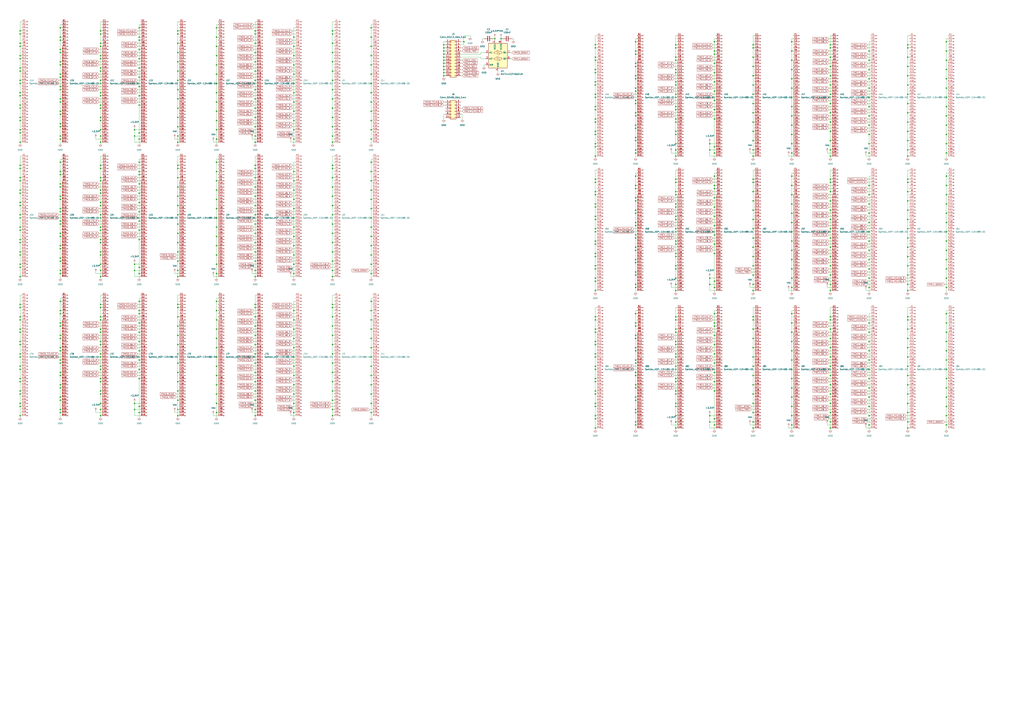
<source format=kicad_sch>
(kicad_sch (version 20231120) (generator "eeschema") (generator_version "8.0")
  (paper "A1")
  (lib_symbols
    (symbol "Connector:Samtec_ASP-134486-01" (pin_names (offset 1.016) hide)
      (property "Reference" "J" (at 0 50.8 0))
      (property "Value" "Samtec_ASP-134486-01" (at 0 -53.34 0))
      (symbol "Samtec_ASP-134486-01_1_1"
        (pin passive line (at -5.08 48.26 0) (length 3.81) (name "Pin_1") (number "A1"))
        (pin passive line (at -5.08 25.4 0) (length 3.81) (name "Pin_10") (number "A10"))
        (pin passive line (at -5.08 22.86 0) (length 3.81) (name "Pin_11") (number "A11"))
        (pin passive line (at -5.08 20.32 0) (length 3.81) (name "Pin_12") (number "A12"))
        (pin passive line (at -5.08 17.78 0) (length 3.81) (name "Pin_13") (number "A13"))
        (pin passive line (at -5.08 15.24 0) (length 3.81) (name "Pin_14") (number "A14"))
        (pin passive line (at -5.08 12.7 0) (length 3.81) (name "Pin_15") (number "A15"))
        (pin passive line (at -5.08 10.16 0) (length 3.81) (name "Pin_16") (number "A16"))
        (pin passive line (at -5.08 7.62 0) (length 3.81) (name "Pin_17") (number "A17"))
        (pin passive line (at -5.08 5.08 0) (length 3.81) (name "Pin_18") (number "A18"))
        (pin passive line (at -5.08 2.54 0) (length 3.81) (name "Pin_19") (number "A19"))
        (pin passive line (at -5.08 45.72 0) (length 3.81) (name "Pin_2") (number "A2"))
        (pin passive line (at -5.08 0 0) (length 3.81) (name "Pin_20") (number "A20"))
        (pin passive line (at -5.08 -2.54 0) (length 3.81) (name "Pin_21") (number "A21"))
        (pin passive line (at -5.08 -5.08 0) (length 3.81) (name "Pin_22") (number "A22"))
        (pin passive line (at -5.08 -7.62 0) (length 3.81) (name "Pin_23") (number "A23"))
        (pin passive line (at -5.08 -10.16 0) (length 3.81) (name "Pin_24") (number "A24"))
        (pin passive line (at -5.08 -12.7 0) (length 3.81) (name "Pin_25") (number "A25"))
        (pin passive line (at -5.08 -15.24 0) (length 3.81) (name "Pin_26") (number "A26"))
        (pin passive line (at -5.08 -17.78 0) (length 3.81) (name "Pin_27") (number "A27"))
        (pin passive line (at -5.08 -20.32 0) (length 3.81) (name "Pin_28") (number "A28"))
        (pin passive line (at -5.08 -22.86 0) (length 3.81) (name "Pin_29") (number "A29"))
        (pin passive line (at -5.08 43.18 0) (length 3.81) (name "Pin_3") (number "A3"))
        (pin passive line (at -5.08 -25.4 0) (length 3.81) (name "Pin_30") (number "A30"))
        (pin passive line (at -5.08 -27.94 0) (length 3.81) (name "Pin_31") (number "A31"))
        (pin passive line (at -5.08 -30.48 0) (length 3.81) (name "Pin_32") (number "A32"))
        (pin passive line (at -5.08 -33.02 0) (length 3.81) (name "Pin_33") (number "A33"))
        (pin passive line (at -5.08 -35.56 0) (length 3.81) (name "Pin_34") (number "A34"))
        (pin passive line (at -5.08 -38.1 0) (length 3.81) (name "Pin_35") (number "A35"))
        (pin passive line (at -5.08 -40.64 0) (length 3.81) (name "Pin_36") (number "A36"))
        (pin passive line (at -5.08 -43.18 0) (length 3.81) (name "Pin_37") (number "A37"))
        (pin passive line (at -5.08 -45.72 0) (length 3.81) (name "Pin_38") (number "A38"))
        (pin passive line (at -5.08 -48.26 0) (length 3.81) (name "Pin_39") (number "A39"))
        (pin passive line (at -5.08 40.64 0) (length 3.81) (name "Pin_4") (number "A4"))
        (pin passive line (at -5.08 -50.8 0) (length 3.81) (name "Pin_40") (number "A40"))
        (pin passive line (at -5.08 38.1 0) (length 3.81) (name "Pin_5") (number "A5"))
        (pin passive line (at -5.08 35.56 0) (length 3.81) (name "Pin_6") (number "A6"))
        (pin passive line (at -5.08 33.02 0) (length 3.81) (name "Pin_7") (number "A7"))
        (pin passive line (at -5.08 30.48 0) (length 3.81) (name "Pin_8") (number "A8"))
        (pin passive line (at -5.08 27.94 0) (length 3.81) (name "Pin_9") (number "A9"))
      )
      (symbol "Samtec_ASP-134486-01_2_1"
        (pin passive line (at -5.08 48.26 0) (length 3.81) (name "Pin_1") (number "B1"))
        (pin passive line (at -5.08 25.4 0) (length 3.81) (name "Pin_10") (number "B10"))
        (pin passive line (at -5.08 22.86 0) (length 3.81) (name "Pin_11") (number "B11"))
        (pin passive line (at -5.08 20.32 0) (length 3.81) (name "Pin_12") (number "B12"))
        (pin passive line (at -5.08 17.78 0) (length 3.81) (name "Pin_13") (number "B13"))
        (pin passive line (at -5.08 15.24 0) (length 3.81) (name "Pin_14") (number "B14"))
        (pin passive line (at -5.08 12.7 0) (length 3.81) (name "Pin_15") (number "B15"))
        (pin passive line (at -5.08 10.16 0) (length 3.81) (name "Pin_16") (number "B16"))
        (pin passive line (at -5.08 7.62 0) (length 3.81) (name "Pin_17") (number "B17"))
        (pin passive line (at -5.08 5.08 0) (length 3.81) (name "Pin_18") (number "B18"))
        (pin passive line (at -5.08 2.54 0) (length 3.81) (name "Pin_19") (number "B19"))
        (pin passive line (at -5.08 45.72 0) (length 3.81) (name "Pin_2") (number "B2"))
        (pin passive line (at -5.08 0 0) (length 3.81) (name "Pin_20") (number "B20"))
        (pin passive line (at -5.08 -2.54 0) (length 3.81) (name "Pin_21") (number "B21"))
        (pin passive line (at -5.08 -5.08 0) (length 3.81) (name "Pin_22") (number "B22"))
        (pin passive line (at -5.08 -7.62 0) (length 3.81) (name "Pin_23") (number "B23"))
        (pin passive line (at -5.08 -10.16 0) (length 3.81) (name "Pin_24") (number "B24"))
        (pin passive line (at -5.08 -12.7 0) (length 3.81) (name "Pin_25") (number "B25"))
        (pin passive line (at -5.08 -15.24 0) (length 3.81) (name "Pin_26") (number "B26"))
        (pin passive line (at -5.08 -17.78 0) (length 3.81) (name "Pin_27") (number "B27"))
        (pin passive line (at -5.08 -20.32 0) (length 3.81) (name "Pin_28") (number "B28"))
        (pin passive line (at -5.08 -22.86 0) (length 3.81) (name "Pin_29") (number "B29"))
        (pin passive line (at -5.08 43.18 0) (length 3.81) (name "Pin_3") (number "B3"))
        (pin passive line (at -5.08 -25.4 0) (length 3.81) (name "Pin_30") (number "B30"))
        (pin passive line (at -5.08 -27.94 0) (length 3.81) (name "Pin_31") (number "B31"))
        (pin passive line (at -5.08 -30.48 0) (length 3.81) (name "Pin_32") (number "B32"))
        (pin passive line (at -5.08 -33.02 0) (length 3.81) (name "Pin_33") (number "B33"))
        (pin passive line (at -5.08 -35.56 0) (length 3.81) (name "Pin_34") (number "B34"))
        (pin passive line (at -5.08 -38.1 0) (length 3.81) (name "Pin_35") (number "B35"))
        (pin passive line (at -5.08 -40.64 0) (length 3.81) (name "Pin_36") (number "B36"))
        (pin passive line (at -5.08 -43.18 0) (length 3.81) (name "Pin_37") (number "B37"))
        (pin passive line (at -5.08 -45.72 0) (length 3.81) (name "Pin_38") (number "B38"))
        (pin passive line (at -5.08 -48.26 0) (length 3.81) (name "Pin_39") (number "B39"))
        (pin passive line (at -5.08 40.64 0) (length 3.81) (name "Pin_4") (number "B4"))
        (pin passive line (at -5.08 -50.8 0) (length 3.81) (name "Pin_40") (number "B40"))
        (pin passive line (at -5.08 38.1 0) (length 3.81) (name "Pin_5") (number "B5"))
        (pin passive line (at -5.08 35.56 0) (length 3.81) (name "Pin_6") (number "B6"))
        (pin passive line (at -5.08 33.02 0) (length 3.81) (name "Pin_7") (number "B7"))
        (pin passive line (at -5.08 30.48 0) (length 3.81) (name "Pin_8") (number "B8"))
        (pin passive line (at -5.08 27.94 0) (length 3.81) (name "Pin_9") (number "B9"))
      )
      (symbol "Samtec_ASP-134486-01_3_1"
        (pin passive line (at -5.08 48.26 0) (length 3.81) (name "Pin_1") (number "C1"))
        (pin passive line (at -5.08 25.4 0) (length 3.81) (name "Pin_10") (number "C10"))
        (pin passive line (at -5.08 22.86 0) (length 3.81) (name "Pin_11") (number "C11"))
        (pin passive line (at -5.08 20.32 0) (length 3.81) (name "Pin_12") (number "C12"))
        (pin passive line (at -5.08 17.78 0) (length 3.81) (name "Pin_13") (number "C13"))
        (pin passive line (at -5.08 15.24 0) (length 3.81) (name "Pin_14") (number "C14"))
        (pin passive line (at -5.08 12.7 0) (length 3.81) (name "Pin_15") (number "C15"))
        (pin passive line (at -5.08 10.16 0) (length 3.81) (name "Pin_16") (number "C16"))
        (pin passive line (at -5.08 7.62 0) (length 3.81) (name "Pin_17") (number "C17"))
        (pin passive line (at -5.08 5.08 0) (length 3.81) (name "Pin_18") (number "C18"))
        (pin passive line (at -5.08 2.54 0) (length 3.81) (name "Pin_19") (number "C19"))
        (pin passive line (at -5.08 45.72 0) (length 3.81) (name "Pin_2") (number "C2"))
        (pin passive line (at -5.08 0 0) (length 3.81) (name "Pin_20") (number "C20"))
        (pin passive line (at -5.08 -2.54 0) (length 3.81) (name "Pin_21") (number "C21"))
        (pin passive line (at -5.08 -5.08 0) (length 3.81) (name "Pin_22") (number "C22"))
        (pin passive line (at -5.08 -7.62 0) (length 3.81) (name "Pin_23") (number "C23"))
        (pin passive line (at -5.08 -10.16 0) (length 3.81) (name "Pin_24") (number "C24"))
        (pin passive line (at -5.08 -12.7 0) (length 3.81) (name "Pin_25") (number "C25"))
        (pin passive line (at -5.08 -15.24 0) (length 3.81) (name "Pin_26") (number "C26"))
        (pin passive line (at -5.08 -17.78 0) (length 3.81) (name "Pin_27") (number "C27"))
        (pin passive line (at -5.08 -20.32 0) (length 3.81) (name "Pin_28") (number "C28"))
        (pin passive line (at -5.08 -22.86 0) (length 3.81) (name "Pin_29") (number "C29"))
        (pin passive line (at -5.08 43.18 0) (length 3.81) (name "Pin_3") (number "C3"))
        (pin passive line (at -5.08 -25.4 0) (length 3.81) (name "Pin_30") (number "C30"))
        (pin passive line (at -5.08 -27.94 0) (length 3.81) (name "Pin_31") (number "C31"))
        (pin passive line (at -5.08 -30.48 0) (length 3.81) (name "Pin_32") (number "C32"))
        (pin passive line (at -5.08 -33.02 0) (length 3.81) (name "Pin_33") (number "C33"))
        (pin passive line (at -5.08 -35.56 0) (length 3.81) (name "Pin_34") (number "C34"))
        (pin passive line (at -5.08 -38.1 0) (length 3.81) (name "Pin_35") (number "C35"))
        (pin passive line (at -5.08 -40.64 0) (length 3.81) (name "Pin_36") (number "C36"))
        (pin passive line (at -5.08 -43.18 0) (length 3.81) (name "Pin_37") (number "C37"))
        (pin passive line (at -5.08 -45.72 0) (length 3.81) (name "Pin_38") (number "C38"))
        (pin passive line (at -5.08 -48.26 0) (length 3.81) (name "Pin_39") (number "C39"))
        (pin passive line (at -5.08 40.64 0) (length 3.81) (name "Pin_4") (number "C4"))
        (pin passive line (at -5.08 -50.8 0) (length 3.81) (name "Pin_40") (number "C40"))
        (pin passive line (at -5.08 38.1 0) (length 3.81) (name "Pin_5") (number "C5"))
        (pin passive line (at -5.08 35.56 0) (length 3.81) (name "Pin_6") (number "C6"))
        (pin passive line (at -5.08 33.02 0) (length 3.81) (name "Pin_7") (number "C7"))
        (pin passive line (at -5.08 30.48 0) (length 3.81) (name "Pin_8") (number "C8"))
        (pin passive line (at -5.08 27.94 0) (length 3.81) (name "Pin_9") (number "C9"))
      )
      (symbol "Samtec_ASP-134486-01_4_1"
        (pin passive line (at -5.08 48.26 0) (length 3.81) (name "Pin_1") (number "D1"))
        (pin passive line (at -5.08 25.4 0) (length 3.81) (name "Pin_10") (number "D10"))
        (pin passive line (at -5.08 22.86 0) (length 3.81) (name "Pin_11") (number "D11"))
        (pin passive line (at -5.08 20.32 0) (length 3.81) (name "Pin_12") (number "D12"))
        (pin passive line (at -5.08 17.78 0) (length 3.81) (name "Pin_13") (number "D13"))
        (pin passive line (at -5.08 15.24 0) (length 3.81) (name "Pin_14") (number "D14"))
        (pin passive line (at -5.08 12.7 0) (length 3.81) (name "Pin_15") (number "D15"))
        (pin passive line (at -5.08 10.16 0) (length 3.81) (name "Pin_16") (number "D16"))
        (pin passive line (at -5.08 7.62 0) (length 3.81) (name "Pin_17") (number "D17"))
        (pin passive line (at -5.08 5.08 0) (length 3.81) (name "Pin_18") (number "D18"))
        (pin passive line (at -5.08 2.54 0) (length 3.81) (name "Pin_19") (number "D19"))
        (pin passive line (at -5.08 45.72 0) (length 3.81) (name "Pin_2") (number "D2"))
        (pin passive line (at -5.08 0 0) (length 3.81) (name "Pin_20") (number "D20"))
        (pin passive line (at -5.08 -2.54 0) (length 3.81) (name "Pin_21") (number "D21"))
        (pin passive line (at -5.08 -5.08 0) (length 3.81) (name "Pin_22") (number "D22"))
        (pin passive line (at -5.08 -7.62 0) (length 3.81) (name "Pin_23") (number "D23"))
        (pin passive line (at -5.08 -10.16 0) (length 3.81) (name "Pin_24") (number "D24"))
        (pin passive line (at -5.08 -12.7 0) (length 3.81) (name "Pin_25") (number "D25"))
        (pin passive line (at -5.08 -15.24 0) (length 3.81) (name "Pin_26") (number "D26"))
        (pin passive line (at -5.08 -17.78 0) (length 3.81) (name "Pin_27") (number "D27"))
        (pin passive line (at -5.08 -20.32 0) (length 3.81) (name "Pin_28") (number "D28"))
        (pin passive line (at -5.08 -22.86 0) (length 3.81) (name "Pin_29") (number "D29"))
        (pin passive line (at -5.08 43.18 0) (length 3.81) (name "Pin_3") (number "D3"))
        (pin passive line (at -5.08 -25.4 0) (length 3.81) (name "Pin_30") (number "D30"))
        (pin passive line (at -5.08 -27.94 0) (length 3.81) (name "Pin_31") (number "D31"))
        (pin passive line (at -5.08 -30.48 0) (length 3.81) (name "Pin_32") (number "D32"))
        (pin passive line (at -5.08 -33.02 0) (length 3.81) (name "Pin_33") (number "D33"))
        (pin passive line (at -5.08 -35.56 0) (length 3.81) (name "Pin_34") (number "D34"))
        (pin passive line (at -5.08 -38.1 0) (length 3.81) (name "Pin_35") (number "D35"))
        (pin passive line (at -5.08 -40.64 0) (length 3.81) (name "Pin_36") (number "D36"))
        (pin passive line (at -5.08 -43.18 0) (length 3.81) (name "Pin_37") (number "D37"))
        (pin passive line (at -5.08 -45.72 0) (length 3.81) (name "Pin_38") (number "D38"))
        (pin passive line (at -5.08 -48.26 0) (length 3.81) (name "Pin_39") (number "D39"))
        (pin passive line (at -5.08 40.64 0) (length 3.81) (name "Pin_4") (number "D4"))
        (pin passive line (at -5.08 -50.8 0) (length 3.81) (name "Pin_40") (number "D40"))
        (pin passive line (at -5.08 38.1 0) (length 3.81) (name "Pin_5") (number "D5"))
        (pin passive line (at -5.08 35.56 0) (length 3.81) (name "Pin_6") (number "D6"))
        (pin passive line (at -5.08 33.02 0) (length 3.81) (name "Pin_7") (number "D7"))
        (pin passive line (at -5.08 30.48 0) (length 3.81) (name "Pin_8") (number "D8"))
        (pin passive line (at -5.08 27.94 0) (length 3.81) (name "Pin_9") (number "D9"))
      )
      (symbol "Samtec_ASP-134486-01_5_1"
        (pin passive line (at -5.08 48.26 0) (length 3.81) (name "Pin_1") (number "E1"))
        (pin passive line (at -5.08 25.4 0) (length 3.81) (name "Pin_10") (number "E10"))
        (pin passive line (at -5.08 22.86 0) (length 3.81) (name "Pin_11") (number "E11"))
        (pin passive line (at -5.08 20.32 0) (length 3.81) (name "Pin_12") (number "E12"))
        (pin passive line (at -5.08 17.78 0) (length 3.81) (name "Pin_13") (number "E13"))
        (pin passive line (at -5.08 15.24 0) (length 3.81) (name "Pin_14") (number "E14"))
        (pin passive line (at -5.08 12.7 0) (length 3.81) (name "Pin_15") (number "E15"))
        (pin passive line (at -5.08 10.16 0) (length 3.81) (name "Pin_16") (number "E16"))
        (pin passive line (at -5.08 7.62 0) (length 3.81) (name "Pin_17") (number "E17"))
        (pin passive line (at -5.08 5.08 0) (length 3.81) (name "Pin_18") (number "E18"))
        (pin passive line (at -5.08 2.54 0) (length 3.81) (name "Pin_19") (number "E19"))
        (pin passive line (at -5.08 45.72 0) (length 3.81) (name "Pin_2") (number "E2"))
        (pin passive line (at -5.08 0 0) (length 3.81) (name "Pin_20") (number "E20"))
        (pin passive line (at -5.08 -2.54 0) (length 3.81) (name "Pin_21") (number "E21"))
        (pin passive line (at -5.08 -5.08 0) (length 3.81) (name "Pin_22") (number "E22"))
        (pin passive line (at -5.08 -7.62 0) (length 3.81) (name "Pin_23") (number "E23"))
        (pin passive line (at -5.08 -10.16 0) (length 3.81) (name "Pin_24") (number "E24"))
        (pin passive line (at -5.08 -12.7 0) (length 3.81) (name "Pin_25") (number "E25"))
        (pin passive line (at -5.08 -15.24 0) (length 3.81) (name "Pin_26") (number "E26"))
        (pin passive line (at -5.08 -17.78 0) (length 3.81) (name "Pin_27") (number "E27"))
        (pin passive line (at -5.08 -20.32 0) (length 3.81) (name "Pin_28") (number "E28"))
        (pin passive line (at -5.08 -22.86 0) (length 3.81) (name "Pin_29") (number "E29"))
        (pin passive line (at -5.08 43.18 0) (length 3.81) (name "Pin_3") (number "E3"))
        (pin passive line (at -5.08 -25.4 0) (length 3.81) (name "Pin_30") (number "E30"))
        (pin passive line (at -5.08 -27.94 0) (length 3.81) (name "Pin_31") (number "E31"))
        (pin passive line (at -5.08 -30.48 0) (length 3.81) (name "Pin_32") (number "E32"))
        (pin passive line (at -5.08 -33.02 0) (length 3.81) (name "Pin_33") (number "E33"))
        (pin passive line (at -5.08 -35.56 0) (length 3.81) (name "Pin_34") (number "E34"))
        (pin passive line (at -5.08 -38.1 0) (length 3.81) (name "Pin_35") (number "E35"))
        (pin passive line (at -5.08 -40.64 0) (length 3.81) (name "Pin_36") (number "E36"))
        (pin passive line (at -5.08 -43.18 0) (length 3.81) (name "Pin_37") (number "E37"))
        (pin passive line (at -5.08 -45.72 0) (length 3.81) (name "Pin_38") (number "E38"))
        (pin passive line (at -5.08 -48.26 0) (length 3.81) (name "Pin_39") (number "E39"))
        (pin passive line (at -5.08 40.64 0) (length 3.81) (name "Pin_4") (number "E4"))
        (pin passive line (at -5.08 -50.8 0) (length 3.81) (name "Pin_40") (number "E40"))
        (pin passive line (at -5.08 38.1 0) (length 3.81) (name "Pin_5") (number "E5"))
        (pin passive line (at -5.08 35.56 0) (length 3.81) (name "Pin_6") (number "E6"))
        (pin passive line (at -5.08 33.02 0) (length 3.81) (name "Pin_7") (number "E7"))
        (pin passive line (at -5.08 30.48 0) (length 3.81) (name "Pin_8") (number "E8"))
        (pin passive line (at -5.08 27.94 0) (length 3.81) (name "Pin_9") (number "E9"))
      )
      (symbol "Samtec_ASP-134486-01_6_1"
        (pin passive line (at -5.08 48.26 0) (length 3.81) (name "Pin_1") (number "F1"))
        (pin passive line (at -5.08 25.4 0) (length 3.81) (name "Pin_10") (number "F10"))
        (pin passive line (at -5.08 22.86 0) (length 3.81) (name "Pin_11") (number "F11"))
        (pin passive line (at -5.08 20.32 0) (length 3.81) (name "Pin_12") (number "F12"))
        (pin passive line (at -5.08 17.78 0) (length 3.81) (name "Pin_13") (number "F13"))
        (pin passive line (at -5.08 15.24 0) (length 3.81) (name "Pin_14") (number "F14"))
        (pin passive line (at -5.08 12.7 0) (length 3.81) (name "Pin_15") (number "F15"))
        (pin passive line (at -5.08 10.16 0) (length 3.81) (name "Pin_16") (number "F16"))
        (pin passive line (at -5.08 7.62 0) (length 3.81) (name "Pin_17") (number "F17"))
        (pin passive line (at -5.08 5.08 0) (length 3.81) (name "Pin_18") (number "F18"))
        (pin passive line (at -5.08 2.54 0) (length 3.81) (name "Pin_19") (number "F19"))
        (pin passive line (at -5.08 45.72 0) (length 3.81) (name "Pin_2") (number "F2"))
        (pin passive line (at -5.08 0 0) (length 3.81) (name "Pin_20") (number "F20"))
        (pin passive line (at -5.08 -2.54 0) (length 3.81) (name "Pin_21") (number "F21"))
        (pin passive line (at -5.08 -5.08 0) (length 3.81) (name "Pin_22") (number "F22"))
        (pin passive line (at -5.08 -7.62 0) (length 3.81) (name "Pin_23") (number "F23"))
        (pin passive line (at -5.08 -10.16 0) (length 3.81) (name "Pin_24") (number "F24"))
        (pin passive line (at -5.08 -12.7 0) (length 3.81) (name "Pin_25") (number "F25"))
        (pin passive line (at -5.08 -15.24 0) (length 3.81) (name "Pin_26") (number "F26"))
        (pin passive line (at -5.08 -17.78 0) (length 3.81) (name "Pin_27") (number "F27"))
        (pin passive line (at -5.08 -20.32 0) (length 3.81) (name "Pin_28") (number "F28"))
        (pin passive line (at -5.08 -22.86 0) (length 3.81) (name "Pin_29") (number "F29"))
        (pin passive line (at -5.08 43.18 0) (length 3.81) (name "Pin_3") (number "F3"))
        (pin passive line (at -5.08 -25.4 0) (length 3.81) (name "Pin_30") (number "F30"))
        (pin passive line (at -5.08 -27.94 0) (length 3.81) (name "Pin_31") (number "F31"))
        (pin passive line (at -5.08 -30.48 0) (length 3.81) (name "Pin_32") (number "F32"))
        (pin passive line (at -5.08 -33.02 0) (length 3.81) (name "Pin_33") (number "F33"))
        (pin passive line (at -5.08 -35.56 0) (length 3.81) (name "Pin_34") (number "F34"))
        (pin passive line (at -5.08 -38.1 0) (length 3.81) (name "Pin_35") (number "F35"))
        (pin passive line (at -5.08 -40.64 0) (length 3.81) (name "Pin_36") (number "F36"))
        (pin passive line (at -5.08 -43.18 0) (length 3.81) (name "Pin_37") (number "F37"))
        (pin passive line (at -5.08 -45.72 0) (length 3.81) (name "Pin_38") (number "F38"))
        (pin passive line (at -5.08 -48.26 0) (length 3.81) (name "Pin_39") (number "F39"))
        (pin passive line (at -5.08 40.64 0) (length 3.81) (name "Pin_4") (number "F4"))
        (pin passive line (at -5.08 -50.8 0) (length 3.81) (name "Pin_40") (number "F40"))
        (pin passive line (at -5.08 38.1 0) (length 3.81) (name "Pin_5") (number "F5"))
        (pin passive line (at -5.08 35.56 0) (length 3.81) (name "Pin_6") (number "F6"))
        (pin passive line (at -5.08 33.02 0) (length 3.81) (name "Pin_7") (number "F7"))
        (pin passive line (at -5.08 30.48 0) (length 3.81) (name "Pin_8") (number "F8"))
        (pin passive line (at -5.08 27.94 0) (length 3.81) (name "Pin_9") (number "F9"))
      )
      (symbol "Samtec_ASP-134486-01_7_1"
        (pin passive line (at -5.08 48.26 0) (length 3.81) (name "Pin_1") (number "G1"))
        (pin passive line (at -5.08 25.4 0) (length 3.81) (name "Pin_10") (number "G10"))
        (pin passive line (at -5.08 22.86 0) (length 3.81) (name "Pin_11") (number "G11"))
        (pin passive line (at -5.08 20.32 0) (length 3.81) (name "Pin_12") (number "G12"))
        (pin passive line (at -5.08 17.78 0) (length 3.81) (name "Pin_13") (number "G13"))
        (pin passive line (at -5.08 15.24 0) (length 3.81) (name "Pin_14") (number "G14"))
        (pin passive line (at -5.08 12.7 0) (length 3.81) (name "Pin_15") (number "G15"))
        (pin passive line (at -5.08 10.16 0) (length 3.81) (name "Pin_16") (number "G16"))
        (pin passive line (at -5.08 7.62 0) (length 3.81) (name "Pin_17") (number "G17"))
        (pin passive line (at -5.08 5.08 0) (length 3.81) (name "Pin_18") (number "G18"))
        (pin passive line (at -5.08 2.54 0) (length 3.81) (name "Pin_19") (number "G19"))
        (pin passive line (at -5.08 45.72 0) (length 3.81) (name "Pin_2") (number "G2"))
        (pin passive line (at -5.08 0 0) (length 3.81) (name "Pin_20") (number "G20"))
        (pin passive line (at -5.08 -2.54 0) (length 3.81) (name "Pin_21") (number "G21"))
        (pin passive line (at -5.08 -5.08 0) (length 3.81) (name "Pin_22") (number "G22"))
        (pin passive line (at -5.08 -7.62 0) (length 3.81) (name "Pin_23") (number "G23"))
        (pin passive line (at -5.08 -10.16 0) (length 3.81) (name "Pin_24") (number "G24"))
        (pin passive line (at -5.08 -12.7 0) (length 3.81) (name "Pin_25") (number "G25"))
        (pin passive line (at -5.08 -15.24 0) (length 3.81) (name "Pin_26") (number "G26"))
        (pin passive line (at -5.08 -17.78 0) (length 3.81) (name "Pin_27") (number "G27"))
        (pin passive line (at -5.08 -20.32 0) (length 3.81) (name "Pin_28") (number "G28"))
        (pin passive line (at -5.08 -22.86 0) (length 3.81) (name "Pin_29") (number "G29"))
        (pin passive line (at -5.08 43.18 0) (length 3.81) (name "Pin_3") (number "G3"))
        (pin passive line (at -5.08 -25.4 0) (length 3.81) (name "Pin_30") (number "G30"))
        (pin passive line (at -5.08 -27.94 0) (length 3.81) (name "Pin_31") (number "G31"))
        (pin passive line (at -5.08 -30.48 0) (length 3.81) (name "Pin_32") (number "G32"))
        (pin passive line (at -5.08 -33.02 0) (length 3.81) (name "Pin_33") (number "G33"))
        (pin passive line (at -5.08 -35.56 0) (length 3.81) (name "Pin_34") (number "G34"))
        (pin passive line (at -5.08 -38.1 0) (length 3.81) (name "Pin_35") (number "G35"))
        (pin passive line (at -5.08 -40.64 0) (length 3.81) (name "Pin_36") (number "G36"))
        (pin passive line (at -5.08 -43.18 0) (length 3.81) (name "Pin_37") (number "G37"))
        (pin passive line (at -5.08 -45.72 0) (length 3.81) (name "Pin_38") (number "G38"))
        (pin passive line (at -5.08 -48.26 0) (length 3.81) (name "Pin_39") (number "G39"))
        (pin passive line (at -5.08 40.64 0) (length 3.81) (name "Pin_4") (number "G4"))
        (pin passive line (at -5.08 -50.8 0) (length 3.81) (name "Pin_40") (number "G40"))
        (pin passive line (at -5.08 38.1 0) (length 3.81) (name "Pin_5") (number "G5"))
        (pin passive line (at -5.08 35.56 0) (length 3.81) (name "Pin_6") (number "G6"))
        (pin passive line (at -5.08 33.02 0) (length 3.81) (name "Pin_7") (number "G7"))
        (pin passive line (at -5.08 30.48 0) (length 3.81) (name "Pin_8") (number "G8"))
        (pin passive line (at -5.08 27.94 0) (length 3.81) (name "Pin_9") (number "G9"))
      )
      (symbol "Samtec_ASP-134486-01_8_1"
        (pin passive line (at -5.08 48.26 0) (length 3.81) (name "Pin_1") (number "H1"))
        (pin passive line (at -5.08 25.4 0) (length 3.81) (name "Pin_10") (number "H10"))
        (pin passive line (at -5.08 22.86 0) (length 3.81) (name "Pin_11") (number "H11"))
        (pin passive line (at -5.08 20.32 0) (length 3.81) (name "Pin_12") (number "H12"))
        (pin passive line (at -5.08 17.78 0) (length 3.81) (name "Pin_13") (number "H13"))
        (pin passive line (at -5.08 15.24 0) (length 3.81) (name "Pin_14") (number "H14"))
        (pin passive line (at -5.08 12.7 0) (length 3.81) (name "Pin_15") (number "H15"))
        (pin passive line (at -5.08 10.16 0) (length 3.81) (name "Pin_16") (number "H16"))
        (pin passive line (at -5.08 7.62 0) (length 3.81) (name "Pin_17") (number "H17"))
        (pin passive line (at -5.08 5.08 0) (length 3.81) (name "Pin_18") (number "H18"))
        (pin passive line (at -5.08 2.54 0) (length 3.81) (name "Pin_19") (number "H19"))
        (pin passive line (at -5.08 45.72 0) (length 3.81) (name "Pin_2") (number "H2"))
        (pin passive line (at -5.08 0 0) (length 3.81) (name "Pin_20") (number "H20"))
        (pin passive line (at -5.08 -2.54 0) (length 3.81) (name "Pin_21") (number "H21"))
        (pin passive line (at -5.08 -5.08 0) (length 3.81) (name "Pin_22") (number "H22"))
        (pin passive line (at -5.08 -7.62 0) (length 3.81) (name "Pin_23") (number "H23"))
        (pin passive line (at -5.08 -10.16 0) (length 3.81) (name "Pin_24") (number "H24"))
        (pin passive line (at -5.08 -12.7 0) (length 3.81) (name "Pin_25") (number "H25"))
        (pin passive line (at -5.08 -15.24 0) (length 3.81) (name "Pin_26") (number "H26"))
        (pin passive line (at -5.08 -17.78 0) (length 3.81) (name "Pin_27") (number "H27"))
        (pin passive line (at -5.08 -20.32 0) (length 3.81) (name "Pin_28") (number "H28"))
        (pin passive line (at -5.08 -22.86 0) (length 3.81) (name "Pin_29") (number "H29"))
        (pin passive line (at -5.08 43.18 0) (length 3.81) (name "Pin_3") (number "H3"))
        (pin passive line (at -5.08 -25.4 0) (length 3.81) (name "Pin_30") (number "H30"))
        (pin passive line (at -5.08 -27.94 0) (length 3.81) (name "Pin_31") (number "H31"))
        (pin passive line (at -5.08 -30.48 0) (length 3.81) (name "Pin_32") (number "H32"))
        (pin passive line (at -5.08 -33.02 0) (length 3.81) (name "Pin_33") (number "H33"))
        (pin passive line (at -5.08 -35.56 0) (length 3.81) (name "Pin_34") (number "H34"))
        (pin passive line (at -5.08 -38.1 0) (length 3.81) (name "Pin_35") (number "H35"))
        (pin passive line (at -5.08 -40.64 0) (length 3.81) (name "Pin_36") (number "H36"))
        (pin passive line (at -5.08 -43.18 0) (length 3.81) (name "Pin_37") (number "H37"))
        (pin passive line (at -5.08 -45.72 0) (length 3.81) (name "Pin_38") (number "H38"))
        (pin passive line (at -5.08 -48.26 0) (length 3.81) (name "Pin_39") (number "H39"))
        (pin passive line (at -5.08 40.64 0) (length 3.81) (name "Pin_4") (number "H4"))
        (pin passive line (at -5.08 -50.8 0) (length 3.81) (name "Pin_40") (number "H40"))
        (pin passive line (at -5.08 38.1 0) (length 3.81) (name "Pin_5") (number "H5"))
        (pin passive line (at -5.08 35.56 0) (length 3.81) (name "Pin_6") (number "H6"))
        (pin passive line (at -5.08 33.02 0) (length 3.81) (name "Pin_7") (number "H7"))
        (pin passive line (at -5.08 30.48 0) (length 3.81) (name "Pin_8") (number "H8"))
        (pin passive line (at -5.08 27.94 0) (length 3.81) (name "Pin_9") (number "H9"))
      )
      (symbol "Samtec_ASP-134486-01_9_1"
        (pin passive line (at -5.08 48.26 0) (length 3.81) (name "Pin_1") (number "J1"))
        (pin passive line (at -5.08 25.4 0) (length 3.81) (name "Pin_10") (number "J10"))
        (pin passive line (at -5.08 22.86 0) (length 3.81) (name "Pin_11") (number "J11"))
        (pin passive line (at -5.08 20.32 0) (length 3.81) (name "Pin_12") (number "J12"))
        (pin passive line (at -5.08 17.78 0) (length 3.81) (name "Pin_13") (number "J13"))
        (pin passive line (at -5.08 15.24 0) (length 3.81) (name "Pin_14") (number "J14"))
        (pin passive line (at -5.08 12.7 0) (length 3.81) (name "Pin_15") (number "J15"))
        (pin passive line (at -5.08 10.16 0) (length 3.81) (name "Pin_16") (number "J16"))
        (pin passive line (at -5.08 7.62 0) (length 3.81) (name "Pin_17") (number "J17"))
        (pin passive line (at -5.08 5.08 0) (length 3.81) (name "Pin_18") (number "J18"))
        (pin passive line (at -5.08 2.54 0) (length 3.81) (name "Pin_19") (number "J19"))
        (pin passive line (at -5.08 45.72 0) (length 3.81) (name "Pin_2") (number "J2"))
        (pin passive line (at -5.08 0 0) (length 3.81) (name "Pin_20") (number "J20"))
        (pin passive line (at -5.08 -2.54 0) (length 3.81) (name "Pin_21") (number "J21"))
        (pin passive line (at -5.08 -5.08 0) (length 3.81) (name "Pin_22") (number "J22"))
        (pin passive line (at -5.08 -7.62 0) (length 3.81) (name "Pin_23") (number "J23"))
        (pin passive line (at -5.08 -10.16 0) (length 3.81) (name "Pin_24") (number "J24"))
        (pin passive line (at -5.08 -12.7 0) (length 3.81) (name "Pin_25") (number "J25"))
        (pin passive line (at -5.08 -15.24 0) (length 3.81) (name "Pin_26") (number "J26"))
        (pin passive line (at -5.08 -17.78 0) (length 3.81) (name "Pin_27") (number "J27"))
        (pin passive line (at -5.08 -20.32 0) (length 3.81) (name "Pin_28") (number "J28"))
        (pin passive line (at -5.08 -22.86 0) (length 3.81) (name "Pin_29") (number "J29"))
        (pin passive line (at -5.08 43.18 0) (length 3.81) (name "Pin_3") (number "J3"))
        (pin passive line (at -5.08 -25.4 0) (length 3.81) (name "Pin_30") (number "J30"))
        (pin passive line (at -5.08 -27.94 0) (length 3.81) (name "Pin_31") (number "J31"))
        (pin passive line (at -5.08 -30.48 0) (length 3.81) (name "Pin_32") (number "J32"))
        (pin passive line (at -5.08 -33.02 0) (length 3.81) (name "Pin_33") (number "J33"))
        (pin passive line (at -5.08 -35.56 0) (length 3.81) (name "Pin_34") (number "J34"))
        (pin passive line (at -5.08 -38.1 0) (length 3.81) (name "Pin_35") (number "J35"))
        (pin passive line (at -5.08 -40.64 0) (length 3.81) (name "Pin_36") (number "J36"))
        (pin passive line (at -5.08 -43.18 0) (length 3.81) (name "Pin_37") (number "J37"))
        (pin passive line (at -5.08 -45.72 0) (length 3.81) (name "Pin_38") (number "J38"))
        (pin passive line (at -5.08 -48.26 0) (length 3.81) (name "Pin_39") (number "J39"))
        (pin passive line (at -5.08 40.64 0) (length 3.81) (name "Pin_4") (number "J4"))
        (pin passive line (at -5.08 -50.8 0) (length 3.81) (name "Pin_40") (number "J40"))
        (pin passive line (at -5.08 38.1 0) (length 3.81) (name "Pin_5") (number "J5"))
        (pin passive line (at -5.08 35.56 0) (length 3.81) (name "Pin_6") (number "J6"))
        (pin passive line (at -5.08 33.02 0) (length 3.81) (name "Pin_7") (number "J7"))
        (pin passive line (at -5.08 30.48 0) (length 3.81) (name "Pin_8") (number "J8"))
        (pin passive line (at -5.08 27.94 0) (length 3.81) (name "Pin_9") (number "J9"))
      )
      (symbol "Samtec_ASP-134486-01_10_1"
        (pin passive line (at -5.08 48.26 0) (length 3.81) (name "Pin_1") (number "K1"))
        (pin passive line (at -5.08 25.4 0) (length 3.81) (name "Pin_10") (number "K10"))
        (pin passive line (at -5.08 22.86 0) (length 3.81) (name "Pin_11") (number "K11"))
        (pin passive line (at -5.08 20.32 0) (length 3.81) (name "Pin_12") (number "K12"))
        (pin passive line (at -5.08 17.78 0) (length 3.81) (name "Pin_13") (number "K13"))
        (pin passive line (at -5.08 15.24 0) (length 3.81) (name "Pin_14") (number "K14"))
        (pin passive line (at -5.08 12.7 0) (length 3.81) (name "Pin_15") (number "K15"))
        (pin passive line (at -5.08 10.16 0) (length 3.81) (name "Pin_16") (number "K16"))
        (pin passive line (at -5.08 7.62 0) (length 3.81) (name "Pin_17") (number "K17"))
        (pin passive line (at -5.08 5.08 0) (length 3.81) (name "Pin_18") (number "K18"))
        (pin passive line (at -5.08 2.54 0) (length 3.81) (name "Pin_19") (number "K19"))
        (pin passive line (at -5.08 45.72 0) (length 3.81) (name "Pin_2") (number "K2"))
        (pin passive line (at -5.08 0 0) (length 3.81) (name "Pin_20") (number "K20"))
        (pin passive line (at -5.08 -2.54 0) (length 3.81) (name "Pin_21") (number "K21"))
        (pin passive line (at -5.08 -5.08 0) (length 3.81) (name "Pin_22") (number "K22"))
        (pin passive line (at -5.08 -7.62 0) (length 3.81) (name "Pin_23") (number "K23"))
        (pin passive line (at -5.08 -10.16 0) (length 3.81) (name "Pin_24") (number "K24"))
        (pin passive line (at -5.08 -12.7 0) (length 3.81) (name "Pin_25") (number "K25"))
        (pin passive line (at -5.08 -15.24 0) (length 3.81) (name "Pin_26") (number "K26"))
        (pin passive line (at -5.08 -17.78 0) (length 3.81) (name "Pin_27") (number "K27"))
        (pin passive line (at -5.08 -20.32 0) (length 3.81) (name "Pin_28") (number "K28"))
        (pin passive line (at -5.08 -22.86 0) (length 3.81) (name "Pin_29") (number "K29"))
        (pin passive line (at -5.08 43.18 0) (length 3.81) (name "Pin_3") (number "K3"))
        (pin passive line (at -5.08 -25.4 0) (length 3.81) (name "Pin_30") (number "K30"))
        (pin passive line (at -5.08 -27.94 0) (length 3.81) (name "Pin_31") (number "K31"))
        (pin passive line (at -5.08 -30.48 0) (length 3.81) (name "Pin_32") (number "K32"))
        (pin passive line (at -5.08 -33.02 0) (length 3.81) (name "Pin_33") (number "K33"))
        (pin passive line (at -5.08 -35.56 0) (length 3.81) (name "Pin_34") (number "K34"))
        (pin passive line (at -5.08 -38.1 0) (length 3.81) (name "Pin_35") (number "K35"))
        (pin passive line (at -5.08 -40.64 0) (length 3.81) (name "Pin_36") (number "K36"))
        (pin passive line (at -5.08 -43.18 0) (length 3.81) (name "Pin_37") (number "K37"))
        (pin passive line (at -5.08 -45.72 0) (length 3.81) (name "Pin_38") (number "K38"))
        (pin passive line (at -5.08 -48.26 0) (length 3.81) (name "Pin_39") (number "K39"))
        (pin passive line (at -5.08 40.64 0) (length 3.81) (name "Pin_4") (number "K4"))
        (pin passive line (at -5.08 -50.8 0) (length 3.81) (name "Pin_40") (number "K40"))
        (pin passive line (at -5.08 38.1 0) (length 3.81) (name "Pin_5") (number "K5"))
        (pin passive line (at -5.08 35.56 0) (length 3.81) (name "Pin_6") (number "K6"))
        (pin passive line (at -5.08 33.02 0) (length 3.81) (name "Pin_7") (number "K7"))
        (pin passive line (at -5.08 30.48 0) (length 3.81) (name "Pin_8") (number "K8"))
        (pin passive line (at -5.08 27.94 0) (length 3.81) (name "Pin_9") (number "K9"))
      )
    )
    (symbol "Connector_Generic:Conn_02x06_Odd_Even" (pin_names (offset 1.016) hide)
      (property "Reference" "J" (at 1.27 7.62 0))
      (property "Value" "Conn_02x06_Odd_Even" (at 1.27 -10.16 0))
      (symbol "Conn_02x06_Odd_Even_1_1"
        (pin passive line (at -5.08 5.08 0) (length 3.81) (name "Pin_1") (number "1"))
        (pin passive line (at 7.62 -5.08 180) (length 3.81) (name "Pin_10") (number "10"))
        (pin passive line (at -5.08 -7.62 0) (length 3.81) (name "Pin_11") (number "11"))
        (pin passive line (at 7.62 -7.62 180) (length 3.81) (name "Pin_12") (number "12"))
        (pin passive line (at 7.62 5.08 180) (length 3.81) (name "Pin_2") (number "2"))
        (pin passive line (at -5.08 2.54 0) (length 3.81) (name "Pin_3") (number "3"))
        (pin passive line (at 7.62 2.54 180) (length 3.81) (name "Pin_4") (number "4"))
        (pin passive line (at -5.08 0 0) (length 3.81) (name "Pin_5") (number "5"))
        (pin passive line (at 7.62 0 180) (length 3.81) (name "Pin_6") (number "6"))
        (pin passive line (at -5.08 -2.54 0) (length 3.81) (name "Pin_7") (number "7"))
        (pin passive line (at 7.62 -2.54 180) (length 3.81) (name "Pin_8") (number "8"))
        (pin passive line (at -5.08 -5.08 0) (length 3.81) (name "Pin_9") (number "9"))
      )
    )
    (symbol "Connector_Generic:Conn_02x12_Odd_Even" (pin_names (offset 1.016) hide)
      (property "Reference" "J" (at 1.27 15.24 0))
      (property "Value" "Conn_02x12_Odd_Even" (at 1.27 -17.78 0))
      (symbol "Conn_02x12_Odd_Even_1_1"
        (pin passive line (at -5.08 12.7 0) (length 3.81) (name "Pin_1") (number "1"))
        (pin passive line (at 7.62 2.54 180) (length 3.81) (name "Pin_10") (number "10"))
        (pin passive line (at -5.08 0 0) (length 3.81) (name "Pin_11") (number "11"))
        (pin passive line (at 7.62 0 180) (length 3.81) (name "Pin_12") (number "12"))
        (pin passive line (at -5.08 -2.54 0) (length 3.81) (name "Pin_13") (number "13"))
        (pin passive line (at 7.62 -2.54 180) (length 3.81) (name "Pin_14") (number "14"))
        (pin passive line (at -5.08 -5.08 0) (length 3.81) (name "Pin_15") (number "15"))
        (pin passive line (at 7.62 -5.08 180) (length 3.81) (name "Pin_16") (number "16"))
        (pin passive line (at -5.08 -7.62 0) (length 3.81) (name "Pin_17") (number "17"))
        (pin passive line (at 7.62 -7.62 180) (length 3.81) (name "Pin_18") (number "18"))
        (pin passive line (at -5.08 -10.16 0) (length 3.81) (name "Pin_19") (number "19"))
        (pin passive line (at 7.62 12.7 180) (length 3.81) (name "Pin_2") (number "2"))
        (pin passive line (at 7.62 -10.16 180) (length 3.81) (name "Pin_20") (number "20"))
        (pin passive line (at -5.08 -12.7 0) (length 3.81) (name "Pin_21") (number "21"))
        (pin passive line (at 7.62 -12.7 180) (length 3.81) (name "Pin_22") (number "22"))
        (pin passive line (at -5.08 -15.24 0) (length 3.81) (name "Pin_23") (number "23"))
        (pin passive line (at 7.62 -15.24 180) (length 3.81) (name "Pin_24") (number "24"))
        (pin passive line (at -5.08 10.16 0) (length 3.81) (name "Pin_3") (number "3"))
        (pin passive line (at 7.62 10.16 180) (length 3.81) (name "Pin_4") (number "4"))
        (pin passive line (at -5.08 7.62 0) (length 3.81) (name "Pin_5") (number "5"))
        (pin passive line (at 7.62 7.62 180) (length 3.81) (name "Pin_6") (number "6"))
        (pin passive line (at -5.08 5.08 0) (length 3.81) (name "Pin_7") (number "7"))
        (pin passive line (at 7.62 5.08 180) (length 3.81) (name "Pin_8") (number "8"))
        (pin passive line (at -5.08 2.54 0) (length 3.81) (name "Pin_9") (number "9"))
      )
    )
    (symbol "Device:C" (pin_numbers hide) (pin_names (offset 0.254))
      (property "Reference" "C" (at 0.635 2.54 0))
      (property "Value" "C" (at 0.635 -2.54 0))
      (symbol "C_1_1"
        (pin passive line (at 0 3.81 270) (length 2.794) (name "~") (number "1"))
        (pin passive line (at 0 -3.81 90) (length 2.794) (name "~") (number "2"))
      )
    )
    (symbol "Logic_LevelTranslator:SN74LVC2T45DCUR"
      (property "Reference" "U" (at -6.35 11.43 0))
      (property "Value" "SN74LVC2T45DCUR" (at 3.81 11.43 0))
      (symbol "SN74LVC2T45DCUR_1_1"
        (pin power_in line (at -2.54 12.7 270) (length 2.54) (name "VCCA") (number "1"))
        (pin bidirectional line (at -10.16 2.54 0) (length 2.54) (name "A1") (number "2"))
        (pin bidirectional line (at -10.16 -2.54 0) (length 2.54) (name "A2") (number "3"))
        (pin power_in line (at 0 -12.7 90) (length 2.54) (name "GND") (number "4"))
        (pin input line (at -10.16 -7.62 0) (length 2.54) (name "DIR") (number "5"))
        (pin bidirectional line (at 10.16 -2.54 180) (length 2.54) (name "B2") (number "6"))
        (pin bidirectional line (at 10.16 2.54 180) (length 2.54) (name "B1") (number "7"))
        (pin power_in line (at 2.54 12.7 270) (length 2.54) (name "VCCB") (number "8"))
      )
    )
    (symbol "power:+3.3VP" (power) (pin_names (offset 0))
      (property "Value" "+3.3VP" (at 0 2.54 0))
      (symbol "+3.3VP_0_0"
        (pin power_in line (at 0 0 90) (length 0) hide (name "+3.3VP") (number "1"))
      )
    )
    (symbol "power:GND" (power) (pin_names (offset 0))
      (property "Value" "GND" (at 0 -3.81 0))
      (symbol "GND_1_1"
        (pin power_in line (at 0 0 270) (length 0) hide (name "GND") (number "1"))
      )
    )
    (symbol "power:VAA" (power) (pin_names (offset 0))
      (property "Value" "VAA" (at 0 3.81 0))
      (symbol "VAA_1_1"
        (pin power_in line (at 0 0 90) (length 0) hide (name "VAA") (number "1"))
      )
    )
  )
  (junction (at 273.05 116.84))
  (junction (at 554.99 303.53))
  (junction (at 49.53 133.35))
  (junction (at 681.99 123.19))
  (junction (at 681.99 147.32))
  (junction (at 618.49 92.71))
  (junction (at 304.8 22.86))
  (junction (at 488.95 160.02))
  (junction (at 177.8 285.75))
  (junction (at 110.49 331.47))
  (junction (at 273.05 27.94))
  (junction (at 273.05 321.31))
  (junction (at 745.49 260.35))
  (junction (at 49.53 212.09))
  (junction (at 488.95 57.15))
  (junction (at 241.3 163.83))
  (junction (at 521.97 275.59))
  (junction (at 209.55 88.9))
  (junction (at 146.05 191.77))
  (junction (at 273.05 25.4))
  (junction (at 209.55 260.35))
  (junction (at 554.99 280.67))
  (junction (at 16.51 196.85))
  (junction (at 16.51 86.36))
  (junction (at 713.74 303.53))
  (junction (at 777.24 257.81))
  (junction (at 16.51 106.68))
  (junction (at 110.49 106.68))
  (junction (at 618.49 238.76))
  (junction (at 209.55 35.56))
  (junction (at 586.74 344.17))
  (junction (at 364.49 54.61))
  (junction (at 241.3 45.72))
  (junction (at 618.49 157.48))
  (junction (at 650.24 213.36))
  (junction (at 16.51 76.2))
  (junction (at 745.49 203.2))
  (junction (at 146.05 227.33))
  (junction (at 209.55 50.8))
  (junction (at 49.53 53.34))
  (junction (at 618.49 218.44))
  (junction (at 586.74 193.04))
  (junction (at 16.51 260.35))
  (junction (at 16.51 48.26))
  (junction (at 586.74 313.69))
  (junction (at 114.3 40.64))
  (junction (at 49.53 285.75))
  (junction (at 273.05 260.35))
  (junction (at 146.05 176.53))
  (junction (at 177.8 91.44))
  (junction (at 114.3 288.29))
  (junction (at 304.8 285.75))
  (junction (at 745.49 62.23))
  (junction (at 618.49 300.99))
  (junction (at 554.99 147.32))
  (junction (at 304.8 247.65))
  (junction (at 82.55 186.69))
  (junction (at 618.49 46.99))
  (junction (at 146.05 313.69))
  (junction (at 209.55 252.73))
  (junction (at 209.55 298.45))
  (junction (at 554.99 160.02))
  (junction (at 554.99 323.85))
  (junction (at 650.24 349.25))
  (junction (at 745.49 54.61))
  (junction (at 146.05 184.15))
  (junction (at 209.55 81.28))
  (junction (at 618.49 123.19))
  (junction (at 16.51 146.05))
  (junction (at 114.3 189.23))
  (junction (at 681.99 316.23))
  (junction (at 777.24 198.12))
  (junction (at 209.55 199.39))
  (junction (at 650.24 175.26))
  (junction (at 521.97 278.13))
  (junction (at 16.51 283.21))
  (junction (at 49.53 288.29))
  (junction (at 209.55 250.19))
  (junction (at 681.99 149.86))
  (junction (at 49.53 222.25))
  (junction (at 681.99 233.68))
  (junction (at 554.99 97.79))
  (junction (at 618.49 36.83))
  (junction (at 745.49 107.95))
  (junction (at 777.24 288.29))
  (junction (at 209.55 176.53))
  (junction (at 488.95 331.47))
  (junction (at 49.53 308.61))
  (junction (at 241.3 293.37))
  (junction (at 521.97 295.91))
  (junction (at 114.3 140.97))
  (junction (at 241.3 60.96))
  (junction (at 554.99 351.79))
  (junction (at 777.24 110.49))
  (junction (at 618.49 339.09))
  (junction (at 554.99 118.11))
  (junction (at 777.24 190.5))
  (junction (at 745.49 172.72))
  (junction (at 554.99 128.27))
  (junction (at 304.8 224.79))
  (junction (at 304.8 76.2))
  (junction (at 745.49 180.34))
  (junction (at 681.99 308.61))
  (junction (at 777.24 152.4))
  (junction (at 618.49 270.51))
  (junction (at 488.95 157.48))
  (junction (at 521.97 306.07))
  (junction (at 713.74 198.12))
  (junction (at 488.95 218.44))
  (junction (at 488.95 90.17))
  (junction (at 146.05 275.59))
  (junction (at 488.95 228.6))
  (junction (at 82.55 148.59))
  (junction (at 554.99 167.64))
  (junction (at 713.74 160.02))
  (junction (at 273.05 313.69))
  (junction (at 241.3 83.82))
  (junction (at 488.95 313.69))
  (junction (at 488.95 200.66))
  (junction (at 618.49 147.32))
  (junction (at 381 34.29))
  (junction (at 82.55 313.69))
  (junction (at 777.24 295.91))
  (junction (at 49.53 265.43))
  (junction (at 681.99 39.37))
  (junction (at 177.8 30.48))
  (junction (at 49.53 295.91))
  (junction (at 364.49 46.99))
  (junction (at 49.53 184.15))
  (junction (at 304.8 30.48))
  (junction (at 745.49 351.79))
  (junction (at 273.05 328.93))
  (junction (at 713.74 311.15))
  (junction (at 777.24 311.15))
  (junction (at 586.74 267.97))
  (junction (at 777.24 182.88))
  (junction (at 488.95 323.85))
  (junction (at 364.49 59.69))
  (junction (at 304.8 140.97))
  (junction (at 82.55 45.72))
  (junction (at 586.74 185.42))
  (junction (at 554.99 110.49))
  (junction (at 49.53 336.55))
  (junction (at 745.49 346.71))
  (junction (at 273.05 88.9))
  (junction (at 554.99 200.66))
  (junction (at 49.53 140.97))
  (junction (at 209.55 184.15))
  (junction (at 554.99 57.15))
  (junction (at 488.95 220.98))
  (junction (at 650.24 280.67))
  (junction (at 618.49 85.09))
  (junction (at 49.53 204.47))
  (junction (at 241.3 186.69))
  (junction (at 273.05 50.8))
  (junction (at 16.51 156.21))
  (junction (at 49.53 316.23))
  (junction (at 82.55 96.52))
  (junction (at 745.49 69.85))
  (junction (at 713.74 220.98))
  (junction (at 745.49 36.83))
  (junction (at 16.51 331.47))
  (junction (at 554.99 90.17))
  (junction (at 586.74 34.29))
  (junction (at 618.49 165.1))
  (junction (at 713.74 118.11))
  (junction (at 488.95 107.95))
  (junction (at 554.99 321.31))
  (junction (at 49.53 201.93))
  (junction (at 114.3 33.02))
  (junction (at 304.8 83.82))
  (junction (at 146.05 50.8))
  (junction (at 209.55 111.76))
  (junction (at 681.99 157.48))
  (junction (at 241.3 148.59))
  (junction (at 241.3 91.44))
  (junction (at 618.49 172.72))
  (junction (at 650.24 87.63))
  (junction (at 521.97 339.09))
  (junction (at 364.49 49.53))
  (junction (at 777.24 34.29))
  (junction (at 650.24 110.49))
  (junction (at 618.49 54.61))
  (junction (at 49.53 339.09))
  (junction (at 114.3 22.86))
  (junction (at 49.53 81.28))
  (junction (at 586.74 208.28))
  (junction (at 241.3 114.3))
  (junction (at 488.95 170.18))
  (junction (at 241.3 140.97))
  (junction (at 488.95 147.32))
  (junction (at 273.05 267.97))
  (junction (at 49.53 318.77))
  (junction (at 650.24 220.98))
  (junction (at 681.99 128.27))
  (junction (at 304.8 45.72))
  (junction (at 582.93 233.68))
  (junction (at 777.24 273.05))
  (junction (at 745.49 300.99))
  (junction (at 209.55 66.04))
  (junction (at 745.49 39.37))
  (junction (at 273.05 207.01))
  (junction (at 146.05 35.56))
  (junction (at 488.95 49.53))
  (junction (at 488.95 59.69))
  (junction (at 777.24 303.53))
  (junction (at 650.24 80.01))
  (junction (at 650.24 205.74))
  (junction (at 82.55 55.88))
  (junction (at 82.55 76.2))
  (junction (at 114.3 151.13))
  (junction (at 681.99 85.09))
  (junction (at 82.55 88.9))
  (junction (at 16.51 262.89))
  (junction (at 177.8 114.3))
  (junction (at 521.97 233.68))
  (junction (at 488.95 273.05))
  (junction (at 745.49 339.09))
  (junction (at 554.99 69.85))
  (junction (at 177.8 316.23))
  (junction (at 273.05 252.73))
  (junction (at 777.24 236.22))
  (junction (at 241.3 217.17))
  (junction (at 49.53 43.18))
  (junction (at 777.24 102.87))
  (junction (at 273.05 227.33))
  (junction (at 618.49 203.2))
  (junction (at 49.53 191.77))
  (junction (at 713.74 167.64))
  (junction (at 273.05 138.43))
  (junction (at 114.3 334.01))
  (junction (at 146.05 168.91))
  (junction (at 777.24 160.02))
  (junction (at 488.95 351.79))
  (junction (at 745.49 278.13))
  (junction (at 488.95 290.83))
  (junction (at 273.05 153.67))
  (junction (at 16.51 138.43))
  (junction (at 554.99 87.63))
  (junction (at 488.95 87.63))
  (junction (at 681.99 172.72))
  (junction (at 304.8 99.06))
  (junction (at 521.97 326.39))
  (junction (at 618.49 346.71))
  (junction (at 554.99 273.05))
  (junction (at 273.05 96.52))
  (junction (at 777.24 341.63))
  (junction (at 488.95 260.35))
  (junction (at 554.99 46.99))
  (junction (at 114.3 55.88))
  (junction (at 82.55 283.21))
  (junction (at 777.24 144.78))
  (junction (at 488.95 321.31))
  (junction (at 618.49 260.35))
  (junction (at 49.53 33.02))
  (junction (at 745.49 157.48))
  (junction (at 114.3 303.53))
  (junction (at 304.8 156.21))
  (junction (at 114.3 224.79))
  (junction (at 554.99 293.37))
  (junction (at 745.49 195.58))
  (junction (at 82.55 25.4))
  (junction (at 554.99 220.98))
  (junction (at 177.8 76.2))
  (junction (at 273.05 306.07))
  (junction (at 554.99 157.48))
  (junction (at 650.24 288.29))
  (junction (at 273.05 283.21))
  (junction (at 745.49 100.33))
  (junction (at 49.53 91.44))
  (junction (at 177.8 99.06))
  (junction (at 650.24 190.5))
  (junction (at 650.24 303.53))
  (junction (at 49.53 267.97))
  (junction (at 209.55 222.25))
  (junction (at 650.24 198.12))
  (junction (at 241.3 270.51))
  (junction (at 618.49 293.37))
  (junction (at 650.24 273.05))
  (junction (at 146.05 43.18))
  (junction (at 488.95 39.37))
  (junction (at 209.55 313.69))
  (junction (at 49.53 328.93))
  (junction (at 82.55 199.39))
  (junction (at 49.53 22.86))
  (junction (at 114.3 257.81))
  (junction (at 146.05 199.39))
  (junction (at 110.49 111.76))
  (junction (at 650.24 182.88))
  (junction (at 241.3 300.99))
  (junction (at 273.05 146.05))
  (junction (at 146.05 66.04))
  (junction (at 114.3 158.75))
  (junction (at 618.49 69.85))
  (junction (at 82.55 138.43))
  (junction (at 554.99 346.71))
  (junction (at 177.8 224.79))
  (junction (at 82.55 68.58))
  (junction (at 16.51 176.53))
  (junction (at 586.74 120.65))
  (junction (at 241.3 156.21))
  (junction (at 681.99 210.82))
  (junction (at 177.8 255.27))
  (junction (at 681.99 226.06))
  (junction (at 16.51 209.55))
  (junction (at 650.24 41.91))
  (junction (at 586.74 67.31))
  (junction (at 521.97 267.97))
  (junction (at 618.49 316.23))
  (junction (at 16.51 334.01))
  (junction (at 82.55 189.23))
  (junction (at 49.53 114.3))
  (junction (at 681.99 115.57))
  (junction (at 681.99 346.71))
  (junction (at 241.3 201.93))
  (junction (at 49.53 40.64))
  (junction (at 681.99 54.61))
  (junction (at 209.55 283.21))
  (junction (at 146.05 146.05))
  (junction (at 650.24 152.4))
  (junction (at 364.49 39.37))
  (junction (at 209.55 96.52))
  (junction (at 273.05 176.53))
  (junction (at 177.8 209.55))
  (junction (at 488.95 283.21))
  (junction (at 209.55 290.83))
  (junction (at 304.8 194.31))
  (junction (at 273.05 58.42))
  (junction (at 521.97 72.39))
  (junction (at 681.99 46.99))
  (junction (at 273.05 111.76))
  (junction (at 488.95 100.33))
  (junction (at 521.97 34.29))
  (junction (at 304.8 106.68))
  (junction (at 241.3 53.34))
  (junction (at 304.8 323.85))
  (junction (at 681.99 69.85))
  (junction (at 777.24 220.98))
  (junction (at 82.55 166.37))
  (junction (at 304.8 148.59))
  (junction (at 49.53 275.59))
  (junction (at 681.99 351.79))
  (junction (at 82.55 135.89))
  (junction (at 273.05 275.59))
  (junction (at 49.53 143.51))
  (junction (at 618.49 107.95))
  (junction (at 713.74 341.63))
  (junction (at 241.3 38.1))
  (junction (at 586.74 82.55))
  (junction (at 777.24 280.67))
  (junction (at 82.55 303.53))
  (junction (at 146.05 341.63))
  (junction (at 16.51 293.37))
  (junction (at 16.51 217.17))
  (junction (at 554.99 331.47))
  (junction (at 209.55 341.63))
  (junction (at 16.51 27.94))
  (junction (at 488.95 344.17))
  (junction (at 146.05 207.01))
  (junction (at 114.3 78.74))
  (junction (at 586.74 90.17))
  (junction (at 554.99 238.76))
  (junction (at 114.3 247.65))
  (junction (at 16.51 252.73))
  (junction (at 209.55 267.97))
  (junction (at 713.74 87.63))
  (junction (at 681.99 195.58))
  (junction (at 82.55 86.36))
  (junction (at 745.49 210.82))
  (junction (at 146.05 222.25))
  (junction (at 745.49 147.32))
  (junction (at 209.55 168.91))
  (junction (at 49.53 163.83))
  (junction (at 209.55 25.4))
  (junction (at 82.55 323.85))
  (junction (at 304.8 262.89))
  (junction (at 82.55 209.55))
  (junction (at 618.49 262.89))
  (junction (at 16.51 219.71))
  (junction (at 521.97 203.2))
  (junction (at 681.99 180.34))
  (junction (at 554.99 100.33))
  (junction (at 713.74 236.22))
  (junction (at 114.3 311.15))
  (junction (at 777.24 205.74))
  (junction (at 82.55 99.06))
  (junction (at 681.99 92.71))
  (junction (at 681.99 100.33))
  (junction (at 713.74 334.01))
  (junction (at 521.97 328.93))
  (junction (at 304.8 201.93))
  (junction (at 49.53 111.76))
  (junction (at 364.49 57.15))
  (junction (at 273.05 73.66))
  (junction (at 146.05 81.28))
  (junction (at 554.99 260.35))
  (junction (at 146.05 306.07))
  (junction (at 49.53 257.81))
  (junction (at 777.24 72.39))
  (junction (at 521.97 105.41))
  (junction (at 241.3 224.79))
  (junction (at 209.55 207.01))
  (junction (at 582.93 346.71))
  (junction (at 488.95 77.47))
  (junction (at 745.49 262.89))
  (junction (at 650.24 49.53))
  (junction (at 650.24 311.15))
  (junction (at 16.51 38.1))
  (junction (at 16.51 99.06))
  (junction (at 364.49 41.91))
  (junction (at 82.55 280.67))
  (junction (at 488.95 69.85))
  (junction (at 618.49 195.58))
  (junction (at 49.53 60.96))
  (junction (at 49.53 50.8))
  (junction (at 521.97 62.23))
  (junction (at 16.51 311.15))
  (junction (at 241.3 194.31))
  (junction (at 177.8 194.31))
  (junction (at 713.74 295.91))
  (junction (at 681.99 107.95))
  (junction (at 273.05 222.25))
  (junction (at 16.51 207.01))
  (junction (at 745.49 316.23))
  (junction (at 650.24 34.29))
  (junction (at 82.55 116.84))
  (junction (at 209.55 43.18))
  (junction (at 49.53 93.98))
  (junction (at 554.99 77.47))
  (junction (at 521.97 165.1))
  (junction (at 586.74 52.07))
  (junction (at 304.8 60.96))
  (junction (at 713.74 95.25))
  (junction (at 681.99 331.47))
  (junction (at 146.05 96.52))
  (junction (at 618.49 285.75))
  (junction (at 49.53 83.82))
  (junction (at 364.49 52.07))
  (junction (at 82.55 273.05))
  (junction (at 82.55 48.26))
  (junction (at 241.3 323.85))
  (junction (at 554.99 170.18))
  (junction (at 488.95 118.11))
  (junction (at 521.97 185.42))
  (junction (at 82.55 196.85))
  (junction (at 554.99 36.83))
  (junction (at 177.8 308.61))
  (junction (at 49.53 104.14))
  (junction (at 16.51 96.52))
  (junction (at 241.3 30.48))
  (junction (at 82.55 168.91))
  (junction (at 521.97 336.55))
  (junction (at 49.53 71.12))
  (junction (at 304.8 278.13))
  (junction (at 241.3 68.58))
  (junction (at 16.51 109.22))
  (junction (at 650.24 334.01))
  (junction (at 488.95 120.65))
  (junction (at 586.74 170.18))
  (junction (at 16.51 116.84))
  (junction (at 49.53 306.07))
  (junction (at 406.4 31.75))
  (junction (at 16.51 58.42))
  (junction (at 582.93 341.63))
  (junction (at 521.97 285.75))
  (junction (at 521.97 226.06))
  (junction (at 82.55 111.76))
  (junction (at 273.05 35.56))
  (junction (at 82.55 262.89))
  (junction (at 618.49 210.82))
  (junction (at 650.24 295.91))
  (junction (at 273.05 43.18))
  (junction (at 16.51 168.91))
  (junction (at 49.53 171.45))
  (junction (at 554.99 334.01))
  (junction (at 82.55 106.68))
  (junction (at 521.97 144.78))
  (junction (at 209.55 336.55))
  (junction (at 650.24 265.43))
  (junction (at 488.95 280.67))
  (junction (at 618.49 351.79))
  (junction (at 745.49 85.09))
  (junction (at 146.05 260.35))
  (junction (at 16.51 88.9))
  (junction (at 488.95 262.89))
  (junction (at 16.51 300.99))
  (junction (at 777.24 125.73))
  (junction (at 177.8 217.17))
  (junction (at 82.55 252.73))
  (junction (at 521.97 52.07))
  (junction (at 521.97 316.23))
  (junction (at 554.99 180.34))
  (junction (at 650.24 326.39))
  (junction (at 273.05 336.55))
  (junction (at 177.8 247.65))
  (junction (at 618.49 77.47))
  (junction (at 650.24 257.81))
  (junction (at 521.97 115.57))
  (junction (at 745.49 218.44))
  (junction (at 745.49 46.99))
  (junction (at 488.95 128.27))
  (junction (at 586.74 265.43))
  (junction (at 713.74 190.5))
  (junction (at 273.05 104.14))
  (junction (at 304.8 186.69))
  (junction (at 273.05 199.39))
  (junction (at 364.49 36.83))
  (junction (at 713.74 72.39))
  (junction (at 521.97 64.77))
  (junction (at 777.24 57.15))
  (junction (at 241.3 76.2))
  (junction (at 650.24 341.63))
  (junction (at 488.95 198.12))
  (junction (at 554.99 283.21))
  (junction (at 650.24 64.77))
  (junction (at 177.8 45.72))
  (junction (at 177.8 293.37))
  (junction (at 713.74 49.53))
  (junction (at 209.55 227.33))
  (junction (at 521.97 113.03))
  (junction (at 241.3 171.45))
  (junction (at 49.53 278.13))
  (junction (at 114.3 114.3))
  (junction (at 554.99 233.68))
  (junction (at 304.8 316.23))
  (junction (at 146.05 138.43))
  (junction (at 411.48 31.75))
  (junction (at 177.8 22.86))
  (junction (at 586.74 321.31))
  (junction (at 146.05 25.4))
  (junction (at 49.53 30.48))
  (junction (at 273.05 341.63))
  (junction (at 650.24 144.78))
  (junction (at 82.55 207.01))
  (junction (at 488.95 293.37))
  (junction (at 681.99 293.37))
  (junction (at 82.55 260.35))
  (junction (at 82.55 179.07))
  (junction (at 146.05 290.83))
  (junction (at 554.99 123.19))
  (junction (at 488.95 190.5))
  (junction (at 16.51 68.58))
  (junction (at 745.49 270.51))
  (junction (at 177.8 171.45))
  (junction (at 618.49 187.96))
  (junction (at 521.97 257.81))
  (junction (at 554.99 49.53))
  (junction (at 777.24 334.01))
  (junction (at 16.51 66.04))
  (junction (at 241.3 106.68))
  (junction (at 16.51 148.59))
  (junction (at 16.51 313.69))
  (junction (at 82.55 78.74))
  (junction (at 304.8 133.35))
  (junction (at 618.49 233.68))
  (junction (at 241.3 331.47))
  (junction (at 586.74 152.4))
  (junction (at 582.93 123.19))
  (junction (at 209.55 58.42))
  (junction (at 114.3 109.22))
  (junction (at 488.95 36.83))
  (junction (at 16.51 45.72))
  (junction (at 521.97 193.04))
  (junction (at 114.3 219.71))
  (junction (at 618.49 100.33))
  (junction (at 586.74 44.45))
  (junction (at 521.97 172.72))
  (junction (at 521.97 92.71))
  (junction (at 146.05 214.63))
  (junction (at 241.3 278.13))
  (junction (at 681.99 300.99))
  (junction (at 273.05 81.28))
  (junction (at 114.3 30.48))
  (junction (at 110.49 222.25))
  (junction (at 241.3 339.09))
  (junction (at 114.3 71.12))
  (junction (at 49.53 194.31))
  (junction (at 241.3 255.27))
  (junction (at 777.24 213.36))
  (junction (at 49.53 326.39))
  (junction (at 618.49 308.61))
  (junction (at 488.95 334.01))
  (junction (at 618.49 331.47))
  (junction (at 304.8 179.07))
  (junction (at 521.97 44.45))
  (junction (at 304.8 339.09))
  (junction (at 777.24 228.6))
  (junction (at 650.24 102.87))
  (junction (at 114.3 265.43))
  (junction (at 586.74 41.91))
  (junction (at 650.24 160.02))
  (junction (at 777.24 41.91))
  (junction (at 586.74 97.79))
  (junction (at 745.49 128.27))
  (junction (at 521.97 182.88))
  (junction (at 554.99 210.82))
  (junction (at 554.99 313.69))
  (junction (at 488.95 341.63))
  (junction (at 209.55 161.29))
  (junction (at 521.97 213.36))
  (junction (at 618.49 226.06))
  (junction (at 554.99 311.15))
  (junction (at 110.49 336.55))
  (junction (at 273.05 191.77))
  (junction (at 146.05 267.97))
  (junction (at 49.53 255.27))
  (junction (at 554.99 198.12))
  (junction (at 745.49 323.85))
  (junction (at 241.3 308.61))
  (junction (at 777.24 175.26))
  (junction (at 586.74 257.81))
  (junction (at 713.74 102.87))
  (junction (at 618.49 149.86))
  (junction (at 114.3 339.09))
  (junction (at 745.49 115.57))
  (junction (at 241.3 285.75))
  (junction (at 16.51 303.53))
  (junction (at 16.51 135.89))
  (junction (at 146.05 73.66))
  (junction (at 488.95 180.34))
  (junction (at 177.8 278.13))
  (junction (at 554.99 270.51))
  (junction (at 618.49 39.37))
  (junction (at 49.53 153.67))
  (junction (at 521.97 205.74))
  (junction (at 114.3 143.51))
  (junction (at 713.74 273.05))
  (junction (at 554.99 208.28))
  (junction (at 554.99 300.99))
  (junction (at 209.55 328.93))
  (junction (at 241.3 316.23))
  (junction (at 777.24 64.77))
  (junction (at 82.55 66.04))
  (junction (at 554.99 67.31))
  (junction (at 713.74 213.36))
  (junction (at 209.55 153.67))
  (junction (at 273.05 214.63))
  (junction (at 488.95 97.79))
  (junction (at 82.55 35.56))
  (junction (at 618.49 62.23))
  (junction (at 146.05 27.94))
  (junction (at 177.8 331.47))
  (junction (at 554.99 187.96))
  (junction (at 713.74 326.39))
  (junction (at 146.05 298.45))
  (junction (at 114.3 133.35))
  (junction (at 618.49 278.13))
  (junction (at 16.51 323.85))
  (junction (at 681.99 203.2))
  (junction (at 582.93 118.11))
  (junction (at 177.8 156.21))
  (junction (at 745.49 233.68))
  (junction (at 49.53 214.63))
  (junction (at 304.8 68.58))
  (junction (at 777.24 95.25))
  (junction (at 82.55 300.99))
  (junction (at 82.55 217.17))
  (junction (at 650.24 118.11))
  (junction (at 177.8 83.82))
  (junction (at 209.55 104.14))
  (junction (at 16.51 270.51))
  (junction (at 777.24 265.43))
  (junction (at 521.97 265.43))
  (junction (at 16.51 290.83))
  (junction (at 713.74 228.6))
  (junction (at 521.97 85.09))
  (junction (at 49.53 181.61))
  (junction (at 209.55 321.31))
  (junction (at 16.51 25.4))
  (junction (at 82.55 270.51))
  (junction (at 209.55 135.89))
  (junction (at 146.05 111.76))
  (junction (at 521.97 298.45))
  (junction (at 713.74 288.29))
  (junction (at 713.74 265.43))
  (junction (at 49.53 173.99))
  (junction (at 521.97 162.56))
  (junction (at 16.51 179.07))
  (junction (at 304.8 163.83))
  (junction (at 618.49 180.34))
  (junction (at 177.8 163.83))
  (junction (at 114.3 48.26))
  (junction (at 618.49 128.27))
  (junction (at 521.97 318.77))
  (junction (at 777.24 49.53))
  (junction (at 49.53 151.13))
  (junction (at 49.53 161.29))
  (junction (at 586.74 154.94))
  (junction (at 713.74 64.77))
  (junction (at 650.24 125.73))
  (junction (at 364.49 62.23))
  (junction (at 177.8 262.89))
  (junction (at 681.99 270.51))
  (junction (at 82.55 331.47))
  (junction (at 177.8 186.69))
  (junction (at 713.74 349.25))
  (junction (at 713.74 57.15))
  (junction (at 146.05 153.67))
  (junction (at 488.95 80.01))
  (junction (at 49.53 63.5))
  (junction (at 114.3 255.27))
  (junction (at 586.74 236.22))
  (junction (at 177.8 133.35))
  (junction (at 273.05 290.83))
  (junction (at 650.24 228.6))
  (junction (at 16.51 186.69))
  (junction (at 273.05 184.15))
  (junction (at 681.99 278.13))
  (junction (at 146.05 250.19))
  (junction (at 521.97 288.29))
  (junction (at 713.74 110.49))
  (junction (at 488.95 177.8))
  (junction (at 650.24 318.77))
  (junction (at 82.55 27.94))
  (junction (at 554.99 190.5))
  (junction (at 209.55 27.94))
  (junction (at 713.74 80.01))
  (junction (at 521.97 215.9))
  (junction (at 521.97 41.91))
  (junction (at 745.49 123.19))
  (junction (at 521.97 308.61))
  (junction (at 554.99 262.89))
  (junction (at 777.24 167.64))
  (junction (at 713.74 41.91))
  (junction (at 146.05 58.42))
  (junction (at 114.3 86.36))
  (junction (at 49.53 224.79))
  (junction (at 745.49 293.37))
  (junction (at 177.8 38.1))
  (junction (at 82.55 146.05))
  (junction (at 16.51 166.37))
  (junction (at 110.49 217.17))
  (junction (at 681.99 262.89))
  (junction (at 582.93 228.6))
  (junction (at 304.8 300.99))
  (junction (at 82.55 290.83))
  (junction (at 177.8 53.34))
  (junction (at 521.97 175.26))
  (junction (at 554.99 39.37))
  (junction (at 777.24 80.01))
  (junction (at 16.51 227.33))
  (junction (at 49.53 298.45))
  (junction (at 82.55 222.25))
  (junction (at 146.05 161.29))
  (junction (at 114.3 63.5))
  (junction (at 681.99 62.23))
  (junction (at 114.3 280.67))
  (junction (at 713.74 175.26))
  (junction (at 745.49 77.47))
  (junction (at 488.95 46.99))
  (junction (at 82.55 58.42))
  (junction (at 209.55 275.59))
  (junction (at 554.99 290.83))
  (junction (at 586.74 283.21))
  (junction (at 521.97 236.22))
  (junction (at 650.24 236.22))
  (junction (at 146.05 135.89))
  (junction (at 745.49 238.76))
  (junction (at 82.55 176.53))
  (junction (at 488.95 208.28))
  (junction (at 586.74 74.93))
  (junction (at 745.49 331.47))
  (junction (at 82.55 341.63))
  (junction (at 146.05 328.93))
  (junction (at 521.97 82.55))
  (junction (at 146.05 116.84))
  (junction (at 618.49 115.57))
  (junction (at 586.74 231.14))
  (junction (at 554.99 107.95))
  (junction (at 681.99 218.44))
  (junction (at 273.05 135.89))
  (junction (at 521.97 154.94))
  (junction (at 209.55 191.77))
  (junction (at 586.74 162.56))
  (junction (at 521.97 95.25))
  (junction (at 713.74 182.88))
  (junction (at 777.24 318.77))
  (junction (at 521.97 349.25))
  (junction (at 488.95 110.49))
  (junction (at 146.05 104.14))
  (junction (at 82.55 250.19))
  (junction (at 114.3 273.05))
  (junction (at 488.95 303.53))
  (junction (at 82.55 38.1))
  (junction (at 114.3 181.61))
  (junction (at 586.74 275.59))
  (junction (at 177.8 201.93))
  (junction (at 488.95 67.31))
  (junction (at 777.24 118.11))
  (junction (at 681.99 285.75))
  (junction (at 745.49 285.75))
  (junction (at 273.05 298.45))
  (junction (at 777.24 326.39))
  (junction (at 713.74 152.4))
  (junction (at 745.49 165.1))
  (junction (at 488.95 300.99))
  (junction (at 16.51 341.63))
  (junction (at 488.95 231.14))
  (junction (at 488.95 187.96))
  (junction (at 49.53 101.6))
  (junction (at 304.8 171.45))
  (junction (at 650.24 57.15))
  (junction (at 177.8 179.07))
  (junction (at 146.05 321.31))
  (junction (at 177.8 60.96))
  (junction (at 177.8 148.59))
  (junction (at 209.55 116.84))
  (junction (at 16.51 199.39))
  (junction (at 304.8 293.37))
  (junction (at 713.74 280.67))
  (junction (at 554.99 80.01))
  (junction (at 16.51 321.31))
  (junction (at 177.8 68.58))
  (junction (at 521.97 195.58))
  (junction (at 521.97 74.93))
  (junction (at 304.8 331.47))
  (junction (at 521.97 102.87))
  (junction (at 16.51 189.23))
  (junction (at 304.8 209.55))
  (junction (at 681.99 238.76))
  (junction (at 554.99 341.63))
  (junction (at 146.05 336.55))
  (junction (at 177.8 270.51))
  (junction (at 16.51 35.56))
  (junction (at 586.74 349.25))
  (junction (at 114.3 173.99))
  (junction (at 209.55 306.07))
  (junction (at 304.8 38.1))
  (junction (at 304.8 217.17))
  (junction (at 304.8 114.3))
  (junction (at 304.8 255.27))
  (junction (at 554.99 228.6))
  (junction (at 114.3 166.37))
  (junction (at 16.51 78.74))
  (junction (at 586.74 125.73))
  (junction (at 146.05 88.9))
  (junction (at 177.8 140.97))
  (junction (at 304.8 308.61))
  (junction (at 146.05 252.73))
  (junction (at 554.99 149.86))
  (junction (at 586.74 290.83))
  (junction (at 650.24 72.39))
  (junction (at 650.24 167.64))
  (junction (at 146.05 283.21))
  (junction (at 241.3 262.89))
  (junction (at 777.24 87.63))
  (junction (at 554.99 59.69))
  (junction (at 586.74 177.8))
  (junction (at 681.99 323.85))
  (junction (at 618.49 323.85))
  (junction (at 681.99 77.47))
  (junction (at 713.74 205.74))
  (junction (at 681.99 36.83))
  (junction (at 521.97 346.71))
  (junction (at 488.95 238.76))
  (junction (at 554.99 218.44))
  (junction (at 209.55 214.63))
  (junction (at 586.74 144.78))
  (junction (at 777.24 349.25))
  (junction (at 521.97 125.73))
  (junction (at 586.74 298.45))
  (junction (at 82.55 336.55))
  (junction (at 681.99 165.1))
  (junction (at 273.05 161.29))
  (junction (at 488.95 167.64))
  (junction (at 745.49 226.06))
  (junction (at 49.53 73.66))
  (junction (at 745.49 92.71))
  (junction (at 114.3 196.85))
  (junction (at 82.55 321.31))
  (junction (at 114.3 295.91))
  (junction (at 241.3 99.06))
  (junction (at 82.55 156.21))
  (junction (at 273.05 66.04))
  (junction (at 521.97 223.52))
  (junction (at 304.8 270.51))
  (junction (at 304.8 91.44))
  (junction (at 488.95 210.82))
  (junction (at 586.74 306.07))
  (junction (at 177.8 300.99))
  (junction (at 209.55 73.66))
  (junction (at 681.99 339.09))
  (junction (at 488.95 270.51))
  (junction (at 554.99 177.8))
  (junction (at 745.49 308.61))
  (junction (at 521.97 152.4))
  (junction (at 16.51 55.88))
  (junction (at 177.8 323.85))
  (junction (at 82.55 293.37))
  (junction (at 241.3 179.07))
  (junction (at 364.49 44.45))
  (junction (at 209.55 138.43))
  (junction (at 650.24 95.25))
  (junction (at 273.05 250.19))
  (junction (at 241.3 209.55))
  (junction (at 16.51 280.67))
  (junction (at 209.55 146.05))
  (junction (at 745.49 187.96))
  (junction (at 16.51 273.05))
  (junction (at 488.95 149.86))
  (junction (at 16.51 250.19))
  (junction (at 521.97 54.61))
  (junction (at 713.74 318.77))
  (junction (at 49.53 247.65))
  (junction (at 82.55 311.15))
  (junction (at 713.74 125.73))
  (junction (at 521.97 123.19))
  (junction (at 488.95 311.15))
  (junction (at 586.74 200.66))
  (junction (at 177.8 339.09))
  (junction (at 681.99 187.96))
  (junction (at 586.74 59.69))
  (junction (at 681.99 260.35))
  (junction (at 82.55 158.75))
  (junction (at 273.05 168.91))
  (junction (at 82.55 227.33))
  (junction (at 304.8 53.34))
  (junction (at 745.49 149.86))
  (junction (at 177.8 106.68))
  (junction (at 16.51 158.75))
  (wire (pts (xy 712.47 215.9) (xy 715.01 215.9)))
  (wire (pts (xy 746.76 123.19) (xy 745.49 123.19)))
  (wire (pts (xy 680.72 326.39) (xy 683.26 326.39)))
  (wire (pts (xy 777.24 255.27) (xy 777.24 257.81)))
  (wire (pts (xy 114.3 33.02) (xy 114.3 40.64)))
  (wire (pts (xy 683.26 128.27) (xy 681.99 128.27)))
  (wire (pts (xy 50.8 191.77) (xy 49.53 191.77)))
  (wire (pts (xy 115.57 86.36) (xy 114.3 86.36)))
  (wire (pts (xy 490.22 87.63) (xy 488.95 87.63)))
  (wire (pts (xy 520.7 300.99) (xy 523.24 300.99)))
  (wire (pts (xy 49.53 161.29) (xy 49.53 163.83)))
  (wire (pts (xy 554.99 260.35) (xy 554.99 262.89)))
  (wire (pts (xy 83.82 283.21) (xy 82.55 283.21)))
  (wire (pts (xy 113.03 38.1) (xy 115.57 38.1)))
  (wire (pts (xy 114.3 245.11) (xy 114.3 247.65)))
  (wire (pts (xy 619.76 238.76) (xy 618.49 238.76)))
  (wire (pts (xy 554.99 29.21) (xy 554.99 36.83)))
  (wire (pts (xy 746.76 46.99) (xy 745.49 46.99)))
  (wire (pts (xy 585.47 260.35) (xy 588.01 260.35)))
  (wire (pts (xy 650.24 257.81) (xy 650.24 265.43)))
  (wire (pts (xy 208.28 99.06) (xy 210.82 99.06)))
  (wire (pts (xy 208.28 270.51) (xy 210.82 270.51)))
  (wire (pts (xy 240.03 214.63) (xy 242.57 214.63)))
  (wire (pts (xy 777.24 167.64) (xy 777.24 175.26)))
  (wire (pts (xy 49.53 336.55) (xy 49.53 339.09)))
  (wire (pts (xy 81.28 50.8) (xy 83.82 50.8)))
  (wire (pts (xy 521.97 185.42) (xy 521.97 193.04)))
  (wire (pts (xy 618.49 62.23) (xy 618.49 69.85)))
  (wire (pts (xy 209.55 207.01) (xy 209.55 214.63)))
  (wire (pts (xy 304.8 76.2) (xy 304.8 83.82)))
  (wire (pts (xy 210.82 50.8) (xy 209.55 50.8)))
  (wire (pts (xy 273.05 298.45) (xy 273.05 306.07)))
  (wire (pts (xy 208.28 106.68) (xy 210.82 106.68)))
  (wire (pts (xy 146.05 242.57) (xy 146.05 250.19)))
  (wire (pts (xy 585.47 172.72) (xy 588.01 172.72)))
  (wire (pts (xy 147.32 321.31) (xy 146.05 321.31)))
  (wire (pts (xy 585.47 180.34) (xy 588.01 180.34)))
  (wire (pts (xy 554.99 59.69) (xy 554.99 67.31)))
  (wire (pts (xy 114.3 273.05) (xy 114.3 280.67)))
  (wire (pts (xy 585.47 318.77) (xy 588.01 318.77)))
  (wire (pts (xy 588.01 283.21) (xy 586.74 283.21)))
  (wire (pts (xy 746.76 210.82) (xy 745.49 210.82)))
  (wire (pts (xy 586.74 90.17) (xy 586.74 97.79)))
  (wire (pts (xy 778.51 190.5) (xy 777.24 190.5)))
  (wire (pts (xy 586.74 152.4) (xy 586.74 154.94)))
  (wire (pts (xy 681.99 128.27) (xy 681.99 129.54)))
  (wire (pts (xy 210.82 199.39) (xy 209.55 199.39)))
  (wire (pts (xy 585.47 92.71) (xy 588.01 92.71)))
  (wire (pts (xy 588.01 298.45) (xy 586.74 298.45)))
  (wire (pts (xy 588.01 267.97) (xy 586.74 267.97)))
  (wire (pts (xy 240.03 66.04) (xy 242.57 66.04)))
  (wire (pts (xy 680.72 290.83) (xy 683.26 290.83)))
  (wire (pts (xy 406.4 31.75) (xy 406.4 33.02)))
  (wire (pts (xy 241.3 76.2) (xy 241.3 83.82)))
  (wire (pts (xy 242.57 247.65) (xy 241.3 247.65)))
  (wire (pts (xy 711.2 128.27) (xy 711.2 127)))
  (wire (pts (xy 82.55 252.73) (xy 82.55 260.35)))
  (wire (pts (xy 306.07 156.21) (xy 304.8 156.21)))
  (wire (pts (xy 16.51 78.74) (xy 16.51 86.36)))
  (wire (pts (xy 242.57 308.61) (xy 241.3 308.61)))
  (wire (pts (xy 523.24 85.09) (xy 521.97 85.09)))
  (wire (pts (xy 490.22 118.11) (xy 488.95 118.11)))
  (wire (pts (xy 490.22 36.83) (xy 488.95 36.83)))
  (wire (pts (xy 712.47 339.09) (xy 715.01 339.09)))
  (wire (pts (xy 745.49 270.51) (xy 745.49 278.13)))
  (wire (pts (xy 556.26 67.31) (xy 554.99 67.31)))
  (wire (pts (xy 712.47 67.31) (xy 715.01 67.31)))
  (wire (pts (xy 50.8 153.67) (xy 49.53 153.67)))
  (wire (pts (xy 746.76 278.13) (xy 745.49 278.13)))
  (wire (pts (xy 521.97 64.77) (xy 521.97 72.39)))
  (wire (pts (xy 306.07 245.11) (xy 304.8 245.11)))
  (wire (pts (xy 16.51 76.2) (xy 16.51 78.74)))
  (wire (pts (xy 712.47 59.69) (xy 715.01 59.69)))
  (wire (pts (xy 778.51 182.88) (xy 777.24 182.88)))
  (wire (pts (xy 177.8 194.31) (xy 177.8 201.93)))
  (wire (pts (xy 208.28 83.82) (xy 210.82 83.82)))
  (wire (pts (xy 556.26 170.18) (xy 554.99 170.18)))
  (wire (pts (xy 556.26 29.21) (xy 554.99 29.21)))
  (wire (pts (xy 274.32 260.35) (xy 273.05 260.35)))
  (wire (pts (xy 115.57 133.35) (xy 114.3 133.35)))
  (wire (pts (xy 177.8 99.06) (xy 177.8 106.68)))
  (wire (pts (xy 746.76 172.72) (xy 745.49 172.72)))
  (wire (pts (xy 82.55 116.84) (xy 82.55 118.11)))
  (wire (pts (xy 241.3 22.86) (xy 241.3 30.48)))
  (wire (pts (xy 490.22 170.18) (xy 488.95 170.18)))
  (wire (pts (xy 588.01 59.69) (xy 586.74 59.69)))
  (wire (pts (xy 619.76 226.06) (xy 618.49 226.06)))
  (wire (pts (xy 619.76 195.58) (xy 618.49 195.58)))
  (wire (pts (xy 523.24 285.75) (xy 521.97 285.75)))
  (wire (pts (xy 778.51 205.74) (xy 777.24 205.74)))
  (wire (pts (xy 775.97 233.68) (xy 778.51 233.68)))
  (wire (pts (xy 556.26 346.71) (xy 554.99 346.71)))
  (wire (pts (xy 83.82 242.57) (xy 82.55 242.57)))
  (wire (pts (xy 114.3 20.32) (xy 114.3 22.86)))
  (wire (pts (xy 17.78 66.04) (xy 16.51 66.04)))
  (wire (pts (xy 488.95 118.11) (xy 488.95 120.65)))
  (wire (pts (xy 746.76 149.86) (xy 745.49 149.86)))
  (wire (pts (xy 242.57 148.59) (xy 241.3 148.59)))
  (wire (pts (xy 715.01 80.01) (xy 713.74 80.01)))
  (wire (pts (xy 50.8 326.39) (xy 49.53 326.39)))
  (wire (pts (xy 712.47 231.14) (xy 715.01 231.14)))
  (wire (pts (xy 146.05 135.89) (xy 146.05 138.43)))
  (wire (pts (xy 488.95 77.47) (xy 488.95 80.01)))
  (wire (pts (xy 240.03 58.42) (xy 242.57 58.42)))
  (wire (pts (xy 146.05 153.67) (xy 146.05 161.29)))
  (wire (pts (xy 556.26 252.73) (xy 554.99 252.73)))
  (wire (pts (xy 556.26 80.01) (xy 554.99 80.01)))
  (wire (pts (xy 778.51 295.91) (xy 777.24 295.91)))
  (wire (pts (xy 208.28 143.51) (xy 210.82 143.51)))
  (wire (pts (xy 242.57 285.75) (xy 241.3 285.75)))
  (wire (pts (xy 397.51 53.34) (xy 397.51 54.61)))
  (wire (pts (xy 115.57 20.32) (xy 114.3 20.32)))
  (wire (pts (xy 523.24 72.39) (xy 521.97 72.39)))
  (wire (pts (xy 179.07 316.23) (xy 177.8 316.23)))
  (wire (pts (xy 50.8 60.96) (xy 49.53 60.96)))
  (wire (pts (xy 680.72 313.69) (xy 683.26 313.69)))
  (wire (pts (xy 177.8 156.21) (xy 177.8 163.83)))
  (wire (pts (xy 113.03 35.56) (xy 115.57 35.56)))
  (wire (pts (xy 712.47 180.34) (xy 715.01 180.34)))
  (wire (pts (xy 588.01 142.24) (xy 586.74 142.24)))
  (wire (pts (xy 615.95 349.25) (xy 619.76 349.25)))
  (wire (pts (xy 210.82 290.83) (xy 209.55 290.83)))
  (wire (pts (xy 588.01 154.94) (xy 586.74 154.94)))
  (wire (pts (xy 16.51 217.17) (xy 16.51 219.71)))
  (wire (pts (xy 618.49 187.96) (xy 618.49 195.58)))
  (wire (pts (xy 778.51 160.02) (xy 777.24 160.02)))
  (wire (pts (xy 177.8 186.69) (xy 177.8 194.31)))
  (wire (pts (xy 304.8 255.27) (xy 304.8 262.89)))
  (wire (pts (xy 304.8 331.47) (xy 304.8 339.09)))
  (wire (pts (xy 273.05 341.63) (xy 273.05 342.9)))
  (wire (pts (xy 523.24 223.52) (xy 521.97 223.52)))
  (wire (pts (xy 521.97 125.73) (xy 521.97 129.54)))
  (wire (pts (xy 523.24 257.81) (xy 521.97 257.81)))
  (wire (pts (xy 179.07 22.86) (xy 177.8 22.86)))
  (wire (pts (xy 210.82 260.35) (xy 209.55 260.35)))
  (wire (pts (xy 556.26 190.5) (xy 554.99 190.5)))
  (wire (pts (xy 745.49 226.06) (xy 745.49 233.68)))
  (wire (pts (xy 490.22 110.49) (xy 488.95 110.49)))
  (wire (pts (xy 585.47 182.88) (xy 588.01 182.88)))
  (wire (pts (xy 208.28 262.89) (xy 210.82 262.89)))
  (wire (pts (xy 617.22 334.01) (xy 619.76 334.01)))
  (wire (pts (xy 490.22 280.67) (xy 488.95 280.67)))
  (wire (pts (xy 147.32 184.15) (xy 146.05 184.15)))
  (wire (pts (xy 240.03 81.28) (xy 242.57 81.28)))
  (wire (pts (xy 209.55 17.78) (xy 209.55 25.4)))
  (wire (pts (xy 17.78 55.88) (xy 16.51 55.88)))
  (wire (pts (xy 681.99 293.37) (xy 681.99 300.99)))
  (wire (pts (xy 712.47 331.47) (xy 715.01 331.47)))
  (wire (pts (xy 523.24 349.25) (xy 521.97 349.25)))
  (wire (pts (xy 208.28 280.67) (xy 210.82 280.67)))
  (wire (pts (xy 241.3 53.34) (xy 241.3 60.96)))
  (wire (pts (xy 778.51 257.81) (xy 777.24 257.81)))
  (wire (pts (xy 146.05 146.05) (xy 146.05 153.67)))
  (wire (pts (xy 179.07 278.13) (xy 177.8 278.13)))
  (wire (pts (xy 115.57 257.81) (xy 114.3 257.81)))
  (wire (pts (xy 177.8 270.51) (xy 177.8 278.13)))
  (wire (pts (xy 490.22 321.31) (xy 488.95 321.31)))
  (wire (pts (xy 778.51 311.15) (xy 777.24 311.15)))
  (wire (pts (xy 81.28 40.64) (xy 83.82 40.64)))
  (wire (pts (xy 83.82 331.47) (xy 82.55 331.47)))
  (wire (pts (xy 17.78 196.85) (xy 16.51 196.85)))
  (wire (pts (xy 16.51 146.05) (xy 16.51 148.59)))
  (wire (pts (xy 208.28 217.17) (xy 210.82 217.17)))
  (wire (pts (xy 82.55 217.17) (xy 82.55 222.25)))
  (wire (pts (xy 588.01 313.69) (xy 586.74 313.69)))
  (wire (pts (xy 680.72 200.66) (xy 683.26 200.66)))
  (wire (pts (xy 304.8 22.86) (xy 304.8 30.48)))
  (wire (pts (xy 585.47 293.37) (xy 588.01 293.37)))
  (wire (pts (xy 618.49 123.19) (xy 618.49 128.27)))
  (wire (pts (xy 585.47 262.89) (xy 588.01 262.89)))
  (wire (pts (xy 490.22 334.01) (xy 488.95 334.01)))
  (wire (pts (xy 208.28 76.2) (xy 210.82 76.2)))
  (wire (pts (xy 274.32 222.25) (xy 273.05 222.25)))
  (wire (pts (xy 81.28 163.83) (xy 83.82 163.83)))
  (wire (pts (xy 650.24 142.24) (xy 650.24 144.78)))
  (wire (pts (xy 113.03 306.07) (xy 115.57 306.07)))
  (wire (pts (xy 523.24 226.06) (xy 521.97 226.06)))
  (wire (pts (xy 114.3 48.26) (xy 114.3 55.88)))
  (wire (pts (xy 114.3 30.48) (xy 114.3 33.02)))
  (wire (pts (xy 488.95 293.37) (xy 488.95 300.99)))
  (wire (pts (xy 82.55 262.89) (xy 82.55 270.51)))
  (wire (pts (xy 553.72 285.75) (xy 556.26 285.75)))
  (wire (pts (xy 82.55 293.37) (xy 82.55 300.99)))
  (wire (pts (xy 488.95 290.83) (xy 488.95 293.37)))
  (wire (pts (xy 586.74 170.18) (xy 586.74 177.8)))
  (wire (pts (xy 110.49 331.47) (xy 115.57 331.47)))
  (wire (pts (xy 490.22 311.15) (xy 488.95 311.15)))
  (wire (pts (xy 381 34.29) (xy 381 29.21)))
  (wire (pts (xy 619.76 115.57) (xy 618.49 115.57)))
  (wire (pts (xy 273.05 222.25) (xy 273.05 227.33)))
  (wire (pts (xy 490.22 59.69) (xy 488.95 59.69)))
  (wire (pts (xy 586.74 82.55) (xy 586.74 90.17)))
  (wire (pts (xy 81.28 43.18) (xy 83.82 43.18)))
  (wire (pts (xy 619.76 62.23) (xy 618.49 62.23)))
  (wire (pts (xy 273.05 242.57) (xy 273.05 250.19)))
  (wire (pts (xy 712.47 100.33) (xy 715.01 100.33)))
  (wire (pts (xy 179.07 285.75) (xy 177.8 285.75)))
  (wire (pts (xy 381 36.83) (xy 381 34.29)))
  (wire (pts (xy 683.26 260.35) (xy 681.99 260.35)))
  (wire (pts (xy 680.72 306.07) (xy 683.26 306.07)))
  (wire (pts (xy 680.72 208.28) (xy 683.26 208.28)))
  (wire (pts (xy 619.76 187.96) (xy 618.49 187.96)))
  (wire (pts (xy 82.55 146.05) (xy 82.55 148.59)))
  (wire (pts (xy 746.76 262.89) (xy 745.49 262.89)))
  (wire (pts (xy 553.72 318.77) (xy 556.26 318.77)))
  (wire (pts (xy 147.32 138.43) (xy 146.05 138.43)))
  (wire (pts (xy 147.32 341.63) (xy 146.05 341.63)))
  (wire (pts (xy 82.55 207.01) (xy 82.55 209.55)))
  (wire (pts (xy 113.03 298.45) (xy 115.57 298.45)))
  (wire (pts (xy 778.51 265.43) (xy 777.24 265.43)))
  (wire (pts (xy 208.28 60.96) (xy 210.82 60.96)))
  (wire (pts (xy 556.26 233.68) (xy 554.99 233.68)))
  (wire (pts (xy 553.72 64.77) (xy 556.26 64.77)))
  (wire (pts (xy 683.26 293.37) (xy 681.99 293.37)))
  (wire (pts (xy 556.26 187.96) (xy 554.99 187.96)))
  (wire (pts (xy 50.8 171.45) (xy 49.53 171.45)))
  (wire (pts (xy 681.99 285.75) (xy 681.99 293.37)))
  (wire (pts (xy 240.03 288.29) (xy 242.57 288.29)))
  (wire (pts (xy 304.8 60.96) (xy 304.8 68.58)))
  (wire (pts (xy 681.99 149.86) (xy 681.99 157.48)))
  (wire (pts (xy 746.76 285.75) (xy 745.49 285.75)))
  (wire (pts (xy 242.57 38.1) (xy 241.3 38.1)))
  (wire (pts (xy 364.49 57.15) (xy 364.49 59.69)))
  (wire (pts (xy 586.74 52.07) (xy 586.74 59.69)))
  (wire (pts (xy 520.7 80.01) (xy 523.24 80.01)))
  (wire (pts (xy 304.8 20.32) (xy 304.8 22.86)))
  (wire (pts (xy 488.95 57.15) (xy 488.95 59.69)))
  (wire (pts (xy 274.32 161.29) (xy 273.05 161.29)))
  (wire (pts (xy 680.72 44.45) (xy 683.26 44.45)))
  (wire (pts (xy 146.05 35.56) (xy 146.05 43.18)))
  (wire (pts (xy 523.24 265.43) (xy 521.97 265.43)))
  (wire (pts (xy 556.26 97.79) (xy 554.99 97.79)))
  (wire (pts (xy 777.24 288.29) (xy 777.24 295.91)))
  (wire (pts (xy 17.78 45.72) (xy 16.51 45.72)))
  (wire (pts (xy 240.03 196.85) (xy 242.57 196.85)))
  (wire (pts (xy 554.99 77.47) (xy 554.99 80.01)))
  (wire (pts (xy 210.82 81.28) (xy 209.55 81.28)))
  (wire (pts (xy 115.57 30.48) (xy 114.3 30.48)))
  (wire (pts (xy 240.03 63.5) (xy 242.57 63.5)))
  (wire (pts (xy 778.51 41.91) (xy 777.24 41.91)))
  (wire (pts (xy 177.8 45.72) (xy 177.8 53.34)))
  (wire (pts (xy 49.53 151.13) (xy 49.53 153.67)))
  (wire (pts (xy 777.24 87.63) (xy 777.24 95.25)))
  (wire (pts (xy 179.07 83.82) (xy 177.8 83.82)))
  (wire (pts (xy 683.26 54.61) (xy 681.99 54.61)))
  (wire (pts (xy 680.72 74.93) (xy 683.26 74.93)))
  (wire (pts (xy 115.57 224.79) (xy 114.3 224.79)))
  (wire (pts (xy 147.32 43.18) (xy 146.05 43.18)))
  (wire (pts (xy 651.51 144.78) (xy 650.24 144.78)))
  (wire (pts (xy 240.03 290.83) (xy 242.57 290.83)))
  (wire (pts (xy 81.28 278.13) (xy 83.82 278.13)))
  (wire (pts (xy 82.55 341.63) (xy 82.55 342.9)))
  (wire (pts (xy 588.01 82.55) (xy 586.74 82.55)))
  (wire (pts (xy 210.82 250.19) (xy 209.55 250.19)))
  (wire (pts (xy 82.55 273.05) (xy 82.55 280.67)))
  (wire (pts (xy 209.55 168.91) (xy 209.55 176.53)))
  (wire (pts (xy 113.03 58.42) (xy 115.57 58.42)))
  (wire (pts (xy 208.28 194.31) (xy 210.82 194.31)))
  (wire (pts (xy 113.03 68.58) (xy 115.57 68.58)))
  (wire (pts (xy 618.49 238.76) (xy 618.49 240.03)))
  (wire (pts (xy 745.49 187.96) (xy 745.49 195.58)))
  (wire (pts (xy 364.49 46.99) (xy 364.49 49.53)))
  (wire (pts (xy 210.82 306.07) (xy 209.55 306.07)))
  (wire (pts (xy 488.95 170.18) (xy 488.95 177.8)))
  (wire (pts (xy 650.24 95.25) (xy 650.24 102.87)))
  (wire (pts (xy 777.24 175.26) (xy 777.24 182.88)))
  (wire (pts (xy 778.51 142.24) (xy 777.24 142.24)))
  (wire (pts (xy 143.51 339.09) (xy 147.32 339.09)))
  (wire (pts (xy 715.01 265.43) (xy 713.74 265.43)))
  (wire (pts (xy 521.97 223.52) (xy 521.97 226.06)))
  (wire (pts (xy 16.51 179.07) (xy 16.51 186.69)))
  (wire (pts (xy 551.18 234.95) (xy 551.18 236.22)))
  (wire (pts (xy 304.8 99.06) (xy 304.8 106.68)))
  (wire (pts (xy 585.47 64.77) (xy 588.01 64.77)))
  (wire (pts (xy 208.28 331.47) (xy 210.82 331.47)))
  (wire (pts (xy 490.22 167.64) (xy 488.95 167.64)))
  (wire (pts (xy 490.22 190.5) (xy 488.95 190.5)))
  (wire (pts (xy 17.78 128.27) (xy 16.51 128.27)))
  (wire (pts (xy 50.8 93.98) (xy 49.53 93.98)))
  (wire (pts (xy 523.24 295.91) (xy 521.97 295.91)))
  (wire (pts (xy 651.51 280.67) (xy 650.24 280.67)))
  (wire (pts (xy 147.32 260.35) (xy 146.05 260.35)))
  (wire (pts (xy 715.01 128.27) (xy 711.2 128.27)))
  (wire (pts (xy 209.55 138.43) (xy 209.55 146.05)))
  (wire (pts (xy 83.82 45.72) (xy 82.55 45.72)))
  (wire (pts (xy 147.32 128.27) (xy 146.05 128.27)))
  (wire (pts (xy 208.28 278.13) (xy 210.82 278.13)))
  (wire (pts (xy 304.8 106.68) (xy 304.8 114.3)))
  (wire (pts (xy 582.93 118.11) (xy 582.93 116.84)))
  (wire (pts (xy 650.24 57.15) (xy 650.24 64.77)))
  (wire (pts (xy 274.32 328.93) (xy 273.05 328.93)))
  (wire (pts (xy 713.74 353.06) (xy 713.74 349.25)))
  (wire (pts (xy 651.51 273.05) (xy 650.24 273.05)))
  (wire (pts (xy 712.47 200.66) (xy 715.01 200.66)))
  (wire (pts (xy 50.8 265.43) (xy 49.53 265.43)))
  (wire (pts (xy 554.99 123.19) (xy 554.99 128.27)))
  (wire (pts (xy 745.49 107.95) (xy 745.49 115.57)))
  (wire (pts (xy 83.82 158.75) (xy 82.55 158.75)))
  (wire (pts (xy 146.05 227.33) (xy 146.05 228.6)))
  (wire (pts (xy 490.22 57.15) (xy 488.95 57.15)))
  (wire (pts (xy 238.76 227.33) (xy 238.76 226.06)))
  (wire (pts (xy 744.22 344.17) (xy 746.76 344.17)))
  (wire (pts (xy 146.05 306.07) (xy 146.05 313.69)))
  (wire (pts (xy 651.51 311.15) (xy 650.24 311.15)))
  (wire (pts (xy 210.82 146.05) (xy 209.55 146.05)))
  (wire (pts (xy 240.03 298.45) (xy 242.57 298.45)))
  (wire (pts (xy 554.99 351.79) (xy 554.99 353.06)))
  (wire (pts (xy 82.55 303.53) (xy 82.55 311.15)))
  (wire (pts (xy 364.49 59.69) (xy 364.49 62.23)))
  (wire (pts (xy 147.32 199.39) (xy 146.05 199.39)))
  (wire (pts (xy 209.55 135.89) (xy 209.55 138.43)))
  (wire (pts (xy 81.28 173.99) (xy 83.82 173.99)))
  (wire (pts (xy 240.03 33.02) (xy 242.57 33.02)))
  (wire (pts (xy 147.32 328.93) (xy 146.05 328.93)))
  (wire (pts (xy 715.01 311.15) (xy 713.74 311.15)))
  (wire (pts (xy 712.47 193.04) (xy 715.01 193.04)))
  (wire (pts (xy 177.8 171.45) (xy 177.8 179.07)))
  (wire (pts (xy 209.55 341.63) (xy 209.55 342.9)))
  (wire (pts (xy 378.46 34.29) (xy 381 34.29)))
  (wire (pts (xy 488.95 228.6) (xy 488.95 231.14)))
  (wire (pts (xy 210.82 328.93) (xy 209.55 328.93)))
  (wire (pts (xy 556.26 283.21) (xy 554.99 283.21)))
  (wire (pts (xy 83.82 341.63) (xy 82.55 341.63)))
  (wire (pts (xy 16.51 207.01) (xy 16.51 209.55)))
  (wire (pts (xy 556.26 128.27) (xy 554.99 128.27)))
  (wire (pts (xy 242.57 217.17) (xy 241.3 217.17)))
  (wire (pts (xy 16.51 88.9) (xy 16.51 96.52)))
  (wire (pts (xy 586.74 154.94) (xy 586.74 162.56)))
  (wire (pts (xy 680.72 170.18) (xy 683.26 170.18)))
  (wire (pts (xy 364.49 34.29) (xy 365.76 34.29)))
  (wire (pts (xy 745.49 278.13) (xy 745.49 285.75)))
  (wire (pts (xy 177.8 300.99) (xy 177.8 308.61)))
  (wire (pts (xy 618.49 29.21) (xy 618.49 36.83)))
  (wire (pts (xy 553.72 295.91) (xy 556.26 295.91)))
  (wire (pts (xy 490.22 97.79) (xy 488.95 97.79)))
  (wire (pts (xy 713.74 318.77) (xy 713.74 326.39)))
  (wire (pts (xy 650.24 265.43) (xy 650.24 273.05)))
  (wire (pts (xy 619.76 92.71) (xy 618.49 92.71)))
  (wire (pts (xy 523.24 288.29) (xy 521.97 288.29)))
  (wire (pts (xy 394.97 48.26) (xy 394.97 46.99)))
  (wire (pts (xy 17.78 252.73) (xy 16.51 252.73)))
  (wire (pts (xy 83.82 270.51) (xy 82.55 270.51)))
  (wire (pts (xy 147.32 88.9) (xy 146.05 88.9)))
  (wire (pts (xy 650.24 182.88) (xy 650.24 190.5)))
  (wire (pts (xy 306.07 308.61) (xy 304.8 308.61)))
  (wire (pts (xy 618.49 285.75) (xy 618.49 293.37)))
  (wire (pts (xy 488.95 260.35) (xy 488.95 262.89)))
  (wire (pts (xy 521.97 306.07) (xy 521.97 308.61)))
  (wire (pts (xy 746.76 238.76) (xy 745.49 238.76)))
  (wire (pts (xy 554.99 331.47) (xy 554.99 334.01)))
  (wire (pts (xy 242.57 133.35) (xy 241.3 133.35)))
  (wire (pts (xy 17.78 331.47) (xy 16.51 331.47)))
  (wire (pts (xy 618.49 351.79) (xy 618.49 353.06)))
  (wire (pts (xy 16.51 166.37) (xy 16.51 168.91)))
  (wire (pts (xy 17.78 168.91) (xy 16.51 168.91)))
  (wire (pts (xy 490.22 90.17) (xy 488.95 90.17)))
  (wire (pts (xy 273.05 207.01) (xy 273.05 214.63)))
  (wire (pts (xy 746.76 226.06) (xy 745.49 226.06)))
  (wire (pts (xy 681.99 278.13) (xy 681.99 285.75)))
  (wire (pts (xy 242.57 209.55) (xy 241.3 209.55)))
  (wire (pts (xy 50.8 255.27) (xy 49.53 255.27)))
  (wire (pts (xy 115.57 55.88) (xy 114.3 55.88)))
  (wire (pts (xy 680.72 167.64) (xy 683.26 167.64)))
  (wire (pts (xy 378.46 88.9) (xy 379.73 88.9)))
  (wire (pts (xy 81.28 267.97) (xy 83.82 267.97)))
  (wire (pts (xy 82.55 96.52) (xy 82.55 99.06)))
  (wire (pts (xy 114.3 265.43) (xy 114.3 273.05)))
  (wire (pts (xy 115.57 219.71) (xy 114.3 219.71)))
  (wire (pts (xy 586.74 185.42) (xy 586.74 193.04)))
  (wire (pts (xy 210.82 73.66) (xy 209.55 73.66)))
  (wire (pts (xy 712.47 293.37) (xy 715.01 293.37)))
  (wire (pts (xy 523.24 34.29) (xy 521.97 34.29)))
  (wire (pts (xy 683.26 236.22) (xy 679.45 236.22)))
  (wire (pts (xy 650.24 213.36) (xy 650.24 220.98)))
  (wire (pts (xy 304.8 68.58) (xy 304.8 76.2)))
  (wire (pts (xy 651.51 125.73) (xy 650.24 125.73)))
  (wire (pts (xy 240.03 158.75) (xy 242.57 158.75)))
  (wire (pts (xy 618.49 331.47) (xy 618.49 339.09)))
  (wire (pts (xy 588.01 255.27) (xy 586.74 255.27)))
  (wire (pts (xy 715.01 295.91) (xy 713.74 295.91)))
  (wire (pts (xy 17.78 25.4) (xy 16.51 25.4)))
  (wire (pts (xy 114.3 151.13) (xy 114.3 158.75)))
  (wire (pts (xy 16.51 283.21) (xy 16.51 290.83)))
  (wire (pts (xy 209.55 336.55) (xy 209.55 341.63)))
  (wire (pts (xy 650.24 273.05) (xy 650.24 280.67)))
  (wire (pts (xy 271.78 217.17) (xy 274.32 217.17)))
  (wire (pts (xy 115.57 189.23) (xy 114.3 189.23)))
  (wire (pts (xy 556.26 167.64) (xy 554.99 167.64)))
  (wire (pts (xy 588.01 257.81) (xy 586.74 257.81)))
  (wire (pts (xy 556.26 59.69) (xy 554.99 59.69)))
  (wire (pts (xy 303.53 336.55) (xy 306.07 336.55)))
  (wire (pts (xy 115.57 265.43) (xy 114.3 265.43)))
  (wire (pts (xy 179.07 293.37) (xy 177.8 293.37)))
  (wire (pts (xy 240.03 328.93) (xy 242.57 328.93)))
  (wire (pts (xy 50.8 285.75) (xy 49.53 285.75)))
  (wire (pts (xy 364.49 83.82) (xy 365.76 83.82)))
  (wire (pts (xy 778.51 288.29) (xy 777.24 288.29)))
  (wire (pts (xy 713.74 190.5) (xy 713.74 198.12)))
  (wire (pts (xy 83.82 86.36) (xy 82.55 86.36)))
  (wire (pts (xy 619.76 165.1) (xy 618.49 165.1)))
  (wire (pts (xy 110.49 106.68) (xy 115.57 106.68)))
  (wire (pts (xy 274.32 250.19) (xy 273.05 250.19)))
  (wire (pts (xy 208.28 295.91) (xy 210.82 295.91)))
  (wire (pts (xy 411.48 30.48) (xy 411.48 31.75)))
  (wire (pts (xy 177.8 245.11) (xy 177.8 247.65)))
  (wire (pts (xy 208.28 265.43) (xy 210.82 265.43)))
  (wire (pts (xy 274.32 116.84) (xy 273.05 116.84)))
  (wire (pts (xy 619.76 149.86) (xy 618.49 149.86)))
  (wire (pts (xy 208.28 201.93) (xy 210.82 201.93)))
  (wire (pts (xy 521.97 308.61) (xy 521.97 316.23)))
  (wire (pts (xy 585.47 198.12) (xy 588.01 198.12)))
  (wire (pts (xy 521.97 102.87) (xy 521.97 105.41)))
  (wire (pts (xy 618.49 115.57) (xy 618.49 123.19)))
  (wire (pts (xy 490.22 100.33) (xy 488.95 100.33)))
  (wire (pts (xy 745.49 46.99) (xy 745.49 54.61)))
  (wire (pts (xy 208.28 171.45) (xy 210.82 171.45)))
  (wire (pts (xy 115.57 311.15) (xy 114.3 311.15)))
  (wire (pts (xy 585.47 57.15) (xy 588.01 57.15)))
  (wire (pts (xy 745.49 69.85) (xy 745.49 77.47)))
  (wire (pts (xy 240.03 321.31) (xy 242.57 321.31)))
  (wire (pts (xy 746.76 195.58) (xy 745.49 195.58)))
  (wire (pts (xy 16.51 106.68) (xy 16.51 109.22)))
  (wire (pts (xy 17.78 146.05) (xy 16.51 146.05)))
  (wire (pts (xy 523.24 193.04) (xy 521.97 193.04)))
  (wire (pts (xy 113.03 153.67) (xy 115.57 153.67)))
  (wire (pts (xy 16.51 323.85) (xy 16.51 331.47)))
  (wire (pts (xy 394.97 44.45) (xy 378.46 44.45)))
  (wire (pts (xy 179.07 227.33) (xy 175.26 227.33)))
  (wire (pts (xy 16.51 128.27) (xy 16.51 135.89)))
  (wire (pts (xy 146.05 328.93) (xy 146.05 336.55)))
  (wire (pts (xy 521.97 85.09) (xy 521.97 92.71)))
  (wire (pts (xy 586.74 142.24) (xy 586.74 144.78)))
  (wire (pts (xy 588.01 290.83) (xy 586.74 290.83)))
  (wire (pts (xy 488.95 262.89) (xy 488.95 270.51)))
  (wire (pts (xy 683.26 107.95) (xy 681.99 107.95)))
  (wire (pts (xy 115.57 273.05) (xy 114.3 273.05)))
  (wire (pts (xy 17.78 106.68) (xy 16.51 106.68)))
  (wire (pts (xy 398.78 53.34) (xy 397.51 53.34)))
  (wire (pts (xy 179.07 209.55) (xy 177.8 209.55)))
  (wire (pts (xy 177.8 278.13) (xy 177.8 285.75)))
  (wire (pts (xy 586.74 125.73) (xy 586.74 129.54)))
  (wire (pts (xy 618.49 172.72) (xy 618.49 180.34)))
  (wire (pts (xy 521.97 41.91) (xy 521.97 44.45)))
  (wire (pts (xy 712.47 149.86) (xy 715.01 149.86)))
  (wire (pts (xy 521.97 205.74) (xy 521.97 213.36)))
  (wire (pts (xy 683.26 139.7) (xy 681.99 139.7)))
  (wire (pts (xy 113.03 300.99) (xy 115.57 300.99)))
  (wire (pts (xy 585.47 39.37) (xy 588.01 39.37)))
  (wire (pts (xy 556.26 331.47) (xy 554.99 331.47)))
  (wire (pts (xy 778.51 273.05) (xy 777.24 273.05)))
  (wire (pts (xy 619.76 139.7) (xy 618.49 139.7)))
  (wire (pts (xy 715.01 34.29) (xy 713.74 34.29)))
  (wire (pts (xy 113.03 252.73) (xy 115.57 252.73)))
  (wire (pts (xy 715.01 273.05) (xy 713.74 273.05)))
  (wire (pts (xy 713.74 160.02) (xy 713.74 167.64)))
  (wire (pts (xy 582.93 238.76) (xy 582.93 233.68)))
  (wire (pts (xy 586.74 200.66) (xy 586.74 208.28)))
  (wire (pts (xy 114.3 22.86) (xy 114.3 30.48)))
  (wire (pts (xy 179.07 148.59) (xy 177.8 148.59)))
  (wire (pts (xy 49.53 143.51) (xy 49.53 151.13)))
  (wire (pts (xy 683.26 157.48) (xy 681.99 157.48)))
  (wire (pts (xy 651.51 349.25) (xy 650.24 349.25)))
  (wire (pts (xy 586.74 177.8) (xy 586.74 185.42)))
  (wire (pts (xy 179.07 186.69) (xy 177.8 186.69)))
  (wire (pts (xy 683.26 233.68) (xy 681.99 233.68)))
  (wire (pts (xy 715.01 152.4) (xy 713.74 152.4)))
  (wire (pts (xy 113.03 285.75) (xy 115.57 285.75)))
  (wire (pts (xy 521.97 193.04) (xy 521.97 195.58)))
  (wire (pts (xy 551.18 124.46) (xy 551.18 125.73)))
  (wire (pts (xy 209.55 35.56) (xy 209.55 43.18)))
  (wire (pts (xy 651.51 72.39) (xy 650.24 72.39)))
  (wire (pts (xy 304.8 224.79) (xy 304.8 228.6)))
  (wire (pts (xy 713.74 326.39) (xy 713.74 334.01)))
  (wire (pts (xy 712.47 77.47) (xy 715.01 77.47)))
  (wire (pts (xy 81.28 288.29) (xy 83.82 288.29)))
  (wire (pts (xy 50.8 339.09) (xy 49.53 339.09)))
  (wire (pts (xy 273.05 168.91) (xy 273.05 176.53)))
  (wire (pts (xy 523.24 306.07) (xy 521.97 306.07)))
  (wire (pts (xy 650.24 49.53) (xy 650.24 57.15)))
  (wire (pts (xy 615.95 236.22) (xy 619.76 236.22)))
  (wire (pts (xy 778.51 167.64) (xy 777.24 167.64)))
  (wire (pts (xy 713.74 95.25) (xy 713.74 102.87)))
  (wire (pts (xy 48.26 293.37) (xy 50.8 293.37)))
  (wire (pts (xy 240.03 222.25) (xy 242.57 222.25)))
  (wire (pts (xy 488.95 120.65) (xy 488.95 128.27)))
  (wire (pts (xy 242.57 171.45) (xy 241.3 171.45)))
  (wire (pts (xy 81.28 151.13) (xy 83.82 151.13)))
  (wire (pts (xy 179.07 99.06) (xy 177.8 99.06)))
  (wire (pts (xy 745.49 115.57) (xy 745.49 123.19)))
  (wire (pts (xy 179.07 171.45) (xy 177.8 171.45)))
  (wire (pts (xy 586.74 193.04) (xy 586.74 200.66)))
  (wire (pts (xy 82.55 189.23) (xy 82.55 196.85)))
  (wire (pts (xy 208.28 109.22) (xy 210.82 109.22)))
  (wire (pts (xy 50.8 214.63) (xy 49.53 214.63)))
  (wire (pts (xy 618.49 36.83) (xy 618.49 39.37)))
  (wire (pts (xy 777.24 280.67) (xy 777.24 288.29)))
  (wire (pts (xy 712.47 328.93) (xy 715.01 328.93)))
  (wire (pts (xy 17.78 35.56) (xy 16.51 35.56)))
  (wire (pts (xy 179.07 194.31) (xy 177.8 194.31)))
  (wire (pts (xy 679.45 236.22) (xy 679.45 234.95)))
  (wire (pts (xy 777.24 205.74) (xy 777.24 213.36)))
  (wire (pts (xy 650.24 152.4) (xy 650.24 160.02)))
  (wire (pts (xy 554.99 187.96) (xy 554.99 190.5)))
  (wire (pts (xy 179.07 106.68) (xy 177.8 106.68)))
  (wire (pts (xy 113.03 267.97) (xy 115.57 267.97)))
  (wire (pts (xy 713.74 34.29) (xy 713.74 41.91)))
  (wire (pts (xy 554.99 157.48) (xy 554.99 160.02)))
  (wire (pts (xy 306.07 316.23) (xy 304.8 316.23)))
  (wire (pts (xy 650.24 288.29) (xy 650.24 295.91)))
  (wire (pts (xy 114.3 303.53) (xy 114.3 311.15)))
  (wire (pts (xy 49.53 140.97) (xy 49.53 143.51)))
  (wire (pts (xy 521.97 195.58) (xy 521.97 203.2)))
  (wire (pts (xy 745.49 123.19) (xy 745.49 128.27)))
  (wire (pts (xy 680.72 190.5) (xy 683.26 190.5)))
  (wire (pts (xy 746.76 316.23) (xy 745.49 316.23)))
  (wire (pts (xy 618.49 346.71) (xy 618.49 351.79)))
  (wire (pts (xy 110.49 222.25) (xy 110.49 217.17)))
  (wire (pts (xy 306.07 171.45) (xy 304.8 171.45)))
  (wire (pts (xy 680.72 90.17) (xy 683.26 90.17)))
  (wire (pts (xy 83.82 311.15) (xy 82.55 311.15)))
  (wire (pts (xy 114.3 143.51) (xy 114.3 151.13)))
  (wire (pts (xy 554.99 57.15) (xy 554.99 59.69)))
  (wire (pts (xy 274.32 17.78) (xy 273.05 17.78)))
  (wire (pts (xy 650.24 341.63) (xy 650.24 349.25)))
  (wire (pts (xy 115.57 247.65) (xy 114.3 247.65)))
  (wire (pts (xy 146.05 260.35) (xy 146.05 267.97)))
  (wire (pts (xy 712.47 165.1) (xy 715.01 165.1)))
  (wire (pts (xy 553.72 185.42) (xy 556.26 185.42)))
  (wire (pts (xy 179.07 30.48) (xy 177.8 30.48)))
  (wire (pts (xy 586.74 349.25) (xy 586.74 353.06)))
  (wire (pts (xy 746.76 203.2) (xy 745.49 203.2)))
  (wire (pts (xy 304.8 262.89) (xy 304.8 270.51)))
  (wire (pts (xy 556.26 273.05) (xy 554.99 273.05)))
  (wire (pts (xy 210.82 111.76) (xy 209.55 111.76)))
  (wire (pts (xy 16.51 219.71) (xy 16.51 227.33)))
  (wire (pts (xy 746.76 92.71) (xy 745.49 92.71)))
  (wire (pts (xy 209.55 199.39) (xy 209.55 207.01)))
  (wire (pts (xy 146.05 341.63) (xy 146.05 342.9)))
  (wire (pts (xy 556.26 139.7) (xy 554.99 139.7)))
  (wire (pts (xy 50.8 71.12) (xy 49.53 71.12)))
  (wire (pts (xy 488.95 107.95) (xy 488.95 110.49)))
  (wire (pts (xy 110.49 217.17) (xy 110.49 215.9)))
  (wire (pts (xy 209.55 242.57) (xy 209.55 250.19)))
  (wire (pts (xy 209.55 161.29) (xy 209.55 168.91)))
  (wire (pts (xy 585.47 205.74) (xy 588.01 205.74)))
  (wire (pts (xy 683.26 62.23) (xy 681.99 62.23)))
  (wire (pts (xy 713.74 288.29) (xy 713.74 295.91)))
  (wire (pts (xy 715.01 64.77) (xy 713.74 64.77)))
  (wire (pts (xy 210.82 336.55) (xy 209.55 336.55)))
  (wire (pts (xy 585.47 175.26) (xy 588.01 175.26)))
  (wire (pts (xy 521.97 213.36) (xy 521.97 215.9)))
  (wire (pts (xy 650.24 167.64) (xy 650.24 175.26)))
  (wire (pts (xy 83.82 262.89) (xy 82.55 262.89)))
  (wire (pts (xy 16.51 55.88) (xy 16.51 58.42)))
  (wire (pts (xy 746.76 252.73) (xy 745.49 252.73)))
  (wire (pts (xy 113.03 163.83) (xy 115.57 163.83)))
  (wire (pts (xy 651.51 34.29) (xy 650.24 34.29)))
  (wire (pts (xy 209.55 96.52) (xy 209.55 104.14)))
  (wire (pts (xy 554.99 180.34) (xy 554.99 187.96)))
  (wire (pts (xy 680.72 82.55) (xy 683.26 82.55)))
  (wire (pts (xy 488.95 303.53) (xy 488.95 311.15)))
  (wire (pts (xy 304.8 148.59) (xy 304.8 156.21)))
  (wire (pts (xy 83.82 273.05) (xy 82.55 273.05)))
  (wire (pts (xy 619.76 285.75) (xy 618.49 285.75)))
  (wire (pts (xy 242.57 201.93) (xy 241.3 201.93)))
  (wire (pts (xy 50.8 33.02) (xy 49.53 33.02)))
  (wire (pts (xy 82.55 38.1) (xy 82.55 45.72)))
  (wire (pts (xy 556.26 351.79) (xy 554.99 351.79)))
  (wire (pts (xy 651.51 295.91) (xy 650.24 295.91)))
  (wire (pts (xy 242.57 45.72) (xy 241.3 45.72)))
  (wire (pts (xy 49.53 133.35) (xy 49.53 140.97)))
  (wire (pts (xy 273.05 336.55) (xy 273.05 341.63)))
  (wire (pts (xy 777.24 49.53) (xy 777.24 57.15)))
  (wire (pts (xy 241.3 171.45) (xy 241.3 179.07)))
  (wire (pts (xy 745.49 346.71) (xy 745.49 351.79)))
  (wire (pts (xy 618.49 252.73) (xy 618.49 260.35)))
  (wire (pts (xy 523.24 255.27) (xy 521.97 255.27)))
  (wire (pts (xy 712.47 226.06) (xy 715.01 226.06)))
  (wire (pts (xy 554.99 300.99) (xy 554.99 303.53)))
  (wire (pts (xy 746.76 331.47) (xy 745.49 331.47)))
  (wire (pts (xy 210.82 43.18) (xy 209.55 43.18)))
  (wire (pts (xy 650.24 205.74) (xy 650.24 213.36)))
  (wire (pts (xy 650.24 220.98) (xy 650.24 228.6)))
  (wire (pts (xy 304.8 38.1) (xy 304.8 45.72)))
  (wire (pts (xy 556.26 311.15) (xy 554.99 311.15)))
  (wire (pts (xy 175.26 116.84) (xy 175.26 115.57)))
  (wire (pts (xy 683.26 262.89) (xy 681.99 262.89)))
  (wire (pts (xy 651.51 326.39) (xy 650.24 326.39)))
  (wire (pts (xy 16.51 311.15) (xy 16.51 313.69)))
  (wire (pts (xy 114.3 109.22) (xy 114.3 114.3)))
  (wire (pts (xy 113.03 260.35) (xy 115.57 260.35)))
  (wire (pts (xy 115.57 151.13) (xy 114.3 151.13)))
  (wire (pts (xy 420.37 48.26) (xy 419.1 48.26)))
  (wire (pts (xy 586.74 34.29) (xy 586.74 41.91)))
  (wire (pts (xy 113.03 290.83) (xy 115.57 290.83)))
  (wire (pts (xy 651.51 31.75) (xy 650.24 31.75)))
  (wire (pts (xy 618.49 203.2) (xy 618.49 210.82)))
  (wire (pts (xy 681.99 157.48) (xy 681.99 165.1)))
  (wire (pts (xy 177.8 140.97) (xy 177.8 148.59)))
  (wire (pts (xy 113.03 275.59) (xy 115.57 275.59)))
  (wire (pts (xy 680.72 182.88) (xy 683.26 182.88)))
  (wire (pts (xy 81.28 73.66) (xy 83.82 73.66)))
  (wire (pts (xy 241.3 140.97) (xy 241.3 148.59)))
  (wire (pts (xy 556.26 198.12) (xy 554.99 198.12)))
  (wire (pts (xy 238.76 116.84) (xy 238.76 115.57)))
  (wire (pts (xy 713.74 198.12) (xy 713.74 205.74)))
  (wire (pts (xy 306.07 22.86) (xy 304.8 22.86)))
  (wire (pts (xy 556.26 36.83) (xy 554.99 36.83)))
  (wire (pts (xy 82.55 300.99) (xy 82.55 303.53)))
  (wire (pts (xy 490.22 67.31) (xy 488.95 67.31)))
  (wire (pts (xy 273.05 184.15) (xy 273.05 191.77)))
  (wire (pts (xy 553.72 182.88) (xy 556.26 182.88)))
  (wire (pts (xy 210.82 168.91) (xy 209.55 168.91)))
  (wire (pts (xy 778.51 341.63) (xy 777.24 341.63)))
  (wire (pts (xy 683.26 180.34) (xy 681.99 180.34)))
  (wire (pts (xy 113.03 270.51) (xy 115.57 270.51)))
  (wire (pts (xy 209.55 252.73) (xy 209.55 260.35)))
  (wire (pts (xy 50.8 222.25) (xy 49.53 222.25)))
  (wire (pts (xy 210.82 224.79) (xy 207.01 224.79)))
  (wire (pts (xy 273.05 25.4) (xy 273.05 27.94)))
  (wire (pts (xy 778.51 152.4) (xy 777.24 152.4)))
  (wire (pts (xy 712.47 321.31) (xy 715.01 321.31)))
  (wire (pts (xy 274.32 50.8) (xy 273.05 50.8)))
  (wire (pts (xy 556.26 123.19) (xy 554.99 123.19)))
  (wire (pts (xy 306.07 30.48) (xy 304.8 30.48)))
  (wire (pts (xy 274.32 321.31) (xy 273.05 321.31)))
  (wire (pts (xy 490.22 180.34) (xy 488.95 180.34)))
  (wire (pts (xy 306.07 186.69) (xy 304.8 186.69)))
  (wire (pts (xy 619.76 100.33) (xy 618.49 100.33)))
  (wire (pts (xy 210.82 17.78) (xy 209.55 17.78)))
  (wire (pts (xy 208.28 323.85) (xy 210.82 323.85)))
  (wire (pts (xy 615.95 234.95) (xy 615.95 236.22)))
  (wire (pts (xy 209.55 153.67) (xy 209.55 161.29)))
  (wire (pts (xy 775.97 346.71) (xy 778.51 346.71)))
  (wire (pts (xy 238.76 341.63) (xy 238.76 340.36)))
  (wire (pts (xy 777.24 228.6) (xy 777.24 236.22)))
  (wire (pts (xy 712.47 62.23) (xy 715.01 62.23)))
  (wire (pts (xy 713.74 182.88) (xy 713.74 190.5)))
  (wire (pts (xy 488.95 311.15) (xy 488.95 313.69)))
  (wire (pts (xy 745.49 128.27) (xy 745.49 129.54)))
  (wire (pts (xy 304.8 30.48) (xy 304.8 38.1)))
  (wire (pts (xy 177.8 247.65) (xy 177.8 255.27)))
  (wire (pts (xy 746.76 260.35) (xy 745.49 260.35)))
  (wire (pts (xy 364.49 62.23) (xy 365.76 62.23)))
  (wire (pts (xy 17.78 270.51) (xy 16.51 270.51)))
  (wire (pts (xy 17.78 99.06) (xy 16.51 99.06)))
  (wire (pts (xy 273.05 96.52) (xy 273.05 104.14)))
  (wire (pts (xy 588.01 125.73) (xy 586.74 125.73)))
  (wire (pts (xy 240.03 257.81) (xy 242.57 257.81)))
  (wire (pts (xy 554.99 346.71) (xy 554.99 351.79)))
  (wire (pts (xy 556.26 57.15) (xy 554.99 57.15)))
  (wire (pts (xy 242.57 140.97) (xy 241.3 140.97)))
  (wire (pts (xy 405.13 31.75) (xy 406.4 31.75)))
  (wire (pts (xy 17.78 68.58) (xy 16.51 68.58)))
  (wire (pts (xy 712.47 218.44) (xy 715.01 218.44)))
  (wire (pts (xy 582.93 128.27) (xy 582.93 123.19)))
  (wire (pts (xy 523.24 205.74) (xy 521.97 205.74)))
  (wire (pts (xy 554.99 321.31) (xy 554.99 323.85)))
  (wire (pts (xy 777.24 190.5) (xy 777.24 198.12)))
  (wire (pts (xy 680.72 105.41) (xy 683.26 105.41)))
  (wire (pts (xy 715.01 257.81) (xy 713.74 257.81)))
  (wire (pts (xy 241.3 91.44) (xy 241.3 99.06)))
  (wire (pts (xy 778.51 175.26) (xy 777.24 175.26)))
  (wire (pts (xy 680.72 311.15) (xy 683.26 311.15)))
  (wire (pts (xy 209.55 283.21) (xy 209.55 290.83)))
  (wire (pts (xy 712.47 262.89) (xy 715.01 262.89)))
  (wire (pts (xy 177.8 224.79) (xy 177.8 228.6)))
  (wire (pts (xy 273.05 111.76) (xy 273.05 116.84)))
  (wire (pts (xy 208.28 151.13) (xy 210.82 151.13)))
  (wire (pts (xy 110.49 336.55) (xy 110.49 331.47)))
  (wire (pts (xy 746.76 270.51) (xy 745.49 270.51)))
  (wire (pts (xy 209.55 260.35) (xy 209.55 267.97)))
  (wire (pts (xy 113.03 25.4) (xy 115.57 25.4)))
  (wire (pts (xy 523.24 41.91) (xy 521.97 41.91)))
  (wire (pts (xy 618.49 54.61) (xy 618.49 62.23)))
  (wire (pts (xy 681.99 92.71) (xy 681.99 100.33)))
  (wire (pts (xy 586.74 120.65) (xy 586.74 125.73)))
  (wire (pts (xy 113.03 176.53) (xy 115.57 176.53)))
  (wire (pts (xy 523.24 74.93) (xy 521.97 74.93)))
  (wire (pts (xy 17.78 334.01) (xy 16.51 334.01)))
  (wire (pts (xy 179.07 255.27) (xy 177.8 255.27)))
  (wire (pts (xy 210.82 25.4) (xy 209.55 25.4)))
  (wire (pts (xy 273.05 214.63) (xy 273.05 222.25)))
  (wire (pts (xy 115.57 245.11) (xy 114.3 245.11)))
  (wire (pts (xy 521.97 288.29) (xy 521.97 295.91)))
  (wire (pts (xy 113.03 283.21) (xy 115.57 283.21)))
  (wire (pts (xy 712.47 275.59) (xy 715.01 275.59)))
  (wire (pts (xy 274.32 275.59) (xy 273.05 275.59)))
  (wire (pts (xy 306.07 114.3) (xy 304.8 114.3)))
  (wire (pts (xy 147.32 66.04) (xy 146.05 66.04)))
  (wire (pts (xy 650.24 280.67) (xy 650.24 288.29)))
  (wire (pts (xy 746.76 128.27) (xy 745.49 128.27)))
  (wire (pts (xy 586.74 298.45) (xy 586.74 306.07)))
  (wire (pts (xy 588.01 185.42) (xy 586.74 185.42)))
  (wire (pts (xy 16.51 135.89) (xy 16.51 138.43)))
  (wire (pts (xy 209.55 111.76) (xy 209.55 116.84)))
  (wire (pts (xy 146.05 96.52) (xy 146.05 104.14)))
  (wire (pts (xy 147.32 176.53) (xy 146.05 176.53)))
  (wire (pts (xy 16.51 252.73) (xy 16.51 260.35)))
  (wire (pts (xy 523.24 44.45) (xy 521.97 44.45)))
  (wire (pts (xy 50.8 328.93) (xy 49.53 328.93)))
  (wire (pts (xy 179.07 341.63) (xy 175.26 341.63)))
  (wire (pts (xy 777.24 318.77) (xy 777.24 326.39)))
  (wire (pts (xy 81.28 191.77) (xy 83.82 191.77)))
  (wire (pts (xy 777.24 57.15) (xy 777.24 64.77)))
  (wire (pts (xy 50.8 104.14) (xy 49.53 104.14)))
  (wire (pts (xy 679.45 125.73) (xy 679.45 124.46)))
  (wire (pts (xy 274.32 341.63) (xy 273.05 341.63)))
  (wire (pts (xy 81.28 161.29) (xy 83.82 161.29)))
  (wire (pts (xy 712.47 344.17) (xy 715.01 344.17)))
  (wire (pts (xy 83.82 290.83) (xy 82.55 290.83)))
  (wire (pts (xy 306.07 201.93) (xy 304.8 201.93)))
  (wire (pts (xy 113.03 278.13) (xy 115.57 278.13)))
  (wire (pts (xy 16.51 250.19) (xy 16.51 252.73)))
  (wire (pts (xy 588.01 90.17) (xy 586.74 90.17)))
  (wire (pts (xy 680.72 102.87) (xy 683.26 102.87)))
  (wire (pts (xy 745.49 316.23) (xy 745.49 323.85)))
  (wire (pts (xy 556.26 290.83) (xy 554.99 290.83)))
  (wire (pts (xy 147.32 267.97) (xy 146.05 267.97)))
  (wire (pts (xy 146.05 313.69) (xy 146.05 321.31)))
  (wire (pts (xy 553.72 82.55) (xy 556.26 82.55)))
  (wire (pts (xy 209.55 58.42) (xy 209.55 66.04)))
  (wire (pts (xy 179.07 201.93) (xy 177.8 201.93)))
  (wire (pts (xy 208.28 33.02) (xy 210.82 33.02)))
  (wire (pts (xy 304.8 285.75) (xy 304.8 293.37)))
  (wire (pts (xy 306.07 91.44) (xy 304.8 91.44)))
  (wire (pts (xy 585.47 36.83) (xy 588.01 36.83)))
  (wire (pts (xy 209.55 214.63) (xy 209.55 222.25)))
  (wire (pts (xy 523.24 64.77) (xy 521.97 64.77)))
  (wire (pts (xy 179.07 156.21) (xy 177.8 156.21)))
  (wire (pts (xy 306.07 140.97) (xy 304.8 140.97)))
  (wire (pts (xy 715.01 288.29) (xy 713.74 288.29)))
  (wire (pts (xy 651.51 41.91) (xy 650.24 41.91)))
  (wire (pts (xy 585.47 187.96) (xy 588.01 187.96)))
  (wire (pts (xy 582.93 341.63) (xy 582.93 340.36)))
  (wire (pts (xy 241.3 30.48) (xy 241.3 38.1)))
  (wire (pts (xy 746.76 100.33) (xy 745.49 100.33)))
  (wire (pts (xy 50.8 181.61) (xy 49.53 181.61)))
  (wire (pts (xy 241.3 38.1) (xy 241.3 45.72)))
  (wire (pts (xy 179.07 60.96) (xy 177.8 60.96)))
  (wire (pts (xy 208.28 311.15) (xy 210.82 311.15)))
  (wire (pts (xy 585.47 157.48) (xy 588.01 157.48)))
  (wire (pts (xy 82.55 260.35) (xy 82.55 262.89)))
  (wire (pts (xy 115.57 280.67) (xy 114.3 280.67)))
  (wire (pts (xy 651.51 80.01) (xy 650.24 80.01)))
  (wire (pts (xy 556.26 270.51) (xy 554.99 270.51)))
  (wire (pts (xy 585.47 195.58) (xy 588.01 195.58)))
  (wire (pts (xy 585.47 147.32) (xy 588.01 147.32)))
  (wire (pts (xy 681.99 316.23) (xy 681.99 323.85)))
  (wire (pts (xy 147.32 73.66) (xy 146.05 73.66)))
  (wire (pts (xy 210.82 96.52) (xy 209.55 96.52)))
  (wire (pts (xy 241.3 106.68) (xy 241.3 114.3)))
  (wire (pts (xy 681.99 29.21) (xy 681.99 36.83)))
  (wire (pts (xy 777.24 110.49) (xy 777.24 118.11)))
  (wire (pts (xy 488.95 157.48) (xy 488.95 160.02)))
  (wire (pts (xy 586.74 283.21) (xy 586.74 290.83)))
  (wire (pts (xy 521.97 285.75) (xy 521.97 288.29)))
  (wire (pts (xy 179.07 38.1) (xy 177.8 38.1)))
  (wire (pts (xy 396.24 31.75) (xy 396.24 33.02)))
  (wire (pts (xy 273.05 138.43) (xy 273.05 146.05)))
  (wire (pts (xy 115.57 114.3) (xy 114.3 114.3)))
  (wire (pts (xy 713.74 49.53) (xy 713.74 57.15)))
  (wire (pts (xy 49.53 298.45) (xy 49.53 306.07)))
  (wire (pts (xy 521.97 233.68) (xy 521.97 236.22)))
  (wire (pts (xy 618.49 77.47) (xy 618.49 85.09)))
  (wire (pts (xy 16.51 38.1) (xy 16.51 45.72)))
  (wire (pts (xy 523.24 162.56) (xy 521.97 162.56)))
  (wire (pts (xy 241.3 331.47) (xy 241.3 339.09)))
  (wire (pts (xy 304.8 140.97) (xy 304.8 148.59)))
  (wire (pts (xy 240.03 250.19) (xy 242.57 250.19)))
  (wire (pts (xy 556.26 180.34) (xy 554.99 180.34)))
  (wire (pts (xy 683.26 323.85) (xy 681.99 323.85)))
  (wire (pts (xy 274.32 267.97) (xy 273.05 267.97)))
  (wire (pts (xy 554.99 107.95) (xy 554.99 110.49)))
  (wire (pts (xy 273.05 306.07) (xy 273.05 313.69)))
  (wire (pts (xy 490.22 128.27) (xy 488.95 128.27)))
  (wire (pts (xy 585.47 46.99) (xy 588.01 46.99)))
  (wire (pts (xy 50.8 133.35) (xy 49.53 133.35)))
  (wire (pts (xy 585.47 273.05) (xy 588.01 273.05)))
  (wire (pts (xy 147.32 58.42) (xy 146.05 58.42)))
  (wire (pts (xy 746.76 36.83) (xy 745.49 36.83)))
  (wire (pts (xy 713.74 167.64) (xy 713.74 175.26)))
  (wire (pts (xy 49.53 30.48) (xy 49.53 33.02)))
  (wire (pts (xy 490.22 218.44) (xy 488.95 218.44)))
  (wire (pts (xy 490.22 46.99) (xy 488.95 46.99)))
  (wire (pts (xy 50.8 151.13) (xy 49.53 151.13)))
  (wire (pts (xy 17.78 227.33) (xy 16.51 227.33)))
  (wire (pts (xy 712.47 308.61) (xy 715.01 308.61)))
  (wire (pts (xy 274.32 298.45) (xy 273.05 298.45)))
  (wire (pts (xy 617.22 223.52) (xy 619.76 223.52)))
  (wire (pts (xy 50.8 298.45) (xy 49.53 298.45)))
  (wire (pts (xy 586.74 208.28) (xy 586.74 231.14)))
  (wire (pts (xy 713.74 80.01) (xy 713.74 87.63)))
  (wire (pts (xy 82.55 199.39) (xy 82.55 207.01)))
  (wire (pts (xy 554.99 139.7) (xy 554.99 147.32)))
  (wire (pts (xy 50.8 43.18) (xy 49.53 43.18)))
  (wire (pts (xy 17.78 199.39) (xy 16.51 199.39)))
  (wire (pts (xy 17.78 148.59) (xy 16.51 148.59)))
  (wire (pts (xy 208.28 257.81) (xy 210.82 257.81)))
  (wire (pts (xy 553.72 72.39) (xy 556.26 72.39)))
  (wire (pts (xy 553.72 172.72) (xy 556.26 172.72)))
  (wire (pts (xy 488.95 313.69) (xy 488.95 321.31)))
  (wire (pts (xy 82.55 321.31) (xy 82.55 323.85)))
  (wire (pts (xy 271.78 219.71) (xy 274.32 219.71)))
  (wire (pts (xy 83.82 156.21) (xy 82.55 156.21)))
  (wire (pts (xy 582.93 123.19) (xy 582.93 118.11)))
  (wire (pts (xy 210.82 267.97) (xy 209.55 267.97)))
  (wire (pts (xy 209.55 146.05) (xy 209.55 153.67)))
  (wire (pts (xy 240.03 212.09) (xy 242.57 212.09)))
  (wire (pts (xy 586.74 231.14) (xy 586.74 236.22)))
  (wire (pts (xy 490.22 80.01) (xy 488.95 80.01)))
  (wire (pts (xy 113.03 76.2) (xy 115.57 76.2)))
  (wire (pts (xy 82.55 166.37) (xy 82.55 168.91)))
  (wire (pts (xy 274.32 43.18) (xy 273.05 43.18)))
  (wire (pts (xy 712.47 210.82) (xy 715.01 210.82)))
  (wire (pts (xy 240.03 168.91) (xy 242.57 168.91)))
  (wire (pts (xy 83.82 128.27) (xy 82.55 128.27)))
  (wire (pts (xy 746.76 157.48) (xy 745.49 157.48)))
  (wire (pts (xy 83.82 76.2) (xy 82.55 76.2)))
  (wire (pts (xy 490.22 147.32) (xy 488.95 147.32)))
  (wire (pts (xy 147.32 135.89) (xy 146.05 135.89)))
  (wire (pts (xy 712.47 283.21) (xy 715.01 283.21)))
  (wire (pts (xy 554.99 341.63) (xy 554.99 346.71)))
  (wire (pts (xy 715.01 72.39) (xy 713.74 72.39)))
  (wire (pts (xy 241.3 99.06) (xy 241.3 106.68)))
  (wire (pts (xy 619.76 36.83) (xy 618.49 36.83)))
  (wire (pts (xy 143.51 113.03) (xy 143.51 114.3)))
  (wire (pts (xy 273.05 199.39) (xy 273.05 207.01)))
  (wire (pts (xy 715.01 49.53) (xy 713.74 49.53)))
  (wire (pts (xy 680.72 80.01) (xy 683.26 80.01)))
  (wire (pts (xy 585.47 303.53) (xy 588.01 303.53)))
  (wire (pts (xy 490.22 238.76) (xy 488.95 238.76)))
  (wire (pts (xy 114.3 224.79) (xy 114.3 228.6)))
  (wire (pts (xy 16.51 270.51) (xy 16.51 273.05)))
  (wire (pts (xy 82.55 179.07) (xy 82.55 186.69)))
  (wire (pts (xy 146.05 290.83) (xy 146.05 298.45)))
  (wire (pts (xy 554.99 290.83) (xy 554.99 293.37)))
  (wire (pts (xy 208.28 38.1) (xy 210.82 38.1)))
  (wire (pts (xy 17.78 88.9) (xy 16.51 88.9)))
  (wire (pts (xy 114.3 114.3) (xy 114.3 118.11)))
  (wire (pts (xy 114.3 130.81) (xy 114.3 133.35)))
  (wire (pts (xy 17.78 250.19) (xy 16.51 250.19)))
  (wire (pts (xy 744.22 341.63) (xy 746.76 341.63)))
  (wire (pts (xy 273.05 35.56) (xy 273.05 43.18)))
  (wire (pts (xy 49.53 247.65) (xy 49.53 255.27)))
  (wire (pts (xy 778.51 87.63) (xy 777.24 87.63)))
  (wire (pts (xy 650.24 198.12) (xy 650.24 205.74)))
  (wire (pts (xy 208.28 212.09) (xy 210.82 212.09)))
  (wire (pts (xy 681.99 77.47) (xy 681.99 85.09)))
  (wire (pts (xy 209.55 191.77) (xy 209.55 199.39)))
  (wire (pts (xy 240.03 48.26) (xy 242.57 48.26)))
  (wire (pts (xy 777.24 341.63) (xy 777.24 349.25)))
  (wire (pts (xy 746.76 165.1) (xy 745.49 165.1)))
  (wire (pts (xy 49.53 308.61) (xy 49.53 316.23)))
  (wire (pts (xy 651.51 303.53) (xy 650.24 303.53)))
  (wire (pts (xy 114.3 166.37) (xy 114.3 173.99)))
  (wire (pts (xy 619.76 252.73) (xy 618.49 252.73)))
  (wire (pts (xy 49.53 328.93) (xy 49.53 336.55)))
  (wire (pts (xy 651.51 228.6) (xy 650.24 228.6)))
  (wire (pts (xy 615.95 124.46) (xy 615.95 125.73)))
  (wire (pts (xy 777.24 31.75) (xy 777.24 34.29)))
  (wire (pts (xy 490.22 270.51) (xy 488.95 270.51)))
  (wire (pts (xy 745.49 149.86) (xy 745.49 157.48)))
  (wire (pts (xy 274.32 138.43) (xy 273.05 138.43)))
  (wire (pts (xy 147.32 116.84) (xy 146.05 116.84)))
  (wire (pts (xy 585.47 167.64) (xy 588.01 167.64)))
  (wire (pts (xy 82.55 227.33) (xy 82.55 228.6)))
  (wire (pts (xy 712.47 346.71) (xy 715.01 346.71)))
  (wire (pts (xy 490.22 177.8) (xy 488.95 177.8)))
  (wire (pts (xy 208.28 158.75) (xy 210.82 158.75)))
  (wire (pts (xy 49.53 212.09) (xy 49.53 214.63)))
  (wire (pts (xy 306.07 293.37) (xy 304.8 293.37)))
  (wire (pts (xy 745.49 147.32) (xy 745.49 149.86)))
  (wire (pts (xy 523.24 102.87) (xy 521.97 102.87)))
  (wire (pts (xy 16.51 35.56) (xy 16.51 38.1)))
  (wire (pts (xy 681.99 54.61) (xy 681.99 62.23)))
  (wire (pts (xy 240.03 306.07) (xy 242.57 306.07)))
  (wire (pts (xy 582.93 233.68) (xy 588.01 233.68)))
  (wire (pts (xy 144.78 326.39) (xy 147.32 326.39)))
  (wire (pts (xy 680.72 34.29) (xy 683.26 34.29)))
  (wire (pts (xy 411.48 31.75) (xy 411.48 33.02)))
  (wire (pts (xy 490.22 300.99) (xy 488.95 300.99)))
  (wire (pts (xy 83.82 166.37) (xy 82.55 166.37)))
  (wire (pts (xy 177.8 148.59) (xy 177.8 156.21)))
  (wire (pts (xy 179.07 217.17) (xy 177.8 217.17)))
  (wire (pts (xy 681.99 123.19) (xy 681.99 128.27)))
  (wire (pts (xy 113.03 262.89) (xy 115.57 262.89)))
  (wire (pts (xy 712.47 306.07) (xy 715.01 306.07)))
  (wire (pts (xy 50.8 336.55) (xy 49.53 336.55)))
  (wire (pts (xy 556.26 280.67) (xy 554.99 280.67)))
  (wire (pts (xy 713.74 175.26) (xy 713.74 182.88)))
  (wire (pts (xy 650.24 255.27) (xy 650.24 257.81)))
  (wire (pts (xy 240.03 111.76) (xy 242.57 111.76)))
  (wire (pts (xy 683.26 210.82) (xy 681.99 210.82)))
  (wire (pts (xy 521.97 226.06) (xy 521.97 233.68)))
  (wire (pts (xy 242.57 76.2) (xy 241.3 76.2)))
  (wire (pts (xy 778.51 220.98) (xy 777.24 220.98)))
  (wire (pts (xy 490.22 139.7) (xy 488.95 139.7)))
  (wire (pts (xy 680.72 275.59) (xy 683.26 275.59)))
  (wire (pts (xy 50.8 184.15) (xy 49.53 184.15)))
  (wire (pts (xy 81.28 171.45) (xy 83.82 171.45)))
  (wire (pts (xy 304.8 45.72) (xy 304.8 53.34)))
  (wire (pts (xy 81.28 308.61) (xy 83.82 308.61)))
  (wire (pts (xy 778.51 80.01) (xy 777.24 80.01)))
  (wire (pts (xy 209.55 128.27) (xy 209.55 135.89)))
  (wire (pts (xy 406.4 30.48) (xy 406.4 31.75)))
  (wire (pts (xy 585.47 54.61) (xy 588.01 54.61)))
  (wire (pts (xy 745.49 139.7) (xy 745.49 147.32)))
  (wire (pts (xy 712.47 260.35) (xy 715.01 260.35)))
  (wire (pts (xy 208.28 68.58) (xy 210.82 68.58)))
  (wire (pts (xy 208.28 71.12) (xy 210.82 71.12)))
  (wire (pts (xy 619.76 123.19) (xy 618.49 123.19)))
  (wire (pts (xy 488.95 218.44) (xy 488.95 220.98)))
  (wire (pts (xy 554.99 67.31) (xy 554.99 69.85)))
  (wire (pts (xy 78.74 113.03) (xy 78.74 114.3)))
  (wire (pts (xy 146.05 66.04) (xy 146.05 73.66)))
  (wire (pts (xy 521.97 72.39) (xy 521.97 74.93)))
  (wire (pts (xy 49.53 43.18) (xy 49.53 50.8)))
  (wire (pts (xy 683.26 308.61) (xy 681.99 308.61)))
  (wire (pts (xy 240.03 265.43) (xy 242.57 265.43)))
  (wire (pts (xy 83.82 48.26) (xy 82.55 48.26)))
  (wire (pts (xy 241.3 342.9) (xy 241.3 339.09)))
  (wire (pts (xy 712.47 278.13) (xy 715.01 278.13)))
  (wire (pts (xy 143.51 224.79) (xy 147.32 224.79)))
  (wire (pts (xy 78.74 337.82) (xy 78.74 339.09)))
  (wire (pts (xy 16.51 341.63) (xy 16.51 342.9)))
  (wire (pts (xy 585.47 280.67) (xy 588.01 280.67)))
  (wire (pts (xy 146.05 214.63) (xy 146.05 222.25)))
  (wire (pts (xy 521.97 123.19) (xy 521.97 125.73)))
  (wire (pts (xy 304.8 163.83) (xy 304.8 171.45)))
  (wire (pts (xy 651.51 257.81) (xy 650.24 257.81)))
  (wire (pts (xy 274.32 81.28) (xy 273.05 81.28)))
  (wire (pts (xy 271.78 331.47) (xy 274.32 331.47)))
  (wire (pts (xy 680.72 328.93) (xy 683.26 328.93)))
  (wire (pts (xy 556.26 334.01) (xy 554.99 334.01)))
  (wire (pts (xy 585.47 295.91) (xy 588.01 295.91)))
  (wire (pts (xy 49.53 275.59) (xy 49.53 278.13)))
  (wire (pts (xy 147.32 227.33) (xy 146.05 227.33)))
  (wire (pts (xy 208.28 209.55) (xy 210.82 209.55)))
  (wire (pts (xy 83.82 300.99) (xy 82.55 300.99)))
  (wire (pts (xy 556.26 210.82) (xy 554.99 210.82)))
  (wire (pts (xy 242.57 53.34) (xy 241.3 53.34)))
  (wire (pts (xy 712.47 36.83) (xy 715.01 36.83)))
  (wire (pts (xy 16.51 99.06) (xy 16.51 106.68)))
  (wire (pts (xy 777.24 72.39) (xy 777.24 80.01)))
  (wire (pts (xy 210.82 242.57) (xy 209.55 242.57)))
  (wire (pts (xy 586.74 41.91) (xy 586.74 44.45)))
  (wire (pts (xy 554.99 252.73) (xy 554.99 260.35)))
  (wire (pts (xy 49.53 71.12) (xy 49.53 73.66)))
  (wire (pts (xy 651.51 318.77) (xy 650.24 318.77)))
  (wire (pts (xy 680.72 231.14) (xy 683.26 231.14)))
  (wire (pts (xy 16.51 96.52) (xy 16.51 99.06)))
  (wire (pts (xy 83.82 78.74) (xy 82.55 78.74)))
  (wire (pts (xy 49.53 318.77) (xy 49.53 326.39)))
  (wire (pts (xy 553.72 52.07) (xy 556.26 52.07)))
  (wire (pts (xy 306.07 331.47) (xy 304.8 331.47)))
  (wire (pts (xy 83.82 186.69) (xy 82.55 186.69)))
  (wire (pts (xy 242.57 227.33) (xy 238.76 227.33)))
  (wire (pts (xy 713.74 41.91) (xy 713.74 49.53)))
  (wire (pts (xy 378.46 62.23) (xy 379.73 62.23)))
  (wire (pts (xy 209.55 116.84) (xy 209.55 118.11)))
  (wire (pts (xy 209.55 27.94) (xy 209.55 35.56)))
  (wire (pts (xy 618.49 226.06) (xy 618.49 233.68)))
  (wire (pts (xy 681.99 308.61) (xy 681.99 316.23)))
  (wire (pts (xy 618.49 210.82) (xy 618.49 218.44)))
  (wire (pts (xy 715.01 41.91) (xy 713.74 41.91)))
  (wire (pts (xy 680.72 154.94) (xy 683.26 154.94)))
  (wire (pts (xy 114.3 86.36) (xy 114.3 109.22)))
  (wire (pts (xy 490.22 39.37) (xy 488.95 39.37)))
  (wire (pts (xy 50.8 91.44) (xy 49.53 91.44)))
  (wire (pts (xy 647.7 128.27) (xy 647.7 127)))
  (wire (pts (xy 179.07 130.81) (xy 177.8 130.81)))
  (wire (pts (xy 306.07 285.75) (xy 304.8 285.75)))
  (wire (pts (xy 241.3 114.3) (xy 242.57 114.3)))
  (wire (pts (xy 521.97 175.26) (xy 521.97 182.88)))
  (wire (pts (xy 745.49 100.33) (xy 745.49 107.95)))
  (wire (pts (xy 177.8 83.82) (xy 177.8 91.44)))
  (wire (pts (xy 273.05 58.42) (xy 273.05 66.04)))
  (wire (pts (xy 113.03 171.45) (xy 115.57 171.45)))
  (wire (pts (xy 83.82 135.89) (xy 82.55 135.89)))
  (wire (pts (xy 778.51 236.22) (xy 777.24 236.22)))
  (wire (pts (xy 83.82 252.73) (xy 82.55 252.73)))
  (wire (pts (xy 378.46 36.83) (xy 381 36.83)))
  (wire (pts (xy 585.47 87.63) (xy 588.01 87.63)))
  (wire (pts (xy 115.57 339.09) (xy 114.3 339.09)))
  (wire (pts (xy 745.49 351.79) (xy 745.49 353.06)))
  (wire (pts (xy 82.55 66.04) (xy 82.55 68.58)))
  (wire (pts (xy 490.22 231.14) (xy 488.95 231.14)))
  (wire (pts (xy 586.74 306.07) (xy 586.74 313.69)))
  (wire (pts (xy 554.99 208.28) (xy 554.99 210.82)))
  (wire (pts (xy 240.03 204.47) (xy 242.57 204.47)))
  (wire (pts (xy 146.05 111.76) (xy 146.05 116.84)))
  (wire (pts (xy 651.51 205.74) (xy 650.24 205.74)))
  (wire (pts (xy 82.55 323.85) (xy 82.55 331.47)))
  (wire (pts (xy 83.82 66.04) (xy 82.55 66.04)))
  (wire (pts (xy 520.7 187.96) (xy 523.24 187.96)))
  (wire (pts (xy 240.03 151.13) (xy 242.57 151.13)))
  (wire (pts (xy 588.01 144.78) (xy 586.74 144.78)))
  (wire (pts (xy 712.47 313.69) (xy 715.01 313.69)))
  (wire (pts (xy 240.03 336.55) (xy 242.57 336.55)))
  (wire (pts (xy 209.55 227.33) (xy 209.55 228.6)))
  (wire (pts (xy 147.32 222.25) (xy 146.05 222.25)))
  (wire (pts (xy 556.26 90.17) (xy 554.99 90.17)))
  (wire (pts (xy 386.08 29.21) (xy 386.08 30.48)))
  (wire (pts (xy 619.76 180.34) (xy 618.49 180.34)))
  (wire (pts (xy 240.03 280.67) (xy 242.57 280.67)))
  (wire (pts (xy 490.22 210.82) (xy 488.95 210.82)))
  (wire (pts (xy 553.72 275.59) (xy 556.26 275.59)))
  (wire (pts (xy 49.53 101.6) (xy 49.53 104.14)))
  (wire (pts (xy 588.01 238.76) (xy 582.93 238.76)))
  (wire (pts (xy 650.24 102.87) (xy 650.24 110.49)))
  (wire (pts (xy 17.78 273.05) (xy 16.51 273.05)))
  (wire (pts (xy 16.51 148.59) (xy 16.51 156.21)))
  (wire (pts (xy 488.95 36.83) (xy 488.95 39.37)))
  (wire (pts (xy 273.05 88.9) (xy 273.05 96.52)))
  (wire (pts (xy 240.03 35.56) (xy 242.57 35.56)))
  (wire (pts (xy 681.99 252.73) (xy 681.99 260.35)))
  (wire (pts (xy 115.57 63.5) (xy 114.3 63.5)))
  (wire (pts (xy 521.97 275.59) (xy 521.97 278.13)))
  (wire (pts (xy 680.72 95.25) (xy 683.26 95.25)))
  (wire (pts (xy 619.76 85.09) (xy 618.49 85.09)))
  (wire (pts (xy 81.28 275.59) (xy 83.82 275.59)))
  (wire (pts (xy 273.05 161.29) (xy 273.05 168.91)))
  (wire (pts (xy 521.97 162.56) (xy 521.97 165.1)))
  (wire (pts (xy 681.99 115.57) (xy 681.99 123.19)))
  (wire (pts (xy 744.22 231.14) (xy 746.76 231.14)))
  (wire (pts (xy 208.28 179.07) (xy 210.82 179.07)))
  (wire (pts (xy 586.74 74.93) (xy 586.74 82.55)))
  (wire (pts (xy 147.32 111.76) (xy 146.05 111.76)))
  (wire (pts (xy 379.73 93.98) (xy 379.73 97.79)))
  (wire (pts (xy 208.28 300.99) (xy 210.82 300.99)))
  (wire (pts (xy 715.01 167.64) (xy 713.74 167.64)))
  (wire (pts (xy 746.76 180.34) (xy 745.49 180.34)))
  (wire (pts (xy 114.3 71.12) (xy 114.3 78.74)))
  (wire (pts (xy 179.07 179.07) (xy 177.8 179.07)))
  (wire (pts (xy 240.03 71.12) (xy 242.57 71.12)))
  (wire (pts (xy 110.49 336.55) (xy 115.57 336.55)))
  (wire (pts (xy 683.26 195.58) (xy 681.99 195.58)))
  (wire (pts (xy 49.53 184.15) (xy 49.53 191.77)))
  (wire (pts (xy 82.55 58.42) (xy 82.55 66.04)))
  (wire (pts (xy 554.99 270.51) (xy 554.99 273.05)))
  (wire (pts (xy 619.76 29.21) (xy 618.49 29.21)))
  (wire (pts (xy 554.99 100.33) (xy 554.99 107.95)))
  (wire (pts (xy 240.03 161.29) (xy 242.57 161.29)))
  (wire (pts (xy 488.95 128.27) (xy 488.95 129.54)))
  (wire (pts (xy 49.53 194.31) (xy 49.53 201.93)))
  (wire (pts (xy 651.51 160.02) (xy 650.24 160.02)))
  (wire (pts (xy 49.53 214.63) (xy 49.53 222.25)))
  (wire (pts (xy 554.99 128.27) (xy 554.99 129.54)))
  (wire (pts (xy 586.74 59.69) (xy 586.74 67.31)))
  (wire (pts (xy 588.01 351.79) (xy 582.93 351.79)))
  (wire (pts (xy 50.8 245.11) (xy 49.53 245.11)))
  (wire (pts (xy 242.57 186.69) (xy 241.3 186.69)))
  (wire (pts (xy 113.03 66.04) (xy 115.57 66.04)))
  (wire (pts (xy 147.32 25.4) (xy 146.05 25.4)))
  (wire (pts (xy 553.72 74.93) (xy 556.26 74.93)))
  (wire (pts (xy 521.97 326.39) (xy 521.97 328.93)))
  (wire (pts (xy 488.95 198.12) (xy 488.95 200.66)))
  (wire (pts (xy 619.76 203.2) (xy 618.49 203.2)))
  (wire (pts (xy 683.26 172.72) (xy 681.99 172.72)))
  (wire (pts (xy 110.49 111.76) (xy 115.57 111.76)))
  (wire (pts (xy 242.57 300.99) (xy 241.3 300.99)))
  (wire (pts (xy 16.51 189.23) (xy 16.51 196.85)))
  (wire (pts (xy 115.57 196.85) (xy 114.3 196.85)))
  (wire (pts (xy 113.03 161.29) (xy 115.57 161.29)))
  (wire (pts (xy 364.49 57.15) (xy 365.76 57.15)))
  (wire (pts (xy 17.78 96.52) (xy 16.51 96.52)))
  (wire (pts (xy 650.24 295.91) (xy 650.24 303.53)))
  (wire (pts (xy 680.72 175.26) (xy 683.26 175.26)))
  (wire (pts (xy 50.8 288.29) (xy 49.53 288.29)))
  (wire (pts (xy 488.95 87.63) (xy 488.95 90.17)))
  (wire (pts (xy 208.28 288.29) (xy 210.82 288.29)))
  (wire (pts (xy 50.8 130.81) (xy 49.53 130.81)))
  (wire (pts (xy 586.74 313.69) (xy 586.74 321.31)))
  (wire (pts (xy 490.22 290.83) (xy 488.95 290.83)))
  (wire (pts (xy 683.26 29.21) (xy 681.99 29.21)))
  (wire (pts (xy 364.49 86.36) (xy 365.76 86.36)))
  (wire (pts (xy 81.28 81.28) (xy 83.82 81.28)))
  (wire (pts (xy 209.55 81.28) (xy 209.55 88.9)))
  (wire (pts (xy 715.01 220.98) (xy 713.74 220.98)))
  (wire (pts (xy 146.05 275.59) (xy 146.05 283.21)))
  (wire (pts (xy 523.24 165.1) (xy 521.97 165.1)))
  (wire (pts (xy 618.49 69.85) (xy 618.49 77.47)))
  (wire (pts (xy 588.01 306.07) (xy 586.74 306.07)))
  (wire (pts (xy 17.78 86.36) (xy 16.51 86.36)))
  (wire (pts (xy 17.78 109.22) (xy 16.51 109.22)))
  (wire (pts (xy 553.72 306.07) (xy 556.26 306.07)))
  (wire (pts (xy 147.32 161.29) (xy 146.05 161.29)))
  (wire (pts (xy 490.22 303.53) (xy 488.95 303.53)))
  (wire (pts (xy 681.99 187.96) (xy 681.99 195.58)))
  (wire (pts (xy 208.28 196.85) (xy 210.82 196.85)))
  (wire (pts (xy 143.51 337.82) (xy 143.51 339.09)))
  (wire (pts (xy 240.03 189.23) (xy 242.57 189.23)))
  (wire (pts (xy 619.76 278.13) (xy 618.49 278.13)))
  (wire (pts (xy 523.24 267.97) (xy 521.97 267.97)))
  (wire (pts (xy 488.95 97.79) (xy 488.95 100.33)))
  (wire (pts (xy 241.3 300.99) (xy 241.3 308.61)))
  (wire (pts (xy 83.82 168.91) (xy 82.55 168.91)))
  (wire (pts (xy 615.95 347.98) (xy 615.95 349.25)))
  (wire (pts (xy 712.47 85.09) (xy 715.01 85.09)))
  (wire (pts (xy 83.82 99.06) (xy 82.55 99.06)))
  (wire (pts (xy 273.05 146.05) (xy 273.05 153.67)))
  (wire (pts (xy 209.55 25.4) (xy 209.55 27.94)))
  (wire (pts (xy 488.95 270.51) (xy 488.95 273.05)))
  (wire (pts (xy 650.24 228.6) (xy 650.24 236.22)))
  (wire (pts (xy 553.72 195.58) (xy 556.26 195.58)))
  (wire (pts (xy 304.8 245.11) (xy 304.8 247.65)))
  (wire (pts (xy 554.99 228.6) (xy 554.99 233.68)))
  (wire (pts (xy 177.8 179.07) (xy 177.8 186.69)))
  (wire (pts (xy 683.26 147.32) (xy 681.99 147.32)))
  (wire (pts (xy 147.32 250.19) (xy 146.05 250.19)))
  (wire (pts (xy 585.47 149.86) (xy 588.01 149.86)))
  (wire (pts (xy 650.24 72.39) (xy 650.24 80.01)))
  (wire (pts (xy 78.74 114.3) (xy 83.82 114.3)))
  (wire (pts (xy 618.49 92.71) (xy 618.49 100.33)))
  (wire (pts (xy 582.93 341.63) (xy 588.01 341.63)))
  (wire (pts (xy 554.99 39.37) (xy 554.99 46.99)))
  (wire (pts (xy 304.8 278.13) (xy 304.8 285.75)))
  (wire (pts (xy 554.99 170.18) (xy 554.99 177.8)))
  (wire (pts (xy 241.3 278.13) (xy 241.3 285.75)))
  (wire (pts (xy 114.3 334.01) (xy 114.3 339.09)))
  (wire (pts (xy 113.03 138.43) (xy 115.57 138.43)))
  (wire (pts (xy 82.55 196.85) (xy 82.55 199.39)))
  (wire (pts (xy 680.72 303.53) (xy 683.26 303.53)))
  (wire (pts (xy 17.78 158.75) (xy 16.51 158.75)))
  (wire (pts (xy 681.99 346.71) (xy 681.99 351.79)))
  (wire (pts (xy 241.3 270.51) (xy 241.3 278.13)))
  (wire (pts (xy 50.8 306.07) (xy 49.53 306.07)))
  (wire (pts (xy 306.07 133.35) (xy 304.8 133.35)))
  (wire (pts (xy 715.01 144.78) (xy 713.74 144.78)))
  (wire (pts (xy 746.76 69.85) (xy 745.49 69.85)))
  (wire (pts (xy 16.51 242.57) (xy 16.51 250.19)))
  (wire (pts (xy 680.72 318.77) (xy 683.26 318.77)))
  (wire (pts (xy 523.24 95.25) (xy 521.97 95.25)))
  (wire (pts (xy 113.03 146.05) (xy 115.57 146.05)))
  (wire (pts (xy 49.53 40.64) (xy 49.53 43.18)))
  (wire (pts (xy 521.97 34.29) (xy 521.97 41.91)))
  (wire (pts (xy 777.24 265.43) (xy 777.24 273.05)))
  (wire (pts (xy 304.8 201.93) (xy 304.8 209.55)))
  (wire (pts (xy 556.26 228.6) (xy 554.99 228.6)))
  (wire (pts (xy 304.8 194.31) (xy 304.8 201.93)))
  (wire (pts (xy 179.07 76.2) (xy 177.8 76.2)))
  (wire (pts (xy 713.74 334.01) (xy 713.74 341.63)))
  (wire (pts (xy 488.95 273.05) (xy 488.95 280.67)))
  (wire (pts (xy 17.78 323.85) (xy 16.51 323.85)))
  (wire (pts (xy 177.8 217.17) (xy 177.8 224.79)))
  (wire (pts (xy 241.3 83.82) (xy 241.3 91.44)))
  (wire (pts (xy 147.32 35.56) (xy 146.05 35.56)))
  (wire (pts (xy 16.51 260.35) (xy 16.51 262.89)))
  (wire (pts (xy 488.95 190.5) (xy 488.95 198.12)))
  (wire (pts (xy 304.8 171.45) (xy 304.8 179.07)))
  (wire (pts (xy 619.76 308.61) (xy 618.49 308.61)))
  (wire (pts (xy 618.49 39.37) (xy 618.49 46.99)))
  (wire (pts (xy 306.07 224.79) (xy 304.8 224.79)))
  (wire (pts (xy 50.8 278.13) (xy 49.53 278.13)))
  (wire (pts (xy 147.32 290.83) (xy 146.05 290.83)))
  (wire (pts (xy 304.8 323.85) (xy 304.8 331.47)))
  (wire (pts (xy 306.07 209.55) (xy 304.8 209.55)))
  (wire (pts (xy 210.82 66.04) (xy 209.55 66.04)))
  (wire (pts (xy 177.8 114.3) (xy 177.8 118.11)))
  (wire (pts (xy 488.95 321.31) (xy 488.95 323.85)))
  (wire (pts (xy 242.57 278.13) (xy 241.3 278.13)))
  (wire (pts (xy 554.99 262.89) (xy 554.99 270.51)))
  (wire (pts (xy 82.55 99.06) (xy 82.55 106.68)))
  (wire (pts (xy 16.51 262.89) (xy 16.51 270.51)))
  (wire (pts (xy 146.05 199.39) (xy 146.05 207.01)))
  (wire (pts (xy 680.72 31.75) (xy 683.26 31.75)))
  (wire (pts (xy 619.76 54.61) (xy 618.49 54.61)))
  (wire (pts (xy 680.72 273.05) (xy 683.26 273.05)))
  (wire (pts (xy 713.74 341.63) (xy 713.74 349.25)))
  (wire (pts (xy 83.82 38.1) (xy 82.55 38.1)))
  (wire (pts (xy 715.01 182.88) (xy 713.74 182.88)))
  (wire (pts (xy 209.55 104.14) (xy 209.55 111.76)))
  (wire (pts (xy 210.82 227.33) (xy 209.55 227.33)))
  (wire (pts (xy 147.32 252.73) (xy 146.05 252.73)))
  (wire (pts (xy 274.32 73.66) (xy 273.05 73.66)))
  (wire (pts (xy 114.3 295.91) (xy 114.3 303.53)))
  (wire (pts (xy 50.8 63.5) (xy 49.53 63.5)))
  (wire (pts (xy 207.01 114.3) (xy 207.01 113.03)))
  (wire (pts (xy 488.95 351.79) (xy 488.95 353.06)))
  (wire (pts (xy 585.47 270.51) (xy 588.01 270.51)))
  (wire (pts (xy 619.76 157.48) (xy 618.49 157.48)))
  (wire (pts (xy 364.49 49.53) (xy 365.76 49.53)))
  (wire (pts (xy 712.47 177.8) (xy 715.01 177.8)))
  (wire (pts (xy 241.3 224.79) (xy 242.57 224.79)))
  (wire (pts (xy 488.95 69.85) (xy 488.95 77.47)))
  (wire (pts (xy 210.82 321.31) (xy 209.55 321.31)))
  (wire (pts (xy 585.47 288.29) (xy 588.01 288.29)))
  (wire (pts (xy 83.82 179.07) (xy 82.55 179.07)))
  (wire (pts (xy 588.01 265.43) (xy 586.74 265.43)))
  (wire (pts (xy 209.55 222.25) (xy 209.55 227.33)))
  (wire (pts (xy 651.51 341.63) (xy 650.24 341.63)))
  (wire (pts (xy 778.51 49.53) (xy 777.24 49.53)))
  (wire (pts (xy 554.99 311.15) (xy 554.99 313.69)))
  (wire (pts (xy 304.8 209.55) (xy 304.8 217.17)))
  (wire (pts (xy 490.22 160.02) (xy 488.95 160.02)))
  (wire (pts (xy 745.49 339.09) (xy 745.49 346.71)))
  (wire (pts (xy 17.78 260.35) (xy 16.51 260.35)))
  (wire (pts (xy 81.28 194.31) (xy 83.82 194.31)))
  (wire (pts (xy 680.72 72.39) (xy 683.26 72.39)))
  (wire (pts (xy 208.28 30.48) (xy 210.82 30.48)))
  (wire (pts (xy 210.82 214.63) (xy 209.55 214.63)))
  (wire (pts (xy 553.72 54.61) (xy 556.26 54.61)))
  (wire (pts (xy 556.26 208.28) (xy 554.99 208.28)))
  (wire (pts (xy 381 29.21) (xy 386.08 29.21)))
  (wire (pts (xy 712.47 97.79) (xy 715.01 97.79)))
  (wire (pts (xy 554.99 238.76) (xy 554.99 240.03)))
  (wire (pts (xy 553.72 165.1) (xy 556.26 165.1)))
  (wire (pts (xy 777.24 236.22) (xy 777.24 240.03)))
  (wire (pts (xy 588.01 152.4) (xy 586.74 152.4)))
  (wire (pts (xy 17.78 242.57) (xy 16.51 242.57)))
  (wire (pts (xy 490.22 344.17) (xy 488.95 344.17)))
  (wire (pts (xy 554.99 87.63) (xy 554.99 90.17)))
  (wire (pts (xy 651.51 265.43) (xy 650.24 265.43)))
  (wire (pts (xy 488.95 147.32) (xy 488.95 149.86)))
  (wire (pts (xy 521.97 113.03) (xy 521.97 115.57)))
  (wire (pts (xy 745.49 180.34) (xy 745.49 187.96)))
  (wire (pts (xy 681.99 69.85) (xy 681.99 77.47)))
  (wire (pts (xy 16.51 17.78) (xy 16.51 25.4)))
  (wire (pts (xy 521.97 203.2) (xy 521.97 205.74)))
  (wire (pts (xy 554.99 49.53) (xy 554.99 57.15)))
  (wire (pts (xy 745.49 62.23) (xy 745.49 69.85)))
  (wire (pts (xy 777.24 152.4) (xy 777.24 160.02)))
  (wire (pts (xy 618.49 270.51) (xy 618.49 278.13)))
  (wire (pts (xy 306.07 53.34) (xy 304.8 53.34)))
  (wire (pts (xy 273.05 153.67) (xy 273.05 161.29)))
  (wire (pts (xy 777.24 182.88) (xy 777.24 190.5)))
  (wire (pts (xy 650.24 64.77) (xy 650.24 72.39)))
  (wire (pts (xy 618.49 293.37) (xy 618.49 300.99)))
  (wire (pts (xy 681.99 195.58) (xy 681.99 203.2)))
  (wire (pts (xy 378.46 39.37) (xy 379.73 39.37)))
  (wire (pts (xy 521.97 267.97) (xy 521.97 275.59)))
  (wire (pts (xy 49.53 306.07) (xy 49.53 308.61)))
  (wire (pts (xy 83.82 209.55) (xy 82.55 209.55)))
  (wire (pts (xy 81.28 306.07) (xy 83.82 306.07)))
  (wire (pts (xy 304.8 133.35) (xy 304.8 140.97)))
  (wire (pts (xy 619.76 262.89) (xy 618.49 262.89)))
  (wire (pts (xy 680.72 220.98) (xy 683.26 220.98)))
  (wire (pts (xy 712.47 270.51) (xy 715.01 270.51)))
  (wire (pts (xy 240.03 199.39) (xy 242.57 199.39)))
  (wire (pts (xy 49.53 278.13) (xy 49.53 285.75)))
  (wire (pts (xy 680.72 288.29) (xy 683.26 288.29)))
  (wire (pts (xy 16.51 196.85) (xy 16.51 199.39)))
  (wire (pts (xy 49.53 104.14) (xy 49.53 111.76)))
  (wire (pts (xy 523.24 175.26) (xy 521.97 175.26)))
  (wire (pts (xy 490.22 107.95) (xy 488.95 107.95)))
  (wire (pts (xy 715.01 160.02) (xy 713.74 160.02)))
  (wire (pts (xy 490.22 351.79) (xy 488.95 351.79)))
  (wire (pts (xy 83.82 148.59) (xy 82.55 148.59)))
  (wire (pts (xy 240.03 43.18) (xy 242.57 43.18)))
  (wire (pts (xy 144.78 212.09) (xy 147.32 212.09)))
  (wire (pts (xy 50.8 50.8) (xy 49.53 50.8)))
  (wire (pts (xy 777.24 257.81) (xy 777.24 265.43)))
  (wire (pts (xy 585.47 316.23) (xy 588.01 316.23)))
  (wire (pts (xy 421.64 31.75) (xy 421.64 33.02)))
  (wire (pts (xy 304.8 247.65) (xy 304.8 255.27)))
  (wire (pts (xy 210.82 153.67) (xy 209.55 153.67)))
  (wire (pts (xy 146.05 50.8) (xy 146.05 58.42)))
  (wire (pts (xy 490.22 120.65) (xy 488.95 120.65)))
  (wire (pts (xy 619.76 107.95) (xy 618.49 107.95)))
  (wire (pts (xy 115.57 130.81) (xy 114.3 130.81)))
  (wire (pts (xy 586.74 275.59) (xy 586.74 283.21)))
  (wire (pts (xy 209.55 176.53) (xy 209.55 184.15)))
  (wire (pts (xy 778.51 255.27) (xy 777.24 255.27)))
  (wire (pts (xy 240.03 86.36) (xy 242.57 86.36)))
  (wire (pts (xy 746.76 29.21) (xy 745.49 29.21)))
  (wire (pts (xy 588.01 162.56) (xy 586.74 162.56)))
  (wire (pts (xy 683.26 92.71) (xy 681.99 92.71)))
  (wire (pts (xy 364.49 54.61) (xy 364.49 57.15)))
  (wire (pts (xy 303.53 222.25) (xy 306.07 222.25)))
  (wire (pts (xy 240.03 181.61) (xy 242.57 181.61)))
  (wire (pts (xy 715.01 118.11) (xy 713.74 118.11)))
  (wire (pts (xy 49.53 73.66) (xy 49.53 81.28)))
  (wire (pts (xy 618.49 107.95) (xy 618.49 115.57)))
  (wire (pts (xy 490.22 198.12) (xy 488.95 198.12)))
  (wire (pts (xy 488.95 46.99) (xy 488.95 49.53)))
  (wire (pts (xy 554.99 80.01) (xy 554.99 87.63)))
  (wire (pts (xy 650.24 349.25) (xy 650.24 353.06)))
  (wire (pts (xy 365.76 44.45) (xy 364.49 44.45)))
  (wire (pts (xy 17.78 280.67) (xy 16.51 280.67)))
  (wire (pts (xy 488.95 252.73) (xy 488.95 260.35)))
  (wire (pts (xy 488.95 334.01) (xy 488.95 341.63)))
  (wire (pts (xy 210.82 191.77) (xy 209.55 191.77)))
  (wire (pts (xy 49.53 173.99) (xy 49.53 181.61)))
  (wire (pts (xy 240.03 27.94) (xy 242.57 27.94)))
  (wire (pts (xy 274.32 336.55) (xy 273.05 336.55)))
  (wire (pts (xy 680.72 336.55) (xy 683.26 336.55)))
  (wire (pts (xy 777.24 34.29) (xy 777.24 41.91)))
  (wire (pts (xy 556.26 323.85) (xy 554.99 323.85)))
  (wire (pts (xy 651.51 87.63) (xy 650.24 87.63)))
  (wire (pts (xy 16.51 303.53) (xy 16.51 311.15)))
  (wire (pts (xy 82.55 313.69) (xy 82.55 321.31)))
  (wire (pts (xy 210.82 114.3) (xy 207.01 114.3)))
  (wire (pts (xy 778.51 34.29) (xy 777.24 34.29)))
  (wire (pts (xy 521.97 339.09) (xy 521.97 346.71)))
  (wire (pts (xy 713.74 152.4) (xy 713.74 160.02)))
  (wire (pts (xy 745.49 210.82) (xy 745.49 218.44)))
  (wire (pts (xy 647.7 238.76) (xy 647.7 237.49)))
  (wire (pts (xy 588.01 120.65) (xy 586.74 120.65)))
  (wire (pts (xy 683.26 316.23) (xy 681.99 316.23)))
  (wire (pts (xy 82.55 156.21) (xy 82.55 158.75)))
  (wire (pts (xy 240.03 273.05) (xy 242.57 273.05)))
  (wire (pts (xy 523.24 215.9) (xy 521.97 215.9)))
  (wire (pts (xy 619.76 210.82) (xy 618.49 210.82)))
  (wire (pts (xy 588.01 236.22) (xy 586.74 236.22)))
  (wire (pts (xy 556.26 39.37) (xy 554.99 39.37)))
  (wire (pts (xy 179.07 68.58) (xy 177.8 68.58)))
  (wire (pts (xy 619.76 331.47) (xy 618.49 331.47)))
  (wire (pts (xy 113.03 168.91) (xy 115.57 168.91)))
  (wire (pts (xy 746.76 351.79) (xy 745.49 351.79)))
  (wire (pts (xy 16.51 334.01) (xy 16.51 341.63)))
  (wire (pts (xy 680.72 185.42) (xy 683.26 185.42)))
  (wire (pts (xy 49.53 316.23) (xy 49.53 318.77)))
  (wire (pts (xy 588.01 208.28) (xy 586.74 208.28)))
  (wire (pts (xy 650.24 144.78) (xy 650.24 152.4)))
  (wire (pts (xy 746.76 308.61) (xy 745.49 308.61)))
  (wire (pts (xy 274.32 104.14) (xy 273.05 104.14)))
  (wire (pts (xy 746.76 139.7) (xy 745.49 139.7)))
  (wire (pts (xy 208.28 318.77) (xy 210.82 318.77)))
  (wire (pts (xy 523.24 298.45) (xy 521.97 298.45)))
  (wire (pts (xy 241.3 323.85) (xy 241.3 331.47)))
  (wire (pts (xy 17.78 27.94) (xy 16.51 27.94)))
  (wire (pts (xy 778.51 349.25) (xy 777.24 349.25)))
  (wire (pts (xy 712.47 336.55) (xy 715.01 336.55)))
  (wire (pts (xy 115.57 303.53) (xy 114.3 303.53)))
  (wire (pts (xy 746.76 187.96) (xy 745.49 187.96)))
  (wire (pts (xy 715.01 326.39) (xy 713.74 326.39)))
  (wire (pts (xy 48.26 68.58) (xy 50.8 68.58)))
  (wire (pts (xy 554.99 110.49) (xy 554.99 118.11)))
  (wire (pts (xy 683.26 346.71) (xy 681.99 346.71)))
  (wire (pts (xy 683.26 187.96) (xy 681.99 187.96)))
  (wire (pts (xy 146.05 73.66) (xy 146.05 81.28)))
  (wire (pts (xy 681.99 180.34) (xy 681.99 187.96)))
  (wire (pts (xy 16.51 280.67) (xy 16.51 283.21)))
  (wire (pts (xy 650.24 236.22) (xy 650.24 240.03)))
  (wire (pts (xy 274.32 35.56) (xy 273.05 35.56)))
  (wire (pts (xy 523.24 213.36) (xy 521.97 213.36)))
  (wire (pts (xy 242.57 68.58) (xy 241.3 68.58)))
  (wire (pts (xy 490.22 331.47) (xy 488.95 331.47)))
  (wire (pts (xy 523.24 328.93) (xy 521.97 328.93)))
  (wire (pts (xy 745.49 300.99) (xy 745.49 308.61)))
  (wire (pts (xy 242.57 106.68) (xy 241.3 106.68)))
  (wire (pts (xy 273.05 227.33) (xy 273.05 228.6)))
  (wire (pts (xy 304.8 156.21) (xy 304.8 163.83)))
  (wire (pts (xy 745.49 77.47) (xy 745.49 85.09)))
  (wire (pts (xy 778.51 318.77) (xy 777.24 318.77)))
  (wire (pts (xy 523.24 346.71) (xy 521.97 346.71)))
  (wire (pts (xy 586.74 97.79) (xy 586.74 120.65)))
  (wire (pts (xy 680.72 67.31) (xy 683.26 67.31)))
  (wire (pts (xy 49.53 114.3) (xy 49.53 118.11)))
  (wire (pts (xy 681.99 233.68) (xy 681.99 238.76)))
  (wire (pts (xy 378.46 49.53) (xy 379.73 49.53)))
  (wire (pts (xy 488.95 160.02) (xy 488.95 167.64)))
  (wire (pts (xy 778.51 110.49) (xy 777.24 110.49)))
  (wire (pts (xy 83.82 176.53) (xy 82.55 176.53)))
  (wire (pts (xy 144.78 323.85) (xy 147.32 323.85)))
  (wire (pts (xy 618.49 46.99) (xy 618.49 54.61)))
  (wire (pts (xy 745.49 233.68) (xy 745.49 238.76)))
  (wire (pts (xy 745.49 285.75) (xy 745.49 293.37)))
  (wire (pts (xy 364.49 44.45) (xy 364.49 46.99)))
  (wire (pts (xy 306.07 179.07) (xy 304.8 179.07)))
  (wire (pts (xy 179.07 262.89) (xy 177.8 262.89)))
  (wire (pts (xy 777.24 198.12) (xy 777.24 205.74)))
  (wire (pts (xy 712.47 185.42) (xy 715.01 185.42)))
  (wire (pts (xy 115.57 173.99) (xy 114.3 173.99)))
  (wire (pts (xy 81.28 53.34) (xy 83.82 53.34)))
  (wire (pts (xy 209.55 66.04) (xy 209.55 73.66)))
  (wire (pts (xy 240.03 78.74) (xy 242.57 78.74)))
  (wire (pts (xy 556.26 300.99) (xy 554.99 300.99)))
  (wire (pts (xy 412.75 31.75) (xy 411.48 31.75)))
  (wire (pts (xy 521.97 318.77) (xy 521.97 326.39)))
  (wire (pts (xy 17.78 179.07) (xy 16.51 179.07)))
  (wire (pts (xy 209.55 88.9) (xy 209.55 96.52)))
  (wire (pts (xy 49.53 22.86) (xy 49.53 30.48)))
  (wire (pts (xy 521.97 105.41) (xy 521.97 113.03)))
  (wire (pts (xy 147.32 283.21) (xy 146.05 283.21)))
  (wire (pts (xy 179.07 133.35) (xy 177.8 133.35)))
  (wire (pts (xy 490.22 49.53) (xy 488.95 49.53)))
  (wire (pts (xy 681.99 62.23) (xy 681.99 69.85)))
  (wire (pts (xy 82.55 270.51) (xy 82.55 273.05)))
  (wire (pts (xy 712.47 223.52) (xy 715.01 223.52)))
  (wire (pts (xy 680.72 57.15) (xy 683.26 57.15)))
  (wire (pts (xy 778.51 31.75) (xy 777.24 31.75)))
  (wire (pts (xy 712.47 203.2) (xy 715.01 203.2)))
  (wire (pts (xy 50.8 73.66) (xy 49.53 73.66)))
  (wire (pts (xy 306.07 76.2) (xy 304.8 76.2)))
  (wire (pts (xy 712.47 195.58) (xy 715.01 195.58)))
  (wire (pts (xy 715.01 175.26) (xy 713.74 175.26)))
  (wire (pts (xy 114.3 311.15) (xy 114.3 334.01)))
  (wire (pts (xy 241.3 316.23) (xy 241.3 323.85)))
  (wire (pts (xy 240.03 55.88) (xy 242.57 55.88)))
  (wire (pts (xy 114.3 133.35) (xy 114.3 140.97)))
  (wire (pts (xy 554.99 334.01) (xy 554.99 341.63)))
  (wire (pts (xy 177.8 68.58) (xy 177.8 76.2)))
  (wire (pts (xy 83.82 227.33) (xy 82.55 227.33)))
  (wire (pts (xy 585.47 300.99) (xy 588.01 300.99)))
  (wire (pts (xy 745.49 308.61) (xy 745.49 316.23)))
  (wire (pts (xy 715.01 213.36) (xy 713.74 213.36)))
  (wire (pts (xy 146.05 104.14) (xy 146.05 111.76)))
  (wire (pts (xy 242.57 262.89) (xy 241.3 262.89)))
  (wire (pts (xy 683.26 300.99) (xy 681.99 300.99)))
  (wire (pts (xy 113.03 50.8) (xy 115.57 50.8)))
  (wire (pts (xy 208.28 166.37) (xy 210.82 166.37)))
  (wire (pts (xy 619.76 218.44) (xy 618.49 218.44)))
  (wire (pts (xy 715.01 110.49) (xy 713.74 110.49)))
  (wire (pts (xy 177.8 209.55) (xy 177.8 217.17)))
  (wire (pts (xy 523.24 275.59) (xy 521.97 275.59)))
  (wire (pts (xy 420.37 31.75) (xy 421.64 31.75)))
  (wire (pts (xy 556.26 157.48) (xy 554.99 157.48)))
  (wire (pts (xy 242.57 83.82) (xy 241.3 83.82)))
  (wire (pts (xy 488.95 187.96) (xy 488.95 190.5)))
  (wire (pts (xy 114.3 55.88) (xy 114.3 63.5)))
  (wire (pts (xy 115.57 158.75) (xy 114.3 158.75)))
  (wire (pts (xy 777.24 326.39) (xy 777.24 334.01)))
  (wire (pts (xy 146.05 298.45) (xy 146.05 306.07)))
  (wire (pts (xy 712.47 162.56) (xy 715.01 162.56)))
  (wire (pts (xy 618.49 147.32) (xy 618.49 149.86)))
  (wire (pts (xy 554.99 167.64) (xy 554.99 170.18)))
  (wire (pts (xy 712.47 46.99) (xy 715.01 46.99)))
  (wire (pts (xy 147.32 96.52) (xy 146.05 96.52)))
  (wire (pts (xy 680.72 280.67) (xy 683.26 280.67)))
  (wire (pts (xy 650.24 80.01) (xy 650.24 87.63)))
  (wire (pts (xy 488.95 39.37) (xy 488.95 46.99)))
  (wire (pts (xy 208.28 316.23) (xy 210.82 316.23)))
  (wire (pts (xy 16.51 138.43) (xy 16.51 146.05)))
  (wire (pts (xy 78.74 339.09) (xy 83.82 339.09)))
  (wire (pts (xy 715.01 318.77) (xy 713.74 318.77)))
  (wire (pts (xy 588.01 321.31) (xy 586.74 321.31)))
  (wire (pts (xy 618.49 100.33) (xy 618.49 107.95)))
  (wire (pts (xy 556.26 118.11) (xy 554.99 118.11)))
  (wire (pts (xy 523.24 123.19) (xy 521.97 123.19)))
  (wire (pts (xy 521.97 172.72) (xy 521.97 175.26)))
  (wire (pts (xy 17.78 189.23) (xy 16.51 189.23)))
  (wire (pts (xy 715.01 280.67) (xy 713.74 280.67)))
  (wire (pts (xy 113.03 184.15) (xy 115.57 184.15)))
  (wire (pts (xy 82.55 135.89) (xy 82.55 138.43)))
  (wire (pts (xy 113.03 83.82) (xy 115.57 83.82)))
  (wire (pts (xy 556.26 77.47) (xy 554.99 77.47)))
  (wire (pts (xy 619.76 128.27) (xy 618.49 128.27)))
  (wire (pts (xy 177.8 60.96) (xy 177.8 68.58)))
  (wire (pts (xy 115.57 109.22) (xy 114.3 109.22)))
  (wire (pts (xy 488.95 149.86) (xy 488.95 157.48)))
  (wire (pts (xy 521.97 295.91) (xy 521.97 298.45)))
  (wire (pts (xy 49.53 153.67) (xy 49.53 161.29)))
  (wire (pts (xy 16.51 45.72) (xy 16.51 48.26)))
  (wire (pts (xy 48.26 290.83) (xy 50.8 290.83)))
  (wire (pts (xy 712.47 52.07) (xy 715.01 52.07)))
  (wire (pts (xy 523.24 144.78) (xy 521.97 144.78)))
  (wire (pts (xy 49.53 245.11) (xy 49.53 247.65)))
  (wire (pts (xy 113.03 179.07) (xy 115.57 179.07)))
  (wire (pts (xy 208.28 40.64) (xy 210.82 40.64)))
  (wire (pts (xy 681.99 351.79) (xy 681.99 353.06)))
  (wire (pts (xy 651.51 288.29) (xy 650.24 288.29)))
  (wire (pts (xy 208.28 163.83) (xy 210.82 163.83)))
  (wire (pts (xy 240.03 311.15) (xy 242.57 311.15)))
  (wire (pts (xy 680.72 341.63) (xy 683.26 341.63)))
  (wire (pts (xy 208.28 326.39) (xy 210.82 326.39)))
  (wire (pts (xy 586.74 236.22) (xy 586.74 240.03)))
  (wire (pts (xy 681.99 218.44) (xy 681.99 226.06)))
  (wire (pts (xy 82.55 168.91) (xy 82.55 176.53)))
  (wire (pts (xy 113.03 293.37) (xy 115.57 293.37)))
  (wire (pts (xy 553.72 85.09) (xy 556.26 85.09)))
  (wire (pts (xy 177.8 106.68) (xy 177.8 114.3)))
  (wire (pts (xy 745.49 218.44) (xy 745.49 226.06)))
  (wire (pts (xy 82.55 290.83) (xy 82.55 293.37)))
  (wire (pts (xy 746.76 115.57) (xy 745.49 115.57)))
  (wire (pts (xy 210.82 176.53) (xy 209.55 176.53)))
  (wire (pts (xy 306.07 194.31) (xy 304.8 194.31)))
  (wire (pts (xy 241.3 247.65) (xy 241.3 255.27)))
  (wire (pts (xy 488.95 90.17) (xy 488.95 97.79)))
  (wire (pts (xy 618.49 300.99) (xy 618.49 308.61)))
  (wire (pts (xy 50.8 275.59) (xy 49.53 275.59)))
  (wire (pts (xy 521.97 54.61) (xy 521.97 62.23)))
  (wire (pts (xy 147.32 50.8) (xy 146.05 50.8)))
  (wire (pts (xy 713.74 228.6) (xy 713.74 236.22)))
  (wire (pts (xy 147.32 242.57) (xy 146.05 242.57)))
  (wire (pts (xy 49.53 111.76) (xy 49.53 114.3)))
  (wire (pts (xy 556.26 262.89) (xy 554.99 262.89)))
  (wire (pts (xy 242.57 323.85) (xy 241.3 323.85)))
  (wire (pts (xy 49.53 257.81) (xy 49.53 265.43)))
  (wire (pts (xy 242.57 99.06) (xy 241.3 99.06)))
  (wire (pts (xy 115.57 140.97) (xy 114.3 140.97)))
  (wire (pts (xy 147.32 336.55) (xy 146.05 336.55)))
  (wire (pts (xy 17.78 176.53) (xy 16.51 176.53)))
  (wire (pts (xy 208.28 78.74) (xy 210.82 78.74)))
  (wire (pts (xy 240.03 173.99) (xy 242.57 173.99)))
  (wire (pts (xy 715.01 95.25) (xy 713.74 95.25)))
  (wire (pts (xy 50.8 22.86) (xy 49.53 22.86)))
  (wire (pts (xy 554.99 303.53) (xy 554.99 311.15)))
  (wire (pts (xy 48.26 66.04) (xy 50.8 66.04)))
  (wire (pts (xy 49.53 60.96) (xy 49.53 63.5)))
  (wire (pts (xy 240.03 138.43) (xy 242.57 138.43)))
  (wire (pts (xy 651.51 64.77) (xy 650.24 64.77)))
  (wire (pts (xy 777.24 125.73) (xy 777.24 129.54)))
  (wire (pts (xy 274.32 111.76) (xy 273.05 111.76)))
  (wire (pts (xy 306.07 163.83) (xy 304.8 163.83)))
  (wire (pts (xy 242.57 60.96) (xy 241.3 60.96)))
  (wire (pts (xy 681.99 172.72) (xy 681.99 180.34)))
  (wire (pts (xy 712.47 323.85) (xy 715.01 323.85)))
  (wire (pts (xy 651.51 110.49) (xy 650.24 110.49)))
  (wire (pts (xy 745.49 36.83) (xy 745.49 39.37)))
  (wire (pts (xy 114.3 196.85) (xy 114.3 219.71)))
  (wire (pts (xy 179.07 308.61) (xy 177.8 308.61)))
  (wire (pts (xy 713.74 273.05) (xy 713.74 280.67)))
  (wire (pts (xy 554.99 36.83) (xy 554.99 39.37)))
  (wire (pts (xy 306.07 99.06) (xy 304.8 99.06)))
  (wire (pts (xy 650.24 175.26) (xy 650.24 182.88)))
  (wire (pts (xy 50.8 161.29) (xy 49.53 161.29)))
  (wire (pts (xy 82.55 17.78) (xy 82.55 25.4)))
  (wire (pts (xy 650.24 118.11) (xy 650.24 125.73)))
  (wire (pts (xy 488.95 331.47) (xy 488.95 334.01)))
  (wire (pts (xy 115.57 33.02) (xy 114.3 33.02)))
  (wire (pts (xy 50.8 111.76) (xy 49.53 111.76)))
  (wire (pts (xy 585.47 85.09) (xy 588.01 85.09)))
  (wire (pts (xy 618.49 85.09) (xy 618.49 92.71)))
  (wire (pts (xy 49.53 326.39) (xy 49.53 328.93)))
  (wire (pts (xy 146.05 88.9) (xy 146.05 96.52)))
  (wire (pts (xy 83.82 207.01) (xy 82.55 207.01)))
  (wire (pts (xy 364.49 39.37) (xy 364.49 36.83)))
  (wire (pts (xy 712.47 105.41) (xy 715.01 105.41)))
  (wire (pts (xy 304.8 270.51) (xy 304.8 278.13)))
  (wire (pts (xy 490.22 252.73) (xy 488.95 252.73)))
  (wire (pts (xy 115.57 116.84) (xy 110.49 116.84)))
  (wire (pts (xy 177.8 285.75) (xy 177.8 293.37)))
  (wire (pts (xy 147.32 146.05) (xy 146.05 146.05)))
  (wire (pts (xy 240.03 50.8) (xy 242.57 50.8)))
  (wire (pts (xy 778.51 280.67) (xy 777.24 280.67)))
  (wire (pts (xy 582.93 233.68) (xy 582.93 228.6)))
  (wire (pts (xy 523.24 125.73) (xy 521.97 125.73)))
  (wire (pts (xy 50.8 173.99) (xy 49.53 173.99)))
  (wire (pts (xy 680.72 205.74) (xy 683.26 205.74)))
  (wire (pts (xy 17.78 262.89) (xy 16.51 262.89)))
  (wire (pts (xy 683.26 285.75) (xy 681.99 285.75)))
  (wire (pts (xy 16.51 331.47) (xy 16.51 334.01)))
  (wire (pts (xy 147.32 104.14) (xy 146.05 104.14)))
  (wire (pts (xy 681.99 323.85) (xy 681.99 331.47)))
  (wire (pts (xy 556.26 220.98) (xy 554.99 220.98)))
  (wire (pts (xy 83.82 68.58) (xy 82.55 68.58)))
  (wire (pts (xy 208.28 273.05) (xy 210.82 273.05)))
  (wire (pts (xy 241.3 201.93) (xy 241.3 209.55)))
  (wire (pts (xy 210.82 135.89) (xy 209.55 135.89)))
  (wire (pts (xy 83.82 336.55) (xy 82.55 336.55)))
  (wire (pts (xy 306.07 83.82) (xy 304.8 83.82)))
  (wire (pts (xy 713.74 87.63) (xy 713.74 95.25)))
  (wire (pts (xy 49.53 191.77) (xy 49.53 194.31)))
  (wire (pts (xy 274.32 227.33) (xy 273.05 227.33)))
  (wire (pts (xy 556.26 313.69) (xy 554.99 313.69)))
  (wire (pts (xy 488.95 177.8) (xy 488.95 180.34)))
  (wire (pts (xy 683.26 115.57) (xy 681.99 115.57)))
  (wire (pts (xy 585.47 308.61) (xy 588.01 308.61)))
  (wire (pts (xy 712.47 82.55) (xy 715.01 82.55)))
  (wire (pts (xy 179.07 114.3) (xy 177.8 114.3)))
  (wire (pts (xy 619.76 233.68) (xy 618.49 233.68)))
  (wire (pts (xy 523.24 154.94) (xy 521.97 154.94)))
  (wire (pts (xy 712.47 69.85) (xy 715.01 69.85)))
  (wire (pts (xy 364.49 62.23) (xy 364.49 63.5)))
  (wire (pts (xy 49.53 50.8) (xy 49.53 53.34)))
  (wire (pts (xy 553.72 175.26) (xy 556.26 175.26)))
  (wire (pts (xy 778.51 102.87) (xy 777.24 102.87)))
  (wire (pts (xy 618.49 157.48) (xy 618.49 165.1)))
  (wire (pts (xy 651.51 95.25) (xy 650.24 95.25)))
  (wire (pts (xy 556.26 200.66) (xy 554.99 200.66)))
  (wire (pts (xy 585.47 160.02) (xy 588.01 160.02)))
  (wire (pts (xy 16.51 199.39) (xy 16.51 207.01)))
  (wire (pts (xy 713.74 125.73) (xy 715.01 125.73)))
  (wire (pts (xy 582.93 118.11) (xy 588.01 118.11)))
  (wire (pts (xy 240.03 25.4) (xy 242.57 25.4)))
  (wire (pts (xy 712.47 44.45) (xy 715.01 44.45)))
  (wire (pts (xy 147.32 313.69) (xy 146.05 313.69)))
  (wire (pts (xy 586.74 31.75) (xy 586.74 34.29)))
  (wire (pts (xy 177.8 308.61) (xy 177.8 316.23)))
  (wire (pts (xy 241.3 209.55) (xy 241.3 217.17)))
  (wire (pts (xy 521.97 31.75) (xy 521.97 34.29)))
  (wire (pts (xy 114.3 339.09) (xy 114.3 342.9)))
  (wire (pts (xy 82.55 311.15) (xy 82.55 313.69)))
  (wire (pts (xy 274.32 66.04) (xy 273.05 66.04)))
  (wire (pts (xy 242.57 316.23) (xy 241.3 316.23)))
  (wire (pts (xy 777.24 311.15) (xy 777.24 318.77)))
  (wire (pts (xy 113.03 43.18) (xy 115.57 43.18)))
  (wire (pts (xy 521.97 115.57) (xy 521.97 123.19)))
  (wire (pts (xy 113.03 186.69) (xy 115.57 186.69)))
  (wire (pts (xy 17.78 283.21) (xy 16.51 283.21)))
  (wire (pts (xy 273.05 250.19) (xy 273.05 252.73)))
  (wire (pts (xy 82.55 176.53) (xy 82.55 179.07)))
  (wire (pts (xy 16.51 168.91) (xy 16.51 176.53)))
  (wire (pts (xy 364.49 39.37) (xy 365.76 39.37)))
  (wire (pts (xy 521.97 316.23) (xy 521.97 318.77)))
  (wire (pts (xy 712.47 74.93) (xy 715.01 74.93)))
  (wire (pts (xy 274.32 176.53) (xy 273.05 176.53)))
  (wire (pts (xy 240.03 146.05) (xy 242.57 146.05)))
  (wire (pts (xy 681.99 100.33) (xy 681.99 107.95)))
  (wire (pts (xy 306.07 270.51) (xy 304.8 270.51)))
  (wire (pts (xy 681.99 139.7) (xy 681.99 147.32)))
  (wire (pts (xy 175.26 341.63) (xy 175.26 340.36)))
  (wire (pts (xy 745.49 157.48) (xy 745.49 165.1)))
  (wire (pts (xy 82.55 25.4) (xy 82.55 27.94)))
  (wire (pts (xy 746.76 62.23) (xy 745.49 62.23)))
  (wire (pts (xy 556.26 46.99) (xy 554.99 46.99)))
  (wire (pts (xy 713.74 118.11) (xy 713.74 125.73)))
  (wire (pts (xy 177.8 262.89) (xy 177.8 270.51)))
  (wire (pts (xy 16.51 158.75) (xy 16.51 166.37)))
  (wire (pts (xy 523.24 278.13) (xy 521.97 278.13)))
  (wire (pts (xy 650.24 311.15) (xy 650.24 318.77)))
  (wire (pts (xy 554.99 218.44) (xy 554.99 220.98)))
  (wire (pts (xy 746.76 77.47) (xy 745.49 77.47)))
  (wire (pts (xy 521.97 74.93) (xy 521.97 82.55)))
  (wire (pts (xy 680.72 87.63) (xy 683.26 87.63)))
  (wire (pts (xy 615.95 125.73) (xy 619.76 125.73)))
  (wire (pts (xy 207.01 224.79) (xy 207.01 223.52)))
  (wire (pts (xy 554.99 220.98) (xy 554.99 228.6)))
  (wire (pts (xy 556.26 160.02) (xy 554.99 160.02)))
  (wire (pts (xy 242.57 194.31) (xy 241.3 194.31)))
  (wire (pts (xy 777.24 303.53) (xy 777.24 311.15)))
  (wire (pts (xy 553.72 92.71) (xy 556.26 92.71)))
  (wire (pts (xy 49.53 163.83) (xy 49.53 171.45)))
  (wire (pts (xy 240.03 260.35) (xy 242.57 260.35)))
  (wire (pts (xy 82.55 68.58) (xy 82.55 76.2)))
  (wire (pts (xy 81.28 298.45) (xy 83.82 298.45)))
  (wire (pts (xy 49.53 267.97) (xy 49.53 275.59)))
  (wire (pts (xy 274.32 27.94) (xy 273.05 27.94)))
  (wire (pts (xy 208.28 308.61) (xy 210.82 308.61)))
  (wire (pts (xy 274.32 153.67) (xy 273.05 153.67)))
  (wire (pts (xy 210.82 116.84) (xy 209.55 116.84)))
  (wire (pts (xy 304.8 130.81) (xy 304.8 133.35)))
  (wire (pts (xy 715.01 228.6) (xy 713.74 228.6)))
  (wire (pts (xy 715.01 205.74) (xy 713.74 205.74)))
  (wire (pts (xy 488.95 208.28) (xy 488.95 210.82)))
  (wire (pts (xy 50.8 194.31) (xy 49.53 194.31)))
  (wire (pts (xy 242.57 163.83) (xy 241.3 163.83)))
  (wire (pts (xy 585.47 80.01) (xy 588.01 80.01)))
  (wire (pts (xy 778.51 125.73) (xy 777.24 125.73)))
  (wire (pts (xy 16.51 116.84) (xy 16.51 118.11)))
  (wire (pts (xy 17.78 341.63) (xy 16.51 341.63)))
  (wire (pts (xy 82.55 88.9) (xy 82.55 96.52)))
  (wire (pts (xy 273.05 260.35) (xy 273.05 267.97)))
  (wire (pts (xy 208.28 91.44) (xy 210.82 91.44)))
  (wire (pts (xy 523.24 62.23) (xy 521.97 62.23)))
  (wire (pts (xy 16.51 66.04) (xy 16.51 68.58)))
  (wire (pts (xy 16.51 209.55) (xy 16.51 217.17)))
  (wire (pts (xy 179.07 140.97) (xy 177.8 140.97)))
  (wire (pts (xy 208.28 20.32) (xy 210.82 20.32)))
  (wire (pts (xy 179.07 53.34) (xy 177.8 53.34)))
  (wire (pts (xy 210.82 104.14) (xy 209.55 104.14)))
  (wire (pts (xy 556.26 303.53) (xy 554.99 303.53)))
  (wire (pts (xy 115.57 40.64) (xy 114.3 40.64)))
  (wire (pts (xy 488.95 49.53) (xy 488.95 57.15)))
  (wire (pts (xy 650.24 160.02) (xy 650.24 167.64)))
  (wire (pts (xy 241.3 217.17) (xy 241.3 224.79)))
  (wire (pts (xy 777.24 64.77) (xy 777.24 72.39)))
  (wire (pts (xy 556.26 110.49) (xy 554.99 110.49)))
  (wire (pts (xy 273.05 128.27) (xy 273.05 135.89)))
  (wire (pts (xy 364.49 93.98) (xy 364.49 97.79)))
  (wire (pts (xy 488.95 231.14) (xy 488.95 238.76)))
  (wire (pts (xy 554.99 198.12) (xy 554.99 200.66)))
  (wire (pts (xy 556.26 149.86) (xy 554.99 149.86)))
  (wire (pts (xy 147.32 27.94) (xy 146.05 27.94)))
  (wire (pts (xy 83.82 189.23) (xy 82.55 189.23)))
  (wire (pts (xy 554.99 313.69) (xy 554.99 321.31)))
  (wire (pts (xy 582.93 228.6) (xy 582.93 227.33)))
  (wire (pts (xy 113.03 156.21) (xy 115.57 156.21)))
  (wire (pts (xy 521.97 152.4) (xy 521.97 154.94)))
  (wire (pts (xy 585.47 190.5) (xy 588.01 190.5)))
  (wire (pts (xy 78.74 224.79) (xy 83.82 224.79)))
  (wire (pts (xy 306.07 60.96) (xy 304.8 60.96)))
  (wire (pts (xy 82.55 35.56) (xy 82.55 38.1)))
  (wire (pts (xy 553.72 193.04) (xy 556.26 193.04)))
  (wire (pts (xy 364.49 41.91) (xy 364.49 44.45)))
  (wire (pts (xy 745.49 323.85) (xy 745.49 331.47)))
  (wire (pts (xy 523.24 115.57) (xy 521.97 115.57)))
  (wire (pts (xy 588.01 31.75) (xy 586.74 31.75)))
  (wire (pts (xy 683.26 85.09) (xy 681.99 85.09)))
  (wire (pts (xy 586.74 344.17) (xy 586.74 349.25)))
  (wire (pts (xy 490.22 200.66) (xy 488.95 200.66)))
  (wire (pts (xy 146.05 116.84) (xy 146.05 118.11)))
  (wire (pts (xy 113.03 27.94) (xy 115.57 27.94)))
  (wire (pts (xy 146.05 128.27) (xy 146.05 135.89)))
  (wire (pts (xy 241.3 179.07) (xy 241.3 186.69)))
  (wire (pts (xy 715.01 238.76) (xy 711.2 238.76)))
  (wire (pts (xy 713.74 110.49) (xy 713.74 118.11)))
  (wire (pts (xy 712.47 316.23) (xy 715.01 316.23)))
  (wire (pts (xy 556.26 260.35) (xy 554.99 260.35)))
  (wire (pts (xy 585.47 95.25) (xy 588.01 95.25)))
  (wire (pts (xy 520.7 77.47) (xy 523.24 77.47)))
  (wire (pts (xy 745.49 85.09) (xy 745.49 92.71)))
  (wire (pts (xy 241.3 163.83) (xy 241.3 171.45)))
  (wire (pts (xy 306.07 300.99) (xy 304.8 300.99)))
  (wire (pts (xy 147.32 207.01) (xy 146.05 207.01)))
  (wire (pts (xy 114.3 257.81) (xy 114.3 265.43)))
  (wire (pts (xy 586.74 321.31) (xy 586.74 344.17)))
  (wire (pts (xy 208.28 140.97) (xy 210.82 140.97)))
  (wire (pts (xy 16.51 58.42) (xy 16.51 66.04)))
  (wire (pts (xy 240.03 166.37) (xy 242.57 166.37)))
  (wire (pts (xy 17.78 156.21) (xy 16.51 156.21)))
  (wire (pts (xy 683.26 123.19) (xy 681.99 123.19)))
  (wire (pts (xy 17.78 135.89) (xy 16.51 135.89)))
  (wire (pts (xy 585.47 72.39) (xy 588.01 72.39)))
  (wire (pts (xy 713.74 303.53) (xy 713.74 311.15)))
  (wire (pts (xy 306.07 20.32) (xy 304.8 20.32)))
  (wire (pts (xy 179.07 163.83) (xy 177.8 163.83)))
  (wire (pts (xy 16.51 86.36) (xy 16.51 88.9)))
  (wire (pts (xy 50.8 247.65) (xy 49.53 247.65)))
  (wire (pts (xy 274.32 313.69) (xy 273.05 313.69)))
  (wire (pts (xy 82.55 76.2) (xy 82.55 78.74)))
  (wire (pts (xy 306.07 262.89) (xy 304.8 262.89)))
  (wire (pts (xy 585.47 203.2) (xy 588.01 203.2)))
  (wire (pts (xy 745.49 238.76) (xy 745.49 240.03)))
  (wire (pts (xy 712.47 154.94) (xy 715.01 154.94)))
  (wire (pts (xy 681.99 147.32) (xy 681.99 149.86)))
  (wire (pts (xy 16.51 156.21) (xy 16.51 158.75)))
  (wire (pts (xy 50.8 53.34) (xy 49.53 53.34)))
  (wire (pts (xy 746.76 107.95) (xy 745.49 107.95)))
  (wire (pts (xy 651.51 128.27) (xy 647.7 128.27)))
  (wire (pts (xy 241.3 156.21) (xy 241.3 163.83)))
  (wire (pts (xy 394.97 46.99) (xy 378.46 46.99)))
  (wire (pts (xy 618.49 323.85) (xy 618.49 331.47)))
  (wire (pts (xy 210.82 222.25) (xy 209.55 222.25)))
  (wire (pts (xy 273.05 116.84) (xy 273.05 118.11)))
  (wire (pts (xy 488.95 200.66) (xy 488.95 208.28)))
  (wire (pts (xy 712.47 267.97) (xy 715.01 267.97)))
  (wire (pts (xy 650.24 326.39) (xy 650.24 334.01)))
  (wire (pts (xy 241.3 285.75) (xy 241.3 293.37)))
  (wire (pts (xy 49.53 285.75) (xy 49.53 288.29)))
  (wire (pts (xy 242.57 331.47) (xy 241.3 331.47)))
  (wire (pts (xy 588.01 177.8) (xy 586.74 177.8)))
  (wire (pts (xy 82.55 148.59) (xy 82.55 156.21)))
  (wire (pts (xy 49.53 91.44) (xy 49.53 93.98)))
  (wire (pts (xy 147.32 153.67) (xy 146.05 153.67)))
  (wire (pts (xy 17.78 78.74) (xy 16.51 78.74)))
  (wire (pts (xy 680.72 334.01) (xy 683.26 334.01)))
  (wire (pts (xy 242.57 91.44) (xy 241.3 91.44)))
  (wire (pts (xy 49.53 53.34) (xy 49.53 60.96)))
  (wire (pts (xy 83.82 293.37) (xy 82.55 293.37)))
  (wire (pts (xy 683.26 252.73) (xy 681.99 252.73)))
  (wire (pts (xy 588.01 344.17) (xy 586.74 344.17)))
  (wire (pts (xy 113.03 250.19) (xy 115.57 250.19)))
  (wire (pts (xy 304.8 114.3) (xy 304.8 118.11)))
  (wire (pts (xy 650.24 31.75) (xy 650.24 34.29)))
  (wire (pts (xy 50.8 257.81) (xy 49.53 257.81)))
  (wire (pts (xy 650.24 34.29) (xy 650.24 41.91)))
  (wire (pts (xy 683.26 331.47) (xy 681.99 331.47)))
  (wire (pts (xy 16.51 300.99) (xy 16.51 303.53)))
  (wire (pts (xy 683.26 165.1) (xy 681.99 165.1)))
  (wire (pts (xy 210.82 138.43) (xy 209.55 138.43)))
  (wire (pts (xy 715.01 57.15) (xy 713.74 57.15)))
  (wire (pts (xy 618.49 316.23) (xy 618.49 323.85)))
  (wire (pts (xy 680.72 160.02) (xy 683.26 160.02)))
  (wire (pts (xy 50.8 140.97) (xy 49.53 140.97)))
  (wire (pts (xy 521.97 144.78) (xy 521.97 152.4)))
  (wire (pts (xy 114.3 140.97) (xy 114.3 143.51)))
  (wire (pts (xy 146.05 207.01) (xy 146.05 214.63)))
  (wire (pts (xy 556.26 321.31) (xy 554.99 321.31)))
  (wire (pts (xy 586.74 162.56) (xy 586.74 170.18)))
  (wire (pts (xy 306.07 247.65) (xy 304.8 247.65)))
  (wire (pts (xy 113.03 194.31) (xy 115.57 194.31)))
  (wire (pts (xy 683.26 218.44) (xy 681.99 218.44)))
  (wire (pts (xy 713.74 311.15) (xy 713.74 318.77)))
  (wire (pts (xy 713.74 72.39) (xy 713.74 80.01)))
  (wire (pts (xy 488.95 67.31) (xy 488.95 69.85)))
  (wire (pts (xy 306.07 339.09) (xy 304.8 339.09)))
  (wire (pts (xy 242.57 116.84) (xy 238.76 116.84)))
  (wire (pts (xy 110.49 331.47) (xy 110.49 330.2)))
  (wire (pts (xy 712.47 170.18) (xy 715.01 170.18)))
  (wire (pts (xy 49.53 255.27) (xy 49.53 257.81)))
  (wire (pts (xy 745.49 262.89) (xy 745.49 270.51)))
  (wire (pts (xy 713.74 280.67) (xy 713.74 288.29)))
  (wire (pts (xy 588.01 74.93) (xy 586.74 74.93)))
  (wire (pts (xy 208.28 173.99) (xy 210.82 173.99)))
  (wire (pts (xy 523.24 326.39) (xy 521.97 326.39)))
  (wire (pts (xy 556.26 293.37) (xy 554.99 293.37)))
  (wire (pts (xy 521.97 82.55) (xy 521.97 85.09)))
  (wire (pts (xy 49.53 288.29) (xy 49.53 295.91)))
  (wire (pts (xy 490.22 341.63) (xy 488.95 341.63)))
  (wire (pts (xy 713.74 265.43) (xy 713.74 273.05)))
  (wire (pts (xy 208.28 255.27) (xy 210.82 255.27)))
  (wire (pts (xy 586.74 265.43) (xy 586.74 267.97)))
  (wire (pts (xy 651.51 118.11) (xy 650.24 118.11)))
  (wire (pts (xy 274.32 128.27) (xy 273.05 128.27)))
  (wire (pts (xy 179.07 247.65) (xy 177.8 247.65)))
  (wire (pts (xy 586.74 257.81) (xy 586.74 265.43)))
  (wire (pts (xy 304.8 293.37) (xy 304.8 300.99)))
  (wire (pts (xy 365.76 93.98) (xy 364.49 93.98)))
  (wire (pts (xy 210.82 275.59) (xy 209.55 275.59)))
  (wire (pts (xy 490.22 77.47) (xy 488.95 77.47)))
  (wire (pts (xy 364.49 52.07) (xy 365.76 52.07)))
  (wire (pts (xy 274.32 96.52) (xy 273.05 96.52)))
  (wire (pts (xy 115.57 255.27) (xy 114.3 255.27)))
  (wire (pts (xy 209.55 73.66) (xy 209.55 81.28)))
  (wire (pts (xy 240.03 93.98) (xy 242.57 93.98)))
  (wire (pts (xy 490.22 149.86) (xy 488.95 149.86)))
  (wire (pts (xy 114.3 181.61) (xy 114.3 189.23)))
  (wire (pts (xy 618.49 260.35) (xy 618.49 262.89)))
  (wire (pts (xy 746.76 293.37) (xy 745.49 293.37)))
  (wire (pts (xy 683.26 100.33) (xy 681.99 100.33)))
  (wire (pts (xy 711.2 351.79) (xy 711.2 350.52)))
  (wire (pts (xy 83.82 146.05) (xy 82.55 146.05)))
  (wire (pts (xy 49.53 265.43) (xy 49.53 267.97)))
  (wire (pts (xy 777.24 118.11) (xy 777.24 125.73)))
  (wire (pts (xy 304.8 91.44) (xy 304.8 99.06)))
  (wire (pts (xy 83.82 116.84) (xy 82.55 116.84)))
  (wire (pts (xy 715.01 198.12) (xy 713.74 198.12)))
  (wire (pts (xy 209.55 290.83) (xy 209.55 298.45)))
  (wire (pts (xy 713.74 57.15) (xy 713.74 64.77)))
  (wire (pts (xy 210.82 298.45) (xy 209.55 298.45)))
  (wire (pts (xy 778.51 95.25) (xy 777.24 95.25)))
  (wire (pts (xy 681.99 260.35) (xy 681.99 262.89)))
  (wire (pts (xy 713.74 213.36) (xy 713.74 220.98)))
  (wire (pts (xy 82.55 55.88) (xy 82.55 58.42)))
  (wire (pts (xy 274.32 290.83) (xy 273.05 290.83)))
  (wire (pts (xy 306.07 278.13) (xy 304.8 278.13)))
  (wire (pts (xy 523.24 236.22) (xy 521.97 236.22)))
  (wire (pts (xy 147.32 191.77) (xy 146.05 191.77)))
  (wire (pts (xy 146.05 191.77) (xy 146.05 199.39)))
  (wire (pts (xy 683.26 226.06) (xy 681.99 226.06)))
  (wire (pts (xy 81.28 63.5) (xy 83.82 63.5)))
  (wire (pts (xy 746.76 218.44) (xy 745.49 218.44)))
  (wire (pts (xy 240.03 153.67) (xy 242.57 153.67)))
  (wire (pts (xy 242.57 22.86) (xy 241.3 22.86)))
  (wire (pts (xy 17.78 300.99) (xy 16.51 300.99)))
  (wire (pts (xy 588.01 52.07) (xy 586.74 52.07)))
  (wire (pts (xy 240.03 252.73) (xy 242.57 252.73)))
  (wire (pts (xy 488.95 167.64) (xy 488.95 170.18)))
  (wire (pts (xy 554.99 283.21) (xy 554.99 290.83)))
  (wire (pts (xy 115.57 334.01) (xy 114.3 334.01)))
  (wire (pts (xy 83.82 313.69) (xy 82.55 313.69)))
  (wire (pts (xy 16.51 186.69) (xy 16.51 189.23)))
  (wire (pts (xy 146.05 222.25) (xy 146.05 227.33)))
  (wire (pts (xy 651.51 152.4) (xy 650.24 152.4)))
  (wire (pts (xy 17.78 48.26) (xy 16.51 48.26)))
  (wire (pts (xy 520.7 190.5) (xy 523.24 190.5)))
  (wire (pts (xy 712.47 54.61) (xy 715.01 54.61)))
  (wire (pts (xy 715.01 190.5) (xy 713.74 190.5)))
  (wire (pts (xy 712.47 172.72) (xy 715.01 172.72)))
  (wire (pts (xy 490.22 157.48) (xy 488.95 157.48)))
  (wire (pts (xy 746.76 346.71) (xy 745.49 346.71)))
  (wire (pts (xy 650.24 303.53) (xy 650.24 311.15)))
  (wire (pts (xy 586.74 44.45) (xy 586.74 52.07)))
  (wire (pts (xy 680.72 162.56) (xy 683.26 162.56)))
  (wire (pts (xy 556.26 87.63) (xy 554.99 87.63)))
  (wire (pts (xy 712.47 157.48) (xy 715.01 157.48)))
  (wire (pts (xy 712.47 208.28) (xy 715.01 208.28)))
  (wire (pts (xy 488.95 29.21) (xy 488.95 36.83)))
  (wire (pts (xy 208.28 303.53) (xy 210.82 303.53)))
  (wire (pts (xy 553.72 288.29) (xy 556.26 288.29)))
  (wire (pts (xy 83.82 280.67) (xy 82.55 280.67)))
  (wire (pts (xy 521.97 95.25) (xy 521.97 102.87)))
  (wire (pts (xy 17.78 116.84) (xy 16.51 116.84)))
  (wire (pts (xy 304.8 179.07) (xy 304.8 186.69)))
  (wire (pts (xy 745.49 29.21) (xy 745.49 36.83)))
  (wire (pts (xy 488.95 100.33) (xy 488.95 107.95)))
  (wire (pts (xy 16.51 313.69) (xy 16.51 321.31)))
  (wire (pts (xy 523.24 54.61) (xy 521.97 54.61)))
  (wire (pts (xy 241.3 255.27) (xy 241.3 262.89)))
  (wire (pts (xy 523.24 203.2) (xy 521.97 203.2)))
  (wire (pts (xy 713.74 257.81) (xy 713.74 265.43)))
  (wire (pts (xy 177.8 201.93) (xy 177.8 209.55)))
  (wire (pts (xy 208.28 148.59) (xy 210.82 148.59)))
  (wire (pts (xy 146.05 27.94) (xy 146.05 35.56)))
  (wire (pts (xy 83.82 55.88) (xy 82.55 55.88)))
  (wire (pts (xy 83.82 17.78) (xy 82.55 17.78)))
  (wire (pts (xy 554.99 323.85) (xy 554.99 331.47)))
  (wire (pts (xy 83.82 217.17) (xy 82.55 217.17)))
  (wire (pts (xy 113.03 308.61) (xy 115.57 308.61)))
  (wire (pts (xy 490.22 293.37) (xy 488.95 293.37)))
  (wire (pts (xy 681.99 203.2) (xy 681.99 210.82)))
  (wire (pts (xy 554.99 97.79) (xy 554.99 100.33)))
  (wire (pts (xy 556.26 69.85) (xy 554.99 69.85)))
  (wire (pts (xy 110.49 222.25) (xy 115.57 222.25)))
  (wire (pts (xy 273.05 66.04) (xy 273.05 73.66)))
  (wire (pts (xy 715.01 87.63) (xy 713.74 87.63)))
  (wire (pts (xy 490.22 29.21) (xy 488.95 29.21)))
  (wire (pts (xy 49.53 204.47) (xy 49.53 212.09)))
  (wire (pts (xy 618.49 278.13) (xy 618.49 285.75)))
  (wire (pts (xy 488.95 210.82) (xy 488.95 218.44)))
  (wire (pts (xy 83.82 199.39) (xy 82.55 199.39)))
  (wire (pts (xy 553.72 298.45) (xy 556.26 298.45)))
  (wire (pts (xy 521.97 336.55) (xy 521.97 339.09)))
  (wire (pts (xy 16.51 293.37) (xy 16.51 300.99)))
  (wire (pts (xy 146.05 17.78) (xy 146.05 25.4)))
  (wire (pts (xy 50.8 267.97) (xy 49.53 267.97)))
  (wire (pts (xy 240.03 96.52) (xy 242.57 96.52)))
  (wire (pts (xy 83.82 88.9) (xy 82.55 88.9)))
  (wire (pts (xy 208.28 285.75) (xy 210.82 285.75)))
  (wire (pts (xy 82.55 48.26) (xy 82.55 55.88)))
  (wire (pts (xy 651.51 255.27) (xy 650.24 255.27)))
  (wire (pts (xy 651.51 142.24) (xy 650.24 142.24)))
  (wire (pts (xy 179.07 245.11) (xy 177.8 245.11)))
  (wire (pts (xy 588.01 200.66) (xy 586.74 200.66)))
  (wire (pts (xy 17.78 76.2) (xy 16.51 76.2)))
  (wire (pts (xy 240.03 326.39) (xy 242.57 326.39)))
  (wire (pts (xy 83.82 35.56) (xy 82.55 35.56)))
  (wire (pts (xy 83.82 321.31) (xy 82.55 321.31)))
  (wire (pts (xy 50.8 295.91) (xy 49.53 295.91)))
  (wire (pts (xy 49.53 83.82) (xy 49.53 91.44)))
  (wire (pts (xy 778.51 144.78) (xy 777.24 144.78)))
  (wire (pts (xy 304.8 53.34) (xy 304.8 60.96)))
  (wire (pts (xy 147.32 214.63) (xy 146.05 214.63)))
  (wire (pts (xy 680.72 265.43) (xy 683.26 265.43)))
  (wire (pts (xy 146.05 283.21) (xy 146.05 290.83)))
  (wire (pts (xy 586.74 144.78) (xy 586.74 152.4)))
  (wire (pts (xy 17.78 209.55) (xy 16.51 209.55)))
  (wire (pts (xy 17.78 311.15) (xy 16.51 311.15)))
  (wire (pts (xy 83.82 303.53) (xy 82.55 303.53)))
  (wire (pts (xy 273.05 252.73) (xy 273.05 260.35)))
  (wire (pts (xy 110.49 106.68) (xy 110.49 105.41)))
  (wire (pts (xy 274.32 184.15) (xy 273.05 184.15)))
  (wire (pts (xy 680.72 49.53) (xy 683.26 49.53)))
  (wire (pts (xy 679.45 349.25) (xy 679.45 347.98)))
  (wire (pts (xy 713.74 64.77) (xy 713.74 72.39)))
  (wire (pts (xy 488.95 341.63) (xy 488.95 344.17)))
  (wire (pts (xy 208.28 63.5) (xy 210.82 63.5)))
  (wire (pts (xy 523.24 195.58) (xy 521.97 195.58)))
  (wire (pts (xy 364.49 46.99) (xy 365.76 46.99)))
  (wire (pts (xy 650.24 318.77) (xy 650.24 326.39)))
  (wire (pts (xy 488.95 110.49) (xy 488.95 118.11)))
  (wire (pts (xy 274.32 242.57) (xy 273.05 242.57)))
  (wire (pts (xy 554.99 90.17) (xy 554.99 97.79)))
  (wire (pts (xy 50.8 224.79) (xy 49.53 224.79)))
  (wire (pts (xy 16.51 68.58) (xy 16.51 76.2)))
  (wire (pts (xy 241.3 148.59) (xy 241.3 156.21)))
  (wire (pts (xy 210.82 313.69) (xy 209.55 313.69)))
  (wire (pts (xy 209.55 267.97) (xy 209.55 275.59)))
  (wire (pts (xy 618.49 233.68) (xy 618.49 238.76)))
  (wire (pts (xy 745.49 293.37) (xy 745.49 300.99)))
  (wire (pts (xy 208.28 53.34) (xy 210.82 53.34)))
  (wire (pts (xy 617.22 336.55) (xy 619.76 336.55)))
  (wire (pts (xy 364.49 59.69) (xy 365.76 59.69)))
  (wire (pts (xy 553.72 308.61) (xy 556.26 308.61)))
  (wire (pts (xy 82.55 242.57) (xy 82.55 250.19)))
  (wire (pts (xy 273.05 267.97) (xy 273.05 275.59)))
  (wire (pts (xy 240.03 109.22) (xy 242.57 109.22)))
  (wire (pts (xy 115.57 78.74) (xy 114.3 78.74)))
  (wire (pts (xy 274.32 306.07) (xy 273.05 306.07)))
  (wire (pts (xy 778.51 72.39) (xy 777.24 72.39)))
  (wire (pts (xy 16.51 273.05) (xy 16.51 280.67)))
  (wire (pts (xy 179.07 20.32) (xy 177.8 20.32)))
  (wire (pts (xy 745.49 252.73) (xy 745.49 260.35)))
  (wire (pts (xy 490.22 313.69) (xy 488.95 313.69)))
  (wire (pts (xy 83.82 111.76) (xy 82.55 111.76)))
  (wire (pts (xy 81.28 60.96) (xy 83.82 60.96)))
  (wire (pts (xy 17.78 290.83) (xy 16.51 290.83)))
  (wire (pts (xy 378.46 54.61) (xy 379.73 54.61)))
  (wire (pts (xy 378.46 91.44) (xy 379.73 91.44)))
  (wire (pts (xy 82.55 331.47) (xy 82.55 336.55)))
  (wire (pts (xy 208.28 93.98) (xy 210.82 93.98)))
  (wire (pts (xy 210.82 27.94) (xy 209.55 27.94)))
  (wire (pts (xy 364.49 49.53) (xy 364.49 52.07)))
  (wire (pts (xy 179.07 116.84) (xy 175.26 116.84)))
  (wire (pts (xy 240.03 267.97) (xy 242.57 267.97)))
  (wire (pts (xy 113.03 73.66) (xy 115.57 73.66)))
  (wire (pts (xy 521.97 265.43) (xy 521.97 267.97)))
  (wire (pts (xy 304.8 308.61) (xy 304.8 316.23)))
  (wire (pts (xy 146.05 81.28) (xy 146.05 88.9)))
  (wire (pts (xy 83.82 250.19) (xy 82.55 250.19)))
  (wire (pts (xy 553.72 205.74) (xy 556.26 205.74)))
  (wire (pts (xy 209.55 43.18) (xy 209.55 50.8)))
  (wire (pts (xy 364.49 52.07) (xy 364.49 54.61)))
  (wire (pts (xy 523.24 308.61) (xy 521.97 308.61)))
  (wire (pts (xy 81.28 265.43) (xy 83.82 265.43)))
  (wire (pts (xy 585.47 165.1) (xy 588.01 165.1)))
  (wire (pts (xy 208.28 45.72) (xy 210.82 45.72)))
  (wire (pts (xy 554.99 233.68) (xy 554.99 238.76)))
  (wire (pts (xy 650.24 334.01) (xy 650.24 341.63)))
  (wire (pts (xy 306.07 38.1) (xy 304.8 38.1)))
  (wire (pts (xy 50.8 30.48) (xy 49.53 30.48)))
  (wire (pts (xy 114.3 247.65) (xy 114.3 255.27)))
  (wire (pts (xy 210.82 184.15) (xy 209.55 184.15)))
  (wire (pts (xy 114.3 255.27) (xy 114.3 257.81)))
  (wire (pts (xy 554.99 273.05) (xy 554.99 280.67)))
  (wire (pts (xy 50.8 316.23) (xy 49.53 316.23)))
  (wire (pts (xy 778.51 64.77) (xy 777.24 64.77)))
  (wire (pts (xy 17.78 38.1) (xy 16.51 38.1)))
  (wire (pts (xy 378.46 52.07) (xy 379.73 52.07)))
  (wire (pts (xy 146.05 267.97) (xy 146.05 275.59)))
  (wire (pts (xy 585.47 285.75) (xy 588.01 285.75)))
  (wire (pts (xy 619.76 346.71) (xy 618.49 346.71)))
  (wire (pts (xy 651.51 182.88) (xy 650.24 182.88)))
  (wire (pts (xy 113.03 135.89) (xy 115.57 135.89)))
  (wire (pts (xy 378.46 59.69) (xy 379.73 59.69)))
  (wire (pts (xy 82.55 138.43) (xy 82.55 146.05)))
  (wire (pts (xy 520.7 303.53) (xy 523.24 303.53)))
  (wire (pts (xy 146.05 168.91) (xy 146.05 176.53)))
  (wire (pts (xy 490.22 283.21) (xy 488.95 283.21)))
  (wire (pts (xy 398.78 48.26) (xy 394.97 48.26)))
  (wire (pts (xy 114.3 78.74) (xy 114.3 86.36)))
  (wire (pts (xy 113.03 81.28) (xy 115.57 81.28)))
  (wire (pts (xy 556.26 100.33) (xy 554.99 100.33)))
  (wire (pts (xy 521.97 278.13) (xy 521.97 285.75)))
  (wire (pts (xy 680.72 177.8) (xy 683.26 177.8)))
  (wire (pts (xy 179.07 331.47) (xy 177.8 331.47)))
  (wire (pts (xy 208.28 181.61) (xy 210.82 181.61)))
  (wire (pts (xy 588.01 97.79) (xy 586.74 97.79)))
  (wire (pts (xy 110.49 227.33) (xy 110.49 222.25)))
  (wire (pts (xy 521.97 236.22) (xy 521.97 240.03)))
  (wire (pts (xy 83.82 25.4) (xy 82.55 25.4)))
  (wire (pts (xy 680.72 283.21) (xy 683.26 283.21)))
  (wire (pts (xy 777.24 144.78) (xy 777.24 152.4)))
  (wire (pts (xy 208.28 186.69) (xy 210.82 186.69)))
  (wire (pts (xy 17.78 17.78) (xy 16.51 17.78)))
  (wire (pts (xy 521.97 346.71) (xy 521.97 349.25)))
  (wire (pts (xy 50.8 204.47) (xy 49.53 204.47)))
  (wire (pts (xy 82.55 106.68) (xy 82.55 111.76)))
  (wire (pts (xy 274.32 199.39) (xy 273.05 199.39)))
  (wire (pts (xy 523.24 31.75) (xy 521.97 31.75)))
  (wire (pts (xy 115.57 181.61) (xy 114.3 181.61)))
  (wire (pts (xy 306.07 45.72) (xy 304.8 45.72)))
  (wire (pts (xy 273.05 321.31) (xy 273.05 328.93)))
  (wire (pts (xy 210.82 252.73) (xy 209.55 252.73)))
  (wire (pts (xy 241.3 293.37) (xy 241.3 300.99)))
  (wire (pts (xy 273.05 191.77) (xy 273.05 199.39)))
  (wire (pts (xy 146.05 43.18) (xy 146.05 50.8)))
  (wire (pts (xy 274.32 252.73) (xy 273.05 252.73)))
  (wire (pts (xy 208.28 219.71) (xy 210.82 219.71)))
  (wire (pts (xy 650.24 41.91) (xy 650.24 49.53)))
  (wire (pts (xy 680.72 215.9) (xy 683.26 215.9)))
  (wire (pts (xy 618.49 149.86) (xy 618.49 157.48)))
  (wire (pts (xy 713.74 205.74) (xy 713.74 213.36)))
  (wire (pts (xy 618.49 195.58) (xy 618.49 203.2)))
  (wire (pts (xy 778.51 228.6) (xy 777.24 228.6)))
  (wire (pts (xy 588.01 231.14) (xy 586.74 231.14)))
  (wire (pts (xy 82.55 280.67) (xy 82.55 283.21)))
  (wire (pts (xy 240.03 207.01) (xy 242.57 207.01)))
  (wire (pts (xy 650.24 125.73) (xy 650.24 129.54)))
  (wire (pts (xy 777.24 273.05) (xy 777.24 280.67)))
  (wire (pts (xy 113.03 60.96) (xy 115.57 60.96)))
  (wire (pts (xy 523.24 233.68) (xy 521.97 233.68)))
  (wire (pts (xy 177.8 22.86) (xy 177.8 30.48)))
  (wire (pts (xy 585.47 77.47) (xy 588.01 77.47)))
  (wire (pts (xy 82.55 186.69) (xy 82.55 189.23)))
  (wire (pts (xy 680.72 223.52) (xy 683.26 223.52)))
  (wire (pts (xy 177.8 316.23) (xy 177.8 323.85)))
  (wire (pts (xy 651.51 198.12) (xy 650.24 198.12)))
  (wire (pts (xy 50.8 81.28) (xy 49.53 81.28)))
  (wire (pts (xy 588.01 34.29) (xy 586.74 34.29)))
  (wire (pts (xy 17.78 207.01) (xy 16.51 207.01)))
  (wire (pts (xy 523.24 52.07) (xy 521.97 52.07)))
  (wire (pts (xy 619.76 339.09) (xy 618.49 339.09)))
  (wire (pts (xy 241.3 133.35) (xy 241.3 140.97)))
  (wire (pts (xy 364.49 39.37) (xy 364.49 41.91)))
  (wire (pts (xy 619.76 260.35) (xy 618.49 260.35)))
  (wire (pts (xy 712.47 285.75) (xy 715.01 285.75)))
  (wire (pts (xy 712.47 39.37) (xy 715.01 39.37)))
  (wire (pts (xy 394.97 43.18) (xy 394.97 44.45)))
  (wire (pts (xy 398.78 43.18) (xy 394.97 43.18)))
  (wire (pts (xy 242.57 30.48) (xy 241.3 30.48)))
  (wire (pts (xy 490.22 208.28) (xy 488.95 208.28)))
  (wire (pts (xy 49.53 181.61) (xy 49.53 184.15)))
  (wire (pts (xy 618.49 128.27) (xy 618.49 129.54)))
  (wire (pts (xy 778.51 213.36) (xy 777.24 213.36)))
  (wire (pts (xy 17.78 166.37) (xy 16.51 166.37)))
  (wire (pts (xy 273.05 290.83) (xy 273.05 298.45)))
  (wire (pts (xy 304.8 339.09) (xy 304.8 342.9)))
  (wire (pts (xy 551.18 125.73) (xy 556.26 125.73)))
  (wire (pts (xy 114.3 280.67) (xy 114.3 288.29)))
  (wire (pts (xy 556.26 341.63) (xy 554.99 341.63)))
  (wire (pts (xy 16.51 48.26) (xy 16.51 55.88)))
  (wire (pts (xy 378.46 41.91) (xy 379.73 41.91)))
  (wire (pts (xy 48.26 179.07) (xy 50.8 179.07)))
  (wire (pts (xy 115.57 288.29) (xy 114.3 288.29)))
  (wire (pts (xy 523.24 105.41) (xy 521.97 105.41)))
  (wire (pts (xy 745.49 165.1) (xy 745.49 172.72)))
  (wire (pts (xy 712.47 107.95) (xy 715.01 107.95)))
  (wire (pts (xy 274.32 25.4) (xy 273.05 25.4)))
  (wire (pts (xy 304.8 217.17) (xy 304.8 224.79)))
  (wire (pts (xy 683.26 270.51) (xy 681.99 270.51)))
  (wire (pts (xy 588.01 67.31) (xy 586.74 67.31)))
  (wire (pts (xy 17.78 293.37) (xy 16.51 293.37)))
  (wire (pts (xy 744.22 228.6) (xy 746.76 228.6)))
  (wire (pts (xy 273.05 176.53) (xy 273.05 184.15)))
  (wire (pts (xy 554.99 177.8) (xy 554.99 180.34)))
  (wire (pts (xy 554.99 190.5) (xy 554.99 198.12)))
  (wire (pts (xy 521.97 257.81) (xy 521.97 265.43)))
  (wire (pts (xy 274.32 58.42) (xy 273.05 58.42)))
  (wire (pts (xy 712.47 233.68) (xy 715.01 233.68)))
  (wire (pts (xy 553.72 316.23) (xy 556.26 316.23)))
  (wire (pts (xy 713.74 236.22) (xy 715.01 236.22)))
  (wire (pts (xy 711.2 238.76) (xy 711.2 237.49)))
  (wire (pts (xy 240.03 313.69) (xy 242.57 313.69)))
  (wire (pts (xy 745.49 172.72) (xy 745.49 180.34)))
  (wire (pts (xy 271.78 334.01) (xy 274.32 334.01)))
  (wire (pts (xy 49.53 201.93) (xy 49.53 204.47)))
  (wire (pts (xy 715.01 351.79) (xy 711.2 351.79)))
  (wire (pts (xy 777.24 95.25) (xy 777.24 102.87)))
  (wire (pts (xy 241.3 186.69) (xy 241.3 194.31)))
  (wire (pts (xy 273.05 81.28) (xy 273.05 88.9)))
  (wire (pts (xy 240.03 283.21) (xy 242.57 283.21)))
  (wire (pts (xy 778.51 198.12) (xy 777.24 198.12)))
  (wire (pts (xy 490.22 262.89) (xy 488.95 262.89)))
  (wire (pts (xy 619.76 69.85) (xy 618.49 69.85)))
  (wire (pts (xy 777.24 213.36) (xy 777.24 220.98)))
  (wire (pts (xy 681.99 270.51) (xy 681.99 278.13)))
  (wire (pts (xy 241.3 194.31) (xy 241.3 201.93)))
  (wire (pts (xy 523.24 152.4) (xy 521.97 152.4)))
  (wire (pts (xy 712.47 300.99) (xy 715.01 300.99)))
  (wire (pts (xy 49.53 81.28) (xy 49.53 83.82)))
  (wire (pts (xy 82.55 250.19) (xy 82.55 252.73)))
  (wire (pts (xy 241.3 118.11) (xy 241.3 114.3)))
  (wire (pts (xy 147.32 17.78) (xy 146.05 17.78)))
  (wire (pts (xy 420.37 43.18) (xy 419.1 43.18)))
  (wire (pts (xy 523.24 92.71) (xy 521.97 92.71)))
  (wire (pts (xy 49.53 222.25) (xy 49.53 224.79)))
  (wire (pts (xy 177.8 20.32) (xy 177.8 22.86)))
  (wire (pts (xy 746.76 323.85) (xy 745.49 323.85)))
  (wire (pts (xy 619.76 46.99) (xy 618.49 46.99)))
  (wire (pts (xy 208.28 204.47) (xy 210.82 204.47)))
  (wire (pts (xy 114.3 173.99) (xy 114.3 181.61)))
  (wire (pts (xy 554.99 118.11) (xy 554.99 123.19)))
  (wire (pts (xy 113.03 191.77) (xy 115.57 191.77)))
  (wire (pts (xy 209.55 184.15) (xy 209.55 191.77)))
  (wire (pts (xy 746.76 85.09) (xy 745.49 85.09)))
  (wire (pts (xy 115.57 166.37) (xy 114.3 166.37)))
  (wire (pts (xy 83.82 222.25) (xy 82.55 222.25)))
  (wire (pts (xy 115.57 48.26) (xy 114.3 48.26)))
  (wire (pts (xy 680.72 213.36) (xy 683.26 213.36)))
  (wire (pts (xy 588.01 170.18) (xy 586.74 170.18)))
  (wire (pts (xy 177.8 339.09) (xy 177.8 342.9)))
  (wire (pts (xy 582.93 228.6) (xy 588.01 228.6)))
  (wire (pts (xy 146.05 25.4) (xy 146.05 27.94)))
  (wire (pts (xy 208.28 293.37) (xy 210.82 293.37)))
  (wire (pts (xy 777.24 160.02) (xy 777.24 167.64)))
  (wire (pts (xy 16.51 27.94) (xy 16.51 35.56)))
  (wire (pts (xy 273.05 275.59) (xy 273.05 283.21)))
  (wire (pts (xy 681.99 210.82) (xy 681.99 218.44)))
  (wire (pts (xy 177.8 76.2) (xy 177.8 83.82)))
  (wire (pts (xy 681.99 36.83) (xy 681.99 39.37)))
  (wire (pts (xy 745.49 203.2) (xy 745.49 210.82)))
  (wire (pts (xy 683.26 125.73) (xy 679.45 125.73)))
  (wire (pts (xy 147.32 168.91) (xy 146.05 168.91)))
  (wire (pts (xy 274.32 283.21) (xy 273.05 283.21)))
  (wire (pts (xy 521.97 142.24) (xy 521.97 144.78)))
  (wire (pts (xy 240.03 295.91) (xy 242.57 295.91)))
  (wire (pts (xy 650.24 190.5) (xy 650.24 198.12)))
  (wire (pts (xy 177.8 30.48) (xy 177.8 38.1)))
  (wire (pts (xy 777.24 295.91) (xy 777.24 303.53)))
  (wire (pts (xy 273.05 328.93) (xy 273.05 336.55)))
  (wire (pts (xy 650.24 110.49) (xy 650.24 118.11)))
  (wire (pts (xy 488.95 139.7) (xy 488.95 147.32)))
  (wire (pts (xy 490.22 228.6) (xy 488.95 228.6)))
  (wire (pts (xy 521.97 44.45) (xy 521.97 52.07)))
  (wire (pts (xy 179.07 339.09) (xy 177.8 339.09)))
  (wire (pts (xy 364.49 36.83) (xy 364.49 34.29)))
  (wire (pts (xy 146.05 336.55) (xy 146.05 341.63)))
  (wire (pts (xy 81.28 71.12) (xy 83.82 71.12)))
  (wire (pts (xy 618.49 165.1) (xy 618.49 172.72)))
  (wire (pts (xy 16.51 176.53) (xy 16.51 179.07)))
  (wire (pts (xy 242.57 270.51) (xy 241.3 270.51)))
  (wire (pts (xy 681.99 46.99) (xy 681.99 54.61)))
  (wire (pts (xy 523.24 142.24) (xy 521.97 142.24)))
  (wire (pts (xy 521.97 255.27) (xy 521.97 257.81)))
  (wire (pts (xy 777.24 142.24) (xy 777.24 144.78)))
  (wire (pts (xy 82.55 86.36) (xy 82.55 88.9)))
  (wire (pts (xy 521.97 328.93) (xy 521.97 336.55)))
  (wire (pts (xy 115.57 22.86) (xy 114.3 22.86)))
  (wire (pts (xy 242.57 341.63) (xy 238.76 341.63)))
  (wire (pts (xy 49.53 295.91) (xy 49.53 298.45)))
  (wire (pts (xy 712.47 147.32) (xy 715.01 147.32)))
  (wire (pts (xy 680.72 193.04) (xy 683.26 193.04)))
  (wire (pts (xy 49.53 33.02) (xy 49.53 40.64)))
  (wire (pts (xy 521.97 62.23) (xy 521.97 64.77)))
  (wire (pts (xy 681.99 85.09) (xy 681.99 92.71)))
  (wire (pts (xy 83.82 58.42) (xy 82.55 58.42)))
  (wire (pts (xy 681.99 226.06) (xy 681.99 233.68)))
  (wire (pts (xy 115.57 295.91) (xy 114.3 295.91)))
  (wire (pts (xy 488.95 180.34) (xy 488.95 187.96)))
  (wire (pts (xy 582.93 123.19) (xy 588.01 123.19)))
  (wire (pts (xy 746.76 339.09) (xy 745.49 339.09)))
  (wire (pts (xy 177.8 255.27) (xy 177.8 262.89)))
  (wire (pts (xy 304.8 316.23) (xy 304.8 323.85)))
  (wire (pts (xy 715.01 341.63) (xy 713.74 341.63)))
  (wire (pts (xy 650.24 87.63) (xy 650.24 95.25)))
  (wire (pts (xy 209.55 275.59) (xy 209.55 283.21)))
  (wire (pts (xy 179.07 91.44) (xy 177.8 91.44)))
  (wire (pts (xy 16.51 227.33) (xy 16.51 228.6)))
  (wire (pts (xy 177.8 293.37) (xy 177.8 300.99)))
  (wire (pts (xy 745.49 195.58) (xy 745.49 203.2)))
  (wire (pts (xy 556.26 177.8) (xy 554.99 177.8)))
  (wire (pts (xy 242.57 293.37) (xy 241.3 293.37)))
  (wire (pts (xy 488.95 220.98) (xy 488.95 228.6)))
  (wire (pts (xy 179.07 300.99) (xy 177.8 300.99)))
  (wire (pts (xy 17.78 303.53) (xy 16.51 303.53)))
  (wire (pts (xy 50.8 83.82) (xy 49.53 83.82)))
  (wire (pts (xy 523.24 82.55) (xy 521.97 82.55)))
  (wire (pts (xy 554.99 293.37) (xy 554.99 300.99)))
  (wire (pts (xy 210.82 283.21) (xy 209.55 283.21)))
  (wire (pts (xy 715.01 334.01) (xy 713.74 334.01)))
  (wire (pts (xy 50.8 318.77) (xy 49.53 318.77)))
  (wire (pts (xy 113.03 148.59) (xy 115.57 148.59)))
  (wire (pts (xy 17.78 313.69) (xy 16.51 313.69)))
  (wire (pts (xy 397.51 31.75) (xy 396.24 31.75)))
  (wire (pts (xy 179.07 224.79) (xy 177.8 224.79)))
  (wire (pts (xy 680.72 152.4) (xy 683.26 152.4)))
  (wire (pts (xy 209.55 313.69) (xy 209.55 321.31)))
  (wire (pts (xy 240.03 176.53) (xy 242.57 176.53)))
  (wire (pts (xy 521.97 92.71) (xy 521.97 95.25)))
  (wire (pts (xy 586.74 67.31) (xy 586.74 74.93)))
  (wire (pts (xy 553.72 278.13) (xy 556.26 278.13)))
  (wire (pts (xy 680.72 295.91) (xy 683.26 295.91)))
  (wire (pts (xy 274.32 207.01) (xy 273.05 207.01)))
  (wire (pts (xy 619.76 77.47) (xy 618.49 77.47)))
  (wire (pts (xy 240.03 101.6) (xy 242.57 101.6)))
  (wire (pts (xy 114.3 189.23) (xy 114.3 196.85)))
  (wire (pts (xy 490.22 323.85) (xy 488.95 323.85)))
  (wire (pts (xy 240.03 40.64) (xy 242.57 40.64)))
  (wire (pts (xy 50.8 212.09) (xy 49.53 212.09)))
  (wire (pts (xy 680.72 41.91) (xy 683.26 41.91)))
  (wire (pts (xy 241.3 308.61) (xy 241.3 316.23)))
  (wire (pts (xy 521.97 52.07) (xy 521.97 54.61)))
  (wire (pts (xy 240.03 88.9) (xy 242.57 88.9)))
  (wire (pts (xy 745.49 54.61) (xy 745.49 62.23)))
  (wire (pts (xy 588.01 349.25) (xy 586.74 349.25)))
  (wire (pts (xy 113.03 53.34) (xy 115.57 53.34)))
  (wire (pts (xy 586.74 255.27) (xy 586.74 257.81)))
  (wire (pts (xy 209.55 306.07) (xy 209.55 313.69)))
  (wire (pts (xy 523.24 113.03) (xy 521.97 113.03)))
  (wire (pts (xy 745.49 39.37) (xy 745.49 46.99)))
  (wire (pts (xy 618.49 218.44) (xy 618.49 226.06)))
  (wire (pts (xy 177.8 53.34) (xy 177.8 60.96)))
  (wire (pts (xy 618.49 139.7) (xy 618.49 147.32)))
  (wire (pts (xy 82.55 128.27) (xy 82.55 135.89)))
  (wire (pts (xy 177.8 38.1) (xy 177.8 45.72)))
  (wire (pts (xy 147.32 81.28) (xy 146.05 81.28)))
  (wire (pts (xy 521.97 154.94) (xy 521.97 162.56)))
  (wire (pts (xy 240.03 104.14) (xy 242.57 104.14)))
  (wire (pts (xy 210.82 339.09) (xy 207.01 339.09)))
  (wire (pts (xy 179.07 270.51) (xy 177.8 270.51)))
  (wire (pts (xy 553.72 162.56) (xy 556.26 162.56)))
  (wire (pts (xy 114.3 288.29) (xy 114.3 295.91)))
  (wire (pts (xy 488.95 80.01) (xy 488.95 87.63)))
  (wire (pts (xy 240.03 143.51) (xy 242.57 143.51)))
  (wire (pts (xy 306.07 323.85) (xy 304.8 323.85)))
  (wire (pts (xy 83.82 196.85) (xy 82.55 196.85)))
  (wire (pts (xy 554.99 147.32) (xy 554.99 149.86)))
  (wire (pts (xy 647.7 351.79) (xy 647.7 350.52)))
  (wire (pts (xy 651.51 220.98) (xy 650.24 220.98)))
  (wire (pts (xy 619.76 293.37) (xy 618.49 293.37)))
  (wire (pts (xy 585.47 311.15) (xy 588.01 311.15)))
  (wire (pts (xy 746.76 54.61) (xy 745.49 54.61)))
  (wire (pts (xy 680.72 228.6) (xy 683.26 228.6)))
  (wire (pts (xy 490.22 220.98) (xy 488.95 220.98)))
  (wire (pts (xy 177.8 133.35) (xy 177.8 140.97)))
  (wire (pts (xy 240.03 191.77) (xy 242.57 191.77)))
  (wire (pts (xy 683.26 36.83) (xy 681.99 36.83)))
  (wire (pts (xy 83.82 27.94) (xy 82.55 27.94)))
  (wire (pts (xy 523.24 318.77) (xy 521.97 318.77)))
  (wire (pts (xy 488.95 238.76) (xy 488.95 240.03)))
  (wire (pts (xy 82.55 158.75) (xy 82.55 166.37)))
  (wire (pts (xy 143.51 223.52) (xy 143.51 224.79)))
  (wire (pts (xy 619.76 351.79) (xy 618.49 351.79)))
  (wire (pts (xy 240.03 219.71) (xy 242.57 219.71)))
  (wire (pts (xy 554.99 46.99) (xy 554.99 49.53)))
  (wire (pts (xy 49.53 93.98) (xy 49.53 101.6)))
  (wire (pts (xy 273.05 283.21) (xy 273.05 290.83)))
  (wire (pts (xy 523.24 339.09) (xy 521.97 339.09)))
  (wire (pts (xy 115.57 227.33) (xy 110.49 227.33)))
  (wire (pts (xy 304.8 186.69) (xy 304.8 194.31)))
  (wire (pts (xy 378.46 93.98) (xy 379.73 93.98)))
  (wire (pts (xy 553.72 95.25) (xy 556.26 95.25)))
  (wire (pts (xy 306.07 106.68) (xy 304.8 106.68)))
  (wire (pts (xy 746.76 147.32) (xy 745.49 147.32)))
  (wire (pts (xy 114.3 63.5) (xy 114.3 71.12)))
  (wire (pts (xy 683.26 77.47) (xy 681.99 77.47)))
  (wire (pts (xy 713.74 220.98) (xy 713.74 228.6)))
  (wire (pts (xy 713.74 102.87) (xy 713.74 110.49)))
  (wire (pts (xy 177.8 323.85) (xy 177.8 331.47)))
  (wire (pts (xy 110.49 116.84) (xy 110.49 111.76)))
  (wire (pts (xy 78.74 223.52) (xy 78.74 224.79)))
  (wire (pts (xy 306.07 68.58) (xy 304.8 68.58)))
  (wire (pts (xy 240.03 318.77) (xy 242.57 318.77)))
  (wire (pts (xy 306.07 148.59) (xy 304.8 148.59)))
  (wire (pts (xy 588.01 275.59) (xy 586.74 275.59)))
  (wire (pts (xy 273.05 135.89) (xy 273.05 138.43)))
  (wire (pts (xy 521.97 349.25) (xy 521.97 353.06)))
  (wire (pts (xy 683.26 339.09) (xy 681.99 339.09)))
  (wire (pts (xy 680.72 298.45) (xy 683.26 298.45)))
  (wire (pts (xy 556.26 107.95) (xy 554.99 107.95)))
  (wire (pts (xy 209.55 50.8) (xy 209.55 58.42)))
  (wire (pts (xy 209.55 298.45) (xy 209.55 306.07)))
  (wire (pts (xy 523.24 182.88) (xy 521.97 182.88)))
  (wire (pts (xy 147.32 298.45) (xy 146.05 298.45)))
  (wire (pts (xy 521.97 182.88) (xy 521.97 185.42)))
  (wire (pts (xy 50.8 101.6) (xy 49.53 101.6)))
  (wire (pts (xy 651.51 175.26) (xy 650.24 175.26)))
  (wire (pts (xy 49.53 63.5) (xy 49.53 71.12)))
  (wire (pts (xy 618.49 339.09) (xy 618.49 346.71)))
  (wire (pts (xy 651.51 49.53) (xy 650.24 49.53)))
  (wire (pts (xy 681.99 331.47) (xy 681.99 339.09)))
  (wire (pts (xy 778.51 326.39) (xy 777.24 326.39)))
  (wire (pts (xy 681.99 238.76) (xy 681.99 240.03)))
  (wire (pts (xy 778.51 303.53) (xy 777.24 303.53)))
  (wire (pts (xy 82.55 283.21) (xy 82.55 290.83)))
  (wire (pts (xy 83.82 106.68) (xy 82.55 106.68)))
  (wire (pts (xy 713.74 295.91) (xy 713.74 303.53)))
  (wire (pts (xy 49.53 339.09) (xy 49.53 342.9)))
  (wire (pts (xy 82.55 111.76) (xy 82.55 116.84)))
  (wire (pts (xy 582.93 346.71) (xy 582.93 341.63)))
  (wire (pts (xy 17.78 138.43) (xy 16.51 138.43)))
  (wire (pts (xy 712.47 298.45) (xy 715.01 298.45)))
  (wire (pts (xy 49.53 20.32) (xy 49.53 22.86)))
  (wire (pts (xy 713.74 144.78) (xy 713.74 152.4)))
  (wire (pts (xy 556.26 238.76) (xy 554.99 238.76)))
  (wire (pts (xy 488.95 283.21) (xy 488.95 290.83)))
  (wire (pts (xy 240.03 73.66) (xy 242.57 73.66)))
  (wire (pts (xy 585.47 278.13) (xy 588.01 278.13)))
  (wire (pts (xy 588.01 41.91) (xy 586.74 41.91)))
  (wire (pts (xy 777.24 349.25) (xy 777.24 353.06)))
  (wire (pts (xy 210.82 35.56) (xy 209.55 35.56)))
  (wire (pts (xy 179.07 45.72) (xy 177.8 45.72)))
  (wire (pts (xy 523.24 336.55) (xy 521.97 336.55)))
  (wire (pts (xy 113.03 45.72) (xy 115.57 45.72)))
  (wire (pts (xy 588.01 44.45) (xy 586.74 44.45)))
  (wire (pts (xy 82.55 27.94) (xy 82.55 35.56)))
  (wire (pts (xy 588.01 193.04) (xy 586.74 193.04)))
  (wire (pts (xy 210.82 88.9) (xy 209.55 88.9)))
  (wire (pts (xy 146.05 250.19) (xy 146.05 252.73)))
  (wire (pts (xy 490.22 273.05) (xy 488.95 273.05)))
  (wire (pts (xy 82.55 336.55) (xy 82.55 341.63)))
  (wire (pts (xy 81.28 184.15) (xy 83.82 184.15)))
  (wire (pts (xy 683.26 39.37) (xy 681.99 39.37)))
  (wire (pts (xy 17.78 186.69) (xy 16.51 186.69)))
  (wire (pts (xy 683.26 69.85) (xy 681.99 69.85)))
  (wire (pts (xy 146.05 138.43) (xy 146.05 146.05)))
  (wire (pts (xy 619.76 300.99) (xy 618.49 300.99)))
  (wire (pts (xy 553.72 203.2) (xy 556.26 203.2)))
  (wire (pts (xy 175.26 227.33) (xy 175.26 226.06)))
  (wire (pts (xy 777.24 334.01) (xy 777.24 341.63)))
  (wire (pts (xy 554.99 210.82) (xy 554.99 218.44)))
  (wire (pts (xy 651.51 238.76) (xy 647.7 238.76)))
  (wire (pts (xy 306.07 217.17) (xy 304.8 217.17)))
  (wire (pts (xy 240.03 184.15) (xy 242.57 184.15)))
  (wire (pts (xy 586.74 290.83) (xy 586.74 298.45)))
  (wire (pts (xy 553.72 62.23) (xy 556.26 62.23)))
  (wire (pts (xy 147.32 306.07) (xy 146.05 306.07)))
  (wire (pts (xy 177.8 91.44) (xy 177.8 99.06)))
  (wire (pts (xy 208.28 189.23) (xy 210.82 189.23)))
  (wire (pts (xy 680.72 59.69) (xy 683.26 59.69)))
  (wire (pts (xy 274.32 168.91) (xy 273.05 168.91)))
  (wire (pts (xy 378.46 57.15) (xy 379.73 57.15)))
  (wire (pts (xy 82.55 222.25) (xy 82.55 227.33)))
  (wire (pts (xy 273.05 50.8) (xy 273.05 58.42)))
  (wire (pts (xy 619.76 39.37) (xy 618.49 39.37)))
  (wire (pts (xy 777.24 80.01) (xy 777.24 87.63)))
  (wire (pts (xy 115.57 341.63) (xy 110.49 341.63)))
  (wire (pts (xy 241.3 228.6) (xy 241.3 224.79)))
  (wire (pts (xy 17.78 219.71) (xy 16.51 219.71)))
  (wire (pts (xy 746.76 39.37) (xy 745.49 39.37)))
  (wire (pts (xy 209.55 250.19) (xy 209.55 252.73)))
  (wire (pts (xy 619.76 147.32) (xy 618.49 147.32)))
  (wire (pts (xy 208.28 86.36) (xy 210.82 86.36)))
  (wire (pts (xy 680.72 52.07) (xy 683.26 52.07)))
  (wire (pts (xy 208.28 22.86) (xy 210.82 22.86)))
  (wire (pts (xy 82.55 209.55) (xy 82.55 217.17)))
  (wire (pts (xy 712.47 92.71) (xy 715.01 92.71)))
  (wire (pts (xy 680.72 321.31) (xy 683.26 321.31)))
  (wire (pts (xy 17.78 58.42) (xy 16.51 58.42)))
  (wire (pts (xy 778.51 118.11) (xy 777.24 118.11)))
  (wire (pts (xy 556.26 147.32) (xy 554.99 147.32)))
  (wire (pts (xy 16.51 25.4) (xy 16.51 27.94)))
  (wire (pts (xy 110.49 111.76) (xy 110.49 106.68)))
  (wire (pts (xy 208.28 156.21) (xy 210.82 156.21)))
  (wire (pts (xy 683.26 349.25) (xy 679.45 349.25)))
  (wire (pts (xy 712.47 90.17) (xy 715.01 90.17)))
  (wire (pts (xy 551.18 349.25) (xy 556.26 349.25)))
  (wire (pts (xy 681.99 107.95) (xy 681.99 115.57)))
  (wire (pts (xy 304.8 300.99) (xy 304.8 308.61)))
  (wire (pts (xy 712.47 290.83) (xy 715.01 290.83)))
  (wire (pts (xy 17.78 321.31) (xy 16.51 321.31)))
  (wire (pts (xy 619.76 323.85) (xy 618.49 323.85)))
  (wire (pts (xy 523.24 185.42) (xy 521.97 185.42)))
  (wire (pts (xy 683.26 351.79) (xy 681.99 351.79)))
  (wire (pts (xy 242.57 255.27) (xy 241.3 255.27)))
  (wire (pts (xy 179.07 323.85) (xy 177.8 323.85)))
  (wire (pts (xy 683.26 46.99) (xy 681.99 46.99)))
  (wire (pts (xy 210.82 128.27) (xy 209.55 128.27)))
  (wire (pts (xy 209.55 328.93) (xy 209.55 336.55)))
  (wire (pts (xy 521.97 165.1) (xy 521.97 172.72)))
  (wire (pts (xy 241.3 339.09) (xy 242.57 339.09)))
  (wire (pts (xy 114.3 40.64) (xy 114.3 48.26)))
  (wire (pts (xy 273.05 104.14) (xy 273.05 111.76)))
  (wire (pts (xy 273.05 17.78) (xy 273.05 25.4)))
  (wire (pts (xy 490.22 187.96) (xy 488.95 187.96)))
  (wire (pts (xy 712.47 187.96) (xy 715.01 187.96)))
  (wire (pts (xy 208.28 101.6) (xy 210.82 101.6)))
  (wire (pts (xy 488.95 344.17) (xy 488.95 351.79)))
  (wire (pts (xy 490.22 260.35) (xy 488.95 260.35)))
  (wire (pts (xy 49.53 130.81) (xy 49.53 133.35)))
  (wire (pts (xy 83.82 96.52) (xy 82.55 96.52)))
  (wire (pts (xy 83.82 138.43) (xy 82.55 138.43)))
  (wire (pts (xy 16.51 109.22) (xy 16.51 116.84)))
  (wire (pts (xy 114.3 158.75) (xy 114.3 166.37)))
  (wire (pts (xy 240.03 135.89) (xy 242.57 135.89)))
  (wire (pts (xy 240.03 275.59) (xy 242.57 275.59)))
  (wire (pts (xy 651.51 102.87) (xy 650.24 102.87)))
  (wire (pts (xy 115.57 71.12) (xy 114.3 71.12)))
  (wire (pts (xy 523.24 172.72) (xy 521.97 172.72)))
  (wire (pts (xy 274.32 135.89) (xy 273.05 135.89)))
  (wire (pts (xy 208.28 55.88) (xy 210.82 55.88)))
  (wire (pts (xy 210.82 207.01) (xy 209.55 207.01)))
  (wire (pts (xy 681.99 39.37) (xy 681.99 46.99)))
  (wire (pts (xy 619.76 172.72) (xy 618.49 172.72)))
  (wire (pts (xy 746.76 300.99) (xy 745.49 300.99)))
  (wire (pts (xy 115.57 143.51) (xy 114.3 143.51)))
  (wire (pts (xy 408.94 59.69) (xy 408.94 58.42)))
  (wire (pts (xy 683.26 238.76) (xy 681.99 238.76)))
  (wire (pts (xy 490.22 69.85) (xy 488.95 69.85)))
  (wire (pts (xy 304.8 83.82) (xy 304.8 91.44)))
  (wire (pts (xy 81.28 295.91) (xy 83.82 295.91)))
  (wire (pts (xy 680.72 198.12) (xy 683.26 198.12)))
  (wire (pts (xy 651.51 190.5) (xy 650.24 190.5)))
  (wire (pts (xy 48.26 176.53) (xy 50.8 176.53)))
  (wire (pts (xy 618.49 180.34) (xy 618.49 187.96)))
  (wire (pts (xy 683.26 203.2) (xy 681.99 203.2)))
  (wire (pts (xy 16.51 290.83) (xy 16.51 293.37)))
  (wire (pts (xy 274.32 214.63) (xy 273.05 214.63)))
  (wire (pts (xy 81.28 83.82) (xy 83.82 83.82)))
  (wire (pts (xy 110.49 341.63) (xy 110.49 336.55)))
  (wire (pts (xy 777.24 102.87) (xy 777.24 110.49)))
  (wire (pts (xy 82.55 78.74) (xy 82.55 86.36)))
  (wire (pts (xy 364.49 36.83) (xy 365.76 36.83)))
  (wire (pts (xy 177.8 130.81) (xy 177.8 133.35)))
  (wire (pts (xy 143.51 114.3) (xy 147.32 114.3)))
  (wire (pts (xy 582.93 351.79) (xy 582.93 346.71)))
  (wire (pts (xy 146.05 321.31) (xy 146.05 328.93)))
  (wire (pts (xy 274.32 146.05) (xy 273.05 146.05)))
  (wire (pts (xy 242.57 179.07) (xy 241.3 179.07)))
  (wire (pts (xy 713.74 129.54) (xy 713.74 125.73)))
  (wire (pts (xy 364.49 54.61) (xy 365.76 54.61)))
  (wire (pts (xy 681.99 300.99) (xy 681.99 308.61)))
  (wire (pts (xy 683.26 278.13) (xy 681.99 278.13)))
  (wire (pts (xy 745.49 331.47) (xy 745.49 339.09)))
  (wire (pts (xy 306.07 130.81) (xy 304.8 130.81)))
  (wire (pts (xy 208.28 334.01) (xy 210.82 334.01)))
  (wire (pts (xy 680.72 64.77) (xy 683.26 64.77)))
  (wire (pts (xy 50.8 201.93) (xy 49.53 201.93)))
  (wire (pts (xy 147.32 275.59) (xy 146.05 275.59)))
  (wire (pts (xy 746.76 233.68) (xy 745.49 233.68)))
  (wire (pts (xy 241.3 68.58) (xy 241.3 76.2)))
  (wire (pts (xy 651.51 236.22) (xy 650.24 236.22)))
  (wire (pts (xy 680.72 267.97) (xy 683.26 267.97)))
  (wire (pts (xy 273.05 43.18) (xy 273.05 50.8)))
  (wire (pts (xy 681.99 339.09) (xy 681.99 346.71)))
  (wire (pts (xy 745.49 260.35) (xy 745.49 262.89)))
  (wire (pts (xy 50.8 143.51) (xy 49.53 143.51)))
  (wire (pts (xy 488.95 300.99) (xy 488.95 303.53)))
  (wire (pts (xy 585.47 69.85) (xy 588.01 69.85)))
  (wire (pts (xy 49.53 171.45) (xy 49.53 173.99)))
  (wire (pts (xy 523.24 316.23) (xy 521.97 316.23)))
  (wire (pts (xy 81.28 181.61) (xy 83.82 181.61)))
  (wire (pts (xy 619.76 270.51) (xy 618.49 270.51)))
  (wire (pts (xy 680.72 344.17) (xy 683.26 344.17)))
  (wire (pts (xy 82.55 45.72) (xy 82.55 48.26)))
  (wire (pts (xy 521.97 215.9) (xy 521.97 223.52)))
  (wire (pts (xy 554.99 149.86) (xy 554.99 157.48)))
  (wire (pts (xy 681.99 165.1) (xy 681.99 172.72)))
  (wire (pts (xy 210.82 58.42) (xy 209.55 58.42)))
  (wire (pts (xy 242.57 156.21) (xy 241.3 156.21)))
  (wire (pts (xy 715.01 102.87) (xy 713.74 102.87)))
  (wire (pts (xy 556.26 218.44) (xy 554.99 218.44)))
  (wire (pts (xy 777.24 220.98) (xy 777.24 228.6)))
  (wire (pts (xy 177.8 163.83) (xy 177.8 171.45)))
  (wire (pts (xy 365.76 41.91) (xy 364.49 41.91)))
  (wire (pts (xy 713.74 349.25) (xy 715.01 349.25)))
  (wire (pts (xy 715.01 303.53) (xy 713.74 303.53)))
  (wire (pts (xy 146.05 58.42) (xy 146.05 66.04)))
  (wire (pts (xy 588.01 128.27) (xy 582.93 128.27)))
  (wire (pts (xy 618.49 308.61) (xy 618.49 316.23)))
  (wire (pts (xy 209.55 321.31) (xy 209.55 328.93)))
  (wire (pts (xy 619.76 316.23) (xy 618.49 316.23)))
  (wire (pts (xy 240.03 303.53) (xy 242.57 303.53)))
  (wire (pts (xy 83.82 323.85) (xy 82.55 323.85)))
  (wire (pts (xy 651.51 167.64) (xy 650.24 167.64)))
  (wire (pts (xy 241.3 262.89) (xy 241.3 270.51)))
  (wire (pts (xy 521.97 298.45) (xy 521.97 306.07)))
  (wire (pts (xy 210.82 161.29) (xy 209.55 161.29)))
  (wire (pts (xy 306.07 255.27) (xy 304.8 255.27)))
  (wire (pts (xy 554.99 160.02) (xy 554.99 167.64)))
  (wire (pts (xy 488.95 280.67) (xy 488.95 283.21)))
  (wire (pts (xy 681.99 262.89) (xy 681.99 270.51)))
  (wire (pts (xy 83.82 260.35) (xy 82.55 260.35)))
  (wire (pts (xy 778.51 57.15) (xy 777.24 57.15)))
  (wire (pts (xy 50.8 114.3) (xy 49.53 114.3)))
  (wire (pts (xy 110.49 217.17) (xy 115.57 217.17)))
  (wire (pts (xy 274.32 88.9) (xy 273.05 88.9)))
  (wire (pts (xy 713.74 240.03) (xy 713.74 236.22)))
  (wire (pts (xy 50.8 40.64) (xy 49.53 40.64)))
  (wire (pts (xy 777.24 41.91) (xy 777.24 49.53)))
  (wire (pts (xy 16.51 321.31) (xy 16.51 323.85)))
  (wire (pts (xy 551.18 236.22) (xy 556.26 236.22)))
  (wire (pts (xy 778.51 334.01) (xy 777.24 334.01)))
  (wire (pts (xy 273.05 27.94) (xy 273.05 35.56)))
  (wire (pts (xy 144.78 209.55) (xy 147.32 209.55)))
  (wire (pts (xy 50.8 163.83) (xy 49.53 163.83)))
  (wire (pts (xy 488.95 59.69) (xy 488.95 67.31)))
  (wire (pts (xy 551.18 347.98) (xy 551.18 349.25)))
  (wire (pts (xy 651.51 57.15) (xy 650.24 57.15)))
  (wire (pts (xy 273.05 313.69) (xy 273.05 321.31)))
  (wire (pts (xy 554.99 200.66) (xy 554.99 208.28)))
  (wire (pts (xy 680.72 97.79) (xy 683.26 97.79)))
  (wire (pts (xy 273.05 73.66) (xy 273.05 81.28)))
  (wire (pts (xy 210.82 341.63) (xy 209.55 341.63)))
  (wire (pts (xy 651.51 334.01) (xy 650.24 334.01)))
  (wire (pts (xy 81.28 153.67) (xy 83.82 153.67)))
  (wire (pts (xy 208.28 48.26) (xy 210.82 48.26)))
  (wire (pts (xy 274.32 191.77) (xy 273.05 191.77)))
  (wire (pts (xy 146.05 161.29) (xy 146.05 168.91)))
  (wire (pts (xy 241.3 60.96) (xy 241.3 68.58)))
  (wire (pts (xy 582.93 346.71) (xy 588.01 346.71)))
  (wire (pts (xy 114.3 219.71) (xy 114.3 224.79)))
  (wire (pts (xy 651.51 351.79) (xy 647.7 351.79)))
  (wire (pts (xy 651.51 213.36) (xy 650.24 213.36)))
  (wire (pts (xy 207.01 339.09) (xy 207.01 337.82)))
  (wire (pts (xy 240.03 334.01) (xy 242.57 334.01)))
  (wire (pts (xy 585.47 62.23) (xy 588.01 62.23)))
  (wire (pts (xy 49.53 224.79) (xy 49.53 228.6)))
  (wire (pts (xy 177.8 331.47) (xy 177.8 339.09)))
  (wire (pts (xy 556.26 49.53) (xy 554.99 49.53)))
  (wire (pts (xy 554.99 280.67) (xy 554.99 283.21)))
  (wire (pts (xy 50.8 20.32) (xy 49.53 20.32)))
  (wire (pts (xy 586.74 267.97) (xy 586.74 275.59)))
  (wire (pts (xy 683.26 149.86) (xy 681.99 149.86)))
  (wire (pts (xy 146.05 184.15) (xy 146.05 191.77)))
  (wire (pts (xy 554.99 69.85) (xy 554.99 77.47)))
  (wire (pts (xy 81.28 285.75) (xy 83.82 285.75)))
  (wire (pts (xy 617.22 220.98) (xy 619.76 220.98)))
  (wire (pts (xy 618.49 262.89) (xy 618.49 270.51)))
  (wire (pts (xy 17.78 217.17) (xy 16.51 217.17)))
  (wire (pts (xy 146.05 176.53) (xy 146.05 184.15)))
  (wire (pts (xy 146.05 252.73) (xy 146.05 260.35)))
  (wire (pts (xy 50.8 308.61) (xy 49.53 308.61)))
  (wire (pts (xy 585.47 49.53) (xy 588.01 49.53)))
  (wire (pts (xy 488.95 323.85) (xy 488.95 331.47)))
  (wire (pts (xy 241.3 45.72) (xy 241.3 53.34)))
  (wire (pts (xy 745.49 92.71) (xy 745.49 100.33)))
  (global_label "FMC0_CS0" (shape input) (at 240.03 334.01 180) (property "Intersheetrefs" "${INTERSHEET_REFS}" (effects (hide yes))))
  (global_label "FMC0_C6_P" (shape input) (at 240.03 189.23 180) (property "Intersheetrefs" "${INTERSHEET_REFS}" (effects (hide yes))))
  (global_label "FMC0_C5_N" (shape input) (at 208.28 71.12 180) (property "Intersheetrefs" "${INTERSHEET_REFS}" (effects (hide yes))))
  (global_label "FMC1_A4_P" (shape input) (at 680.72 49.53 180) (property "Intersheetrefs" "${INTERSHEET_REFS}" (effects (hide yes))))
  (global_label "FMC1_C6_N" (shape input) (at 712.47 316.23 180) (property "Intersheetrefs" "${INTERSHEET_REFS}" (effects (hide yes))))
  (global_label "FMC1_C4_P" (shape input) (at 712.47 193.04 180) (property "Intersheetrefs" "${INTERSHEET_REFS}" (effects (hide yes))))
  (global_label "FMC1_A5_P" (shape input) (at 712.47 52.07 180) (property "Intersheetrefs" "${INTERSHEET_REFS}" (effects (hide yes))))
  (global_label "FMC0_SCL" (shape input) (at 208.28 334.01 180) (property "Intersheetrefs" "${INTERSHEET_REFS}" (effects (hide yes))))
  (global_label "FMC1_D5_N" (shape input) (at 712.47 218.44 180) (property "Intersheetrefs" "${INTERSHEET_REFS}" (effects (hide yes))))
  (global_label "FMC1_B5_P" (shape input) (at 680.72 288.29 180) (property "Intersheetrefs" "${INTERSHEET_REFS}" (effects (hide yes))))
  (global_label "FMC0_D3_N" (shape input) (at 113.03 308.61 180) (property "Intersheetrefs" "${INTERSHEET_REFS}" (effects (hide yes))))
  (global_label "FMC1_C6_P" (shape input) (at 712.47 200.66 180) (property "Intersheetrefs" "${INTERSHEET_REFS}" (effects (hide yes))))
  (global_label "FMC0_C6_N" (shape input) (at 240.03 191.77 180) (property "Intersheetrefs" "${INTERSHEET_REFS}" (effects (hide yes))))
  (global_label "FMC1_D3_P" (shape input) (at 585.47 92.71 180) (property "Intersheetrefs" "${INTERSHEET_REFS}" (effects (hide yes))))
  (global_label "FMC1_FCLKC_N" (shape input) (at 520.7 190.5 180) (property "Intersheetrefs" "${INTERSHEET_REFS}" (effects (hide yes))))
  (global_label "FMC0_D4_N" (shape input) (at 81.28 194.31 180) (property "Intersheetrefs" "${INTERSHEET_REFS}" (effects (hide yes))))
  (global_label "FMC0_C6_P" (shape input) (at 240.03 303.53 180) (property "Intersheetrefs" "${INTERSHEET_REFS}" (effects (hide yes))))
  (global_label "FMC0_C6_P" (shape input) (at 240.03 78.74 180) (property "Intersheetrefs" "${INTERSHEET_REFS}" (effects (hide yes))))
  (global_label "FMC0_B7_N" (shape input) (at 81.28 288.29 180) (property "Intersheetrefs" "${INTERSHEET_REFS}" (effects (hide yes))))
  (global_label "FMC1_B6_N" (shape input) (at 585.47 295.91 180) (property "Intersheetrefs" "${INTERSHEET_REFS}" (effects (hide yes))))
  (global_label "FMC1_A3_N" (shape input) (at 712.47 157.48 180) (property "Intersheetrefs" "${INTERSHEET_REFS}" (effects (hide yes))))
  (global_label "FMC0_SYNC" (shape input) (at 144.78 323.85 180) (property "Intersheetrefs" "${INTERSHEET_REFS}" (effects (hide yes))))
  (global_label "FMC0_B4_N" (shape input) (at 240.03 168.91 180) (property "Intersheetrefs" "${INTERSHEET_REFS}" (effects (hide yes))))
  (global_label "FMC0_D6_N" (shape input) (at 208.28 204.47 180) (property "Intersheetrefs" "${INTERSHEET_REFS}" (effects (hide yes))))
  (global_label "FMC0_D7_P" (shape input) (at 240.03 212.09 180) (property "Intersheetrefs" "${INTERSHEET_REFS}" (effects (hide yes))))
  (global_label "FMC1_C2_P" (shape input) (at 585.47 300.99 180) (property "Intersheetrefs" "${INTERSHEET_REFS}" (effects (hide yes))))
  (global_label "FMC0_D5_N" (shape input) (at 240.03 321.31 180) (property "Intersheetrefs" "${INTERSHEET_REFS}" (effects (hide yes))))
  (global_label "FMC1_A7_N" (shape input) (at 553.72 165.1 180) (property "Intersheetrefs" "${INTERSHEET_REFS}" (effects (hide yes))))
  (global_label "FMC1_C1_N" (shape input) (at 680.72 74.93 180) (property "Intersheetrefs" "${INTERSHEET_REFS}" (effects (hide yes))))
  (global_label "FMC1_C8_P" (shape input) (at 585.47 308.61 180) (property "Intersheetrefs" "${INTERSHEET_REFS}" (effects (hide yes))))
  (global_label "FMC1_CS0" (shape input) (at 712.47 344.17 180) (property "Intersheetrefs" "${INTERSHEET_REFS}" (effects (hide yes))))
  (global_label "FMC1_D8_P" (shape input) (at 680.72 334.01 180) (property "Intersheetrefs" "${INTERSHEET_REFS}" (effects (hide yes))))
  (global_label "FMC1_B8_N" (shape input) (at 712.47 187.96 180) (property "Intersheetrefs" "${INTERSHEET_REFS}" (effects (hide yes))))
  (global_label "FMC0_D6_N" (shape input) (at 208.28 318.77 180) (property "Intersheetrefs" "${INTERSHEET_REFS}" (effects (hide yes))))
  (global_label "FMC0_B7_P" (shape input) (at 81.28 60.96 180) (property "Intersheetrefs" "${INTERSHEET_REFS}" (effects (hide yes))))
  (global_label "FMC1_B6_N" (shape input) (at 585.47 182.88 180) (property "Intersheetrefs" "${INTERSHEET_REFS}" (effects (hide yes))))
  (global_label "FMC0_FCLKA_P" (shape input) (at 113.03 250.19 180) (property "Intersheetrefs" "${INTERSHEET_REFS}" (effects (hide yes))))
  (global_label "FMC0_D5_N" (shape input) (at 240.03 207.01 180) (property "Intersheetrefs" "${INTERSHEET_REFS}" (effects (hide yes))))
  (global_label "FMC1_B7_N" (shape input) (at 553.72 185.42 180) (property "Intersheetrefs" "${INTERSHEET_REFS}" (effects (hide yes))))
  (global_label "FMC0_D1_N" (shape input) (at 240.03 313.69 180) (property "Intersheetrefs" "${INTERSHEET_REFS}" (effects (hide yes))))
  (global_label "FMC0_B5_N" (shape input) (at 208.28 166.37 180) (property "Intersheetrefs" "${INTERSHEET_REFS}" (effects (hide yes))))
  (global_label "FMC0_D4_P" (shape input) (at 81.28 81.28 180) (property "Intersheetrefs" "${INTERSHEET_REFS}" (effects (hide yes))))
  (global_label "FMC0_A3_N" (shape input) (at 240.03 260.35 180) (property "Intersheetrefs" "${INTERSHEET_REFS}" (effects (hide yes))))
  (global_label "FMC0_B1_P" (shape input) (at 208.28 156.21 180) (property "Intersheetrefs" "${INTERSHEET_REFS}" (effects (hide yes))))
  (global_label "FMC1_A8_P" (shape input) (at 712.47 283.21 180) (property "Intersheetrefs" "${INTERSHEET_REFS}" (effects (hide yes))))
  (global_label "FMC0_C1_N" (shape input) (at 208.28 63.5 180) (property "Intersheetrefs" "${INTERSHEET_REFS}" (effects (hide yes))))
  (global_label "FMC1_C6_N" (shape input) (at 712.47 203.2 180) (property "Intersheetrefs" "${INTERSHEET_REFS}" (effects (hide yes))))
  (global_label "FMC1_D8_N" (shape input) (at 680.72 223.52 180) (property "Intersheetrefs" "${INTERSHEET_REFS}" (effects (hide yes))))
  (global_label "FMC1_C3_N" (shape input) (at 553.72 195.58 180) (property "Intersheetrefs" "${INTERSHEET_REFS}" (effects (hide yes))))
  (global_label "FMC0_C3_P" (shape input) (at 81.28 71.12 180) (property "Intersheetrefs" "${INTERSHEET_REFS}" (effects (hide yes))))
  (global_label "FMC1_B4_P" (shape input) (at 712.47 290.83 180) (property "Intersheetrefs" "${INTERSHEET_REFS}" (effects (hide yes))))
  (global_label "FMC1_D8_P" (shape input) (at 680.72 220.98 180) (property "Intersheetrefs" "${INTERSHEET_REFS}" (effects (hide yes))))
  (global_label "FMC0_B2_N" (shape input) (at 113.03 53.34 180) (property "Intersheetrefs" "${INTERSHEET_REFS}" (effects (hide yes))))
  (global_label "FMC0_D2_N" (shape input) (at 208.28 311.15 180) (property "Intersheetrefs" "${INTERSHEET_REFS}" (effects (hide yes))))
  (global_label "FMC0_C8_P" (shape input) (at 113.03 73.66 180) (property "Intersheetrefs" "${INTERSHEET_REFS}" (effects (hide yes))))
  (global_label "FMC1_C5_N" (shape input) (at 680.72 306.07 180) (property "Intersheetrefs" "${INTERSHEET_REFS}" (effects (hide yes))))
  (global_label "FMC0_D2_P" (shape input) (at 208.28 308.61 180) (property "Intersheetrefs" "${INTERSHEET_REFS}" (effects (hide yes))))
  (global_label "FMC1_D6_N" (shape input) (at 680.72 105.41 180) (property "Intersheetrefs" "${INTERSHEET_REFS}" (effects (hide yes))))
  (global_label "FMC1_D2_N" (shape input) (at 680.72 321.31 180) (property "Intersheetrefs" "${INTERSHEET_REFS}" (effects (hide yes))))
  (global_label "FMC1_C8_N" (shape input) (at 585.47 311.15 180) (property "Intersheetrefs" "${INTERSHEET_REFS}" (effects (hide yes))))
  (global_label "FMC1_B1_P" (shape input) (at 680.72 167.64 180) (property "Intersheetrefs" "${INTERSHEET_REFS}" (effects (hide yes))))
  (global_label "FMC1_C5_P" (shape input) (at 680.72 190.5 180) (property "Intersheetrefs" "${INTERSHEET_REFS}" (effects (hide yes))))
  (global_label "FMC0_FCLKB_N" (shape input) (at 271.78 219.71 180) (property "Intersheetrefs" "${INTERSHEET_REFS}" (effects (hide yes))))
  (global_label "FMC1_B1_N" (shape input) (at 680.72 283.21 180) (property "Intersheetrefs" "${INTERSHEET_REFS}" (effects (hide yes))))
  (global_label "FMC0_D1_P" (shape input) (at 240.03 86.36 180) (property "Intersheetrefs" "${INTERSHEET_REFS}" (effects (hide yes))))
  (global_label "FMC0_SDOUT" (shape input) (at 303.53 222.25 180) (property "Intersheetrefs" "${INTERSHEET_REFS}" (effects (hide yes))))
  (global_label "FMC0_D6_N" (shape input) (at 208.28 93.98 180) (property "Intersheetrefs" "${INTERSHEET_REFS}" (effects (hide yes))))
  (global_label "FMC0_B8_P" (shape input) (at 240.03 63.5 180) (property "Intersheetrefs" "${INTERSHEET_REFS}" (effects (hide yes))))
  (global_label "FMC0_C8_N" (shape input) (at 113.03 186.69 180) (property "Intersheetrefs" "${INTERSHEET_REFS}" (effects (hide yes))))
  (global_label "FMC0_D3_P" (shape input) (at 113.03 191.77 180) (property "Intersheetrefs" "${INTERSHEET_REFS}" (effects (hide yes))))
  (global_label "FMC1_CS1" (shape input) (at 712.47 346.71 180) (property "Intersheetrefs" "${INTERSHEET_REFS}" (effects (hide yes))))
  (global_label "FMC1_LCLKA_N" (shape input) (at 712.47 262.89 180) (property "Intersheetrefs" "${INTERSHEET_REFS}" (effects (hide yes))))
  (global_label "FMC0_SDA" (shape input) (at 208.28 217.17 180) (property "Intersheetrefs" "${INTERSHEET_REFS}" (effects (hide yes))))
  (global_label "FMC0_C2_N" (shape input) (at 113.03 68.58 180) (property "Intersheetrefs" "${INTERSHEET_REFS}" (effects (hide yes))))
  (global_label "FMC0_B3_P" (shape input) (at 81.28 50.8 180) (property "Intersheetrefs" "${INTERSHEET_REFS}" (effects (hide yes))))
  (global_label "FMC0_B1_N" (shape input) (at 208.28 48.26 180) (property "Intersheetrefs" "${INTERSHEET_REFS}" (effects (hide yes))))
  (global_label "FMC0_C7_N" (shape input) (at 208.28 78.74 180) (property "Intersheetrefs" "${INTERSHEET_REFS}" (effects (hide yes))))
  (global_label "FMC0_A1_N" (shape input) (at 208.28 33.02 180) (property "Intersheetrefs" "${INTERSHEET_REFS}" (effects (hide yes))))
  (global_label "FMC1_*RST" (shape input) (at 617.22 223.52 180) (property "Intersheetrefs" "${INTERSHEET_REFS}" (effects (hide yes))))
  (global_label "FMC1_*RST" (shape input) (at 617.22 336.55 180) (property "Intersheetrefs" "${INTERSHEET_REFS}" (effects (hide yes))))
  (global_label "FMC0_B4_P" (shape input) (at 240.03 55.88 180) (property "Intersheetrefs" "${INTERSHEET_REFS}" (effects (hide yes))))
  (global_label "FMC0_D3_P" (shape input) (at 113.03 81.28 180) (property "Intersheetrefs" "${INTERSHEET_REFS}" (effects (hide yes))))
  (global_label "FMC1_A1_P" (shape input) (at 680.72 265.43 180) (property "Intersheetrefs" "${INTERSHEET_REFS}" (effects (hide yes))))
  (global_label "FMC1_A4_P" (shape input) (at 680.72 273.05 180) (property "Intersheetrefs" "${INTERSHEET_REFS}" (effects (hide yes))))
  (global_label "FMC0_B1_N" (shape input) (at 208.28 273.05 180) (property "Intersheetrefs" "${INTERSHEET_REFS}" (effects (hide yes))))
  (global_label "FMC1_D2_P" (shape input) (at 680.72 205.74 180) (property "Intersheetrefs" "${INTERSHEET_REFS}" (effects (hide yes))))
  (global_label "FMC1_D7_N" (shape input) (at 712.47 39.37 180) (property "Intersheetrefs" "${INTERSHEET_REFS}" (effects (hide yes))))
  (global_label "FMC1_LCLKA_P" (shape input) (at 712.47 147.32 180) (property "Intersheetrefs" "${INTERSHEET_REFS}" (effects (hide yes))))
  (global_label "FMC1_A6_P" (shape input) (at 585.47 165.1 180) (property "Intersheetrefs" "${INTERSHEET_REFS}" (effects (hide yes))))
  (global_label "FMC1_B8_N" (shape input) (at 712.47 77.47 180) (property "Intersheetrefs" "${INTERSHEET_REFS}" (effects (hide yes))))
  (global_label "FMC0_D8_N" (shape input) (at 208.28 212.09 180) (property "Intersheetrefs" "${INTERSHEET_REFS}" (effects (hide yes))))
  (global_label "FMC0_B8_N" (shape input) (at 240.03 176.53 180) (property "Intersheetrefs" "${INTERSHEET_REFS}" (effects (hide yes))))
  (global_label "FMC0_C1_N" (shape input) (at 208.28 173.99 180) (property "Intersheetrefs" "${INTERSHEET_REFS}" (effects (hide yes))))
  (global_label "FMC0_C6_N" (shape input) (at 240.03 81.28 180) (property "Intersheetrefs" "${INTERSHEET_REFS}" (effects (hide yes))))
  (global_label "FMC0_C3_P" (shape input) (at 81.28 181.61 180) (property "Intersheetrefs" "${INTERSHEET_REFS}" (effects (hide yes))))
  (global_label "FMC1_LCLKA_P" (shape input) (at 208.28 20.32 180) (property "Intersheetrefs" "${INTERSHEET_REFS}" (effects (hide yes))))
  (global_label "FMC1_B2_P" (shape input) (at 585.47 62.23 180) (property "Intersheetrefs" "${INTERSHEET_REFS}" (effects (hide yes))))
  (global_label "FMC1_D2_N" (shape input) (at 680.72 97.79 180) (property "Intersheetrefs" "${INTERSHEET_REFS}" (effects (hide yes))))
  (global_label "FMC1_SCL" (shape input) (at 680.72 231.14 180) (property "Intersheetrefs" "${INTERSHEET_REFS}" (effects (hide yes))))
  (global_label "FMC0_B7_P" (shape input) (at 81.28 285.75 180) (property "Intersheetrefs" "${INTERSHEET_REFS}" (effects (hide yes))))
  (global_label "FMC1_A2_N" (shape input) (at 585.47 160.02 180) (property "Intersheetrefs" "${INTERSHEET_REFS}" (effects (hide yes))))
  (global_label "FMC1_A4_N" (shape input) (at 680.72 162.56 180) (property "Intersheetrefs" "${INTERSHEET_REFS}" (effects (hide yes))))
  (global_label "FMC0_LCLKA_P" (shape input) (at 240.03 135.89 180) (property "Intersheetrefs" "${INTERSHEET_REFS}" (effects (hide yes))))
  (global_label "FMC0_D7_N" (shape input) (at 240.03 328.93 180) (property "Intersheetrefs" "${INTERSHEET_REFS}" (effects (hide yes))))
  (global_label "FMC0_A2_P" (shape input) (at 113.03 35.56 180) (property "Intersheetrefs" "${INTERSHEET_REFS}" (effects (hide yes))))
  (global_label "FMC0_CS1" (shape input) (at 240.03 111.76 180) (property "Intersheetrefs" "${INTERSHEET_REFS}" (effects (hide yes))))
  (global_label "FMC1_FCLKA_N" (shape input) (at 585.47 39.37 180) (property "Intersheetrefs" "${INTERSHEET_REFS}" (effects (hide yes))))
  (global_label "FMC0_SCL" (shape input) (at 208.28 109.22 180) (property "Intersheetrefs" "${INTERSHEET_REFS}" (effects (hide yes))))
  (global_label "FMC1_B4_P" (shape input) (at 712.47 67.31 180) (property "Intersheetrefs" "${INTERSHEET_REFS}" (effects (hide yes))))
  (global_label "FMC0_C5_P" (shape input) (at 208.28 68.58 180) (property "Intersheetrefs" "${INTERSHEET_REFS}" (effects (hide yes))))
  (global_label "FMC0_SCL" (shape input) (at 208.28 219.71 180) (property "Intersheetrefs" "${INTERSHEET_REFS}" (effects (hide yes))))
  (global_label "FMC0_*RST" (shape input) (at 144.78 326.39 180) (property "Intersheetrefs" "${INTERSHEET_REFS}" (effects (hide yes))))
  (global_label "FMC0_C5_P" (shape input) (at 208.28 179.07 180) (property "Intersheetrefs" "${INTERSHEET_REFS}" (effects (hide yes))))
  (global_label "FMC1_B6_P" (shape input) (at 585.47 180.34 180) (property "Intersheetrefs" "${INTERSHEET_REFS}" (effects (hide yes))))
  (global_label "FMC0_LCLKA_N" (shape input) (at 240.03 252.73 180) (property "Intersheetrefs" "${INTERSHEET_REFS}" (effects (hide yes))))
  (global_label "FMC0_B3_N" (shape input) (at 81.28 278.13 180) (property "Intersheetrefs" "${INTERSHEET_REFS}" (effects (hide yes))))
  (global_label "FMC0_B8_P" (shape input) (at 240.03 173.99 180) (property "Intersheetrefs" "${INTERSHEET_REFS}" (effects (hide yes))))
  (global_label "FMC0_A2_N" (shape input) (at 113.03 148.59 180) (property "Intersheetrefs" "${INTERSHEET_REFS}" (effects (hide yes))))
  (global_label "FMC1_A7_P" (shape input) (at 553.72 52.07 180) (property "Intersheetrefs" "${INTERSHEET_REFS}" (effects (hide yes))))
  (global_label "FMC1_A7_N" (shape input) (at 553.72 54.61 180) (property "Intersheetrefs" "${INTERSHEET_REFS}" (effects (hide yes))))
  (global_label "FMC1_D6_N" (shape input) (at 680.72 215.9 180) (property "Intersheetrefs" "${INTERSHEET_REFS}" (effects (hide yes))))
  (global_label "FMC1_D2_P" (shape input) (at 680.72 95.25 180) (property "Intersheetrefs" "${INTERSHEET_REFS}" (effects (hide yes))))
  (global_label "FMC0_C2_P" (shape input) (at 113.03 290.83 180) (property "Intersheetrefs" "${INTERSHEET_REFS}" (effects (hide yes))))
  (global_label "FMC0_D2_P" (shape input) (at 208.28 83.82 180) (property "Intersheetrefs" "${INTERSHEET_REFS}" (effects (hide yes))))
  (global_label "FMC1_A3_P" (shape input) (at 712.47 44.45 180) (property "Intersheetrefs" "${INTERSHEET_REFS}" (effects (hide yes))))
  (global_label "FMC1_D3_N" (shape input) (at 585.47 318.77 180) (property "Intersheetrefs" "${INTERSHEET_REFS}" (effects (hide yes))))
  (global_label "FMC0_*RST" (shape input) (at 379.73 41.91 0) (property "Intersheetrefs" "${INTERSHEET_REFS}" (effects (hide yes))))
  (global_label "FMC0_D8_P" (shape input) (at 208.28 209.55 180) (property "Intersheetrefs" "${INTERSHEET_REFS}" (effects (hide yes))))
  (global_label "FMC1_FCLKB_P" (shape input) (at 744.22 228.6 180) (property "Intersheetrefs" "${INTERSHEET_REFS}" (effects (hide yes))))
  (global_label "FMC1_C5_P" (shape input) (at 680.72 303.53 180) (property "Intersheetrefs" "${INTERSHEET_REFS}" (effects (hide yes))))
  (global_label "FMC0_C1_P" (shape input) (at 208.28 171.45 180) (property "Intersheetrefs" "${INTERSHEET_REFS}" (effects (hide yes))))
  (global_label "FMC1_B1_N" (shape input) (at 680.72 170.18 180) (property "Intersheetrefs" "${INTERSHEET_REFS}" (effects (hide yes))))
  (global_label "FMC1_A6_N" (shape input) (at 585.47 280.67 180) (property "Intersheetrefs" "${INTERSHEET_REFS}" (effects (hide yes))))
  (global_label "FMC0_A7_P" (shape input) (at 81.28 40.64 180) (property "Intersheetrefs" "${INTERSHEET_REFS}" (effects (hide yes))))
  (global_label "FMC1_B2_P" (shape input) (at 585.47 285.75 180) (property "Intersheetrefs" "${INTERSHEET_REFS}" (effects (hide yes))))
  (global_label "FMC0_B2_P" (shape input) (at 113.03 50.8 180) (property "Intersheetrefs" "${INTERSHEET_REFS}" (effects (hide yes))))
  (global_label "FMC1_B5_P" (shape input) (at 680.72 175.26 180) (property "Intersheetrefs" "${INTERSHEET_REFS}" (effects (hide yes))))
  (global_label "FMC1_B6_N" (shape input) (at 585.47 72.39 180) (property "Intersheetrefs" "${INTERSHEET_REFS}" (effects (hide yes))))
  (global_label "FMC0_D1_N" (shape input) (at 240.03 88.9 180) (property "Intersheetrefs" "${INTERSHEET_REFS}" (effects (hide yes))))
  (global_label "FMC1_D1_P" (shape input) (at 712.47 97.79 180) (property "Intersheetrefs" "${INTERSHEET_REFS}" (effects (hide yes))))
  (global_label "FMC0_D1_P" (shape input) (at 240.03 196.85 180) (property "Intersheetrefs" "${INTERSHEET_REFS}" (effects (hide yes))))
  (global_label "FMC0_B5_P" (shape input) (at 208.28 163.83 180) (property "Intersheetrefs" "${INTERSHEET_REFS}" (effects (hide yes))))
  (global_label "FMC0_A7_N" (shape input) (at 81.28 153.67 180) (property "Intersheetrefs" "${INTERSHEET_REFS}" (effects (hide yes))))
  (global_label "FMC1_A7_N" (shape input) (at 553.72 278.13 180) (property "Intersheetrefs" "${INTERSHEET_REFS}" (effects (hide yes))))
  (global_label "FMC0_A2_P" (shape input) (at 113.03 146.05 180) (property "Intersheetrefs" "${INTERSHEET_REFS}" (effects (hide yes))))
  (global_label "FMC0_A4_P" (shape input) (at 208.28 262.89 180) (property "Intersheetrefs" "${INTERSHEET_REFS}" (effects (hide yes))))
  (global_label "FMC0_C7_P" (shape input) (at 208.28 300.99 180) (property "Intersheetrefs" "${INTERSHEET_REFS}" (effects (hide yes))))
  (global_label "FMC1_A4_P" (shape input) (at 680.72 160.02 180) (property "Intersheetrefs" "${INTERSHEET_REFS}" (effects (hide yes))))
  (global_label "FMC0_*RST" (shape input) (at 144.78 212.09 180) (property "Intersheetrefs" "${INTERSHEET_REFS}" (effects (hide yes))))
  (global_label "FMC1_D2_P" (shape input) (at 680.72 318.77 180) (property "Intersheetrefs" "${INTERSHEET_REFS}" (effects (hide yes))))
  (global_label "FMC0_D7_P" (shape input) (at 240.03 101.6 180) (property "Intersheetrefs" "${INTERSHEET_REFS}" (effects (hide yes))))
  (global_label "FMC0_B5_P" (shape input) (at 208.28 53.34 180) (property "Intersheetrefs" "${INTERSHEET_REFS}" (effects (hide yes))))
  (global_label "FMC0_C2_P" (shape input) (at 113.03 176.53 180) (property "Intersheetrefs" "${INTERSHEET_REFS}" (effects (hide yes))))
  (global_label "FMC0_FCLKB_N" (shape input) (at 271.78 334.01 180) (property "Intersheetrefs" "${INTERSHEET_REFS}" (effects (hide yes))))
  (global_label "FMC0_A3_P" (shape input) (at 240.03 33.02 180) (property "Intersheetrefs" "${INTERSHEET_REFS}" (effects (hide yes))))
  (global_label "FMC1_D1_N" (shape input) (at 712.47 323.85 180) (property "Intersheetrefs" "${INTERSHEET_REFS}" (effects (hide yes))))
  (global_label "FMC0_A8_N" (shape input) (at 240.03 161.29 180) (property "Intersheetrefs" "${INTERSHEET_REFS}" (effects (hide yes))))
  (global_label "FMC0_C7_P" (shape input) (at 208.28 76.2 180) (property "Intersheetrefs" "${INTERSHEET_REFS}" (effects (hide yes))))
  (global_label "FMC1_C7_N" (shape input) (at 680.72 90.17 180) (property "Intersheetrefs" "${INTERSHEET_REFS}" (effects (hide yes))))
  (global_label "FMC0_C7_N" (shape input) (at 208.28 303.53 180) (property "Intersheetrefs" "${INTERSHEET_REFS}" (effects (hide yes))))
  (global_label "FMC1_C2_N" (shape input) (at 585.47 80.01 180) (property "Intersheetrefs" "${INTERSHEET_REFS}" (effects (hide yes))))
  (global_label "FMC0_A8_P" (shape input) (at 240.03 273.05 180) (property "Intersheetrefs" "${INTERSHEET_REFS}" (effects (hide yes))))
  (global_label "FMC1_C1_P" (shape input) (at 680.72 182.88 180) (property "Intersheetrefs" "${INTERSHEET_REFS}" (effects (hide yes))))
  (global_label "FMC0_D4_P" (shape input) (at 81.28 306.07 180) (property "Intersheetrefs" "${INTERSHEET_REFS}" (effects (hide yes))))
  (global_label "FMC0_C3_P" (shape input) (at 81.28 295.91 180) (property "Intersheetrefs" "${INTERSHEET_REFS}" (effects (hide yes))))
  (global_label "FMC0_FCLKC_P" (shape input) (at 48.26 176.53 180) (property "Intersheetrefs" "${INTERSHEET_REFS}" (effects (hide yes))))
  (global_label "FMC1_D5_P" (shape input) (at 712.47 328.93 180) (property "Intersheetrefs" "${INTERSHEET_REFS}" (effects (hide yes))))
  (global_label "FMC0_B2_P" (shape input) (at 113.03 161.29 180) (property "Intersheetrefs" "${INTERSHEET_REFS}" (effects (hide yes))))
  (global_label "FMC1_SDA" (shape input) (at 680.72 228.6 180) (property "Intersheetrefs" "${INTERSHEET_REFS}" (effects (hide yes))))
  (global_label "FMC0_FCLKC_P" (shape input) (at 48.26 290.83 180) (property "Intersheetrefs" "${INTERSHEET_REFS}" (effects (hide yes))))
  (global_label "FMC1_C8_P" (shape input) (at 585.47 195.58 180) (property "Intersheetrefs" "${INTERSHEET_REFS}" (effects (hide yes))))
  (global_label "FMC0_A5_P" (shape input) (at 240.03 265.43 180) (property "Intersheetrefs" "${INTERSHEET_REFS}" (effects (hide yes))))
  (global_label "FMC1_SDA" (shape input) (at 680.72 341.63 180) (property "Intersheetrefs" "${INTERSHEET_REFS}" (effects (hide yes))))
  (global_label "FMC0_A6_N" (shape input) (at 113.03 156.21 180) (property "Intersheetrefs" "${INTERSHEET_REFS}" (effects (hide yes))))
  (global_label "FMC0_B6_P" (shape input) (at 113.03 168.91 180) (property "Intersheetrefs" "${INTERSHEET_REFS}" (effects (hide yes))))
  (global_label "FMC0_SDA" (shape input) (at 208.28 106.68 180) (property "Intersheetrefs" "${INTERSHEET_REFS}" (effects (hide yes))))
  (global_label "FMC1_A7_P" (shape input) (at 553.72 275.59 180) (property "Intersheetrefs" "${INTERSHEET_REFS}" (effects (hide yes))))
  (global_label "FMC1_D3_P" (shape input) (at 585.47 203.2 180) (property "Intersheetrefs" "${INTERSHEET_REFS}" (effects (hide yes))))
  (global_label "FMC1_C4_P" (shape input) (at 712.47 306.07 180) (property "Intersheetrefs" "${INTERSHEET_REFS}" (effects (hide yes))))
  (global_label "FMC0_A5_N" (shape input) (at 240.03 267.97 180) (property "Intersheetrefs" "${INTERSHEET_REFS}" (effects (hide yes))))
  (global_label "FMC0_C4_P" (shape input) (at 240.03 71.12 180) (property "Intersheetrefs" "${INTERSHEET_REFS}" (effects (hide yes))))
  (global_label "FMC1_D7_P" (shape input) (at 712.47 36.83 180) (property "Intersheetrefs" "${INTERSHEET_REFS}" (effects (hide yes))))
  (global_label "FMC0_C1_P" (shape input) (at 208.28 60.96 180) (property "Intersheetrefs" "${INTERSHEET_REFS}" (effects (hide yes))))
  (global_label "FMC1_FCLKB_N" (shape input) (at 744.22 344.17 180) (property "Intersheetrefs" "${INTERSHEET_REFS}" (effects (hide yes))))
  (global_label "FMC1_A7_P" (shape input) (at 553.72 162.56 180) (property "Intersheetrefs" "${INTERSHEET_REFS}" (effects (hide yes))))
  (global_label "FMC0_A3_P" (shape input) (at 240.03 257.81 180) (property "Intersheetrefs" "${INTERSHEET_REFS}" (effects (hide yes))))
  (global_label "FMC1_C2_P" (shape input) (at 585.47 77.47 180) (property "Intersheetrefs" "${INTERSHEET_REFS}" (effects (hide yes))))
  (global_label "FMC0_A1_P" (shape input) (at 208.28 140.97 180) (property "Intersheetrefs" "${INTERSHEET_REFS}" (effects (hide yes))))
  (global_label "FMC1_C7_P" (shape input) (at 680.72 311.15 180) (property "Intersheetrefs" "${INTERSHEET_REFS}" (effects (hide yes))))
  (global_label "FMC0_FCLKB_P" (shape input) (at 271.78 217.17 180) (property "Intersheetrefs" "${INTERSHEET_REFS}" (effects (hide yes))))
  (global_label "FMC1_B1_P" (shape input) (at 680.72 280.67 180) (property "Intersheetrefs" "${INTERSHEET_REFS}" (effects (hide yes))))
  (global_label "FMC1_A2_P" (shape input) (at 585.47 157.48 180) (property "Intersheetrefs" "${INTERSHEET_REFS}" (effects (hide yes))))
  (global_label "FMC0_C5_N" (shape input) (at 208.28 181.61 180) (property "Intersheetrefs" "${INTERSHEET_REFS}" (effects (hide yes))))
  (global_label "FMC1_LCLKA_N" (shape input) (at 712.47 149.86 180) (property "Intersheetrefs" "${INTERSHEET_REFS}" (effects (hide yes))))
  (global_label "FMC0_C2_P" (shape input) (at 113.03 66.04 180) (property "Intersheetrefs" "${INTERSHEET_REFS}" (effects (hide yes))))
  (global_label "FMC0_B4_N" (shape input) (at 240.03 58.42 180) (property "Intersheetrefs" "${INTERSHEET_REFS}" (effects (hide yes))))
  (global_label "FMC0_D3_P" (shape input) (at 113.03 306.07 180) (property "Intersheetrefs" "${INTERSHEET_REFS}" (effects (hide yes))))
  (global_label "FMC0_A6_N" (shape input) (at 113.03 270.51 180) (property "Intersheetrefs" "${INTERSHEET_REFS}" (effects (hide yes))))
  (global_label "FMC1_C1_N" (shape input) (at 680.72 185.42 180) (property "Intersheetrefs" "${INTERSHEET_REFS}" (effects (hide yes))))
  (global_label "FMC1_D3_N" (shape input) (at 585.47 95.25 180) (property "Intersheetrefs" "${INTERSHEET_REFS}" (effects (hide yes))))
  (global_label "FMC0_FCLKA_P" (shape input) (at 113.03 25.4 180) (property "Intersheetrefs" "${INTERSHEET_REFS}" (effects (hide yes))))
  (global_label "FMC1_*RST" (shape input) (at 379.73 62.23 0) (property "Intersheetrefs" "${INTERSHEET_REFS}" (effects (hide yes))))
  (global_label "FMC1_B3_P" (shape input) (at 553.72 62.23 180) (property "Intersheetrefs" "${INTERSHEET_REFS}" (effects (hide yes))))
  (global_label "FMC0_A1_P" (shape input) (at 208.28 255.27 180) (property "Intersheetrefs" "${INTERSHEET_REFS}" (effects (hide yes))))
  (global_label "FMC0_D5_N" (shape input) (at 240.03 96.52 180) (property "Intersheetrefs" "${INTERSHEET_REFS}" (effects (hide yes))))
  (global_label "FMC1_D5_P" (shape input) (at 712.47 105.41 180) (property "Intersheetrefs" "${INTERSHEET_REFS}" (effects (hide yes))))
  (global_label "FMC0_B2_N" (shape input) (at 113.03 163.83 180) (property "Intersheetrefs" "${INTERSHEET_REFS}" (effects (hide yes))))
  (global_label "FMC1_A5_N" (shape input) (at 712.47 165.1 180) (property "Intersheetrefs" "${INTERSHEET_REFS}" (effects (hide yes))))
  (global_label "FMC0_B5_N" (shape input) (at 208.28 280.67 180) (property "Intersheetrefs" "${INTERSHEET_REFS}" (effects (hide yes))))
  (global_label "FMC0_FCLKA_N" (shape input) (at 113.03 138.43 180) (property "Intersheetrefs" "${INTERSHEET_REFS}" (effects (hide yes))))
  (global_label "FMC1_B3_P" (shape input) (at 553.72 285.75 180) (property "Intersheetrefs" "${INTERSHEET_REFS}" (effects (hide yes))))
  (global_label "FMC0_A5_P" (shape input) (at 240.03 40.64 180) (property "Intersheetrefs" "${INTERSHEET_REFS}" (effects (hide yes))))
  (global_label "FMC1_C7_P" (shape input) (at 680.72 87.63 180) (property "Intersheetrefs" "${INTERSHEET_REFS}" (effects (hide yes))))
  (global_label "FMC0_SDA" (shape input) (at 208.28 331.47 180) (property "Intersheetrefs" "${INTERSHEET_REFS}" (effects (hide yes))))
  (global_label "FMC1_B7_P" (shape input) (at 553.72 295.91 180) (property "Intersheetrefs" "${INTERSHEET_REFS}" (effects (hide yes))))
  (global_label "FMC1_B2_N" (shape input) (at 585.47 175.26 180) (property "Intersheetrefs" "${INTERSHEET_REFS}" (effects (hide yes))))
  (global_label "FMC0_B1_P" (shape input) (at 208.28 45.72 180) (property "Intersheetrefs" "${INTERSHEET_REFS}" (effects (hide yes))))
  (global_label "FMC0_C8_N" (shape input) (at 113.03 76.2 180) (property "Intersheetrefs" "${INTERSHEET_REFS}" (effects (hide yes))))
  (global_label "FMC1_FCLKA_P" (shape input) (at 585.47 36.83 180) (property "Intersheetrefs" "${INTERSHEET_REFS}" (effects (hide yes))))
  (global_label "FMC1_A6_P" (shape input) (at 585.47 278.13 180) (property "Intersheetrefs" "${INTERSHEET_REFS}" (effects (hide yes))))
  (global_label "FMC0_D2_N" (shape input) (at 208.28 86.36 180) (property "Intersheetrefs" "${INTERSHEET_REFS}" (effects (hide yes))))
  (global_label "FMC0_C1_P" (shape input) (at 208.28 285.75 180) (property "Intersheetrefs" "${INTERSHEET_REFS}" (effects (hide yes))))
  (global_label "FMC1_A1_P" (shape input) (at 680.72 41.91 180) (property "Intersheetrefs" "${INTERSHEET_REFS}" (effects (hide yes))))
  (global_label "FMC1_D1_N" (shape input) (at 712.47 100.33 180) (property "Intersheetrefs" "${INTERSHEET_REFS}" (effects (hide yes))))
  (global_label "FMC1_SCL" (shape input) (at 379.73 54.61 0) (property "Intersheetrefs" "${INTERSHEET_REFS}" (effects (hide yes))))
  (global_label "FMC1_FCLKC_N" (shape input) (at 520.7 303.53 180) (property "Intersheetrefs" "${INTERSHEET_REFS}" (effects (hide yes))))
  (global_label "FMC0_C3_N" (shape input) (at 81.28 298.45 180) (property "Intersheetrefs" "${INTERSHEET_REFS}" (effects (hide yes))))
  (global_label "FMC0_D7_N" (shape input) (at 240.03 214.63 180) (property "Intersheetrefs" "${INTERSHEET_REFS}" (effects (hide yes))))
  (global_label "FMC1_LCLKA_N" (shape input) (at 208.28 22.86 180) (property "Intersheetrefs" "${INTERSHEET_REFS}" (effects (hide yes))))
  (global_label "FMC1_D8_N" (shape input) (at 680.72 34.29 180) (property "Intersheetrefs" "${INTERSHEET_REFS}" (effects (hide yes))))
  (global_label "FMC1_D4_P" (shape input) (at 553.72 203.2 180) (property "Intersheetrefs" "${INTERSHEET_REFS}" (effects (hide yes))))
  (global_label "FMC1_FCLKA_N" (shape input) (at 585.47 262.89 180) (property "Intersheetrefs" "${INTERSHEET_REFS}" (effects (hide yes))))
  (global_label "FMC1_C3_N" (shape input) (at 553.72 308.61 180) (property "Intersheetrefs" "${INTERSHEET_REFS}" (effects (hide yes))))
  (global_label "FMC0_SDOUT" (shape input) (at 420.37 43.18 0) (property "Intersheetrefs" "${INTERSHEET_REFS}" (effects (hide yes))))
  (global_label "FMC0_D5_P" (shape input) (at 240.03 204.47 180) (property "Intersheetrefs" "${INTERSHEET_REFS}" (effects (hide yes))))
  (global_label "FMC0_B4_P" (shape input) (at 240.03 280.67 180) (property "Intersheetrefs" "${INTERSHEET_REFS}" (effects (hide yes))))
  (global_label "FMC1_FCLKC_P" (shape input) (at 520.7 77.47 180) (property "Intersheetrefs" "${INTERSHEET_REFS}" (effects (hide yes))))
  (global_label "FMC1_B8_P" (shape input) (at 712.47 298.45 180) (property "Intersheetrefs" "${INTERSHEET_REFS}" (effects (hide yes))))
  (global_label "FMC1_C1_P" (shape input) (at 680.72 72.39 180) (property "Intersheetrefs" "${INTERSHEET_REFS}" (effects (hide yes))))
  (global_label "FMC1_D4_N" (shape input) (at 553.72 318.77 180) (property "Intersheetrefs" "${INTERSHEET_REFS}" (effects (hide yes))))
  (global_label "FMC1_D3_N" (shape input) (at 585.47 205.74 180) (property "Intersheetrefs" "${INTERSHEET_REFS}" (effects (hide yes))))
  (global_label "FMC1_B5_N" (shape input) (at 680.72 177.8 180) (property "Intersheetrefs" "${INTERSHEET_REFS}" (effects (hide yes))))
  (global_label "FMC1_D7_P" (shape input) (at 712.47 336.55 180) (property "Intersheetrefs" "${INTERSHEET_REFS}" (effects (hide yes))))
  (global_label "FMC0_B6_P" (shape input) (at 113.03 283.21 180) (property "Intersheetrefs" "${INTERSHEET_REFS}" (effects (hide yes))))
  (global_label "FMC1_FCLKA_P" (shape input) (at 585.47 147.32 180) (property "Intersheetrefs" "${INTERSHEET_REFS}" (effects (hide yes))))
  (global_label "FMC0_A3_N" (shape input) (at 240.03 146.05 180) (property "Intersheetrefs" "${INTERSHEET_REFS}" (effects (hide yes))))
  (global_label "FMC1_C5_N" (shape input) (at 680.72 193.04 180) (property "Intersheetrefs" "${INTERSHEET_REFS}" (effects (hide yes))))
  (global_label "FMC0_CS1" (shape input) (at 240.03 222.25 180) (property "Intersheetrefs" "${INTERSHEET_REFS}" (effects (hide yes))))
  (global_label "FMC1_B3_P" (shape input) (at 553.72 172.72 180) (property "Intersheetrefs" "${INTERSHEET_REFS}" (effects (hide yes))))
  (global_label "FMC1_B8_P" (shape input) (at 712.47 74.93 180) (property "Intersheetrefs" "${INTERSHEET_REFS}" (effects (hide yes))))
  (global_label "FMC0_C4_P" (shape input) (at 240.03 295.91 180) (property "Intersheetrefs" "${INTERSHEET_REFS}" (effects (hide yes))))
  (global_label "FMC0_A5_N" (shape input) (at 240.03 153.67 180) (property "Intersheetrefs" "${INTERSHEET_REFS}" (effects (hide yes))))
  (global_label "FMC1_C7_N" (shape input) (at 680.72 313.69 180) (property "Intersheetrefs" "${INTERSHEET_REFS}" (effects (hide yes))))
  (global_label "FMC0_D8_P" (shape input) (at 208.28 323.85 180) (property "Intersheetrefs" "${INTERSHEET_REFS}" (effects (hide yes))))
  (global_label "FMC1_C2_P" (shape input) (at 585.47 187.96 180) (property "Intersheetrefs" "${INTERSHEET_REFS}" (effects (hide yes))))
  (global_label "FMC1_B6_P" (shape input) (at 585.47 69.85 180) (property "Intersheetrefs" "${INTERSHEET_REFS}" (effects (hide yes))))
  (global_label "FMC1_C4_N" (shape input) (at 712.47 195.58 180) (property "Intersheetrefs" "${INTERSHEET_REFS}" (effects (hide yes))))
  (global_label "FMC0_A6_P" (shape input) (at 113.03 153.67 180) (property "Intersheetrefs" "${INTERSHEET_REFS}" (effects (hide yes))))
  (global_label "FMC0_B1_P" (shape input) (at 208.28 270.51 180) (property "Intersheetrefs" "${INTERSHEET_REFS}" (effects (hide yes))))
  (global_label "FMC0_A3_P" (shape input) (at 240.03 143.51 180) (property "Intersheetrefs" "${INTERSHEET_REFS}" (effects (hide yes))))
  (global_label "FMC0_A5_P" (shape input) (at 240.03 151.13 180) (property "Intersheetrefs" "${INTERSHEET_REFS}" (effects (hide yes))))
  (global_label "FMC1_FCLKC_N" (shape input) (at 520.7 80.01 180) (property "Intersheetrefs" "${INTERSHEET_REFS}" (effects (hide yes))))
  (global_label "FMC0_A7_P" (shape input) (at 81.28 151.13 180) (property "Intersheetrefs" "${INTERSHEET_REFS}" (effects (hide yes))))
  (global_label "FMC0_A6_N" (shape input) (at 113.03 45.72 180) (property "Intersheetrefs" "${INTERSHEET_REFS}" (effects (hide yes))))
  (global_label "FMC0_FCLKC_P" (shape input) (at 48.26 66.04 180) (property "Intersheetrefs" "${INTERSHEET_REFS}" (effects (hide yes))))
  (global_label "FMC0_C7_N" (shape input) (at 208.28 189.23 180) (property "Intersheetrefs" "${INTERSHEET_REFS}" (effects (hide yes))))
  (global_label "FMC0_B7_N" (shape input) (at 81.28 173.99 180) (property "Intersheetrefs" "${INTERSHEET_REFS}" (effects (hide yes))))
  (global_label "FMC0_B7_N" (shape input) (at 81.28 63.5 180) (property "Intersheetrefs" "${INTERSHEET_REFS}" (effects (hide yes))))
  (global_label "FMC0_C2_N" (shape input) (at 113.03 179.07 180) (property "Intersheetrefs" "${INTERSHEET_REFS}" (effects (hide yes))))
  (global_label "FMC1_D8_P" (shape input) (at 680.72 31.75 180) (property "Intersheetrefs" "${INTERSHEET_REFS}" (effects (hide yes))))
  (global_label "FMC0_A1_N" (shape input) (at 208.28 257.81 180) (property "Intersheetrefs" "${INTERSHEET_REFS}" (effects (hide yes))))
  (global_label "FMC0_A4_P" (shape input) (at 208.28 38.1 180) (property "Intersheetrefs" "${INTERSHEET_REFS}" (effects (hide yes))))
  (global_label "FMC0_A7_P" (shape input) (at 81.28 265.43 180) (property "Intersheetrefs" "${INTERSHEET_REFS}" (effects (hide yes))))
  (global_label "FMC1_B3_N" (shape input) (at 553.72 175.26 180) (property "Intersheetrefs" "${INTERSHEET_REFS}" (effects (hide yes))))
  (global_label "FMC0_C8_P" (shape input) (at 113.03 298.45 180) (property "Intersheetrefs" "${INTERSHEET_REFS}" (effects (hide yes))))
  (global_label "FMC1_B7_P" (shape input) (at 553.72 182.88 180) (property "Intersheetrefs" "${INTERSHEET_REFS}" (effects (hide yes))))
  (global_label "FMC1_SDOUT" (shape input) (at 420.37 48.26 0) (property "Intersheetrefs" "${INTERSHEET_REFS}" (effects (hide yes))))
  (global_label "FMC1_A8_P" (shape input) (at 712.47 59.69 180) (property "Intersheetrefs" "${INTERSHEET_REFS}" (effects (hide yes))))
  (global_label "FMC1_FCLKA_P" (shape input) (at 585.47 260.35 180) (property "Intersheetrefs" "${INTERSHEET_REFS}" (effects (hide yes))))
  (global_label "FMC0_C3_N" (shape input) (at 81.28 73.66 180) (property "Intersheetrefs" "${INTERSHEET_REFS}" (effects (hide yes))))
  (global_label "FMC1_D7_N" (shape input) (at 712.47 339.09 180) (property "Intersheetrefs" "${INTERSHEET_REFS}" (effects (hide yes))))
  (global_label "FMC0_B3_P" (shape input) (at 81.28 275.59 180) (property "Intersheetrefs" "${INTERSHEET_REFS}" (effects (hide yes))))
  (global_label "FMC1_D4_N" (shape input) (at 553.72 205.74 180) (property "Intersheetrefs" "${INTERSHEET_REFS}" (effects (hide yes))))
  (global_label "FMC1_D8_N" (shape input) (at 680.72 336.55 180) (property "Intersheetrefs" "${INTERSHEET_REFS}" (effects (hide yes))))
  (global_label "FMC1_B7_P" (shape input) (at 553.72 72.39 180) (property "Intersheetrefs" "${INTERSHEET_REFS}" (effects (hide yes))))
  (global_label "FMC1_D5_N" (shape input) (at 712.47 107.95 180) (property "Intersheetrefs" "${INTERSHEET_REFS}" (effects (hide yes))))
  (global_label "FMC0_D8_P" (shape input) (at 208.28 99.06 180) (property "Intersheetrefs" "${INTERSHEET_REFS}" (effects (hide yes))))
  (global_label "FMC1_A8_P" (shape input) (at 712.47 170.18 180) (property "Intersheetrefs" "${INTERSHEET_REFS}" (effects (hide yes))))
  (global_label "FMC1_A1_N" (shape input) (at 680.72 267.97 180) (property "Intersheetrefs" "${INTERSHEET_REFS}" (effects (hide yes))))
  (global_label "FMC1_C6_P" (shape input) (at 712.47 313.69 180) (property "Intersheetrefs" "${INTERSHEET_REFS}" (effects (hide yes))))
  (global_label "FMC1_A1_N" (shape input) (at 680.72 154.94 180) (property "Intersheetrefs" "${INTERSHEET_REFS}" (effects (hide yes))))
  (global_label "FMC1_A5_P" (shape input) (at 712.47 162.56 180) (property "Intersheetrefs" "${INTERSHEET_REFS}" (effects (hide yes))))
  (global_label "FMC1_A6_N" (shape input) (at 585.47 57.15 180) (property "Intersheetrefs" "${INTERSHEET_REFS}" (effects (hide yes))))
  (global_label "FMC0_A4_N" (shape input) (at 208.28 151.13 180) (property "Intersheetrefs" "${INTERSHEET_REFS}" (effects (hide yes))))
  (global_label "FMC0_D8_N" (shape input) (at 208.28 326.39 180) (property "Intersheetrefs" "${INTERSHEET_REFS}" (effects (hide yes))))
  (global_label "FMC1_B4_P" (shape input) (at 712.47 177.8 180) (property "Intersheetrefs" "${INTERSHEET_REFS}" (effects (hide yes))))
  (global_label "FMC1_B2_P" (shape input) (at 585.47 172.72 180) (property "Intersheetrefs" "${INTERSHEET_REFS}" (effects (hide yes))))
  (global_label "FMC0_B7_P" (shape input) (at 81.28 171.45 180) (property "Intersheetrefs" "${INTERSHEET_REFS}" (effects (hide yes))))
  (global_label "FMC1_A8_N" (shape input) (at 712.47 285.75 180) (property "Intersheetrefs" "${INTERSHEET_REFS}" (effects (hide yes))))
  (global_label "FMC1_C8_N" (shape input) (at 585.47 198.12 180) (property "Intersheetrefs" "${INTERSHEET_REFS}" (effects (hide yes))))
  (global_label "FMC1_D6_N" (shape input) (at 680.72 328.93 180) (property "Intersheetrefs" "${INTERSHEET_REFS}" (effects (hide yes))))
  (global_label "FMC1_A3_N" (shape input) (at 712.47 46.99 180) (property "Intersheetrefs" "${INTERSHEET_REFS}" (effects (hide yes))))
  (global_label "FMC1_A2_P" (shape input) (at 585.47 270.51 180) (property "Intersheetrefs" "${INTERSHEET_REFS}" (effects (hide yes))))
  (global_label "FMC1_D2_N" (shape input) (at 680.72 208.28 180) (property "Intersheetrefs" "${INTERSHEET_REFS}" (effects (hide yes))))
  (global_label "FMC0_SDOUT" (shape input) (at 303.53 336.55 180) (property "Intersheetrefs" "${INTERSHEET_REFS}" (effects (hide yes))))
  (global_label "FMC1_B1_P" (shape input) (at 680.72 57.15 180) (property "Intersheetrefs" "${INTERSHEET_REFS}" (effects (hide yes))))
  (global_label "FMC1_B4_N" (shape input) (at 712.47 180.34 180) (property "Intersheetrefs" "${INTERSHEET_REFS}" (effects (hide yes))))
  (global_label "FMC0_FCLKB_P" (shape input) (at 364.49 86.36 180) (property "Intersheetrefs" "${INTERSHEET_REFS}" (effects (hide yes))))
  (global_label "FMC1_B5_N" (shape input) (at 680.72 290.83 180) (property "Intersheetrefs" "${INTERSHEET_REFS}" (effects (hide yes))))
  (global_label "FMC1_D3_P" (shape input) (at 585.47 316.23 180) (property "Intersheetrefs" "${INTERSHEET_REFS}" (effects (hide yes))))
  (global_label "FMC1_B8_P" (shape input) (at 712.47 185.42 180) (property "Intersheetrefs" "${INTERSHEET_REFS}" (effects (hide yes))))
  (global_label "FMC1_D6_P" (shape input) (at 680.72 326.39 180) (property "Intersheetrefs" "${INTERSHEET_REFS}" (effects (hide yes))))
  (global_label "FMC0_A6_P" (shape input) (at 113.03 43.18 180) (property "Intersheetrefs" "${INTERSHEET_REFS}" (effects (hide yes))))
  (global_label "FMC0_A7_N" (shape input) (at 81.28 267.97 180) (property "Intersheetrefs" "${INTERSHEET_REFS}" (effects (hide yes))))
  (global_label "FMC1_D4_P" (shape input) (at 553.72 92.71 180) (property "Intersheetrefs" "${INTERSHEET_REFS}" (effects (hide yes))))
  (global_label "FMC1_A4_N" (shape input) (at 680.72 275.59 180) (property "Intersheetrefs" "${INTERSHEET_REFS}" (effects (hide yes))))
  (global_label "FMC0_A8_N" (shape input) (at 240.03 275.59 180) (property "Intersheetrefs" "${INTERSHEET_REFS}" (effects (hide yes))))
  (global_label "FMC0_C5_N" (shape input) (at 208.28 295.91 180) (property "Intersheetrefs" "${INTERSHEET_REFS}" (effects (hide yes))))
  (global_label "FMC0_C4_N" (shape input) (at 240.03 298.45 180) (property "Intersheetrefs" "${INTERSHEET_REFS}" (effects (hide yes))))
  (global_label "FMC1_SDOUT" (shape input) (at 775.97 233.68 180) (property "Intersheetrefs" "${INTERSHEET_REFS}" (effects (hide yes))))
  (global_label "FMC0_A3_N" (shape input) (at 240.03 35.56 180) (property "Intersheetrefs" "${INTERSHEET_REFS}" (effects (hide yes))))
  (global_label "FMC0_D7_P" (shape input) (at 240.03 326.39 180) (property "Intersheetrefs" "${INTERSHEET_REFS}" (effects (hide yes))))
  (global_label "FMC0_B8_N" (shape input) (at 240.03 290.83 180) (property "Intersheetrefs" "${INTERSHEET_REFS}" (effects (hide yes))))
  (global_label "FMC1_A2_N" (shape input) (at 585.47 49.53 180) (property "Intersheetrefs" "${INTERSHEET_REFS}" (effects (hide yes))))
  (global_label "FMC0_D2_N" (shape input) (at 208.28 196.85 180) (property "Intersheetrefs" "${INTERSHEET_REFS}" (effects (hide yes))))
  (global_label "FMC1_A6_P" (shape input) (at 585.47 54.61 180) (property "Intersheetrefs" "${INTERSHEET_REFS}" (effects (hide yes))))
  (global_label "FMC0_C4_N" (shape input) (at 240.03 184.15 180) (property "Intersheetrefs" "${INTERSHEET_REFS}" (effects (hide yes))))
  (global_label "FMC1_A3_P" (shape input) (at 712.47 267.97 180) (property "Intersheetrefs" "${INTERSHEET_REFS}" (effects (hide yes))))
  (global_label "FMC1_A1_N" (shape input) (at 680.72 44.45 180) (property "Intersheetrefs" "${INTERSHEET_REFS}" (effects (hide yes))))
  (global_label "FMC1_C4_N" (shape input) (at 712.47 308.61 180) (property "Intersheetrefs" "${INTERSHEET_REFS}" (effects (hide yes))))
  (global_label "FMC0_B3_N" (shape input) (at 81.28 53.34 180) (property "Intersheetrefs" "${INTERSHEET_REFS}" (effects (hide yes))))
  (global_label "FMC1_B1_N" (shape input) (at 680.72 59.69 180) (property "Intersheetrefs" "${INTERSHEET_REFS}" (effects (hide yes))))
  (global_label "FMC0_C7_P" (shape input) (at 208.28 186.69 180) (property "Intersheetrefs" "${INTERSHEET_REFS}" (effects (hide yes))))
  (global_label "FMC1_A8_N" (shape input) (at 712.47 62.23 180) (property "Intersheetrefs" "${INTERSHEET_REFS}" (effects (hide yes))))
  (global_label "FMC0_D6_P" (shape input) (at 208.28 91.44 180) (property "Intersheetrefs" "${INTERSHEET_REFS}" (effects (hide yes))))
  (global_label "FMC0_B8_N" (shape input) (at 240.03 66.04 180) (property "Intersheetrefs" "${INTERSHEET_REFS}" (effects (hide yes))))
  (global_label "FMC0_B2_P" (shape input) (at 113.03 275.59 180) (property "Intersheetrefs" "${INTERSHEET_REFS}" (effects (hide yes))))
  (global_label "FMC1_B7_N" (shape input) (at 553.72 74.93 180) (property "Intersheetrefs" "${INTERSHEET_REFS}" (effects (hide yes))))
  (global_label "FMC0_C8_N" (shape input) (at 113.03 300.99 180) (property "Intersheetrefs" "${INTERSHEET_REFS}" (effects (hide yes))))
  (global_label "FMC0_D4_N" (shape input) (at 81.28 308.61 180) (property "Intersheetrefs" "${INTERSHEET_REFS}" (effects (hide yes))))
  (global_label "FMC1_D1_P" (shape input) (at 712.47 208.28 180) (property "Intersheetrefs" "${INTERSHEET_REFS}" (effects (hide yes))))
  (global_label "FMC1_B3_N" (shape input) (at 553.72 288.29 180) (property "Intersheetrefs" "${INTERSHEET_REFS}" (effects (hide yes))))
  (global_label "FMC1_SYNC" (shape input) (at 617.22 334.01 180) (property "Intersheetrefs" "${INTERSHEET_REFS}" (effects (hide yes))))
  (global_label "FMC0_C5_P" (shape input) (at 208.28 293.37 180) (property "Intersheetrefs" "${INTERSHEET_REFS}" (effects (hide yes))))
  (global_label "FMC1_C3_N" (shape input) (at 553.72 85.09 180) (property "Intersheetrefs" "${INTERSHEET_REFS}" (effects (hide yes))))
  (global_label "FMC0_A8_P" (shape input) (at 240.03 48.26 180) (property "Intersheetrefs" "${INTERSHEET_REFS}" (effects (hide yes))))
  (global_label "FMC0_D2_P" (shape input) (at 208.28 194.31 180) (property "Intersheetrefs" "${INTERSHEET_REFS}" (effects (hide yes))))
  (global_label "FMC0_CS0" (shape input) (at 240.03 219.71 180) (property "Intersheetrefs" "${INTERSHEET_REFS}" (effects (hide yes))))
  (global_label "FMC0_B5_P" (shape input) (at 208.28 278.13 180) (property "Intersheetrefs" "${INTERSHEET_REFS}" (effects (hide yes))))
  (global_label "FMC1_CS0" (shape input) (at 379.73 52.07 0) (property "Intersheetrefs" "${INTERSHEET_REFS}" (effects (hide yes))))
  (global_label "FMC1_FCLKB_P" (shape input) (at 379.73 91.44 0) (property "Intersheetrefs" "${INTERSHEET_REFS}" (effects (hide yes))))
  (global_label "FMC1_FCLKC_P" (shape input) (at 520.7 187.96 180) (property "Intersheetrefs" "${INTERSHEET_REFS}" (effects (hide yes))))
  (global_label "FMC0_LCLKA_N" (shape input) (at 240.03 138.43 180) (property "Intersheetrefs" "${INTERSHEET_REFS}" (effects (hide yes))))
  (global_label "FMC0_B6_N" (shape input) (at 113.03 60.96 180) (property "Intersheetrefs" "${INTERSHEET_REFS}" (effects (hide yes))))
  (global_label "FMC0_B6_N" (shape input) (at 113.03 285.75 180) (property "Intersheetrefs" "${INTERSHEET_REFS}" (effects (hide yes))))
  (global_label "FMC0_B3_N" (shape input) (at 81.28 163.83 180) (property "Intersheetrefs" "${INTERSHEET_REFS}" (effects (hide yes))))
  (global_label "FMC1_C5_P" (shape input) (at 680.72 80.01 180) (property "Intersheetrefs" "${INTERSHEET_REFS}" (effects (hide yes))))
  (global_label "FMC0_FCLKC_N" (shape input) (at 48.26 68.58 180) (property "Intersheetrefs" "${INTERSHEET_REFS}" (effects (hide yes))))
  (global_label "FMC0_D1_N" (shape input) (at 240.03 199.39 180) (property "Intersheetrefs" "${INTERSHEET_REFS}" (effects (hide yes))))
  (global_label "FMC0_FCLKB_P" (shape input) (at 271.78 331.47 180) (property "Intersheetrefs" "${INTERSHEET_REFS}" (effects (hide yes))))
  (global_label "FMC0_D5_P" (shape input) (at 240.03 93.98 180) (property "Intersheetrefs" "${INTERSHEET_REFS}" (effects (hide yes))))
  (global_label "FMC1_A3_N" (shape input) (at 712.47 270.51 180) (property "Intersheetrefs" "${INTERSHEET_REFS}" (effects (hide yes))))
  (global_label "FMC0_C1_N" (shape input) (at 208.28 288.29 180) (property "Intersheetrefs" "${INTERSHEET_REFS}" (effects (hide yes))))
  (global_label "FMC0_B5_N" (shape input) (at 208.28 55.88 180) (property "Intersheetrefs" "${INTERSHEET_REFS}" (effects (hide yes))))
  (global_label "FMC0_FCLKA_N" (shape input) (at 113.03 27.94 180) (property "Intersheetrefs" "${INTERSHEET_REFS}" (effects (hide yes))))
  (global_label "FMC0_A4_N" (shape input) (at 208.28 40.64 180) (property "Intersheetrefs" "${INTERSHEET_REFS}" (effects (hide yes))))
  (global_label "FMC1_B2_N" (shape input) (at 585.47 64.77 180) (property "Intersheetrefs" "${INTERSHEET_REFS}" (effects (hide yes))))
  (global_label "FMC0_C6_N" (shape input) (at 240.03 306.07 180) (property "Intersheetrefs" "${INTERSHEET_REFS}" (effects (hide yes))))
  (global_label "FMC1_A2_N" (shape input) (at 585.47 273.05 180) (property "Intersheetrefs" "${INTERSHEET_REFS}" (effects (hide yes))))
  (global_label "FMC0_D4_N" (shape input) (at 81.28 83.82 180) (property "Intersheetrefs" "${INTERSHEET_REFS}" (effects (hide yes))))
  (global_label "FMC1_A8_N" (shape input) (at 712.47 172.72 180) (property "Intersheetrefs" "${INTERSHEET_REFS}" (effects (hide yes))))
  (global_label "FMC0_B3_P" (shape input) (at 81.28 161.29 180) (property "Intersheetrefs" "${INTERSHEET_REFS}" (effects (hide yes))))
  (global_label "FMC1_SYNC" (shape input) (at 379.73 59.69 0) (property "Intersheetrefs" "${INTERSHEET_REFS}" (effects (hide yes))))
  (global_label "FMC1_A3_P" (shape input) (at 712.47 154.94 180) (property "Intersheetrefs" "${INTERSHEET_REFS}" (effects (hide yes))))
  (global_label "FMC1_D6_P" (shape input) (at 680.72 102.87 180) (property "Intersheetrefs" "${INTERSHEET_REFS}" (effects (hide yes))))
  (global_label "FMC1_A6_N" (shape input) (at 585.47 167.64 180) (property "Intersheetrefs" "${INTERSHEET_REFS}" (effects (hide yes))))
  (global_label "FMC1_B8_N" (shape input) (at 712.47 300.99 180) (property "Intersheetrefs" "${INTERSHEET_REFS}" (effects (hide yes))))
  (global_label "FMC1_C3_P" (shape input) (at 553.72 306.07 180) (property "Intersheetrefs" "${INTERSHEET_REFS}" (effects (hide yes))))
  (global_label "FMC0_D7_N" (shape input) (at 240.03 104.14 180) (property "Intersheetrefs" "${INTERSHEET_REFS}" (effects (hide yes))))
  (global_label "FMC0_C4_P" (shape input) (at 240.03 181.61 180) (property "Intersheetrefs" "${INTERSHEET_REFS}" (effects (hide yes))))
  (global_label "FMC0_C4_N" (shape input) (at 240.03 73.66 180) (property "Intersheetrefs" "${INTERSHEET_REFS}" (effects (hide yes))))
  (global_label "FMC0_B6_N" (shape input) (at 113.03 171.45 180) (property "Intersheetrefs" "${INTERSHEET_REFS}" (effects (hide yes))))
  (global_label "FMC1_C6_P" (shape input) (at 712.47 90.17 180) (property "Intersheetrefs" "${INTERSHEET_REFS}" (effects (hide yes))))
  (global_label "FMC0_A1_N" (shape input) (at 208.28 143.51 180) (property "Intersheetrefs" "${INTERSHEET_REFS}" (effects (hide yes))))
  (global_label "FMC1_D7_P" (shape input) (at 712.47 223.52 180) (property "Intersheetrefs" "${INTERSHEET_REFS}" (effects (hide yes))))
  (global_label "FMC0_LCLKA_N" (shape input) (at 240.03 27.94 180) (property "Intersheetrefs" "${INTERSHEET_REFS}" (effects (hide yes))))
  (global_label "FMC0_D8_N" (shape input) (at 208.28 101.6 180) (property "Intersheetrefs" "${INTERSHEET_REFS}" (effects (hide yes))))
  (global_label "FMC0_FCLKC_N" (shape input) (at 48.26 293.37 180) (property "Intersheetrefs" "${INTERSHEET_REFS}" (effects (hide yes))))
  (global_label "FMC1_B7_N" (shape input) (at 553.72 298.45 180) (property "Intersheetrefs" "${INTERSHEET_REFS}" (effects (hide yes))))
  (global_label "FMC1_C1_P" (shape input) (at 680.72 295.91 180) (property "Intersheetrefs" "${INTERSHEET_REFS}" (effects (hide yes))))
  (global_label "FMC1_D4_N" (shape input) (at 553.72 95.25 180) (property "Intersheetrefs" "${INTERSHEET_REFS}" (effects (hide yes))))
  (global_label "FMC0_SYNC" (shape input) (at 379.73 39.37 0) (property "Intersheetrefs" "${INTERSHEET_REFS}" (effects (hide yes))))
  (global_label "FMC1_A2_P" (shape input) (at 585.47 46.99 180) (property "Intersheetrefs" "${INTERSHEET_REFS}" (effects (hide yes))))
  (global_label "FMC0_D3_N" (shape input) (at 113.03 194.31 180) (property "Intersheetrefs" "${INTERSHEET_REFS}" (effects (hide yes))))
  (global_label "FMC0_D5_P" (shape input) (at 240.03 318.77 180) (property "Intersheetrefs" "${INTERSHEET_REFS}" (effects (hide yes))))
  (global_label "FMC1_CS1" (shape input) (at 379.73 49.53 0) (property "Intersheetrefs" "${INTERSHEET_REFS}" (effects (hide yes))))
  (global_label "FMC1_D5_P" (shape input) (at 712.47 215.9 180) (property "Intersheetrefs" "${INTERSHEET_REFS}" (effects (hide yes))))
  (global_label "FMC1_B4_N" (shape input) (at 712.47 293.37 180) (property "Intersheetrefs" "${INTERSHEET_REFS}" (effects (hide yes))))
  (global_label "FMC0_FCLKC_N" (shape input) (at 48.26 179.07 180) (property "Intersheetrefs" "${INTERSHEET_REFS}" (effects (hide yes))))
  (global_label "FMC1_SYNC" (shape input) (at 617.22 220.98 180) (property "Intersheetrefs" "${INTERSHEET_REFS}" (effects (hide yes))))
  (global_label "FMC1_C6_N" (shape input) (at 712.47 92.71 180) (property "Intersheetrefs" "${INTERSHEET_REFS}" (effects (hide yes))))
  (global_label "FMC1_SDA" (shape input) (at 379.73 57.15 0) (property "Intersheetrefs" "${INTERSHEET_REFS}" (effects (hide yes))))
  (global_label "FMC0_B4_N" (shape input) (at 240.03 283.21 180) (property "Intersheetrefs" "${INTERSHEET_REFS}" (effects (hide yes))))
  (global_label "FMC0_FCLKB_N" (shape input) (at 364.49 83.82 180) (property "Intersheetrefs" "${INTERSHEET_REFS}" (effects (hide yes))))
  (global_label "FMC0_B2_N" (shape input) (at 113.03 278.13 180) (property "Intersheetrefs" "${INTERSHEET_REFS}" (effects (hide yes))))
  (global_label "FMC0_SYNC" (shape input) (at 144.78 209.55 180) (property "Intersheetrefs" "${INTERSHEET_REFS}" (effects (hide yes))))
  (global_label "FMC0_A5_N" (shape input) (at 240.03 43.18 180) (property "Intersheetrefs" "${INTERSHEET_REFS}" (effects (hide yes))))
  (global_label "FMC0_A2_N" (shape input) (at 113.03 262.89 180) (property "Intersheetrefs" "${INTERSHEET_REFS}" (effects (hide yes))))
  (global_label "FMC0_A4_N" (shape input) (at 208.28 265.43 180) (property "Intersheetrefs" "${INTERSHEET_REFS}" (effects (hide yes))))
  (global_label "FMC1_FCLKA_N" (shape input) (at 585.47 149.86 180) (property "Intersheetrefs" "${INTERSHEET_REFS}" (effects (hide yes))))
  (global_label "FMC0_A7_N" (shape input) (at 81.28 43.18 180) (property "Intersheetrefs" "${INTERSHEET_REFS}" (effects (hide yes))))
  (global_label "FMC1_D4_P" (shape input) (at 553.72 316.23 180) (property "Intersheetrefs" "${INTERSHEET_REFS}" (effects (hide yes))))
  (global_label "FMC0_FCLKA_N" (shape input) (at 113.03 252.73 180) (property "Intersheetrefs" "${INTERSHEET_REFS}" (effects (hide yes))))
  (global_label "FMC1_B2_N" (shape input) (at 585.47 288.29 180) (property "Intersheetrefs" "${INTERSHEET_REFS}" (effects (hide yes))))
  (global_label "FMC1_SCL" (shape input) (at 680.72 344.17 180) (property "Intersheetrefs" "${INTERSHEET_REFS}" (effects (hide yes))))
  (global_label "FMC1_D1_N" (shape input) (at 712.47 210.82 180) (property "Intersheetrefs" "${INTERSHEET_REFS}" (effects (hide yes))))
  (global_label "FMC0_D1_P" (shape input) (at 240.03 311.15 180) (property "Intersheetrefs" "${INTERSHEET_REFS}" (effects (hide yes))))
  (global_label "FMC0_C2_N" (shape input) (at 113.03 293.37 180) (property "Intersheetrefs" "${INTERSHEET_REFS}" (effects (hide yes))))
  (global_label "FMC0_A8_N" (shape input) (at 240.03 50.8 180) (property "Intersheetrefs" "${INTERSHEET_REFS}" (effects (hide yes))))
  (global_label "FMC1_A5_P" (shape input) (at 712.47 275.59 180) (property "Intersheetrefs" "${INTERSHEET_REFS}" (effects (hide yes))))
  (global_label "FMC0_CS1" (shape input) (at 240.03 336.55 180) (property "Intersheetrefs" "${INTERSHEET_REFS}" (effects (hide yes))))
  (global_label "FMC0_D4_P" (shape input) (at 81.28 191.77 180) (property "Intersheetrefs" "${INTERSHEET_REFS}" (effects (hide yes))))
  (global_label "FMC0_B1_N" (shape input) (at 208.28 158.75 180) (property "Intersheetrefs" "${INTERSHEET_REFS}" (effects (hide yes))))
  (global_label "FMC1_C5_N" (shape input) (at 680.72 82.55 180) (property "Intersheetrefs" "${INTERSHEET_REFS}" (effects (hide yes))))
  (global_label "FMC0_B8_P" (shape input) (at 240.03 288.29 180) (property "Intersheetrefs" "${INTERSHEET_REFS}" (effects (hide yes))))
  (global_label "FMC0_FCLKA_P" (shape input) (at 113.03 135.89 180) (property "Intersheetrefs" "${INTERSHEET_REFS}" (effects (hide yes))))
  (global_label "FMC0_LCLKA_P" (shape input) (at 240.03 250.19 180) (property "Intersheetrefs" "${INTERSHEET_REFS}" (effects (hide yes))))
  (global_label "FMC1_D1_P" (shape input) (at 712.47 321.31 180) (property "Intersheetrefs" "${INTERSHEET_REFS}" (effects (hide yes))))
  (global_label "FMC1_C3_P" (shape input) (at 553.72 82.55 180) (property "Intersheetrefs" "${INTERSHEET_REFS}" (effects (hide yes))))
  (global_label "FMC1_FCLKC_P" (shape input) (at 520.7 300.99 180) (property "Intersheetrefs" "${INTERSHEET_REFS}" (effects (hide yes))))
  (global_label "FMC0_A4_P" (shape input) (at 208.28 148.59 180) (property "Intersheetrefs" "${INTERSHEET_REFS}" (effects (hide yes))))
  (global_label "FMC0_D6_P" (shape input) (at 208.28 316.23 180) (property "Intersheetrefs" "${INTERSHEET_REFS}" (effects (hide yes))))
  (global_label "FMC1_C7_N" (shape input) (at 680.72 200.66 180) (property "Intersheetrefs" "${INTERSHEET_REFS}" (effects (hide yes))))
  (global_label "FMC1_FCLKB_N" (shape input) (at 744.22 231.14 180) (property "Intersheetrefs" "${INTERSHEET_REFS}" (effects (hide yes))))
  (global_label "FMC1_SDOUT" (shape input) (at 775.97 346.71 180) (property "Intersheetrefs" "${INTERSHEET_REFS}" (effects (hide yes))))
  (global_label "FMC1_C8_N" (shape input) (at 585.47 87.63 180) (property "Intersheetrefs" "${INTERSHEET_REFS}" (effects (hide yes))))
  (global_label "FMC0_A2_P" (shape input) (at 113.03 260.35 180) (property "Intersheetrefs" "${INTERSHEET_REFS}" (effects (hide yes))))
  (global_label "FMC1_LCLKA_P" (shape input) (at 712.47 260.35 180) (property "Intersheetrefs" "${INTERSHEET_REFS}" (effects (hide yes))))
  (global_label "FMC1_A4_N" (shape input) (at 680.72 52.07 180) (property "Intersheetrefs" "${INTERSHEET_REFS}" (effects (hide yes))))
  (global_label "FMC0_A1_P" (shape input) (at 208.28 30.48 180) (property "Intersheetrefs" "${INTERSHEET_REFS}" (effects (hide yes))))
  (global_label "FMC1_B5_N" (shape input) (at 680.72 67.31 180) (property "Intersheetrefs" "${INTERSHEET_REFS}" (effects (hide yes))))
  (global_label "FMC1_C2_N" (shape input) (at 585.47 303.53 180) (property "Intersheetrefs" "${INTERSHEET_REFS}" (effects (hide yes))))
  (global_label "FMC0_D6_P" (shape input) (at 208.28 201.93 180) (property "Intersheetrefs" "${INTERSHEET_REFS}" (effects (hide yes))))
  (global_label "FMC0_A6_P" (shape input) (at 113.03 267.97 180) (property "Intersheetrefs" "${INTERSHEET_REFS}" (effects (hide yes))))
  (global_label "FMC0_C3_N" (shape input) (at 81.28 184.15 180) (property "Intersheetrefs" "${INTERSHEET_REFS}" (effects (hide yes))))
  (global_label "FMC1_B3_N" (shape input) (at 553.72 64.77 180) (property "Intersheetrefs" "${INTERSHEET_REFS}" (effects (hide yes))))
  (global_label "FMC1_C7_P" (shape input) (at 680.72 198.12 180) (property "Intersheetrefs" "${INTERSHEET_REFS}" (effects (hide yes))))
  (global_label "FMC1_A1_P" (shape input) (at 680.72 152.4 180) (property "Intersheetrefs" "${INTERSHEET_REFS}" (effects (hide yes))))
  (global_label "FMC1_A5_N" (shape input) (at 712.47 54.61 180) (property "Intersheetrefs" "${INTERSHEET_REFS}" (effects (hide yes))))
  (global_label "FMC1_B5_P" (shape input) (at 680.72 64.77 180) (property "Intersheetrefs" "${INTERSHEET_REFS}" (effects (hide yes))))
  (global_label "FMC1_D5_N" (shape input) (at 712.47 331.47 180) (property "Intersheetrefs" "${INTERSHEET_REFS}" (effects (hide yes))))
  (global_label "FMC1_D6_P" (shape input) (at 680.72 213.36 180) (property "Intersheetrefs" "${INTERSHEET_REFS}" (effects (hide yes))))
  (global_label "FMC1_C8_P" (shape input) (at 585.47 85.09 180) (property "Intersheetrefs" "${INTERSHEET_REFS}" (effects (hide yes))))
  (global_label "FMC1_CS0" (shape input) (at 712.47 231.14 180) (property "Intersheetrefs" "${INTERSHEET_REFS}" (effects (hide yes))))
  (global_label "FMC0_LCLKA_P" (shape input) (at 240.03 25.4 180) (property "Intersheetrefs" "${INTERSHEET_REFS}" (effects (hide yes))))
  (global_label "FMC0_C8_P" (shape input) (at 113.03 184.15 180) (property "Intersheetrefs" "${INTERSHEET_REFS}" (effects (hide yes))))
  (global_label "FMC0_B6_P" (shape input) (at 113.03 58.42 180) (property "Intersheetrefs" "${INTERSHEET_REFS}" (effects (hide yes))))
  (global_label "FMC0_D3_N" (shape input) (at 113.03 83.82 180) (property "Intersheetrefs" "${INTERSHEET_REFS}" (effects (hide yes))))
  (global_label "FMC1_A5_N" (shape input) (at 712.47 278.13 180) (property "Intersheetrefs" "${INTERSHEET_REFS}" (effects (hide yes))))
  (global_label "FMC1_CS1" (shape input) (at 712.47 233.68 180) (property "Intersheetrefs" "${INTERSHEET_REFS}" (effects (hide yes))))
  (global_label "FMC1_C4_P" (shape input) (at 712.47 82.55 180) (property "Intersheetrefs" "${INTERSHEET_REFS}" (effects (hide yes))))
  (global_label "FMC1_C4_N" (shape input) (at 712.47 85.09 180) (property "Intersheetrefs" "${INTERSHEET_REFS}" (effects (hide yes))))
  (global_label "FMC1_C1_N" (shape input) (at 680.72 298.45 180) (property "Intersheetrefs" "${INTERSHEET_REFS}" (effects (hide yes))))
  (global_label "FMC1_FCLKB_N" (shape input) (at 379.73 88.9 0) (property "Intersheetrefs" "${INTERSHEET_REFS}" (effects (hide yes))))
  (global_label "FMC0_B4_P" (shape input) (at 240.03 166.37 180) (property "Intersheetrefs" "${INTERSHEET_REFS}" (effects (hide yes))))
  (global_label "FMC1_B4_N" (shape input) (at 712.47 69.85 180) (property "Intersheetrefs" "${INTERSHEET_REFS}" (effects (hide yes))))
  (global_label "FMC1_D7_N" (shape input) (at 712.47 226.06 180) (property "Intersheetrefs" "${INTERSHEET_REFS}" (effects (hide yes))))
  (global_label "FMC1_FCLKB_P" (shape input) (at 744.22 341.63 180) (property "Intersheetrefs" "${INTERSHEET_REFS}" (effects (hide yes))))
  (global_label "FMC1_B6_P" (shape input) (at 585.47 293.37 180) (property "Intersheetrefs" "${INTERSHEET_REFS}" (effects (hide yes))))
  (global_label "FMC1_C3_P" (shape input) (at 553.72 193.04 180) (property "Intersheetrefs" "${INTERSHEET_REFS}" (effects (hide yes))))
  (global_label "FMC0_A2_N" (shape input) (at 113.03 38.1 180) (property "Intersheetrefs" "${INTERSHEET_REFS}" (effects (hide yes))))
  (global_label "FMC0_CS0" (shape input) (at 240.03 109.22 180) (property "Intersheetrefs" "${INTERSHEET_REFS}" (effects (hide yes))))
  (global_label "FMC1_C2_N" (shape input) (at 585.47 190.5 180) (property "Intersheetrefs" "${INTERSHEET_REFS}" (effects (hide yes))))
  (global_label "FMC0_A8_P" (shape input) (at 240.03 158.75 180) (property "Intersheetrefs" "${INTERSHEET_REFS}" (effects (hide yes))))
  (symbol (lib_id "power:GND") (at 241.3 342.9 0) (unit 1)
    (property "Reference" "#PWR082" (effects (hide yes)))
    (property "Value" "GND" (at 241.3 347.98 0))
  )
  (symbol (lib_id "power:GND") (at 177.8 342.9 0) (unit 1)
    (property "Reference" "#PWR078" (effects (hide yes)))
    (property "Value" "GND" (at 177.8 347.98 0))
  )
  (symbol (lib_id "Connector:Samtec_ASP-134486-01") (at 561.34 300.99 0) (unit 3)
    (property "Reference" "J8" (at 562.61 300.99 0) (effects (justify left)))
    (property "Value" "Samtec_ASP-134486-01" (at 562.61 303.53 0) (effects (justify left)))
    (property "Footprint" "Connector_Samtec:Samtec_FMC_ASP-134486-01_10x40_P1.27mm_Vertical" (effects (hide yes)))
    (property "Datasheet" "http://suddendocs.samtec.com/prints/asp-134486-01-mkt.pdf" (effects (hide yes)))
    (property "Note" "Goes to Digitizer 2" (effects (hide yes)))
  )
  (symbol (lib_id "power:GND") (at 209.55 228.6 0) (unit 1)
    (property "Reference" "#PWR028" (effects (hide yes)))
    (property "Value" "GND" (at 209.55 233.68 0))
  )
  (symbol (lib_id "Connector:Samtec_ASP-134486-01") (at 88.9 290.83 0) (unit 3)
    (property "Reference" "J7" (at 90.17 290.83 0) (effects (justify left)))
    (property "Value" "Samtec_ASP-134486-01" (at 90.17 293.37 0) (effects (justify left)))
    (property "Footprint" "Connector_Samtec:Samtec_FMC_ASP-134486-01_10x40_P1.27mm_Vertical" (effects (hide yes)))
    (property "Datasheet" "http://suddendocs.samtec.com/prints/asp-134486-01-mkt.pdf" (effects (hide yes)))
    (property "Note" "Goes to Digitizer 1" (effects (hide yes)))
  )
  (symbol (lib_id "Connector:Samtec_ASP-134486-01") (at 215.9 176.53 0) (unit 7)
    (property "Reference" "J2" (at 217.17 176.53 0) (effects (justify left)))
    (property "Value" "Samtec_ASP-134488-01" (at 217.17 179.07 0) (effects (justify left)))
    (property "Footprint" "ASP-1344488-01:ASP-134488-01" (effects (hide yes)))
    (property "Datasheet" "http://suddendocs.samtec.com/prints/asp-134488-01-mkt.pdf" (effects (hide yes)))
    (property "Note" "Goes to Digitizer 1" (effects (hide yes)))
  )
  (symbol (lib_id "power:+3.3VP") (at 78.74 113.03 0) (unit 1)
    (property "Reference" "#PWR011" (effects (hide yes)))
    (property "Value" "+3.3VP" (at 78.74 107.95 0))
  )
  (symbol (lib_id "Connector:Samtec_ASP-134486-01") (at 279.4 66.04 0) (unit 9)
    (property "Reference" "J1" (at 280.67 66.04 0) (effects (justify left)))
    (property "Value" "Samtec_ASP-134488-01" (at 280.67 68.58 0) (effects (justify left)))
    (property "Footprint" "ASP-1344488-01:ASP-134488-01" (effects (hide yes)))
    (property "Datasheet" "http://suddendocs.samtec.com/prints/asp-134486-01-mkt.pdf" (effects (hide yes)))
    (property "Note" "Goes to FMC0 of ZCU102" (effects (hide yes)))
  )
  (symbol (lib_id "Connector:Samtec_ASP-134486-01") (at 751.84 187.96 0) (unit 9)
    (property "Reference" "J5" (at 753.11 187.96 0) (effects (justify left)))
    (property "Value" "Samtec_ASP-134488-01" (at 753.11 190.5 0) (effects (justify left)))
    (property "Footprint" "ASP-1344488-01:ASP-134488-01" (effects (hide yes)))
    (property "Datasheet" "http://suddendocs.samtec.com/prints/asp-134488-01-mkt.pdf" (effects (hide yes)))
    (property "Note" "Goes to Digitizer 2" (effects (hide yes)))
  )
  (symbol (lib_id "power:VAA") (at 238.76 115.57 0) (unit 1)
    (property "Reference" "#PWR016" (effects (hide yes)))
    (property "Value" "VAA" (at 238.76 110.49 0))
  )
  (symbol (lib_id "Connector:Samtec_ASP-134486-01") (at 279.4 176.53 0) (unit 9)
    (property "Reference" "J2" (at 280.67 176.53 0) (effects (justify left)))
    (property "Value" "Samtec_ASP-134488-01" (at 280.67 179.07 0) (effects (justify left)))
    (property "Footprint" "ASP-1344488-01:ASP-134488-01" (effects (hide yes)))
    (property "Datasheet" "http://suddendocs.samtec.com/prints/asp-134488-01-mkt.pdf" (effects (hide yes)))
    (property "Note" "Goes to Digitizer 1" (effects (hide yes)))
  )
  (symbol (lib_id "power:VAA") (at 238.76 226.06 0) (unit 1)
    (property "Reference" "#PWR029" (effects (hide yes)))
    (property "Value" "VAA" (at 238.76 220.98 0))
  )
  (symbol (lib_id "power:GND") (at 681.99 353.06 0) (unit 1)
    (property "Reference" "#PWR096" (effects (hide yes)))
    (property "Value" "GND" (at 681.99 358.14 0))
  )
  (symbol (lib_id "Connector:Samtec_ASP-134486-01") (at 656.59 300.99 0) (unit 6)
    (property "Reference" "J8" (at 657.86 300.99 0) (effects (justify left)))
    (property "Value" "Samtec_ASP-134486-01" (at 657.86 303.53 0) (effects (justify left)))
    (property "Footprint" "Connector_Samtec:Samtec_FMC_ASP-134486-01_10x40_P1.27mm_Vertical" (effects (hide yes)))
    (property "Datasheet" "http://suddendocs.samtec.com/prints/asp-134486-01-mkt.pdf" (effects (hide yes)))
    (property "Note" "Goes to Digitizer 2" (effects (hide yes)))
  )
  (symbol (lib_id "power:+3.3VP") (at 551.18 124.46 0) (unit 1)
    (property "Reference" "#PWR039" (effects (hide yes)))
    (property "Value" "+3.3VP" (at 551.18 119.38 0))
  )
  (symbol (lib_id "power:GND") (at 745.49 240.03 0) (unit 1)
    (property "Reference" "#PWR064" (effects (hide yes)))
    (property "Value" "GND" (at 745.49 245.11 0))
  )
  (symbol (lib_id "Connector:Samtec_ASP-134486-01") (at 279.4 290.83 0) (unit 9)
    (property "Reference" "J7" (at 280.67 290.83 0) (effects (justify left)))
    (property "Value" "Samtec_ASP-134486-01" (at 280.67 293.37 0) (effects (justify left)))
    (property "Footprint" "Connector_Samtec:Samtec_FMC_ASP-134486-01_10x40_P1.27mm_Vertical" (effects (hide yes)))
    (property "Datasheet" "http://suddendocs.samtec.com/prints/asp-134486-01-mkt.pdf" (effects (hide yes)))
    (property "Note" "Goes to Digitizer 1" (effects (hide yes)))
  )
  (symbol (lib_id "Connector:Samtec_ASP-134486-01") (at 215.9 290.83 0) (unit 7)
    (property "Reference" "J7" (at 217.17 290.83 0) (effects (justify left)))
    (property "Value" "Samtec_ASP-134486-01" (at 217.17 293.37 0) (effects (justify left)))
    (property "Footprint" "Connector_Samtec:Samtec_FMC_ASP-134486-01_10x40_P1.27mm_Vertical" (effects (hide yes)))
    (property "Datasheet" "http://suddendocs.samtec.com/prints/asp-134486-01-mkt.pdf" (effects (hide yes)))
    (property "Note" "Goes to Digitizer 1" (effects (hide yes)))
  )
  (symbol (lib_id "Connector:Samtec_ASP-134486-01") (at 247.65 176.53 0) (unit 8)
    (property "Reference" "J2" (at 248.92 176.53 0) (effects (justify left)))
    (property "Value" "Samtec_ASP-134488-01" (at 248.92 179.07 0) (effects (justify left)))
    (property "Footprint" "ASP-1344488-01:ASP-134488-01" (effects (hide yes)))
    (property "Datasheet" "http://suddendocs.samtec.com/prints/asp-134488-01-mkt.pdf" (effects (hide yes)))
    (property "Note" "Goes to Digitizer 1" (effects (hide yes)))
  )
  (symbol (lib_id "power:GND") (at 618.49 240.03 0) (unit 1)
    (property "Reference" "#PWR050" (effects (hide yes)))
    (property "Value" "GND" (at 618.49 245.11 0))
  )
  (symbol (lib_id "power:GND") (at 397.51 54.61 0) (unit 1)
    (property "Reference" "#PWR0103" (effects (hide yes)))
    (property "Value" "GND" (at 397.51 59.69 0))
  )
  (symbol (lib_id "power:GND") (at 408.94 59.69 0) (unit 1)
    (property "Reference" "#PWR0101" (effects (hide yes)))
    (property "Value" "GND" (at 408.94 64.77 0))
  )
  (symbol (lib_id "power:GND") (at 421.64 33.02 0) (unit 1)
    (property "Reference" "#PWR0105" (effects (hide yes)))
    (property "Value" "GND" (at 421.64 38.1 0))
  )
  (symbol (lib_id "power:GND") (at 16.51 118.11 0) (unit 1)
    (property "Reference" "#PWR010" (effects (hide yes)))
    (property "Value" "GND" (at 16.51 123.19 0))
  )
  (symbol (lib_id "power:GND") (at 777.24 240.03 0) (unit 1)
    (property "Reference" "#PWR066" (effects (hide yes)))
    (property "Value" "GND" (at 777.24 245.11 0))
  )
  (symbol (lib_id "power:GND") (at 396.24 33.02 0) (unit 1)
    (property "Reference" "#PWR0106" (effects (hide yes)))
    (property "Value" "GND" (at 396.24 38.1 0))
  )
  (symbol (lib_id "power:VAA") (at 647.7 350.52 0) (unit 1)
    (property "Reference" "#PWR093" (effects (hide yes)))
    (property "Value" "VAA" (at 647.7 345.44 0))
  )
  (symbol (lib_id "Connector:Samtec_ASP-134486-01") (at 152.4 66.04 0) (unit 5)
    (property "Reference" "J1" (at 153.67 66.04 0) (effects (justify left)))
    (property "Value" "Samtec_ASP-134488-01" (at 153.67 68.58 0) (effects (justify left)))
    (property "Footprint" "ASP-1344488-01:ASP-134488-01" (effects (hide yes)))
    (property "Datasheet" "http://suddendocs.samtec.com/prints/asp-134486-01-mkt.pdf" (effects (hide yes)))
    (property "Note" "Goes to FMC0 of ZCU102" (effects (hide yes)))
  )
  (symbol (lib_id "power:GND") (at 521.97 240.03 0) (unit 1)
    (property "Reference" "#PWR038" (effects (hide yes)))
    (property "Value" "GND" (at 521.97 245.11 0))
  )
  (symbol (lib_id "power:VAA") (at 647.7 127 0) (unit 1)
    (property "Reference" "#PWR051" (effects (hide yes)))
    (property "Value" "VAA" (at 647.7 121.92 0))
  )
  (symbol (lib_id "power:GND") (at 554.99 129.54 0) (unit 1)
    (property "Reference" "#PWR041" (effects (hide yes)))
    (property "Value" "GND" (at 554.99 134.62 0))
  )
  (symbol (lib_id "power:GND") (at 521.97 353.06 0) (unit 1)
    (property "Reference" "#PWR086" (effects (hide yes)))
    (property "Value" "GND" (at 521.97 358.14 0))
  )
  (symbol (lib_id "Connector:Samtec_ASP-134486-01") (at 311.15 66.04 0) (unit 10)
    (property "Reference" "J1" (at 312.42 66.04 0) (effects (justify left)))
    (property "Value" "Samtec_ASP-134488-01" (at 312.42 68.58 0) (effects (justify left)))
    (property "Footprint" "ASP-1344488-01:ASP-134488-01" (effects (hide yes)))
    (property "Datasheet" "http://suddendocs.samtec.com/prints/asp-134486-01-mkt.pdf" (effects (hide yes)))
    (property "Note" "Goes to FMC0 of ZCU102" (effects (hide yes)))
  )
  (symbol (lib_id "power:GND") (at 586.74 353.06 0) (unit 1)
    (property "Reference" "#PWR090" (effects (hide yes)))
    (property "Value" "GND" (at 586.74 358.14 0))
  )
  (symbol (lib_id "Connector:Samtec_ASP-134486-01") (at 593.09 300.99 0) (unit 4)
    (property "Reference" "J8" (at 594.36 300.99 0) (effects (justify left)))
    (property "Value" "Samtec_ASP-134486-01" (at 594.36 303.53 0) (effects (justify left)))
    (property "Footprint" "Connector_Samtec:Samtec_FMC_ASP-134486-01_10x40_P1.27mm_Vertical" (effects (hide yes)))
    (property "Datasheet" "http://suddendocs.samtec.com/prints/asp-134486-01-mkt.pdf" (effects (hide yes)))
    (property "Note" "Goes to Digitizer 2" (effects (hide yes)))
  )
  (symbol (lib_id "Connector:Samtec_ASP-134486-01") (at 311.15 290.83 0) (unit 10)
    (property "Reference" "J7" (at 312.42 290.83 0) (effects (justify left)))
    (property "Value" "Samtec_ASP-134486-01" (at 312.42 293.37 0) (effects (justify left)))
    (property "Footprint" "Connector_Samtec:Samtec_FMC_ASP-134486-01_10x40_P1.27mm_Vertical" (effects (hide yes)))
    (property "Datasheet" "http://suddendocs.samtec.com/prints/asp-134486-01-mkt.pdf" (effects (hide yes)))
    (property "Note" "Goes to Digitizer 1" (effects (hide yes)))
  )
  (symbol (lib_id "Logic_LevelTranslator:SN74LVC2T45DCUR") (at 408.94 45.72 0) (unit 1)
    (property "Reference" "U1" (at 411.1341 58.42 0) (effects (justify left)))
    (property "Value" "SN74LVC2T45DCUR" (at 411.1341 60.96 0) (effects (justify left)))
    (property "Footprint" "Package_SO:VSSOP-8_2.4x2.1mm_P0.5mm" (effects (hide yes)))
    (property "Datasheet" "http://www.ti.com/lit/ds/symlink/sn74lvc2t45.pdf" (effects (hide yes)))
  )
  (symbol (lib_id "Connector:Samtec_ASP-134486-01") (at 120.65 176.53 0) (unit 4)
    (property "Reference" "J2" (at 121.92 176.53 0) (effects (justify left)))
    (property "Value" "Samtec_ASP-134488-01" (at 121.92 179.07 0) (effects (justify left)))
    (property "Footprint" "ASP-1344488-01:ASP-134488-01" (effects (hide yes)))
    (property "Datasheet" "http://suddendocs.samtec.com/prints/asp-134488-01-mkt.pdf" (effects (hide yes)))
    (property "Note" "Goes to Digitizer 1" (effects (hide yes)))
  )
  (symbol (lib_id "power:GND") (at 650.24 240.03 0) (unit 1)
    (property "Reference" "#PWR054" (effects (hide yes)))
    (property "Value" "GND" (at 650.24 245.11 0))
  )
  (symbol (lib_id "Connector:Samtec_ASP-134486-01") (at 247.65 290.83 0) (unit 8)
    (property "Reference" "J7" (at 248.92 290.83 0) (effects (justify left)))
    (property "Value" "Samtec_ASP-134486-01" (at 248.92 293.37 0) (effects (justify left)))
    (property "Footprint" "Connector_Samtec:Samtec_FMC_ASP-134486-01_10x40_P1.27mm_Vertical" (effects (hide yes)))
    (property "Datasheet" "http://suddendocs.samtec.com/prints/asp-134486-01-mkt.pdf" (effects (hide yes)))
    (property "Note" "Goes to Digitizer 1" (effects (hide yes)))
  )
  (symbol (lib_id "Connector:Samtec_ASP-134486-01") (at 184.15 66.04 0) (unit 6)
    (property "Reference" "J1" (at 185.42 66.04 0) (effects (justify left)))
    (property "Value" "Samtec_ASP-134488-01" (at 185.42 68.58 0) (effects (justify left)))
    (property "Footprint" "ASP-1344488-01:ASP-134488-01" (effects (hide yes)))
    (property "Datasheet" "http://suddendocs.samtec.com/prints/asp-134486-01-mkt.pdf" (effects (hide yes)))
    (property "Note" "Goes to FMC0 of ZCU102" (effects (hide yes)))
  )
  (symbol (lib_id "power:VAA") (at 679.45 124.46 0) (unit 1)
    (property "Reference" "#PWR055" (effects (hide yes)))
    (property "Value" "VAA" (at 679.45 119.38 0))
  )
  (symbol (lib_id "power:GND") (at 209.55 342.9 0) (unit 1)
    (property "Reference" "#PWR080" (effects (hide yes)))
    (property "Value" "GND" (at 209.55 347.98 0))
  )
  (symbol (lib_id "Connector:Samtec_ASP-134486-01") (at 783.59 187.96 0) (unit 10)
    (property "Reference" "J5" (at 784.86 187.96 0) (effects (justify left)))
    (property "Value" "Samtec_ASP-134488-01" (at 784.86 190.5 0) (effects (justify left)))
    (property "Footprint" "ASP-1344488-01:ASP-134488-01" (effects (hide yes)))
    (property "Datasheet" "http://suddendocs.samtec.com/prints/asp-134488-01-mkt.pdf" (effects (hide yes)))
    (property "Note" "Goes to Digitizer 2" (effects (hide yes)))
  )
  (symbol (lib_id "Connector_Generic:Conn_02x12_Odd_Even") (at 370.84 46.99 0) (unit 1)
    (property "Reference" "J3" (at 372.11 27.94 0))
    (property "Value" "Conn_02x12_Odd_Even" (at 372.11 30.48 0))
    (property "Footprint" "Connector_IDC:IDC-Header_2x12_P2.54mm_Latch_Vertical" (effects (hide yes)))
  )
  (symbol (lib_id "Connector:Samtec_ASP-134486-01") (at 120.65 290.83 0) (unit 4)
    (property "Reference" "J7" (at 121.92 290.83 0) (effects (justify left)))
    (property "Value" "Samtec_ASP-134486-01" (at 121.92 293.37 0) (effects (justify left)))
    (property "Footprint" "Connector_Samtec:Samtec_FMC_ASP-134486-01_10x40_P1.27mm_Vertical" (effects (hide yes)))
    (property "Datasheet" "http://suddendocs.samtec.com/prints/asp-134486-01-mkt.pdf" (effects (hide yes)))
    (property "Note" "Goes to Digitizer 1" (effects (hide yes)))
  )
  (symbol (lib_id "Connector:Samtec_ASP-134486-01") (at 55.88 66.04 0) (unit 2)
    (property "Reference" "J1" (at 57.15 66.04 0) (effects (justify left)))
    (property "Value" "Samtec_ASP-134488-01" (at 57.15 68.58 0) (effects (justify left)))
    (property "Footprint" "ASP-1344488-01:ASP-134488-01" (effects (hide yes)))
    (property "Datasheet" "http://suddendocs.samtec.com/prints/asp-134486-01-mkt.pdf" (effects (hide yes)))
    (property "Note" "Goes to FMC0 of ZCU102" (effects (hide yes)))
  )
  (symbol (lib_id "power:GND") (at 488.95 240.03 0) (unit 1)
    (property "Reference" "#PWR036" (effects (hide yes)))
    (property "Value" "GND" (at 488.95 245.11 0))
  )
  (symbol (lib_id "Connector:Samtec_ASP-134486-01") (at 593.09 187.96 0) (unit 4)
    (property "Reference" "J5" (at 594.36 187.96 0) (effects (justify left)))
    (property "Value" "Samtec_ASP-134488-01" (at 594.36 190.5 0) (effects (justify left)))
    (property "Footprint" "ASP-1344488-01:ASP-134488-01" (effects (hide yes)))
    (property "Datasheet" "http://suddendocs.samtec.com/prints/asp-134488-01-mkt.pdf" (effects (hide yes)))
    (property "Note" "Goes to Digitizer 2" (effects (hide yes)))
  )
  (symbol (lib_id "power:GND") (at 241.3 228.6 0) (unit 1)
    (property "Reference" "#PWR030" (effects (hide yes)))
    (property "Value" "GND" (at 241.3 233.68 0))
  )
  (symbol (lib_id "power:+3.3VP") (at 582.93 340.36 0) (unit 1)
    (property "Reference" "#PWR089" (effects (hide yes)))
    (property "Value" "+3.3VP" (at 582.93 335.28 0))
  )
  (symbol (lib_id "Connector:Samtec_ASP-134486-01") (at 656.59 77.47 0) (unit 6)
    (property "Reference" "J4" (at 657.86 77.47 0) (effects (justify left)))
    (property "Value" "Samtec_ASP-134488-01" (at 657.86 80.01 0) (effects (justify left)))
    (property "Footprint" "ASP-1344488-01:ASP-134488-01" (effects (hide yes)))
    (property "Datasheet" "http://suddendocs.samtec.com/prints/asp-134488-01-mkt.pdf" (effects (hide yes)))
    (property "Note" "Goes to FMC1 of ZCU102" (effects (hide yes)))
  )
  (symbol (lib_id "power:GND") (at 304.8 342.9 0) (unit 1)
    (property "Reference" "#PWR084" (effects (hide yes)))
    (property "Value" "GND" (at 304.8 347.98 0))
  )
  (symbol (lib_id "power:+3.3VP") (at 110.49 105.41 0) (unit 1)
    (property "Reference" "#PWR012" (effects (hide yes)))
    (property "Value" "+3.3VP" (at 110.49 100.33 0))
  )
  (symbol (lib_id "power:GND") (at 209.55 118.11 0) (unit 1)
    (property "Reference" "#PWR04" (effects (hide yes)))
    (property "Value" "GND" (at 209.55 123.19 0))
  )
  (symbol (lib_id "Connector:Samtec_ASP-134486-01") (at 184.15 290.83 0) (unit 6)
    (property "Reference" "J7" (at 185.42 290.83 0) (effects (justify left)))
    (property "Value" "Samtec_ASP-134486-01" (at 185.42 293.37 0) (effects (justify left)))
    (property "Footprint" "Connector_Samtec:Samtec_FMC_ASP-134486-01_10x40_P1.27mm_Vertical" (effects (hide yes)))
    (property "Datasheet" "http://suddendocs.samtec.com/prints/asp-134486-01-mkt.pdf" (effects (hide yes)))
    (property "Note" "Goes to Digitizer 1" (effects (hide yes)))
  )
  (symbol (lib_id "power:GND") (at 554.99 353.06 0) (unit 1)
    (property "Reference" "#PWR088" (effects (hide yes)))
    (property "Value" "GND" (at 554.99 358.14 0))
  )
  (symbol (lib_id "Connector:Samtec_ASP-134486-01") (at 495.3 187.96 0) (unit 1)
    (property "Reference" "J5" (at 496.57 187.96 0) (effects (justify left)))
    (property "Value" "Samtec_ASP-134488-01" (at 496.57 190.5 0) (effects (justify left)))
    (property "Footprint" "ASP-1344488-01:ASP-134488-01" (effects (hide yes)))
    (property "Datasheet" "http://suddendocs.samtec.com/prints/asp-134488-01-mkt.pdf" (effects (hide yes)))
    (property "Note" "Goes to Digitizer 2" (effects (hide yes)))
  )
  (symbol (lib_id "Connector:Samtec_ASP-134486-01") (at 624.84 187.96 0) (unit 5)
    (property "Reference" "J5" (at 626.11 187.96 0) (effects (justify left)))
    (property "Value" "Samtec_ASP-134488-01" (at 626.11 190.5 0) (effects (justify left)))
    (property "Footprint" "ASP-1344488-01:ASP-134488-01" (effects (hide yes)))
    (property "Datasheet" "http://suddendocs.samtec.com/prints/asp-134488-01-mkt.pdf" (effects (hide yes)))
    (property "Note" "Goes to Digitizer 2" (effects (hide yes)))
  )
  (symbol (lib_id "power:GND") (at 650.24 129.54 0) (unit 1)
    (property "Reference" "#PWR053" (effects (hide yes)))
    (property "Value" "GND" (at 650.24 134.62 0))
  )
  (symbol (lib_id "power:GND") (at 554.99 240.03 0) (unit 1)
    (property "Reference" "#PWR042" (effects (hide yes)))
    (property "Value" "GND" (at 554.99 245.11 0))
  )
  (symbol (lib_id "Connector:Samtec_ASP-134486-01") (at 751.84 300.99 0) (unit 9)
    (property "Reference" "J8" (at 753.11 300.99 0) (effects (justify left)))
    (property "Value" "Samtec_ASP-134486-01" (at 753.11 303.53 0) (effects (justify left)))
    (property "Footprint" "Connector_Samtec:Samtec_FMC_ASP-134486-01_10x40_P1.27mm_Vertical" (effects (hide yes)))
    (property "Datasheet" "http://suddendocs.samtec.com/prints/asp-134486-01-mkt.pdf" (effects (hide yes)))
    (property "Note" "Goes to Digitizer 2" (effects (hide yes)))
  )
  (symbol (lib_id "power:GND") (at 114.3 342.9 0) (unit 1)
    (property "Reference" "#PWR074" (effects (hide yes)))
    (property "Value" "GND" (at 114.3 347.98 0))
  )
  (symbol (lib_id "power:GND") (at 681.99 129.54 0) (unit 1)
    (property "Reference" "#PWR057" (effects (hide yes)))
    (property "Value" "GND" (at 681.99 134.62 0))
  )
  (symbol (lib_id "power:GND") (at 745.49 353.06 0) (unit 1)
    (property "Reference" "#PWR099" (effects (hide yes)))
    (property "Value" "GND" (at 745.49 358.14 0))
  )
  (symbol (lib_id "Connector:Samtec_ASP-134486-01") (at 528.32 77.47 0) (unit 2)
    (property "Reference" "J4" (at 529.59 77.47 0) (effects (justify left)))
    (property "Value" "Samtec_ASP-134488-01" (at 529.59 80.01 0) (effects (justify left)))
    (property "Footprint" "ASP-1344488-01:ASP-134488-01" (effects (hide yes)))
    (property "Datasheet" "http://suddendocs.samtec.com/prints/asp-134488-01-mkt.pdf" (effects (hide yes)))
    (property "Note" "Goes to FMC1 of ZCU102" (effects (hide yes)))
  )
  (symbol (lib_id "power:VAA") (at 711.2 350.52 0) (unit 1)
    (property "Reference" "#PWR097" (effects (hide yes)))
    (property "Value" "VAA" (at 711.2 345.44 0))
  )
  (symbol (lib_id "power:VAA") (at 411.48 30.48 0) (unit 1)
    (property "Reference" "#PWR0102" (effects (hide yes)))
    (property "Value" "VAA" (at 411.48 25.4 0))
  )
  (symbol (lib_id "power:GND") (at 177.8 228.6 0) (unit 1)
    (property "Reference" "#PWR026" (effects (hide yes)))
    (property "Value" "GND" (at 177.8 233.68 0))
  )
  (symbol (lib_id "power:+3.3VP") (at 551.18 347.98 0) (unit 1)
    (property "Reference" "#PWR087" (effects (hide yes)))
    (property "Value" "+3.3VP" (at 551.18 342.9 0))
  )
  (symbol (lib_id "Connector:Samtec_ASP-134486-01") (at 528.32 300.99 0) (unit 2)
    (property "Reference" "J8" (at 529.59 300.99 0) (effects (justify left)))
    (property "Value" "Samtec_ASP-134486-01" (at 529.59 303.53 0) (effects (justify left)))
    (property "Footprint" "Connector_Samtec:Samtec_FMC_ASP-134486-01_10x40_P1.27mm_Vertical" (effects (hide yes)))
    (property "Datasheet" "http://suddendocs.samtec.com/prints/asp-134486-01-mkt.pdf" (effects (hide yes)))
    (property "Note" "Goes to Digitizer 2" (effects (hide yes)))
  )
  (symbol (lib_id "power:GND") (at 777.24 129.54 0) (unit 1)
    (property "Reference" "#PWR065" (effects (hide yes)))
    (property "Value" "GND" (at 777.24 134.62 0))
  )
  (symbol (lib_id "power:+3.3VP") (at 551.18 234.95 0) (unit 1)
    (property "Reference" "#PWR040" (effects (hide yes)))
    (property "Value" "+3.3VP" (at 551.18 229.87 0))
  )
  (symbol (lib_id "Connector:Samtec_ASP-134486-01") (at 720.09 300.99 0) (unit 8)
    (property "Reference" "J8" (at 721.36 300.99 0) (effects (justify left)))
    (property "Value" "Samtec_ASP-134486-01" (at 721.36 303.53 0) (effects (justify left)))
    (property "Footprint" "Connector_Samtec:Samtec_FMC_ASP-134486-01_10x40_P1.27mm_Vertical" (effects (hide yes)))
    (property "Datasheet" "http://suddendocs.samtec.com/prints/asp-134486-01-mkt.pdf" (effects (hide yes)))
    (property "Note" "Goes to Digitizer 2" (effects (hide yes)))
  )
  (symbol (lib_id "power:GND") (at 713.74 353.06 0) (unit 1)
    (property "Reference" "#PWR098" (effects (hide yes)))
    (property "Value" "GND" (at 713.74 358.14 0))
  )
  (symbol (lib_id "power:GND") (at 82.55 228.6 0) (unit 1)
    (property "Reference" "#PWR020" (effects (hide yes)))
    (property "Value" "GND" (at 82.55 233.68 0))
  )
  (symbol (lib_id "power:VAA") (at 175.26 340.36 0) (unit 1)
    (property "Reference" "#PWR077" (effects (hide yes)))
    (property "Value" "VAA" (at 175.26 335.28 0))
  )
  (symbol (lib_id "power:VAA") (at 175.26 226.06 0) (unit 1)
    (property "Reference" "#PWR025" (effects (hide yes)))
    (property "Value" "VAA" (at 175.26 220.98 0))
  )
  (symbol (lib_id "Connector:Samtec_ASP-134486-01") (at 751.84 77.47 0) (unit 9)
    (property "Reference" "J4" (at 753.11 77.47 0) (effects (justify left)))
    (property "Value" "Samtec_ASP-134488-01" (at 753.11 80.01 0) (effects (justify left)))
    (property "Footprint" "ASP-1344488-01:ASP-134488-01" (effects (hide yes)))
    (property "Datasheet" "http://suddendocs.samtec.com/prints/asp-134488-01-mkt.pdf" (effects (hide yes)))
    (property "Note" "Goes to FMC1 of ZCU102" (effects (hide yes)))
  )
  (symbol (lib_id "power:GND") (at 241.3 118.11 0) (unit 1)
    (property "Reference" "#PWR03" (effects (hide yes)))
    (property "Value" "GND" (at 241.3 123.19 0))
  )
  (symbol (lib_id "power:GND") (at 49.53 118.11 0) (unit 1)
    (property "Reference" "#PWR09" (effects (hide yes)))
    (property "Value" "GND" (at 49.53 123.19 0))
  )
  (symbol (lib_id "power:GND") (at 713.74 129.54 0) (unit 1)
    (property "Reference" "#PWR061" (effects (hide yes)))
    (property "Value" "GND" (at 713.74 134.62 0))
  )
  (symbol (lib_id "power:GND") (at 586.74 129.54 0) (unit 1)
    (property "Reference" "#PWR045" (effects (hide yes)))
    (property "Value" "GND" (at 586.74 134.62 0))
  )
  (symbol (lib_id "power:VAA") (at 143.51 113.03 0) (unit 1)
    (property "Reference" "#PWR013" (effects (hide yes)))
    (property "Value" "VAA" (at 143.51 107.95 0))
  )
  (symbol (lib_id "power:VAA") (at 207.01 223.52 0) (unit 1)
    (property "Reference" "#PWR027" (effects (hide yes)))
    (property "Value" "VAA" (at 207.01 218.44 0))
  )
  (symbol (lib_id "Connector:Samtec_ASP-134486-01") (at 152.4 290.83 0) (unit 5)
    (property "Reference" "J7" (at 153.67 290.83 0) (effects (justify left)))
    (property "Value" "Samtec_ASP-134486-01" (at 153.67 293.37 0) (effects (justify left)))
    (property "Footprint" "Connector_Samtec:Samtec_FMC_ASP-134486-01_10x40_P1.27mm_Vertical" (effects (hide yes)))
    (property "Datasheet" "http://suddendocs.samtec.com/prints/asp-134486-01-mkt.pdf" (effects (hide yes)))
    (property "Note" "Goes to Digitizer 1" (effects (hide yes)))
  )
  (symbol (lib_id "power:GND") (at 273.05 228.6 0) (unit 1)
    (property "Reference" "#PWR031" (effects (hide yes)))
    (property "Value" "GND" (at 273.05 233.68 0))
  )
  (symbol (lib_id "power:GND") (at 650.24 353.06 0) (unit 1)
    (property "Reference" "#PWR094" (effects (hide yes)))
    (property "Value" "GND" (at 650.24 358.14 0))
  )
  (symbol (lib_id "Connector:Samtec_ASP-134486-01") (at 311.15 176.53 0) (unit 10)
    (property "Reference" "J2" (at 312.42 176.53 0) (effects (justify left)))
    (property "Value" "Samtec_ASP-134488-01" (at 312.42 179.07 0) (effects (justify left)))
    (property "Footprint" "ASP-1344488-01:ASP-134488-01" (effects (hide yes)))
    (property "Datasheet" "http://suddendocs.samtec.com/prints/asp-134488-01-mkt.pdf" (effects (hide yes)))
    (property "Note" "Goes to Digitizer 1" (effects (hide yes)))
  )
  (symbol (lib_id "power:GND") (at 618.49 129.54 0) (unit 1)
    (property "Reference" "#PWR049" (effects (hide yes)))
    (property "Value" "GND" (at 618.49 134.62 0))
  )
  (symbol (lib_id "power:+3.3VP") (at 406.4 30.48 0) (unit 1)
    (property "Reference" "#PWR0104" (effects (hide yes)))
    (property "Value" "+3.3VP" (at 406.4 25.4 0))
  )
  (symbol (lib_id "power:GND") (at 745.49 129.54 0) (unit 1)
    (property "Reference" "#PWR063" (effects (hide yes)))
    (property "Value" "GND" (at 745.49 134.62 0))
  )
  (symbol (lib_id "Connector:Samtec_ASP-134486-01") (at 783.59 300.99 0) (unit 10)
    (property "Reference" "J8" (at 784.86 300.99 0) (effects (justify left)))
    (property "Value" "Samtec_ASP-134486-01" (at 784.86 303.53 0) (effects (justify left)))
    (property "Footprint" "Connector_Samtec:Samtec_FMC_ASP-134486-01_10x40_P1.27mm_Vertical" (effects (hide yes)))
    (property "Datasheet" "http://suddendocs.samtec.com/prints/asp-134486-01-mkt.pdf" (effects (hide yes)))
    (property "Note" "Goes to Digitizer 2" (effects (hide yes)))
  )
  (symbol (lib_id "power:GND") (at 146.05 228.6 0) (unit 1)
    (property "Reference" "#PWR024" (effects (hide yes)))
    (property "Value" "GND" (at 146.05 233.68 0))
  )
  (symbol (lib_id "power:GND") (at 586.74 240.03 0) (unit 1)
    (property "Reference" "#PWR046" (effects (hide yes)))
    (property "Value" "GND" (at 586.74 245.11 0))
  )
  (symbol (lib_id "Connector:Samtec_ASP-134486-01") (at 593.09 77.47 0) (unit 4)
    (property "Reference" "J4" (at 594.36 77.47 0) (effects (justify left)))
    (property "Value" "Samtec_ASP-134488-01" (at 594.36 80.01 0) (effects (justify left)))
    (property "Footprint" "ASP-1344488-01:ASP-134488-01" (effects (hide yes)))
    (property "Datasheet" "http://suddendocs.samtec.com/prints/asp-134488-01-mkt.pdf" (effects (hide yes)))
    (property "Note" "Goes to FMC1 of ZCU102" (effects (hide yes)))
  )
  (symbol (lib_id "Connector:Samtec_ASP-134486-01") (at 152.4 176.53 0) (unit 5)
    (property "Reference" "J2" (at 153.67 176.53 0) (effects (justify left)))
    (property "Value" "Samtec_ASP-134488-01" (at 153.67 179.07 0) (effects (justify left)))
    (property "Footprint" "ASP-1344488-01:ASP-134488-01" (effects (hide yes)))
    (property "Datasheet" "http://suddendocs.samtec.com/prints/asp-134488-01-mkt.pdf" (effects (hide yes)))
    (property "Note" "Goes to Digitizer 1" (effects (hide yes)))
  )
  (symbol (lib_id "power:GND") (at 49.53 342.9 0) (unit 1)
    (property "Reference" "#PWR070" (effects (hide yes)))
    (property "Value" "GND" (at 49.53 347.98 0))
  )
  (symbol (lib_id "Connector:Samtec_ASP-134486-01") (at 22.86 176.53 0) (unit 1)
    (property "Reference" "J2" (at 24.13 176.53 0) (effects (justify left)))
    (property "Value" "Samtec_ASP-134488-01" (at 24.13 179.07 0) (effects (justify left)))
    (property "Footprint" "ASP-1344488-01:ASP-134488-01" (effects (hide yes)))
    (property "Datasheet" "http://suddendocs.samtec.com/prints/asp-134488-01-mkt.pdf" (effects (hide yes)))
    (property "Note" "Goes to Digitizer 1" (effects (hide yes)))
  )
  (symbol (lib_id "Connector:Samtec_ASP-134486-01") (at 88.9 176.53 0) (unit 3)
    (property "Reference" "J2" (at 90.17 176.53 0) (effects (justify left)))
    (property "Value" "Samtec_ASP-134488-01" (at 90.17 179.07 0) (effects (justify left)))
    (property "Footprint" "ASP-1344488-01:ASP-134488-01" (effects (hide yes)))
    (property "Datasheet" "http://suddendocs.samtec.com/prints/asp-134488-01-mkt.pdf" (effects (hide yes)))
    (property "Note" "Goes to Digitizer 1" (effects (hide yes)))
  )
  (symbol (lib_id "Connector:Samtec_ASP-134486-01") (at 495.3 300.99 0) (unit 1)
    (property "Reference" "J8" (at 496.57 300.99 0) (effects (justify left)))
    (property "Value" "Samtec_ASP-134486-01" (at 496.57 303.53 0) (effects (justify left)))
    (property "Footprint" "Connector_Samtec:Samtec_FMC_ASP-134486-01_10x40_P1.27mm_Vertical" (effects (hide yes)))
    (property "Datasheet" "http://suddendocs.samtec.com/prints/asp-134486-01-mkt.pdf" (effects (hide yes)))
    (property "Note" "Goes to Digitizer 2" (effects (hide yes)))
  )
  (symbol (lib_id "power:+3.3VP") (at 110.49 215.9 0) (unit 1)
    (property "Reference" "#PWR021" (effects (hide yes)))
    (property "Value" "+3.3VP" (at 110.49 210.82 0))
  )
  (symbol (lib_id "power:VAA") (at 679.45 234.95 0) (unit 1)
    (property "Reference" "#PWR056" (effects (hide yes)))
    (property "Value" "VAA" (at 679.45 229.87 0))
  )
  (symbol (lib_id "power:+3.3VP") (at 78.74 337.82 0) (unit 1)
    (property "Reference" "#PWR071" (effects (hide yes)))
    (property "Value" "+3.3VP" (at 78.74 332.74 0))
  )
  (symbol (lib_id "Connector:Samtec_ASP-134486-01") (at 656.59 187.96 0) (unit 6)
    (property "Reference" "J5" (at 657.86 187.96 0) (effects (justify left)))
    (property "Value" "Samtec_ASP-134488-01" (at 657.86 190.5 0) (effects (justify left)))
    (property "Footprint" "ASP-1344488-01:ASP-134488-01" (effects (hide yes)))
    (property "Datasheet" "http://suddendocs.samtec.com/prints/asp-134488-01-mkt.pdf" (effects (hide yes)))
    (property "Note" "Goes to Digitizer 2" (effects (hide yes)))
  )
  (symbol (lib_id "power:VAA") (at 207.01 113.03 0) (unit 1)
    (property "Reference" "#PWR015" (effects (hide yes)))
    (property "Value" "VAA" (at 207.01 107.95 0))
  )
  (symbol (lib_id "power:GND") (at 364.49 63.5 0) (unit 1)
    (property "Reference" "#PWR033" (effects (hide yes)))
    (property "Value" "GND" (at 364.49 68.58 0))
  )
  (symbol (lib_id "power:GND") (at 521.97 129.54 0) (unit 1)
    (property "Reference" "#PWR037" (effects (hide yes)))
    (property "Value" "GND" (at 521.97 134.62 0))
  )
  (symbol (lib_id "Connector:Samtec_ASP-134486-01") (at 688.34 300.99 0) (unit 7)
    (property "Reference" "J8" (at 689.61 300.99 0) (effects (justify left)))
    (property "Value" "Samtec_ASP-134486-01" (at 689.61 303.53 0) (effects (justify left)))
    (property "Footprint" "Connector_Samtec:Samtec_FMC_ASP-134486-01_10x40_P1.27mm_Vertical" (effects (hide yes)))
    (property "Datasheet" "http://suddendocs.samtec.com/prints/asp-134486-01-mkt.pdf" (effects (hide yes)))
    (property "Note" "Goes to Digitizer 2" (effects (hide yes)))
  )
  (symbol (lib_id "power:VAA") (at 143.51 337.82 0) (unit 1)
    (property "Reference" "#PWR075" (effects (hide yes)))
    (property "Value" "VAA" (at 143.51 332.74 0))
  )
  (symbol (lib_id "power:GND") (at 146.05 342.9 0) (unit 1)
    (property "Reference" "#PWR076" (effects (hide yes)))
    (property "Value" "GND" (at 146.05 347.98 0))
  )
  (symbol (lib_id "power:GND") (at 488.95 353.06 0) (unit 1)
    (property "Reference" "#PWR085" (effects (hide yes)))
    (property "Value" "GND" (at 488.95 358.14 0))
  )
  (symbol (lib_id "Connector:Samtec_ASP-134486-01") (at 55.88 290.83 0) (unit 2)
    (property "Reference" "J7" (at 57.15 290.83 0) (effects (justify left)))
    (property "Value" "Samtec_ASP-134486-01" (at 57.15 293.37 0) (effects (justify left)))
    (property "Footprint" "Connector_Samtec:Samtec_FMC_ASP-134486-01_10x40_P1.27mm_Vertical" (effects (hide yes)))
    (property "Datasheet" "http://suddendocs.samtec.com/prints/asp-134486-01-mkt.pdf" (effects (hide yes)))
    (property "Note" "Goes to Digitizer 1" (effects (hide yes)))
  )
  (symbol (lib_id "power:GND") (at 713.74 240.03 0) (unit 1)
    (property "Reference" "#PWR062" (effects (hide yes)))
    (property "Value" "GND" (at 713.74 245.11 0))
  )
  (symbol (lib_id "power:GND") (at 146.05 118.11 0) (unit 1)
    (property "Reference" "#PWR06" (effects (hide yes)))
    (property "Value" "GND" (at 146.05 123.19 0))
  )
  (symbol (lib_id "power:VAA") (at 238.76 340.36 0) (unit 1)
    (property "Reference" "#PWR081" (effects (hide yes)))
    (property "Value" "VAA" (at 238.76 335.28 0))
  )
  (symbol (lib_id "Connector:Samtec_ASP-134486-01") (at 55.88 176.53 0) (unit 2)
    (property "Reference" "J2" (at 57.15 176.53 0) (effects (justify left)))
    (property "Value" "Samtec_ASP-134488-01" (at 57.15 179.07 0) (effects (justify left)))
    (property "Footprint" "ASP-1344488-01:ASP-134488-01" (effects (hide yes)))
    (property "Datasheet" "http://suddendocs.samtec.com/prints/asp-134488-01-mkt.pdf" (effects (hide yes)))
    (property "Note" "Goes to Digitizer 1" (effects (hide yes)))
  )
  (symbol (lib_id "Connector:Samtec_ASP-134486-01") (at 22.86 290.83 0) (unit 1)
    (property "Reference" "J7" (at 24.13 290.83 0) (effects (justify left)))
    (property "Value" "Samtec_ASP-134486-01" (at 24.13 293.37 0) (effects (justify left)))
    (property "Footprint" "Connector_Samtec:Samtec_FMC_ASP-134486-01_10x40_P1.27mm_Vertical" (effects (hide yes)))
    (property "Datasheet" "http://suddendocs.samtec.com/prints/asp-134486-01-mkt.pdf" (effects (hide yes)))
    (property "Note" "Goes to Digitizer 1" (effects (hide yes)))
  )
  (symbol (lib_id "Connector_Generic:Conn_02x06_Odd_Even") (at 370.84 88.9 0) (unit 1)
    (property "Reference" "J6" (at 372.11 77.47 0))
    (property "Value" "Conn_02x06_Odd_Even" (at 372.11 80.01 0))
    (property "Footprint" "Connector_IDC:IDC-Header_2x06_P2.54mm_Vertical" (effects (hide yes)))
  )
  (symbol (lib_id "Connector:Samtec_ASP-134486-01") (at 624.84 300.99 0) (unit 5)
    (property "Reference" "J8" (at 626.11 300.99 0) (effects (justify left)))
    (property "Value" "Samtec_ASP-134486-01" (at 626.11 303.53 0) (effects (justify left)))
    (property "Footprint" "Connector_Samtec:Samtec_FMC_ASP-134486-01_10x40_P1.27mm_Vertical" (effects (hide yes)))
    (property "Datasheet" "http://suddendocs.samtec.com/prints/asp-134486-01-mkt.pdf" (effects (hide yes)))
    (property "Note" "Goes to Digitizer 2" (effects (hide yes)))
  )
  (symbol (lib_id "power:GND") (at 177.8 118.11 0) (unit 1)
    (property "Reference" "#PWR05" (effects (hide yes)))
    (property "Value" "GND" (at 177.8 123.19 0))
  )
  (symbol (lib_id "power:VAA") (at 615.95 234.95 0) (unit 1)
    (property "Reference" "#PWR048" (effects (hide yes)))
    (property "Value" "VAA" (at 615.95 229.87 0))
  )
  (symbol (lib_id "power:+3.3VP") (at 582.93 227.33 0) (unit 1)
    (property "Reference" "#PWR044" (effects (hide yes)))
    (property "Value" "+3.3VP" (at 582.93 222.25 0))
  )
  (symbol (lib_id "Connector:Samtec_ASP-134486-01") (at 688.34 187.96 0) (unit 7)
    (property "Reference" "J5" (at 689.61 187.96 0) (effects (justify left)))
    (property "Value" "Samtec_ASP-134488-01" (at 689.61 190.5 0) (effects (justify left)))
    (property "Footprint" "ASP-1344488-01:ASP-134488-01" (effects (hide yes)))
    (property "Datasheet" "http://suddendocs.samtec.com/prints/asp-134488-01-mkt.pdf" (effects (hide yes)))
    (property "Note" "Goes to Digitizer 2" (effects (hide yes)))
  )
  (symbol (lib_id "Connector:Samtec_ASP-134486-01") (at 120.65 66.04 0) (unit 4)
    (property "Reference" "J1" (at 121.92 66.04 0) (effects (justify left)))
    (property "Value" "Samtec_ASP-134488-01" (at 121.92 68.58 0) (effects (justify left)))
    (property "Footprint" "ASP-1344488-01:ASP-134488-01" (effects (hide yes)))
    (property "Datasheet" "http://suddendocs.samtec.com/prints/asp-134486-01-mkt.pdf" (effects (hide yes)))
    (property "Note" "Goes to FMC0 of ZCU102" (effects (hide yes)))
  )
  (symbol (lib_id "Connector:Samtec_ASP-134486-01") (at 720.09 187.96 0) (unit 8)
    (property "Reference" "J5" (at 721.36 187.96 0) (effects (justify left)))
    (property "Value" "Samtec_ASP-134488-01" (at 721.36 190.5 0) (effects (justify left)))
    (property "Footprint" "ASP-1344488-01:ASP-134488-01" (effects (hide yes)))
    (property "Datasheet" "http://suddendocs.samtec.com/prints/asp-134488-01-mkt.pdf" (effects (hide yes)))
    (property "Note" "Goes to Digitizer 2" (effects (hide yes)))
  )
  (symbol (lib_id "power:VAA") (at 711.2 237.49 0) (unit 1)
    (property "Reference" "#PWR060" (effects (hide yes)))
    (property "Value" "VAA" (at 711.2 232.41 0))
  )
  (symbol (lib_id "Connector:Samtec_ASP-134486-01") (at 528.32 187.96 0) (unit 2)
    (property "Reference" "J5" (at 529.59 187.96 0) (effects (justify left)))
    (property "Value" "Samtec_ASP-134488-01" (at 529.59 190.5 0) (effects (justify left)))
    (property "Footprint" "ASP-1344488-01:ASP-134488-01" (effects (hide yes)))
    (property "Datasheet" "http://suddendocs.samtec.com/prints/asp-134488-01-mkt.pdf" (effects (hide yes)))
    (property "Note" "Goes to Digitizer 2" (effects (hide yes)))
  )
  (symbol (lib_id "power:GND") (at 364.49 97.79 0) (unit 1)
    (property "Reference" "#PWR067" (effects (hide yes)))
    (property "Value" "GND" (at 364.49 102.87 0))
  )
  (symbol (lib_id "Connector:Samtec_ASP-134486-01") (at 88.9 66.04 0) (unit 3)
    (property "Reference" "J1" (at 90.17 66.04 0) (effects (justify left)))
    (property "Value" "Samtec_ASP-134488-01" (at 90.17 68.58 0) (effects (justify left)))
    (property "Footprint" "ASP-1344488-01:ASP-134488-01" (effects (hide yes)))
    (property "Datasheet" "http://suddendocs.samtec.com/prints/asp-134486-01-mkt.pdf" (effects (hide yes)))
    (property "Note" "Goes to FMC0 of ZCU102" (effects (hide yes)))
  )
  (symbol (lib_id "power:GND") (at 82.55 118.11 0) (unit 1)
    (property "Reference" "#PWR08" (effects (hide yes)))
    (property "Value" "GND" (at 82.55 123.19 0))
  )
  (symbol (lib_id "Connector:Samtec_ASP-134486-01") (at 184.15 176.53 0) (unit 6)
    (property "Reference" "J2" (at 185.42 176.53 0) (effects (justify left)))
    (property "Value" "Samtec_ASP-134488-01" (at 185.42 179.07 0) (effects (justify left)))
    (property "Footprint" "ASP-1344488-01:ASP-134488-01" (effects (hide yes)))
    (property "Datasheet" "http://suddendocs.samtec.com/prints/asp-134488-01-mkt.pdf" (effects (hide yes)))
    (property "Note" "Goes to Digitizer 1" (effects (hide yes)))
  )
  (symbol (lib_id "power:VAA") (at 679.45 347.98 0) (unit 1)
    (property "Reference" "#PWR095" (effects (hide yes)))
    (property "Value" "VAA" (at 679.45 342.9 0))
  )
  (symbol (lib_id "power:VAA") (at 615.95 124.46 0) (unit 1)
    (property "Reference" "#PWR047" (effects (hide yes)))
    (property "Value" "VAA" (at 615.95 119.38 0))
  )
  (symbol (lib_id "power:+3.3VP") (at 78.74 223.52 0) (unit 1)
    (property "Reference" "#PWR019" (effects (hide yes)))
    (property "Value" "+3.3VP" (at 78.74 218.44 0))
  )
  (symbol (lib_id "Connector:Samtec_ASP-134486-01") (at 561.34 77.47 0) (unit 3)
    (property "Reference" "J4" (at 562.61 77.47 0) (effects (justify left)))
    (property "Value" "Samtec_ASP-134488-01" (at 562.61 80.01 0) (effects (justify left)))
    (property "Footprint" "ASP-1344488-01:ASP-134488-01" (effects (hide yes)))
    (property "Datasheet" "http://suddendocs.samtec.com/prints/asp-134488-01-mkt.pdf" (effects (hide yes)))
    (property "Note" "Goes to FMC1 of ZCU102" (effects (hide yes)))
  )
  (symbol (lib_id "Device:C") (at 416.56 31.75 90) (unit 1)
    (property "Reference" "C1" (at 416.56 24.13 90))
    (property "Value" "100nF" (at 416.56 26.67 90))
    (property "Footprint" "Capacitor_SMD:C_1206_3216Metric_Pad1.33x1.80mm_HandSolder" (effects (hide yes)))
  )
  (symbol (lib_id "Connector:Samtec_ASP-134486-01") (at 215.9 66.04 0) (unit 7)
    (property "Reference" "J1" (at 217.17 66.04 0) (effects (justify left)))
    (property "Value" "Samtec_ASP-134488-01" (at 217.17 68.58 0) (effects (justify left)))
    (property "Footprint" "ASP-1344488-01:ASP-134488-01" (effects (hide yes)))
    (property "Datasheet" "http://suddendocs.samtec.com/prints/asp-134486-01-mkt.pdf" (effects (hide yes)))
    (property "Note" "Goes to FMC0 of ZCU102" (effects (hide yes)))
  )
  (symbol (lib_id "Connector:Samtec_ASP-134486-01") (at 783.59 77.47 0) (unit 10)
    (property "Reference" "J4" (at 784.86 77.47 0) (effects (justify left)))
    (property "Value" "Samtec_ASP-134488-01" (at 784.86 80.01 0) (effects (justify left)))
    (property "Footprint" "ASP-1344488-01:ASP-134488-01" (effects (hide yes)))
    (property "Datasheet" "http://suddendocs.samtec.com/prints/asp-134488-01-mkt.pdf" (effects (hide yes)))
    (property "Note" "Goes to FMC1 of ZCU102" (effects (hide yes)))
  )
  (symbol (lib_id "Connector:Samtec_ASP-134486-01") (at 720.09 77.47 0) (unit 8)
    (property "Reference" "J4" (at 721.36 77.47 0) (effects (justify left)))
    (property "Value" "Samtec_ASP-134488-01" (at 721.36 80.01 0) (effects (justify left)))
    (property "Footprint" "ASP-1344488-01:ASP-134488-01" (effects (hide yes)))
    (property "Datasheet" "http://suddendocs.samtec.com/prints/asp-134488-01-mkt.pdf" (effects (hide yes)))
    (property "Note" "Goes to FMC1 of ZCU102" (effects (hide yes)))
  )
  (symbol (lib_id "power:+3.3VP") (at 110.49 330.2 0) (unit 1)
    (property "Reference" "#PWR073" (effects (hide yes)))
    (property "Value" "+3.3VP" (at 110.49 325.12 0))
  )
  (symbol (lib_id "power:VAA") (at 615.95 347.98 0) (unit 1)
    (property "Reference" "#PWR091" (effects (hide yes)))
    (property "Value" "VAA" (at 615.95 342.9 0))
  )
  (symbol (lib_id "power:GND") (at 618.49 353.06 0) (unit 1)
    (property "Reference" "#PWR092" (effects (hide yes)))
    (property "Value" "GND" (at 618.49 358.14 0))
  )
  (symbol (lib_id "power:VAA") (at 711.2 127 0) (unit 1)
    (property "Reference" "#PWR059" (effects (hide yes)))
    (property "Value" "VAA" (at 711.2 121.92 0))
  )
  (symbol (lib_id "power:GND") (at 273.05 342.9 0) (unit 1)
    (property "Reference" "#PWR083" (effects (hide yes)))
    (property "Value" "GND" (at 273.05 347.98 0))
  )
  (symbol (lib_id "Connector:Samtec_ASP-134486-01") (at 561.34 187.96 0) (unit 3)
    (property "Reference" "J5" (at 562.61 187.96 0) (effects (justify left)))
    (property "Value" "Samtec_ASP-134488-01" (at 562.61 190.5 0) (effects (justify left)))
    (property "Footprint" "ASP-1344488-01:ASP-134488-01" (effects (hide yes)))
    (property "Datasheet" "http://suddendocs.samtec.com/prints/asp-134488-01-mkt.pdf" (effects (hide yes)))
    (property "Note" "Goes to Digitizer 2" (effects (hide yes)))
  )
  (symbol (lib_id "power:GND") (at 379.73 97.79 0) (unit 1)
    (property "Reference" "#PWR068" (effects (hide yes)))
    (property "Value" "GND" (at 379.73 102.87 0))
  )
  (symbol (lib_id "Connector:Samtec_ASP-134486-01") (at 624.84 77.47 0) (unit 5)
    (property "Reference" "J4" (at 626.11 77.47 0) (effects (justify left)))
    (property "Value" "Samtec_ASP-134488-01" (at 626.11 80.01 0) (effects (justify left)))
    (property "Footprint" "ASP-1344488-01:ASP-134488-01" (effects (hide yes)))
    (property "Datasheet" "http://suddendocs.samtec.com/prints/asp-134488-01-mkt.pdf" (effects (hide yes)))
    (property "Note" "Goes to FMC1 of ZCU102" (effects (hide yes)))
  )
  (symbol (lib_id "power:GND") (at 16.51 342.9 0) (unit 1)
    (property "Reference" "#PWR069" (effects (hide yes)))
    (property "Value" "GND" (at 16.51 347.98 0))
  )
  (symbol (lib_id "power:GND") (at 16.51 228.6 0) (unit 1)
    (property "Reference" "#PWR017" (effects (hide yes)))
    (property "Value" "GND" (at 16.51 233.68 0))
  )
  (symbol (lib_id "Connector:Samtec_ASP-134486-01") (at 495.3 77.47 0) (unit 1)
    (property "Reference" "J4" (at 496.57 77.47 0) (effects (justify left)))
    (property "Value" "Samtec_ASP-134488-01" (at 496.57 80.01 0) (effects (justify left)))
    (property "Footprint" "ASP-1344488-01:ASP-134488-01" (effects (hide yes)))
    (property "Datasheet" "http://suddendocs.samtec.com/prints/asp-134488-01-mkt.pdf" (effects (hide yes)))
    (property "Note" "Goes to FMC1 of ZCU102" (effects (hide yes)))
  )
  (symbol (lib_id "Connector:Samtec_ASP-134486-01") (at 22.86 66.04 0) (unit 1)
    (property "Reference" "J1" (at 24.13 66.04 0) (effects (justify left)))
    (property "Value" "Samtec_ASP-134488-01" (at 24.13 68.58 0) (effects (justify left)))
    (property "Footprint" "ASP-1344488-01:ASP-134488-01" (effects (hide yes)))
    (property "Datasheet" "http://suddendocs.samtec.com/prints/asp-134486-01-mkt.pdf" (effects (hide yes)))
    (property "Note" "Goes to FMC0 of ZCU102" (effects (hide yes)))
  )
  (symbol (lib_id "Connector:Samtec_ASP-134486-01") (at 688.34 77.47 0) (unit 7)
    (property "Reference" "J4" (at 689.61 77.47 0) (effects (justify left)))
    (property "Value" "Samtec_ASP-134488-01" (at 689.61 80.01 0) (effects (justify left)))
    (property "Footprint" "ASP-1344488-01:ASP-134488-01" (effects (hide yes)))
    (property "Datasheet" "http://suddendocs.samtec.com/prints/asp-134488-01-mkt.pdf" (effects (hide yes)))
    (property "Note" "Goes to FMC1 of ZCU102" (effects (hide yes)))
  )
  (symbol (lib_id "power:GND") (at 681.99 240.03 0) (unit 1)
    (property "Reference" "#PWR058" (effects (hide yes)))
    (property "Value" "GND" (at 681.99 245.11 0))
  )
  (symbol (lib_id "power:GND") (at 386.08 30.48 0) (unit 1)
    (property "Reference" "#PWR034" (effects (hide yes)))
    (property "Value" "GND" (at 386.08 35.56 0))
  )
  (symbol (lib_id "power:GND") (at 114.3 118.11 0) (unit 1)
    (property "Reference" "#PWR07" (effects (hide yes)))
    (property "Value" "GND" (at 114.3 123.19 0))
  )
  (symbol (lib_id "power:GND") (at 114.3 228.6 0) (unit 1)
    (property "Reference" "#PWR022" (effects (hide yes)))
    (property "Value" "GND" (at 114.3 233.68 0))
  )
  (symbol (lib_id "power:GND") (at 82.55 342.9 0) (unit 1)
    (property "Reference" "#PWR072" (effects (hide yes)))
    (property "Value" "GND" (at 82.55 347.98 0))
  )
  (symbol (lib_id "power:GND") (at 273.05 118.11 0) (unit 1)
    (property "Reference" "#PWR02" (effects (hide yes)))
    (property "Value" "GND" (at 273.05 123.19 0))
  )
  (symbol (lib_id "power:VAA") (at 175.26 115.57 0) (unit 1)
    (property "Reference" "#PWR014" (effects (hide yes)))
    (property "Value" "VAA" (at 175.26 110.49 0))
  )
  (symbol (lib_id "power:GND") (at 304.8 228.6 0) (unit 1)
    (property "Reference" "#PWR032" (effects (hide yes)))
    (property "Value" "GND" (at 304.8 233.68 0))
  )
  (symbol (lib_id "Device:C") (at 401.32 31.75 90) (unit 1)
    (property "Reference" "C2" (at 401.32 24.13 90))
    (property "Value" "100nF" (at 401.32 26.67 90))
    (property "Footprint" "Capacitor_SMD:C_1206_3216Metric_Pad1.33x1.80mm_HandSolder" (effects (hide yes)))
  )
  (symbol (lib_id "power:GND") (at 49.53 228.6 0) (unit 1)
    (property "Reference" "#PWR018" (effects (hide yes)))
    (property "Value" "GND" (at 49.53 233.68 0))
  )
  (symbol (lib_id "power:GND") (at 488.95 129.54 0) (unit 1)
    (property "Reference" "#PWR035" (effects (hide yes)))
    (property "Value" "GND" (at 488.95 134.62 0))
  )
  (symbol (lib_id "power:GND") (at 777.24 353.06 0) (unit 1)
    (property "Reference" "#PWR0100" (effects (hide yes)))
    (property "Value" "GND" (at 777.24 358.14 0))
  )
  (symbol (lib_id "power:VAA") (at 143.51 223.52 0) (unit 1)
    (property "Reference" "#PWR023" (effects (hide yes)))
    (property "Value" "VAA" (at 143.51 218.44 0))
  )
  (symbol (lib_id "Connector:Samtec_ASP-134486-01") (at 247.65 66.04 0) (unit 8)
    (property "Reference" "J1" (at 248.92 66.04 0) (effects (justify left)))
    (property "Value" "Samtec_ASP-134488-01" (at 248.92 68.58 0) (effects (justify left)))
    (property "Footprint" "ASP-1344488-01:ASP-134488-01" (effects (hide yes)))
    (property "Datasheet" "http://suddendocs.samtec.com/prints/asp-134486-01-mkt.pdf" (effects (hide yes)))
    (property "Note" "Goes to FMC0 of ZCU102" (effects (hide yes)))
  )
  (symbol (lib_id "power:GND") (at 304.8 118.11 0) (unit 1)
    (property "Reference" "#PWR01" (effects (hide yes)))
    (property "Value" "GND" (at 304.8 123.19 0))
  )
  (symbol (lib_id "power:VAA") (at 207.01 337.82 0) (unit 1)
    (property "Reference" "#PWR079" (effects (hide yes)))
    (property "Value" "VAA" (at 207.01 332.74 0))
  )
  (symbol (lib_id "power:VAA") (at 647.7 237.49 0) (unit 1)
    (property "Reference" "#PWR052" (effects (hide yes)))
    (property "Value" "VAA" (at 647.7 232.41 0))
  )
  (symbol (lib_id "power:+3.3VP") (at 582.93 116.84 0) (unit 1)
    (property "Reference" "#PWR043" (effects (hide yes)))
    (property "Value" "+3.3VP" (at 582.93 111.76 0))
  )
)
</source>
